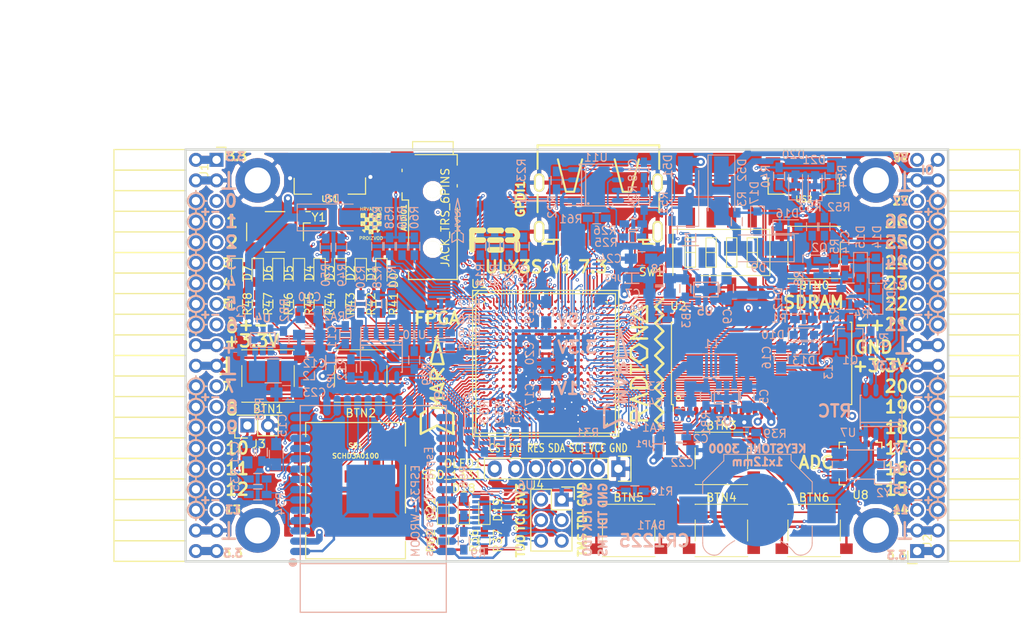
<source format=kicad_pcb>
(kicad_pcb (version 4) (host pcbnew 4.0.7+dfsg1-1)
  (layers (0 F.Cu signal) (1 In1.Cu signal) (2 In2.Cu signal) (31 B.Cu signal) (34 B.Paste user) (35 F.Paste user) (36 B.SilkS user) (37 F.SilkS user) (38 B.Mask user) (39 F.Mask user) (44 Edge.Cuts user))
  (net 0 "")
  (net 1 GND)
  (net 2 +5V)
  (net 3 /gpio/IN5V)
  (net 4 /gpio/OUT5V)
  (net 5 +3V3)
  (net 6 BTN_D)
  (net 7 BTN_F1)
  (net 8 BTN_F2)
  (net 9 BTN_L)
  (net 10 BTN_R)
  (net 11 BTN_U)
  (net 12 /power/FB1)
  (net 13 +2V5)
  (net 14 /power/PWREN)
  (net 15 /power/FB3)
  (net 16 /power/FB2)
  (net 17 "Net-(D9-Pad1)")
  (net 18 /power/VBAT)
  (net 19 JTAG_TDI)
  (net 20 JTAG_TCK)
  (net 21 JTAG_TMS)
  (net 22 JTAG_TDO)
  (net 23 /power/WAKEUPn)
  (net 24 /power/WKUP)
  (net 25 /power/SHUT)
  (net 26 /power/WAKE)
  (net 27 /power/HOLD)
  (net 28 /power/WKn)
  (net 29 /power/OSCI_32k)
  (net 30 /power/OSCO_32k)
  (net 31 "Net-(Q2-Pad3)")
  (net 32 SHUTDOWN)
  (net 33 /analog/AUDIO_L)
  (net 34 /analog/AUDIO_R)
  (net 35 GPDI_5V_SCL)
  (net 36 GPDI_5V_SDA)
  (net 37 GPDI_SDA)
  (net 38 GPDI_SCL)
  (net 39 /gpdi/VREF2)
  (net 40 SD_CMD)
  (net 41 SD_CLK)
  (net 42 SD_D0)
  (net 43 SD_D1)
  (net 44 USB5V)
  (net 45 GPDI_CEC)
  (net 46 nRESET)
  (net 47 FTDI_nDTR)
  (net 48 SDRAM_CKE)
  (net 49 SDRAM_A7)
  (net 50 SDRAM_D15)
  (net 51 SDRAM_BA1)
  (net 52 SDRAM_D7)
  (net 53 SDRAM_A6)
  (net 54 SDRAM_CLK)
  (net 55 SDRAM_D13)
  (net 56 SDRAM_BA0)
  (net 57 SDRAM_D6)
  (net 58 SDRAM_A5)
  (net 59 SDRAM_D14)
  (net 60 SDRAM_A11)
  (net 61 SDRAM_D12)
  (net 62 SDRAM_D5)
  (net 63 SDRAM_A4)
  (net 64 SDRAM_A10)
  (net 65 SDRAM_D11)
  (net 66 SDRAM_A3)
  (net 67 SDRAM_D4)
  (net 68 SDRAM_D10)
  (net 69 SDRAM_D9)
  (net 70 SDRAM_A9)
  (net 71 SDRAM_D3)
  (net 72 SDRAM_D8)
  (net 73 SDRAM_A8)
  (net 74 SDRAM_A2)
  (net 75 SDRAM_A1)
  (net 76 SDRAM_A0)
  (net 77 SDRAM_D2)
  (net 78 SDRAM_D1)
  (net 79 SDRAM_D0)
  (net 80 SDRAM_DQM0)
  (net 81 SDRAM_nCS)
  (net 82 SDRAM_nRAS)
  (net 83 SDRAM_DQM1)
  (net 84 SDRAM_nCAS)
  (net 85 SDRAM_nWE)
  (net 86 /flash/FLASH_nWP)
  (net 87 /flash/FLASH_nHOLD)
  (net 88 /flash/FLASH_MOSI)
  (net 89 /flash/FLASH_MISO)
  (net 90 /flash/FLASH_SCK)
  (net 91 /flash/FLASH_nCS)
  (net 92 /flash/FPGA_PROGRAMN)
  (net 93 /flash/FPGA_DONE)
  (net 94 /flash/FPGA_INITN)
  (net 95 OLED_RES)
  (net 96 OLED_DC)
  (net 97 OLED_CS)
  (net 98 WIFI_EN)
  (net 99 FTDI_nRTS)
  (net 100 FTDI_TXD)
  (net 101 FTDI_RXD)
  (net 102 WIFI_RXD)
  (net 103 WIFI_GPIO0)
  (net 104 WIFI_TXD)
  (net 105 GPDI_ETH-)
  (net 106 GPDI_ETH+)
  (net 107 GPDI_D2+)
  (net 108 GPDI_D2-)
  (net 109 GPDI_D1+)
  (net 110 GPDI_D1-)
  (net 111 GPDI_D0+)
  (net 112 GPDI_D0-)
  (net 113 GPDI_CLK+)
  (net 114 GPDI_CLK-)
  (net 115 USB_FTDI_D+)
  (net 116 USB_FTDI_D-)
  (net 117 J1_17-)
  (net 118 J1_17+)
  (net 119 J1_23-)
  (net 120 J1_23+)
  (net 121 J1_25-)
  (net 122 J1_25+)
  (net 123 J1_27-)
  (net 124 J1_27+)
  (net 125 J1_29-)
  (net 126 J1_29+)
  (net 127 J1_31-)
  (net 128 J1_31+)
  (net 129 J1_33-)
  (net 130 J1_33+)
  (net 131 J1_35-)
  (net 132 J1_35+)
  (net 133 J2_5-)
  (net 134 J2_5+)
  (net 135 J2_7-)
  (net 136 J2_7+)
  (net 137 J2_9-)
  (net 138 J2_9+)
  (net 139 J2_13-)
  (net 140 J2_13+)
  (net 141 J2_17-)
  (net 142 J2_17+)
  (net 143 J2_11-)
  (net 144 J2_11+)
  (net 145 J2_23-)
  (net 146 J2_23+)
  (net 147 J1_5-)
  (net 148 J1_5+)
  (net 149 J1_7-)
  (net 150 J1_7+)
  (net 151 J1_9-)
  (net 152 J1_9+)
  (net 153 J1_11-)
  (net 154 J1_11+)
  (net 155 J1_13-)
  (net 156 J1_13+)
  (net 157 J1_15-)
  (net 158 J1_15+)
  (net 159 J2_15-)
  (net 160 J2_15+)
  (net 161 J2_25-)
  (net 162 J2_25+)
  (net 163 J2_27-)
  (net 164 J2_27+)
  (net 165 J2_29-)
  (net 166 J2_29+)
  (net 167 J2_31-)
  (net 168 J2_31+)
  (net 169 J2_33-)
  (net 170 J2_33+)
  (net 171 J2_35-)
  (net 172 J2_35+)
  (net 173 SD_D3)
  (net 174 AUDIO_L3)
  (net 175 AUDIO_L2)
  (net 176 AUDIO_L1)
  (net 177 AUDIO_L0)
  (net 178 AUDIO_R3)
  (net 179 AUDIO_R2)
  (net 180 AUDIO_R1)
  (net 181 AUDIO_R0)
  (net 182 OLED_CLK)
  (net 183 OLED_MOSI)
  (net 184 LED0)
  (net 185 LED1)
  (net 186 LED2)
  (net 187 LED3)
  (net 188 LED4)
  (net 189 LED5)
  (net 190 LED6)
  (net 191 LED7)
  (net 192 BTN_PWRn)
  (net 193 FTDI_nTXLED)
  (net 194 FTDI_nSLEEP)
  (net 195 /blinkey/LED_PWREN)
  (net 196 /blinkey/LED_TXLED)
  (net 197 FT3V3)
  (net 198 /sdcard/SD3V3)
  (net 199 SD_D2)
  (net 200 CLK_25MHz)
  (net 201 /blinkey/BTNPUL)
  (net 202 /blinkey/BTNPUR)
  (net 203 USB_FPGA_D+)
  (net 204 /power/FTDI_nSUSPEND)
  (net 205 /blinkey/ALED0)
  (net 206 /blinkey/ALED1)
  (net 207 /blinkey/ALED2)
  (net 208 /blinkey/ALED3)
  (net 209 /blinkey/ALED4)
  (net 210 /blinkey/ALED5)
  (net 211 /blinkey/ALED6)
  (net 212 /blinkey/ALED7)
  (net 213 /usb/FTD-)
  (net 214 /usb/FTD+)
  (net 215 ADC_MISO)
  (net 216 ADC_MOSI)
  (net 217 ADC_CSn)
  (net 218 ADC_SCLK)
  (net 219 SW3)
  (net 220 SW2)
  (net 221 SW1)
  (net 222 USB_FPGA_D-)
  (net 223 /usb/FPD+)
  (net 224 /usb/FPD-)
  (net 225 WIFI_GPIO16)
  (net 226 WIFI_GPIO15)
  (net 227 /usb/ANT_433MHz)
  (net 228 /power/PWRBTn)
  (net 229 PROG_DONE)
  (net 230 /power/P3V3)
  (net 231 /power/P2V5)
  (net 232 /power/L1)
  (net 233 /power/L3)
  (net 234 /power/L2)
  (net 235 FTDI_TXDEN)
  (net 236 /wifi/WIFIOFF)
  (net 237 SDRAM_A12)
  (net 238 /analog/AUDIO_V)
  (net 239 AUDIO_V3)
  (net 240 AUDIO_V2)
  (net 241 AUDIO_V1)
  (net 242 AUDIO_V0)
  (net 243 /gpdi/FPGA_CEC)
  (net 244 /blinkey/LED_WIFI)
  (net 245 WIFI_GPIO2)
  (net 246 /power/P1V1)
  (net 247 +1V1)
  (net 248 SW4)
  (net 249 /blinkey/SWPU)
  (module Socket_Strips:Socket_Strip_Angled_2x20 (layer F.Cu) (at 97.91 62.69 270)
    (fp_text reference J1 (at 1.27 1.524 270) (layer F.SilkS))
    (fp_text value CONN_02X20 hide)
    (pad 1 thru_hole rect (at 0 0 270) (size 1.7272 1.7272) (drill 1.016) (layers *.Cu *.Mask) (net 5 +3V3))
    (pad 2 thru_hole oval (at 0 2.54 270) (size 1.7272 1.7272) (drill 1.016) (layers *.Cu *.Mask) (net 5 +3V3))
    (pad 3 thru_hole oval (at 2.54 0 270) (size 1.7272 1.7272) (drill 1.016) (layers *.Cu *.Mask) (net 1 GND))
    (pad 4 thru_hole oval (at 2.54 2.54 270) (size 1.7272 1.7272) (drill 1.016) (layers *.Cu *.Mask) (net 1 GND))
    (pad 5 thru_hole oval (at 5.08 0 270) (size 1.7272 1.7272) (drill 1.016) (layers *.Cu *.Mask) (net 147 J1_5-))
    (pad 6 thru_hole oval (at 5.08 2.54 270) (size 1.7272 1.7272) (drill 1.016) (layers *.Cu *.Mask) (net 148 J1_5+))
    (pad 7 thru_hole oval (at 7.62 0 270) (size 1.7272 1.7272) (drill 1.016) (layers *.Cu *.Mask) (net 149 J1_7-))
    (pad 8 thru_hole oval (at 7.62 2.54 270) (size 1.7272 1.7272) (drill 1.016) (layers *.Cu *.Mask) (net 150 J1_7+))
    (pad 9 thru_hole oval (at 10.16 0 270) (size 1.7272 1.7272) (drill 1.016) (layers *.Cu *.Mask) (net 151 J1_9-))
    (pad 10 thru_hole oval (at 10.16 2.54 270) (size 1.7272 1.7272) (drill 1.016) (layers *.Cu *.Mask) (net 152 J1_9+))
    (pad 11 thru_hole oval (at 12.7 0 270) (size 1.7272 1.7272) (drill 1.016) (layers *.Cu *.Mask) (net 153 J1_11-))
    (pad 12 thru_hole oval (at 12.7 2.54 270) (size 1.7272 1.7272) (drill 1.016) (layers *.Cu *.Mask) (net 154 J1_11+))
    (pad 13 thru_hole oval (at 15.24 0 270) (size 1.7272 1.7272) (drill 1.016) (layers *.Cu *.Mask) (net 155 J1_13-))
    (pad 14 thru_hole oval (at 15.24 2.54 270) (size 1.7272 1.7272) (drill 1.016) (layers *.Cu *.Mask) (net 156 J1_13+))
    (pad 15 thru_hole oval (at 17.78 0 270) (size 1.7272 1.7272) (drill 1.016) (layers *.Cu *.Mask) (net 157 J1_15-))
    (pad 16 thru_hole oval (at 17.78 2.54 270) (size 1.7272 1.7272) (drill 1.016) (layers *.Cu *.Mask) (net 158 J1_15+))
    (pad 17 thru_hole oval (at 20.32 0 270) (size 1.7272 1.7272) (drill 1.016) (layers *.Cu *.Mask) (net 117 J1_17-))
    (pad 18 thru_hole oval (at 20.32 2.54 270) (size 1.7272 1.7272) (drill 1.016) (layers *.Cu *.Mask) (net 118 J1_17+))
    (pad 19 thru_hole oval (at 22.86 0 270) (size 1.7272 1.7272) (drill 1.016) (layers *.Cu *.Mask) (net 5 +3V3))
    (pad 20 thru_hole oval (at 22.86 2.54 270) (size 1.7272 1.7272) (drill 1.016) (layers *.Cu *.Mask) (net 5 +3V3))
    (pad 21 thru_hole oval (at 25.4 0 270) (size 1.7272 1.7272) (drill 1.016) (layers *.Cu *.Mask) (net 1 GND))
    (pad 22 thru_hole oval (at 25.4 2.54 270) (size 1.7272 1.7272) (drill 1.016) (layers *.Cu *.Mask) (net 1 GND))
    (pad 23 thru_hole oval (at 27.94 0 270) (size 1.7272 1.7272) (drill 1.016) (layers *.Cu *.Mask) (net 119 J1_23-))
    (pad 24 thru_hole oval (at 27.94 2.54 270) (size 1.7272 1.7272) (drill 1.016) (layers *.Cu *.Mask) (net 120 J1_23+))
    (pad 25 thru_hole oval (at 30.48 0 270) (size 1.7272 1.7272) (drill 1.016) (layers *.Cu *.Mask) (net 121 J1_25-))
    (pad 26 thru_hole oval (at 30.48 2.54 270) (size 1.7272 1.7272) (drill 1.016) (layers *.Cu *.Mask) (net 122 J1_25+))
    (pad 27 thru_hole oval (at 33.02 0 270) (size 1.7272 1.7272) (drill 1.016) (layers *.Cu *.Mask) (net 123 J1_27-))
    (pad 28 thru_hole oval (at 33.02 2.54 270) (size 1.7272 1.7272) (drill 1.016) (layers *.Cu *.Mask) (net 124 J1_27+))
    (pad 29 thru_hole oval (at 35.56 0 270) (size 1.7272 1.7272) (drill 1.016) (layers *.Cu *.Mask) (net 125 J1_29-))
    (pad 30 thru_hole oval (at 35.56 2.54 270) (size 1.7272 1.7272) (drill 1.016) (layers *.Cu *.Mask) (net 126 J1_29+))
    (pad 31 thru_hole oval (at 38.1 0 270) (size 1.7272 1.7272) (drill 1.016) (layers *.Cu *.Mask) (net 127 J1_31-))
    (pad 32 thru_hole oval (at 38.1 2.54 270) (size 1.7272 1.7272) (drill 1.016) (layers *.Cu *.Mask) (net 128 J1_31+))
    (pad 33 thru_hole oval (at 40.64 0 270) (size 1.7272 1.7272) (drill 1.016) (layers *.Cu *.Mask) (net 129 J1_33-))
    (pad 34 thru_hole oval (at 40.64 2.54 270) (size 1.7272 1.7272) (drill 1.016) (layers *.Cu *.Mask) (net 130 J1_33+))
    (pad 35 thru_hole oval (at 43.18 0 270) (size 1.7272 1.7272) (drill 1.016) (layers *.Cu *.Mask) (net 131 J1_35-))
    (pad 36 thru_hole oval (at 43.18 2.54 270) (size 1.7272 1.7272) (drill 1.016) (layers *.Cu *.Mask) (net 132 J1_35+))
    (pad 37 thru_hole oval (at 45.72 0 270) (size 1.7272 1.7272) (drill 1.016) (layers *.Cu *.Mask) (net 1 GND))
    (pad 38 thru_hole oval (at 45.72 2.54 270) (size 1.7272 1.7272) (drill 1.016) (layers *.Cu *.Mask) (net 1 GND))
    (pad 39 thru_hole oval (at 48.26 0 270) (size 1.7272 1.7272) (drill 1.016) (layers *.Cu *.Mask) (net 5 +3V3))
    (pad 40 thru_hole oval (at 48.26 2.54 270) (size 1.7272 1.7272) (drill 1.016) (layers *.Cu *.Mask) (net 5 +3V3))
  )
  (module SMD_Packages:1Pin (layer F.Cu) (at 182.67515 111.637626)
    (fp_text reference AE1 hide)
    (fp_text value 433MHz hide)
    (pad 1 smd rect (at 0 0) (size 0.5 0.5) (layers B.Cu F.Paste F.Mask) (net 227 /usb/ANT_433MHz))
  )
  (module Resistors_SMD:R_0603_HandSoldering (layer B.Cu) (at 103.498 98.758 90)
    (fp_text reference R38 (at 5.334 -0.254 90) (layer B.SilkS) (effects (justify mirror)))
    (fp_text value 0.47)
    (pad 1 smd rect (at -1.1 0 90) (size 1.2 0.9) (layers B.Cu B.Paste B.Mask) (net 198 /sdcard/SD3V3))
    (pad 2 smd rect (at 1.1 0 90) (size 1.2 0.9) (layers B.Cu B.Paste B.Mask) (net 5 +3V3))
  )
  (module jumper:SOLDER-JUMPER_1-WAY (layer B.Cu) (at 152.393 97.742 270)
    (fp_text reference JP1 (at 0 1.778 360) (layer B.SilkS) (effects (font (size 0.762 0.762) (thickness 0.1524)) (justify mirror)))
    (fp_text value 1.2 hide)
    (pad 1 smd rect (at -0.6 0 270) (size 1 1) (layers B.Cu B.Paste B.Mask) (net 246 /power/P1V1))
    (pad 2 smd rect (at 0.6 0 270) (size 1 1) (layers B.Cu B.Paste B.Mask) (net 247 +1V1))
  )
  (module Diodes_SMD:D_SMA_Handsoldering (layer B.Cu) (at 155.695 66.5 90)
    (fp_text reference D51 (at 3.048 -2.159 90) (layer B.SilkS) (effects (justify mirror)))
    (fp_text value STPS2L30AF hide)
    (pad 1 smd rect (at -2.5 0 90) (size 3.5 1.8) (layers B.Cu B.Paste B.Mask) (net 2 +5V))
    (pad 2 smd rect (at 2.5 0 90) (size 3.5 1.8) (layers B.Cu B.Paste B.Mask) (net 3 /gpio/IN5V))
  )
  (module Resistors_SMD:R_0603_HandSoldering (layer B.Cu) (at 154.044 71.326 90)
    (fp_text reference R51 (at 3.302 -1.016 90) (layer B.SilkS) (effects (justify mirror)))
    (fp_text value 150)
    (pad 1 smd rect (at -1.1 0 90) (size 1.2 0.9) (layers B.Cu B.Paste B.Mask) (net 5 +3V3))
    (pad 2 smd rect (at 1.1 0 90) (size 1.2 0.9) (layers B.Cu B.Paste B.Mask) (net 249 /blinkey/SWPU))
  )
  (module Resistors_SMD:R_1210_HandSoldering (layer B.Cu) (at 158.87 88.09 180)
    (fp_text reference L1 (at 0 2.7 180) (layer B.SilkS) (effects (justify mirror)))
    (fp_text value 2.2uH)
    (pad 1 smd rect (at -2 0 180) (size 2 2.5) (layers B.Cu B.Paste B.Mask) (net 232 /power/L1))
    (pad 2 smd rect (at 2 0 180) (size 2 2.5) (layers B.Cu B.Paste B.Mask) (net 246 /power/P1V1))
  )
  (module TSOT-25:TSOT-25 (layer B.Cu) (at 160.775 91.9)
    (fp_text reference U3 (at -0.381 3.048) (layer B.SilkS) (effects (font (thickness 0.2)) (justify mirror)))
    (fp_text value DIO6015)
    (pad 1 smd rect (at -0.95 -1.3) (size 0.7 1.2) (layers B.Cu B.Paste B.Mask) (net 14 /power/PWREN))
    (pad 2 smd rect (at 0 -1.3) (size 0.7 1.2) (layers B.Cu B.Paste B.Mask) (net 1 GND))
    (pad 3 smd rect (at 0.95 -1.3) (size 0.7 1.2) (layers B.Cu B.Paste B.Mask) (net 232 /power/L1))
    (pad 4 smd rect (at 0.95 1.3) (size 0.7 1.2) (layers B.Cu B.Paste B.Mask) (net 2 +5V))
    (pad 5 smd rect (at -0.95 1.3) (size 0.7 1.2) (layers B.Cu B.Paste B.Mask) (net 12 /power/FB1))
  )
  (module Resistors_SMD:R_1210_HandSoldering (layer B.Cu) (at 104.895 88.725)
    (fp_text reference L2 (at 4.445 0.635) (layer B.SilkS) (effects (justify mirror)))
    (fp_text value 2.2uH)
    (pad 1 smd rect (at -2 0) (size 2 2.5) (layers B.Cu B.Paste B.Mask) (net 234 /power/L2))
    (pad 2 smd rect (at 2 0) (size 2 2.5) (layers B.Cu B.Paste B.Mask) (net 231 /power/P2V5))
  )
  (module TSOT-25:TSOT-25 (layer B.Cu) (at 103.625 84.915 180)
    (fp_text reference U4 (at 0 2.697 180) (layer B.SilkS) (effects (font (thickness 0.2)) (justify mirror)))
    (fp_text value LX7172)
    (pad 1 smd rect (at -0.95 -1.3 180) (size 0.7 1.2) (layers B.Cu B.Paste B.Mask) (net 14 /power/PWREN))
    (pad 2 smd rect (at 0 -1.3 180) (size 0.7 1.2) (layers B.Cu B.Paste B.Mask) (net 1 GND))
    (pad 3 smd rect (at 0.95 -1.3 180) (size 0.7 1.2) (layers B.Cu B.Paste B.Mask) (net 234 /power/L2))
    (pad 4 smd rect (at 0.95 1.3 180) (size 0.7 1.2) (layers B.Cu B.Paste B.Mask) (net 2 +5V))
    (pad 5 smd rect (at -0.95 1.3 180) (size 0.7 1.2) (layers B.Cu B.Paste B.Mask) (net 16 /power/FB2))
  )
  (module Resistors_SMD:R_1210_HandSoldering (layer B.Cu) (at 156.33 74.755 180)
    (fp_text reference L3 (at 0 2.413 180) (layer B.SilkS) (effects (justify mirror)))
    (fp_text value 2.2uH)
    (pad 1 smd rect (at -2 0 180) (size 2 2.5) (layers B.Cu B.Paste B.Mask) (net 233 /power/L3))
    (pad 2 smd rect (at 2 0 180) (size 2 2.5) (layers B.Cu B.Paste B.Mask) (net 230 /power/P3V3))
  )
  (module TSOT-25:TSOT-25 (layer B.Cu) (at 158.235 78.692)
    (fp_text reference U5 (at -0.127 2.667) (layer B.SilkS) (effects (font (thickness 0.2)) (justify mirror)))
    (fp_text value TLV62569DBV)
    (pad 1 smd rect (at -0.95 -1.3) (size 0.7 1.2) (layers B.Cu B.Paste B.Mask) (net 14 /power/PWREN))
    (pad 2 smd rect (at 0 -1.3) (size 0.7 1.2) (layers B.Cu B.Paste B.Mask) (net 1 GND))
    (pad 3 smd rect (at 0.95 -1.3) (size 0.7 1.2) (layers B.Cu B.Paste B.Mask) (net 233 /power/L3))
    (pad 4 smd rect (at 0.95 1.3) (size 0.7 1.2) (layers B.Cu B.Paste B.Mask) (net 2 +5V))
    (pad 5 smd rect (at -0.95 1.3) (size 0.7 1.2) (layers B.Cu B.Paste B.Mask) (net 15 /power/FB3))
  )
  (module Capacitors_SMD:C_0805_HandSoldering (layer B.Cu) (at 101.085 84.915 270)
    (fp_text reference C1 (at -3.429 0.127 270) (layer B.SilkS) (effects (justify mirror)))
    (fp_text value 22uF)
    (pad 1 smd rect (at -1.25 0 270) (size 1.5 1.25) (layers B.Cu B.Paste B.Mask) (net 2 +5V))
    (pad 2 smd rect (at 1.25 0 270) (size 1.5 1.25) (layers B.Cu B.Paste B.Mask) (net 1 GND))
  )
  (module Capacitors_SMD:C_0805_HandSoldering (layer B.Cu) (at 155.06 90.63)
    (fp_text reference C3 (at -3.048 0) (layer B.SilkS) (effects (justify mirror)))
    (fp_text value 22uF)
    (pad 1 smd rect (at -1.25 0) (size 1.5 1.25) (layers B.Cu B.Paste B.Mask) (net 246 /power/P1V1))
    (pad 2 smd rect (at 1.25 0) (size 1.5 1.25) (layers B.Cu B.Paste B.Mask) (net 1 GND))
  )
  (module Capacitors_SMD:C_0805_HandSoldering (layer B.Cu) (at 155.06 92.535)
    (fp_text reference C4 (at -3.048 0.127) (layer B.SilkS) (effects (justify mirror)))
    (fp_text value 22uF)
    (pad 1 smd rect (at -1.25 0) (size 1.5 1.25) (layers B.Cu B.Paste B.Mask) (net 246 /power/P1V1))
    (pad 2 smd rect (at 1.25 0) (size 1.5 1.25) (layers B.Cu B.Paste B.Mask) (net 1 GND))
  )
  (module Capacitors_SMD:C_0805_HandSoldering (layer B.Cu) (at 163.315 91.9 90)
    (fp_text reference C5 (at 0 2.1 90) (layer B.SilkS) (effects (justify mirror)))
    (fp_text value 22uF)
    (pad 1 smd rect (at -1.25 0 90) (size 1.5 1.25) (layers B.Cu B.Paste B.Mask) (net 2 +5V))
    (pad 2 smd rect (at 1.25 0 90) (size 1.5 1.25) (layers B.Cu B.Paste B.Mask) (net 1 GND))
  )
  (module Capacitors_SMD:C_0805_HandSoldering (layer B.Cu) (at 152.52 79.2)
    (fp_text reference C7 (at -3.302 0) (layer B.SilkS) (effects (justify mirror)))
    (fp_text value 22uF)
    (pad 1 smd rect (at -1.25 0) (size 1.5 1.25) (layers B.Cu B.Paste B.Mask) (net 230 /power/P3V3))
    (pad 2 smd rect (at 1.25 0) (size 1.5 1.25) (layers B.Cu B.Paste B.Mask) (net 1 GND))
  )
  (module Capacitors_SMD:C_0805_HandSoldering (layer B.Cu) (at 152.52 77.295)
    (fp_text reference C8 (at -0.127 -1.143) (layer B.SilkS) (effects (justify mirror)))
    (fp_text value 22uF)
    (pad 1 smd rect (at -1.25 0) (size 1.5 1.25) (layers B.Cu B.Paste B.Mask) (net 230 /power/P3V3))
    (pad 2 smd rect (at 1.25 0) (size 1.5 1.25) (layers B.Cu B.Paste B.Mask) (net 1 GND))
  )
  (module Capacitors_SMD:C_0805_HandSoldering (layer B.Cu) (at 160.775 78.565 90)
    (fp_text reference C9 (at -3.429 0.127 90) (layer B.SilkS) (effects (justify mirror)))
    (fp_text value 22uF)
    (pad 1 smd rect (at -1.25 0 90) (size 1.5 1.25) (layers B.Cu B.Paste B.Mask) (net 2 +5V))
    (pad 2 smd rect (at 1.25 0 90) (size 1.5 1.25) (layers B.Cu B.Paste B.Mask) (net 1 GND))
  )
  (module Capacitors_SMD:C_0805_HandSoldering (layer B.Cu) (at 109.34 84.28 180)
    (fp_text reference C11 (at -2.794 -0.254 270) (layer B.SilkS) (effects (justify mirror)))
    (fp_text value 22uF)
    (pad 1 smd rect (at -1.25 0 180) (size 1.5 1.25) (layers B.Cu B.Paste B.Mask) (net 231 /power/P2V5))
    (pad 2 smd rect (at 1.25 0 180) (size 1.5 1.25) (layers B.Cu B.Paste B.Mask) (net 1 GND))
  )
  (module Capacitors_SMD:C_0805_HandSoldering (layer B.Cu) (at 109.34 86.185 180)
    (fp_text reference C12 (at -0.635 -1.615 360) (layer B.SilkS) (effects (justify mirror)))
    (fp_text value 22uF)
    (pad 1 smd rect (at -1.25 0 180) (size 1.5 1.25) (layers B.Cu B.Paste B.Mask) (net 231 /power/P2V5))
    (pad 2 smd rect (at 1.25 0 180) (size 1.5 1.25) (layers B.Cu B.Paste B.Mask) (net 1 GND))
  )
  (module Capacitors_SMD:C_0805_HandSoldering (layer B.Cu) (at 173.221 84.788 90)
    (fp_text reference C13 (at -3.556 0.127 90) (layer B.SilkS) (effects (justify mirror)))
    (fp_text value 2.2uF)
    (pad 1 smd rect (at -1.25 0 90) (size 1.5 1.25) (layers B.Cu B.Paste B.Mask) (net 2 +5V))
    (pad 2 smd rect (at 1.25 0 90) (size 1.5 1.25) (layers B.Cu B.Paste B.Mask) (net 24 /power/WKUP))
  )
  (module TO_SOT_Packages_SMD:SOT-23_Handsoldering (layer B.Cu) (at 176.015 84.28 90)
    (fp_text reference Q1 (at -3.1115 0 180) (layer B.SilkS) (effects (justify mirror)))
    (fp_text value BC857)
    (pad 1 smd rect (at -1.5 0.95 90) (size 1.9 0.8) (layers B.Cu B.Paste B.Mask) (net 28 /power/WKn))
    (pad 2 smd rect (at -1.5 -0.95 90) (size 1.9 0.8) (layers B.Cu B.Paste B.Mask) (net 2 +5V))
    (pad 3 smd rect (at 1.5 0 90) (size 1.9 0.8) (layers B.Cu B.Paste B.Mask) (net 24 /power/WKUP))
  )
  (module TO_SOT_Packages_SMD:SOT-23_Handsoldering (layer B.Cu) (at 170.935 76.025 180)
    (fp_text reference Q2 (at -1.295 2.5 180) (layer B.SilkS) (effects (justify mirror)))
    (fp_text value 2N7002)
    (pad 1 smd rect (at -1.5 0.95 180) (size 1.9 0.8) (layers B.Cu B.Paste B.Mask) (net 25 /power/SHUT))
    (pad 2 smd rect (at -1.5 -0.95 180) (size 1.9 0.8) (layers B.Cu B.Paste B.Mask) (net 1 GND))
    (pad 3 smd rect (at 1.5 0 180) (size 1.9 0.8) (layers B.Cu B.Paste B.Mask) (net 31 "Net-(Q2-Pad3)"))
  )
  (module Capacitors_SMD:C_0603_HandSoldering (layer B.Cu) (at 154.86 96.91)
    (fp_text reference C2 (at 2.74 0.197) (layer B.SilkS) (effects (justify mirror)))
    (fp_text value 470pF)
    (pad 1 smd rect (at -0.95 0) (size 1.2 0.75) (layers B.Cu B.Paste B.Mask) (net 246 /power/P1V1))
    (pad 2 smd rect (at 0.95 0) (size 1.2 0.75) (layers B.Cu B.Paste B.Mask) (net 12 /power/FB1))
  )
  (module Capacitors_SMD:C_0603_HandSoldering (layer B.Cu) (at 152.52 82.375)
    (fp_text reference C6 (at -2.794 0.127) (layer B.SilkS) (effects (justify mirror)))
    (fp_text value 470pF)
    (pad 1 smd rect (at -0.95 0) (size 1.2 0.75) (layers B.Cu B.Paste B.Mask) (net 230 /power/P3V3))
    (pad 2 smd rect (at 0.95 0) (size 1.2 0.75) (layers B.Cu B.Paste B.Mask) (net 15 /power/FB3))
  )
  (module Capacitors_SMD:C_0603_HandSoldering (layer B.Cu) (at 109.34 81.105 180)
    (fp_text reference C10 (at -0.04 1.505 180) (layer B.SilkS) (effects (justify mirror)))
    (fp_text value 470pF)
    (pad 1 smd rect (at -0.95 0 180) (size 1.2 0.75) (layers B.Cu B.Paste B.Mask) (net 231 /power/P2V5))
    (pad 2 smd rect (at 0.95 0 180) (size 1.2 0.75) (layers B.Cu B.Paste B.Mask) (net 16 /power/FB2))
  )
  (module Capacitors_SMD:C_0603_HandSoldering (layer B.Cu) (at 175.38 76.025 270)
    (fp_text reference C14 (at -3.175 0 270) (layer B.SilkS) (effects (justify mirror)))
    (fp_text value 100nF)
    (pad 1 smd rect (at -0.95 0 270) (size 1.2 0.75) (layers B.Cu B.Paste B.Mask) (net 25 /power/SHUT))
    (pad 2 smd rect (at 0.95 0 270) (size 1.2 0.75) (layers B.Cu B.Paste B.Mask) (net 1 GND))
  )
  (module Resistors_SMD:R_0603_HandSoldering (layer B.Cu) (at 170.3 82.375)
    (fp_text reference R1 (at -3.048 -0.127) (layer B.SilkS) (effects (justify mirror)))
    (fp_text value 15k)
    (pad 1 smd rect (at -1.1 0) (size 1.2 0.9) (layers B.Cu B.Paste B.Mask) (net 26 /power/WAKE))
    (pad 2 smd rect (at 1.1 0) (size 1.2 0.9) (layers B.Cu B.Paste B.Mask) (net 14 /power/PWREN))
  )
  (module Resistors_SMD:R_0603_HandSoldering (layer B.Cu) (at 172.84 79.835 90)
    (fp_text reference R2 (at -1.905 1.27 90) (layer B.SilkS) (effects (justify mirror)))
    (fp_text value 47k)
    (pad 1 smd rect (at -1.1 0 90) (size 1.2 0.9) (layers B.Cu B.Paste B.Mask) (net 14 /power/PWREN))
    (pad 2 smd rect (at 1.1 0 90) (size 1.2 0.9) (layers B.Cu B.Paste B.Mask) (net 1 GND))
  )
  (module Resistors_SMD:R_0603_HandSoldering (layer B.Cu) (at 176.015 80.47 180)
    (fp_text reference R4 (at -1.397 -1.27 360) (layer B.SilkS) (effects (justify mirror)))
    (fp_text value 15k)
    (pad 1 smd rect (at -1.1 0 180) (size 1.2 0.9) (layers B.Cu B.Paste B.Mask) (net 27 /power/HOLD))
    (pad 2 smd rect (at 1.1 0 180) (size 1.2 0.9) (layers B.Cu B.Paste B.Mask) (net 14 /power/PWREN))
  )
  (module Resistors_SMD:R_0603_HandSoldering (layer B.Cu) (at 174.11 76.025 270)
    (fp_text reference R5 (at -2.667 0 270) (layer B.SilkS) (effects (justify mirror)))
    (fp_text value 4.7M)
    (pad 1 smd rect (at -1.1 0 270) (size 1.2 0.9) (layers B.Cu B.Paste B.Mask) (net 25 /power/SHUT))
    (pad 2 smd rect (at 1.1 0 270) (size 1.2 0.9) (layers B.Cu B.Paste B.Mask) (net 1 GND))
  )
  (module Resistors_SMD:R_0603_HandSoldering (layer B.Cu) (at 178.555 84.915 270)
    (fp_text reference R6 (at 0 -1.651 270) (layer B.SilkS) (effects (justify mirror)))
    (fp_text value 1k)
    (pad 1 smd rect (at -1.1 0 270) (size 1.2 0.9) (layers B.Cu B.Paste B.Mask) (net 28 /power/WKn))
    (pad 2 smd rect (at 1.1 0 270) (size 1.2 0.9) (layers B.Cu B.Paste B.Mask) (net 23 /power/WAKEUPn))
  )
  (module Resistors_SMD:R_0603_HandSoldering (layer B.Cu) (at 113.785 84.28 270)
    (fp_text reference R7 (at -2.794 -0.635 270) (layer B.SilkS) (effects (justify mirror)))
    (fp_text value 150)
    (pad 1 smd rect (at -1.1 0 270) (size 1.2 0.9) (layers B.Cu B.Paste B.Mask) (net 5 +3V3))
    (pad 2 smd rect (at 1.1 0 270) (size 1.2 0.9) (layers B.Cu B.Paste B.Mask) (net 201 /blinkey/BTNPUL))
  )
  (module Resistors_SMD:R_0603_HandSoldering (layer B.Cu) (at 170.935 79.835 90)
    (fp_text reference R8 (at 2.54 -1.27 90) (layer B.SilkS) (effects (justify mirror)))
    (fp_text value 1k)
    (pad 1 smd rect (at -1.1 0 90) (size 1.2 0.9) (layers B.Cu B.Paste B.Mask) (net 14 /power/PWREN))
    (pad 2 smd rect (at 1.1 0 90) (size 1.2 0.9) (layers B.Cu B.Paste B.Mask) (net 31 "Net-(Q2-Pad3)"))
  )
  (module Resistors_SMD:R_0603_HandSoldering (layer B.Cu) (at 128.39 109.68 270)
    (fp_text reference R9 (at 1.524 -1.778 360) (layer B.SilkS) (effects (justify mirror)))
    (fp_text value 15k)
    (pad 1 smd rect (at -1.1 0 270) (size 1.2 0.9) (layers B.Cu B.Paste B.Mask) (net 46 nRESET))
    (pad 2 smd rect (at 1.1 0 270) (size 1.2 0.9) (layers B.Cu B.Paste B.Mask) (net 197 FT3V3))
  )
  (module Resistors_SMD:R_0603_HandSoldering (layer B.Cu) (at 149.472 103.584 180)
    (fp_text reference R10 (at -3.302 0 180) (layer B.SilkS) (effects (justify mirror)))
    (fp_text value 150)
    (pad 1 smd rect (at -1.1 0 180) (size 1.2 0.9) (layers B.Cu B.Paste B.Mask) (net 204 /power/FTDI_nSUSPEND))
    (pad 2 smd rect (at 1.1 0 180) (size 1.2 0.9) (layers B.Cu B.Paste B.Mask) (net 194 FTDI_nSLEEP))
  )
  (module Resistors_SMD:R_0603_HandSoldering (layer B.Cu) (at 176.015 78.565 180)
    (fp_text reference R13 (at -5.461 0.381 180) (layer B.SilkS) (effects (justify mirror)))
    (fp_text value 15k)
    (pad 1 smd rect (at -1.1 0 180) (size 1.2 0.9) (layers B.Cu B.Paste B.Mask) (net 32 SHUTDOWN))
    (pad 2 smd rect (at 1.1 0 180) (size 1.2 0.9) (layers B.Cu B.Paste B.Mask) (net 1 GND))
  )
  (module Resistors_SMD:R_0603_HandSoldering (layer B.Cu) (at 154.86 95.64)
    (fp_text reference RA1 (at -3.102 0.07) (layer B.SilkS) (effects (justify mirror)))
    (fp_text value 15k)
    (pad 1 smd rect (at -1.1 0) (size 1.2 0.9) (layers B.Cu B.Paste B.Mask) (net 246 /power/P1V1))
    (pad 2 smd rect (at 1.1 0) (size 1.2 0.9) (layers B.Cu B.Paste B.Mask) (net 12 /power/FB1))
  )
  (module Resistors_SMD:R_0603_HandSoldering (layer B.Cu) (at 109.34 82.375 180)
    (fp_text reference RA2 (at -3.048 0.381 360) (layer B.SilkS) (effects (justify mirror)))
    (fp_text value 15k)
    (pad 1 smd rect (at -1.1 0 180) (size 1.2 0.9) (layers B.Cu B.Paste B.Mask) (net 231 /power/P2V5))
    (pad 2 smd rect (at 1.1 0 180) (size 1.2 0.9) (layers B.Cu B.Paste B.Mask) (net 16 /power/FB2))
  )
  (module Resistors_SMD:R_0603_HandSoldering (layer B.Cu) (at 152.52 81.105)
    (fp_text reference RA3 (at -3.302 -0.127) (layer B.SilkS) (effects (justify mirror)))
    (fp_text value 15k)
    (pad 1 smd rect (at -1.1 0) (size 1.2 0.9) (layers B.Cu B.Paste B.Mask) (net 230 /power/P3V3))
    (pad 2 smd rect (at 1.1 0) (size 1.2 0.9) (layers B.Cu B.Paste B.Mask) (net 15 /power/FB3))
  )
  (module Resistors_SMD:R_0603_HandSoldering (layer B.Cu) (at 158.235 91.9 270)
    (fp_text reference RB1 (at 3.302 0 270) (layer B.SilkS) (effects (justify mirror)))
    (fp_text value 18k)
    (pad 1 smd rect (at -1.1 0 270) (size 1.2 0.9) (layers B.Cu B.Paste B.Mask) (net 1 GND))
    (pad 2 smd rect (at 1.1 0 270) (size 1.2 0.9) (layers B.Cu B.Paste B.Mask) (net 12 /power/FB1))
  )
  (module Resistors_SMD:R_0603_HandSoldering (layer B.Cu) (at 106.165 84.915 90)
    (fp_text reference RB2 (at 3.683 0.127 90) (layer B.SilkS) (effects (justify mirror)))
    (fp_text value 4.7k)
    (pad 1 smd rect (at -1.1 0 90) (size 1.2 0.9) (layers B.Cu B.Paste B.Mask) (net 1 GND))
    (pad 2 smd rect (at 1.1 0 90) (size 1.2 0.9) (layers B.Cu B.Paste B.Mask) (net 16 /power/FB2))
  )
  (module Resistors_SMD:R_0603_HandSoldering (layer B.Cu) (at 155.695 78.565 270)
    (fp_text reference RB3 (at 3.429 -0.127 270) (layer B.SilkS) (effects (justify mirror)))
    (fp_text value 3.3k)
    (pad 1 smd rect (at -1.1 0 270) (size 1.2 0.9) (layers B.Cu B.Paste B.Mask) (net 1 GND))
    (pad 2 smd rect (at 1.1 0 270) (size 1.2 0.9) (layers B.Cu B.Paste B.Mask) (net 15 /power/FB3))
  )
  (module Resistors_SMD:R_0603_HandSoldering (layer B.Cu) (at 125.596 85.804 180)
    (fp_text reference R14 (at -3.47 0.127 180) (layer B.SilkS) (effects (justify mirror)))
    (fp_text value 1.2k)
    (pad 1 smd rect (at -1.1 0 180) (size 1.2 0.9) (layers B.Cu B.Paste B.Mask) (net 174 AUDIO_L3))
    (pad 2 smd rect (at 1.1 0 180) (size 1.2 0.9) (layers B.Cu B.Paste B.Mask) (net 33 /analog/AUDIO_L))
  )
  (module Resistors_SMD:R_0603_HandSoldering (layer B.Cu) (at 125.596 84.026 180)
    (fp_text reference R15 (at -3.47 -0.001 180) (layer B.SilkS) (effects (justify mirror)))
    (fp_text value 680)
    (pad 1 smd rect (at -1.1 0 180) (size 1.2 0.9) (layers B.Cu B.Paste B.Mask) (net 175 AUDIO_L2))
    (pad 2 smd rect (at 1.1 0 180) (size 1.2 0.9) (layers B.Cu B.Paste B.Mask) (net 33 /analog/AUDIO_L))
  )
  (module Resistors_SMD:R_0603_HandSoldering (layer B.Cu) (at 125.596 82.248 180)
    (fp_text reference R16 (at -3.47 -0.127 180) (layer B.SilkS) (effects (justify mirror)))
    (fp_text value 330)
    (pad 1 smd rect (at -1.1 0 180) (size 1.2 0.9) (layers B.Cu B.Paste B.Mask) (net 176 AUDIO_L1))
    (pad 2 smd rect (at 1.1 0 180) (size 1.2 0.9) (layers B.Cu B.Paste B.Mask) (net 33 /analog/AUDIO_L))
  )
  (module Resistors_SMD:R_0603_HandSoldering (layer B.Cu) (at 125.596 80.47 180)
    (fp_text reference R17 (at -3.47 0 180) (layer B.SilkS) (effects (justify mirror)))
    (fp_text value 150)
    (pad 1 smd rect (at -1.1 0 180) (size 1.2 0.9) (layers B.Cu B.Paste B.Mask) (net 177 AUDIO_L0))
    (pad 2 smd rect (at 1.1 0 180) (size 1.2 0.9) (layers B.Cu B.Paste B.Mask) (net 33 /analog/AUDIO_L))
  )
  (module Resistors_SMD:R_0603_HandSoldering (layer B.Cu) (at 130.422 73.358 90)
    (fp_text reference R18 (at -3.556 0 90) (layer B.SilkS) (effects (justify mirror)))
    (fp_text value 1.2k)
    (pad 1 smd rect (at -1.1 0 90) (size 1.2 0.9) (layers B.Cu B.Paste B.Mask) (net 178 AUDIO_R3))
    (pad 2 smd rect (at 1.1 0 90) (size 1.2 0.9) (layers B.Cu B.Paste B.Mask) (net 34 /analog/AUDIO_R))
  )
  (module Resistors_SMD:R_0603_HandSoldering (layer B.Cu) (at 132.2 73.358 90)
    (fp_text reference R19 (at -3.556 0 90) (layer B.SilkS) (effects (justify mirror)))
    (fp_text value 680)
    (pad 1 smd rect (at -1.1 0 90) (size 1.2 0.9) (layers B.Cu B.Paste B.Mask) (net 179 AUDIO_R2))
    (pad 2 smd rect (at 1.1 0 90) (size 1.2 0.9) (layers B.Cu B.Paste B.Mask) (net 34 /analog/AUDIO_R))
  )
  (module Resistors_SMD:R_0603_HandSoldering (layer B.Cu) (at 133.978 73.358 90)
    (fp_text reference R20 (at -3.556 0 90) (layer B.SilkS) (effects (justify mirror)))
    (fp_text value 330)
    (pad 1 smd rect (at -1.1 0 90) (size 1.2 0.9) (layers B.Cu B.Paste B.Mask) (net 180 AUDIO_R1))
    (pad 2 smd rect (at 1.1 0 90) (size 1.2 0.9) (layers B.Cu B.Paste B.Mask) (net 34 /analog/AUDIO_R))
  )
  (module Resistors_SMD:R_0603_HandSoldering (layer B.Cu) (at 135.756 73.358 90)
    (fp_text reference R21 (at -3.556 0 90) (layer B.SilkS) (effects (justify mirror)))
    (fp_text value 150)
    (pad 1 smd rect (at -1.1 0 90) (size 1.2 0.9) (layers B.Cu B.Paste B.Mask) (net 181 AUDIO_R0))
    (pad 2 smd rect (at 1.1 0 90) (size 1.2 0.9) (layers B.Cu B.Paste B.Mask) (net 34 /analog/AUDIO_R))
  )
  (module Capacitors_SMD:C_0603_HandSoldering (layer B.Cu) (at 150.5896 63.96 90)
    (fp_text reference C18 (at 0 -1.3716 90) (layer B.SilkS) (effects (justify mirror)))
    (fp_text value 470pF)
    (pad 1 smd rect (at -0.95 0 90) (size 1.2 0.75) (layers B.Cu B.Paste B.Mask) (net 39 /gpdi/VREF2))
    (pad 2 smd rect (at 0.95 0 90) (size 1.2 0.75) (layers B.Cu B.Paste B.Mask) (net 1 GND))
  )
  (module Socket_Strips:Socket_Strip_Angled_2x20 (layer F.Cu) (at 184.27 110.95 90)
    (fp_text reference J2 (at 1.27 1.27 90) (layer F.SilkS))
    (fp_text value CONN_02X20 hide)
    (pad 1 thru_hole rect (at 0 0 90) (size 1.7272 1.7272) (drill 1.016) (layers *.Cu *.Mask) (net 5 +3V3))
    (pad 2 thru_hole oval (at 0 2.54 90) (size 1.7272 1.7272) (drill 1.016) (layers *.Cu *.Mask) (net 5 +3V3))
    (pad 3 thru_hole oval (at 2.54 0 90) (size 1.7272 1.7272) (drill 1.016) (layers *.Cu *.Mask) (net 1 GND))
    (pad 4 thru_hole oval (at 2.54 2.54 90) (size 1.7272 1.7272) (drill 1.016) (layers *.Cu *.Mask) (net 1 GND))
    (pad 5 thru_hole oval (at 5.08 0 90) (size 1.7272 1.7272) (drill 1.016) (layers *.Cu *.Mask) (net 133 J2_5-))
    (pad 6 thru_hole oval (at 5.08 2.54 90) (size 1.7272 1.7272) (drill 1.016) (layers *.Cu *.Mask) (net 134 J2_5+))
    (pad 7 thru_hole oval (at 7.62 0 90) (size 1.7272 1.7272) (drill 1.016) (layers *.Cu *.Mask) (net 135 J2_7-))
    (pad 8 thru_hole oval (at 7.62 2.54 90) (size 1.7272 1.7272) (drill 1.016) (layers *.Cu *.Mask) (net 136 J2_7+))
    (pad 9 thru_hole oval (at 10.16 0 90) (size 1.7272 1.7272) (drill 1.016) (layers *.Cu *.Mask) (net 137 J2_9-))
    (pad 10 thru_hole oval (at 10.16 2.54 90) (size 1.7272 1.7272) (drill 1.016) (layers *.Cu *.Mask) (net 138 J2_9+))
    (pad 11 thru_hole oval (at 12.7 0 90) (size 1.7272 1.7272) (drill 1.016) (layers *.Cu *.Mask) (net 143 J2_11-))
    (pad 12 thru_hole oval (at 12.7 2.54 90) (size 1.7272 1.7272) (drill 1.016) (layers *.Cu *.Mask) (net 144 J2_11+))
    (pad 13 thru_hole oval (at 15.24 0 90) (size 1.7272 1.7272) (drill 1.016) (layers *.Cu *.Mask) (net 139 J2_13-))
    (pad 14 thru_hole oval (at 15.24 2.54 90) (size 1.7272 1.7272) (drill 1.016) (layers *.Cu *.Mask) (net 140 J2_13+))
    (pad 15 thru_hole oval (at 17.78 0 90) (size 1.7272 1.7272) (drill 1.016) (layers *.Cu *.Mask) (net 159 J2_15-))
    (pad 16 thru_hole oval (at 17.78 2.54 90) (size 1.7272 1.7272) (drill 1.016) (layers *.Cu *.Mask) (net 160 J2_15+))
    (pad 17 thru_hole oval (at 20.32 0 90) (size 1.7272 1.7272) (drill 1.016) (layers *.Cu *.Mask) (net 141 J2_17-))
    (pad 18 thru_hole oval (at 20.32 2.54 90) (size 1.7272 1.7272) (drill 1.016) (layers *.Cu *.Mask) (net 142 J2_17+))
    (pad 19 thru_hole oval (at 22.86 0 90) (size 1.7272 1.7272) (drill 1.016) (layers *.Cu *.Mask) (net 5 +3V3))
    (pad 20 thru_hole oval (at 22.86 2.54 90) (size 1.7272 1.7272) (drill 1.016) (layers *.Cu *.Mask) (net 5 +3V3))
    (pad 21 thru_hole oval (at 25.4 0 90) (size 1.7272 1.7272) (drill 1.016) (layers *.Cu *.Mask) (net 1 GND))
    (pad 22 thru_hole oval (at 25.4 2.54 90) (size 1.7272 1.7272) (drill 1.016) (layers *.Cu *.Mask) (net 1 GND))
    (pad 23 thru_hole oval (at 27.94 0 90) (size 1.7272 1.7272) (drill 1.016) (layers *.Cu *.Mask) (net 145 J2_23-))
    (pad 24 thru_hole oval (at 27.94 2.54 90) (size 1.7272 1.7272) (drill 1.016) (layers *.Cu *.Mask) (net 146 J2_23+))
    (pad 25 thru_hole oval (at 30.48 0 90) (size 1.7272 1.7272) (drill 1.016) (layers *.Cu *.Mask) (net 161 J2_25-))
    (pad 26 thru_hole oval (at 30.48 2.54 90) (size 1.7272 1.7272) (drill 1.016) (layers *.Cu *.Mask) (net 162 J2_25+))
    (pad 27 thru_hole oval (at 33.02 0 90) (size 1.7272 1.7272) (drill 1.016) (layers *.Cu *.Mask) (net 163 J2_27-))
    (pad 28 thru_hole oval (at 33.02 2.54 90) (size 1.7272 1.7272) (drill 1.016) (layers *.Cu *.Mask) (net 164 J2_27+))
    (pad 29 thru_hole oval (at 35.56 0 90) (size 1.7272 1.7272) (drill 1.016) (layers *.Cu *.Mask) (net 165 J2_29-))
    (pad 30 thru_hole oval (at 35.56 2.54 90) (size 1.7272 1.7272) (drill 1.016) (layers *.Cu *.Mask) (net 166 J2_29+))
    (pad 31 thru_hole oval (at 38.1 0 90) (size 1.7272 1.7272) (drill 1.016) (layers *.Cu *.Mask) (net 167 J2_31-))
    (pad 32 thru_hole oval (at 38.1 2.54 90) (size 1.7272 1.7272) (drill 1.016) (layers *.Cu *.Mask) (net 168 J2_31+))
    (pad 33 thru_hole oval (at 40.64 0 90) (size 1.7272 1.7272) (drill 1.016) (layers *.Cu *.Mask) (net 169 J2_33-))
    (pad 34 thru_hole oval (at 40.64 2.54 90) (size 1.7272 1.7272) (drill 1.016) (layers *.Cu *.Mask) (net 170 J2_33+))
    (pad 35 thru_hole oval (at 43.18 0 90) (size 1.7272 1.7272) (drill 1.016) (layers *.Cu *.Mask) (net 171 J2_35-))
    (pad 36 thru_hole oval (at 43.18 2.54 90) (size 1.7272 1.7272) (drill 1.016) (layers *.Cu *.Mask) (net 172 J2_35+))
    (pad 37 thru_hole oval (at 45.72 0 90) (size 1.7272 1.7272) (drill 1.016) (layers *.Cu *.Mask) (net 1 GND))
    (pad 38 thru_hole oval (at 45.72 2.54 90) (size 1.7272 1.7272) (drill 1.016) (layers *.Cu *.Mask) (net 1 GND))
    (pad 39 thru_hole oval (at 48.26 0 90) (size 1.7272 1.7272) (drill 1.016) (layers *.Cu *.Mask) (net 3 /gpio/IN5V))
    (pad 40 thru_hole oval (at 48.26 2.54 90) (size 1.7272 1.7272) (drill 1.016) (layers *.Cu *.Mask) (net 4 /gpio/OUT5V))
  )
  (module Mounting_Holes:MountingHole_3.2mm_M3_ISO14580_Pad (layer F.Cu) (at 102.99 108.41)
    (fp_text reference H1 hide)
    (fp_text value HOLE hide)
    (pad 1 thru_hole circle (at 0 0) (size 5.5 5.5) (drill 3.2) (layers *.Cu *.Mask) (net 1 GND))
  )
  (module Mounting_Holes:MountingHole_3.2mm_M3_ISO14580_Pad (layer F.Cu) (at 179.19 108.41)
    (fp_text reference H2 hide)
    (fp_text value HOLE hide)
    (pad 1 thru_hole circle (at 0 0) (size 5.5 5.5) (drill 3.2) (layers *.Cu *.Mask) (net 1 GND))
  )
  (module Mounting_Holes:MountingHole_3.2mm_M3_ISO14580_Pad (layer F.Cu) (at 179.19 65.23)
    (fp_text reference H3 hide)
    (fp_text value HOLE hide)
    (pad 1 thru_hole circle (at 0 0) (size 5.5 5.5) (drill 3.2) (layers *.Cu *.Mask) (net 1 GND))
  )
  (module Mounting_Holes:MountingHole_3.2mm_M3_ISO14580_Pad (layer F.Cu) (at 102.99 65.23)
    (fp_text reference H4 hide)
    (fp_text value HOLE hide)
    (pad 1 thru_hole circle (at 0 0) (size 5.5 5.5) (drill 3.2) (layers *.Cu *.Mask) (net 1 GND))
  )
  (module Resistors_SMD:R_0603_HandSoldering (layer B.Cu) (at 162.045 70.31 90)
    (fp_text reference R3 (at 2.794 0.635 90) (layer B.SilkS) (effects (justify mirror)))
    (fp_text value 4.7k)
    (pad 1 smd rect (at -1.1 0 90) (size 1.2 0.9) (layers B.Cu B.Paste B.Mask) (net 2 +5V))
    (pad 2 smd rect (at 1.1 0 90) (size 1.2 0.9) (layers B.Cu B.Paste B.Mask) (net 228 /power/PWRBTn))
  )
  (module Resistors_SMD:R_0603_HandSoldering (layer B.Cu) (at 139.82 65.23 90)
    (fp_text reference R22 (at -3.27 -0.54 90) (layer B.SilkS) (effects (justify mirror)))
    (fp_text value 2.2k)
    (pad 1 smd rect (at -1.1 0 90) (size 1.2 0.9) (layers B.Cu B.Paste B.Mask) (net 5 +3V3))
    (pad 2 smd rect (at 1.1 0 90) (size 1.2 0.9) (layers B.Cu B.Paste B.Mask) (net 37 GPDI_SDA))
  )
  (module Resistors_SMD:R_0603_HandSoldering (layer B.Cu) (at 135.375 67.432 90)
    (fp_text reference R23 (at 3.472 0.127 90) (layer B.SilkS) (effects (justify mirror)))
    (fp_text value 2.2k)
    (pad 1 smd rect (at -1.1 0 90) (size 1.2 0.9) (layers B.Cu B.Paste B.Mask) (net 5 +3V3))
    (pad 2 smd rect (at 1.1 0 90) (size 1.2 0.9) (layers B.Cu B.Paste B.Mask) (net 38 GPDI_SCL))
  )
  (module Resistors_SMD:R_0603_HandSoldering (layer B.Cu) (at 150.615 67.77 90)
    (fp_text reference R24 (at 0.508 -1.397 90) (layer B.SilkS) (effects (justify mirror)))
    (fp_text value 100k)
    (pad 1 smd rect (at -1.1 0 90) (size 1.2 0.9) (layers B.Cu B.Paste B.Mask) (net 2 +5V))
    (pad 2 smd rect (at 1.1 0 90) (size 1.2 0.9) (layers B.Cu B.Paste B.Mask) (net 39 /gpdi/VREF2))
  )
  (module Resistors_SMD:R_0603_HandSoldering (layer B.Cu) (at 149.175 72.215 180)
    (fp_text reference R25 (at 3.259 -0.685 180) (layer B.SilkS) (effects (justify mirror)))
    (fp_text value 470)
    (pad 1 smd rect (at -1.1 0 180) (size 1.2 0.9) (layers B.Cu B.Paste B.Mask) (net 2 +5V))
    (pad 2 smd rect (at 1.1 0 180) (size 1.2 0.9) (layers B.Cu B.Paste B.Mask) (net 35 GPDI_5V_SCL))
  )
  (module Resistors_SMD:R_0603_HandSoldering (layer B.Cu) (at 149.28 70.6 180)
    (fp_text reference R26 (at 3.5 -0.8 180) (layer B.SilkS) (effects (justify mirror)))
    (fp_text value 470)
    (pad 1 smd rect (at -1.1 0 180) (size 1.2 0.9) (layers B.Cu B.Paste B.Mask) (net 2 +5V))
    (pad 2 smd rect (at 1.1 0 180) (size 1.2 0.9) (layers B.Cu B.Paste B.Mask) (net 36 GPDI_5V_SDA))
  )
  (module Housings_SSOP:SSOP-20_4.4x6.5mm_Pitch0.65mm (layer B.Cu) (at 132.835 107.14 180)
    (fp_text reference U6 (at -3.175 4.318 180) (layer B.SilkS) (effects (justify mirror)))
    (fp_text value FT231XS)
    (pad 1 smd rect (at -2.9 2.925 180) (size 1 0.4) (layers B.Cu B.Paste B.Mask) (net 47 FTDI_nDTR))
    (pad 2 smd rect (at -2.9 2.275 180) (size 1 0.4) (layers B.Cu B.Paste B.Mask) (net 99 FTDI_nRTS))
    (pad 3 smd rect (at -2.9 1.625 180) (size 1 0.4) (layers B.Cu B.Paste B.Mask) (net 197 FT3V3))
    (pad 4 smd rect (at -2.9 0.975 180) (size 1 0.4) (layers B.Cu B.Paste B.Mask) (net 101 FTDI_RXD))
    (pad 5 smd rect (at -2.9 0.325 180) (size 1 0.4) (layers B.Cu B.Paste B.Mask) (net 19 JTAG_TDI))
    (pad 6 smd rect (at -2.9 -0.325 180) (size 1 0.4) (layers B.Cu B.Paste B.Mask) (net 1 GND))
    (pad 7 smd rect (at -2.9 -0.975 180) (size 1 0.4) (layers B.Cu B.Paste B.Mask) (net 20 JTAG_TCK))
    (pad 8 smd rect (at -2.9 -1.625 180) (size 1 0.4) (layers B.Cu B.Paste B.Mask) (net 21 JTAG_TMS))
    (pad 9 smd rect (at -2.9 -2.275 180) (size 1 0.4) (layers B.Cu B.Paste B.Mask) (net 22 JTAG_TDO))
    (pad 10 smd rect (at -2.9 -2.925 180) (size 1 0.4) (layers B.Cu B.Paste B.Mask) (net 193 FTDI_nTXLED))
    (pad 11 smd rect (at 2.9 -2.925 180) (size 1 0.4) (layers B.Cu B.Paste B.Mask) (net 115 USB_FTDI_D+))
    (pad 12 smd rect (at 2.9 -2.275 180) (size 1 0.4) (layers B.Cu B.Paste B.Mask) (net 116 USB_FTDI_D-))
    (pad 13 smd rect (at 2.9 -1.625 180) (size 1 0.4) (layers B.Cu B.Paste B.Mask) (net 197 FT3V3))
    (pad 14 smd rect (at 2.9 -0.975 180) (size 1 0.4) (layers B.Cu B.Paste B.Mask) (net 46 nRESET))
    (pad 15 smd rect (at 2.9 -0.325 180) (size 1 0.4) (layers B.Cu B.Paste B.Mask) (net 2 +5V))
    (pad 16 smd rect (at 2.9 0.325 180) (size 1 0.4) (layers B.Cu B.Paste B.Mask) (net 1 GND))
    (pad 17 smd rect (at 2.9 0.975 180) (size 1 0.4) (layers B.Cu B.Paste B.Mask))
    (pad 18 smd rect (at 2.9 1.625 180) (size 1 0.4) (layers B.Cu B.Paste B.Mask) (net 235 FTDI_TXDEN))
    (pad 19 smd rect (at 2.9 2.275 180) (size 1 0.4) (layers B.Cu B.Paste B.Mask) (net 194 FTDI_nSLEEP))
    (pad 20 smd rect (at 2.9 2.925 180) (size 1 0.4) (layers B.Cu B.Paste B.Mask) (net 100 FTDI_TXD))
  )
  (module Resistors_SMD:R_0603_HandSoldering (layer B.Cu) (at 119.5 80.47 270)
    (fp_text reference R11 (at -3.302 0 270) (layer B.SilkS) (effects (justify mirror)))
    (fp_text value 10k)
    (pad 1 smd rect (at -1.1 0 270) (size 1.2 0.9) (layers B.Cu B.Paste B.Mask) (net 5 +3V3))
    (pad 2 smd rect (at 1.1 0 270) (size 1.2 0.9) (layers B.Cu B.Paste B.Mask) (net 86 /flash/FLASH_nWP))
  )
  (module Resistors_SMD:R_0603_HandSoldering (layer B.Cu) (at 114.48 88.4 90)
    (fp_text reference R12 (at -0.071 -1.076 270) (layer B.SilkS) (effects (justify mirror)))
    (fp_text value 10k)
    (pad 1 smd rect (at -1.1 0 90) (size 1.2 0.9) (layers B.Cu B.Paste B.Mask) (net 5 +3V3))
    (pad 2 smd rect (at 1.1 0 90) (size 1.2 0.9) (layers B.Cu B.Paste B.Mask) (net 87 /flash/FLASH_nHOLD))
  )
  (module Resistors_SMD:R_0603_HandSoldering (layer B.Cu) (at 129.025 96.175 90)
    (fp_text reference R27 (at 3.429 0 90) (layer B.SilkS) (effects (justify mirror)))
    (fp_text value 10k)
    (pad 1 smd rect (at -1.1 0 90) (size 1.2 0.9) (layers B.Cu B.Paste B.Mask) (net 5 +3V3))
    (pad 2 smd rect (at 1.1 0 90) (size 1.2 0.9) (layers B.Cu B.Paste B.Mask) (net 88 /flash/FLASH_MOSI))
  )
  (module Resistors_SMD:R_0603_HandSoldering (layer B.Cu) (at 117.595 80.47 270)
    (fp_text reference R28 (at -3.302 -0.127 270) (layer B.SilkS) (effects (justify mirror)))
    (fp_text value 10k)
    (pad 1 smd rect (at -1.1 0 270) (size 1.2 0.9) (layers B.Cu B.Paste B.Mask) (net 5 +3V3))
    (pad 2 smd rect (at 1.1 0 270) (size 1.2 0.9) (layers B.Cu B.Paste B.Mask) (net 89 /flash/FLASH_MISO))
  )
  (module Resistors_SMD:R_0603_HandSoldering (layer B.Cu) (at 122.28 87.4 270)
    (fp_text reference R29 (at 1.706 -1.538 450) (layer B.SilkS) (effects (justify mirror)))
    (fp_text value 1k)
    (pad 1 smd rect (at -1.1 0 270) (size 1.2 0.9) (layers B.Cu B.Paste B.Mask) (net 5 +3V3))
    (pad 2 smd rect (at 1.1 0 270) (size 1.2 0.9) (layers B.Cu B.Paste B.Mask) (net 90 /flash/FLASH_SCK))
  )
  (module Resistors_SMD:R_0603_HandSoldering (layer B.Cu) (at 115.69 80.47 270)
    (fp_text reference R30 (at -3.302 0 270) (layer B.SilkS) (effects (justify mirror)))
    (fp_text value 4.7k)
    (pad 1 smd rect (at -1.1 0 270) (size 1.2 0.9) (layers B.Cu B.Paste B.Mask) (net 5 +3V3))
    (pad 2 smd rect (at 1.1 0 270) (size 1.2 0.9) (layers B.Cu B.Paste B.Mask) (net 91 /flash/FLASH_nCS))
  )
  (module Resistors_SMD:R_0603_HandSoldering (layer B.Cu) (at 143.63 98.25 180)
    (fp_text reference R31 (at 0 1.9 180) (layer B.SilkS) (effects (justify mirror)))
    (fp_text value 10k)
    (pad 1 smd rect (at -1.1 0 180) (size 1.2 0.9) (layers B.Cu B.Paste B.Mask) (net 5 +3V3))
    (pad 2 smd rect (at 1.1 0 180) (size 1.2 0.9) (layers B.Cu B.Paste B.Mask) (net 92 /flash/FPGA_PROGRAMN))
  )
  (module Resistors_SMD:R_0603_HandSoldering (layer B.Cu) (at 132.835 97.615 90)
    (fp_text reference R32 (at 3.81 0 90) (layer B.SilkS) (effects (justify mirror)))
    (fp_text value 10k)
    (pad 1 smd rect (at -1.1 0 90) (size 1.2 0.9) (layers B.Cu B.Paste B.Mask) (net 5 +3V3))
    (pad 2 smd rect (at 1.1 0 90) (size 1.2 0.9) (layers B.Cu B.Paste B.Mask) (net 93 /flash/FPGA_DONE))
  )
  (module Resistors_SMD:R_0603_HandSoldering (layer B.Cu) (at 130.93 97.615 90)
    (fp_text reference R33 (at 3.81 0 90) (layer B.SilkS) (effects (justify mirror)))
    (fp_text value 10k)
    (pad 1 smd rect (at -1.1 0 90) (size 1.2 0.9) (layers B.Cu B.Paste B.Mask) (net 5 +3V3))
    (pad 2 smd rect (at 1.1 0 90) (size 1.2 0.9) (layers B.Cu B.Paste B.Mask) (net 94 /flash/FPGA_INITN))
  )
  (module Resistors_SMD:R_0603_HandSoldering (layer B.Cu) (at 102.99 103.965)
    (fp_text reference R34 (at 2.794 1.143 90) (layer B.SilkS) (effects (justify mirror)))
    (fp_text value 15k)
    (pad 1 smd rect (at -1.1 0) (size 1.2 0.9) (layers B.Cu B.Paste B.Mask) (net 5 +3V3))
    (pad 2 smd rect (at 1.1 0) (size 1.2 0.9) (layers B.Cu B.Paste B.Mask) (net 98 WIFI_EN))
  )
  (module Socket_Strips:Socket_Strip_Straight_2x01 (layer F.Cu) (at 101.72 95.456 90)
    (fp_text reference J3 (at -2.286 1.397 180) (layer F.SilkS))
    (fp_text value WIFI_OFF)
    (pad 1 thru_hole rect (at 0 0 90) (size 1.7272 1.7272) (drill 1.016) (layers *.Cu *.Mask) (net 236 /wifi/WIFIOFF))
    (pad 2 thru_hole oval (at 0 2.54 90) (size 1.7272 1.7272) (drill 1.016) (layers *.Cu *.Mask) (net 1 GND))
  )
  (module Resistors_SMD:R_0603_HandSoldering (layer B.Cu) (at 102.99 102.06 180)
    (fp_text reference R35 (at 2.794 -0.127 270) (layer B.SilkS) (effects (justify mirror)))
    (fp_text value 470)
    (pad 1 smd rect (at -1.1 0 180) (size 1.2 0.9) (layers B.Cu B.Paste B.Mask) (net 98 WIFI_EN))
    (pad 2 smd rect (at 1.1 0 180) (size 1.2 0.9) (layers B.Cu B.Paste B.Mask) (net 236 /wifi/WIFIOFF))
  )
  (module Resistors_SMD:R_0603_HandSoldering (layer F.Cu) (at 128.39 109.68 270)
    (fp_text reference R36 (at 0 -1.27 270) (layer F.SilkS))
    (fp_text value 330)
    (pad 1 smd rect (at -1.1 0 270) (size 1.2 0.9) (layers F.Cu F.Paste F.Mask) (net 195 /blinkey/LED_PWREN))
    (pad 2 smd rect (at 1.1 0 270) (size 1.2 0.9) (layers F.Cu F.Paste F.Mask) (net 1 GND))
  )
  (module Resistors_SMD:R_0603_HandSoldering (layer F.Cu) (at 130.93 109.68 90)
    (fp_text reference R37 (at 0 1.651 90) (layer F.SilkS))
    (fp_text value 330)
    (pad 1 smd rect (at -1.1 0 90) (size 1.2 0.9) (layers F.Cu F.Paste F.Mask) (net 193 FTDI_nTXLED))
    (pad 2 smd rect (at 1.1 0 90) (size 1.2 0.9) (layers F.Cu F.Paste F.Mask) (net 196 /blinkey/LED_TXLED))
  )
  (module usb_otg:USB-MICRO-B-FCI-10118192-0001LF (layer F.Cu) (at 111.88 63.325 180)
    (fp_text reference US1 (at 0 -4.2 180) (layer F.SilkS) (effects (font (size 0.7 0.7))))
    (fp_text value USB_FTDI hide)
    (pad 6 smd rect (at -3.1 -2.55 180) (size 2.1 1.6) (layers F.Cu F.Paste F.Mask) (net 1 GND))
    (pad 6 smd rect (at 3.1 -2.55 180) (size 2.1 1.6) (layers F.Cu F.Paste F.Mask) (net 1 GND))
    (pad 6 smd rect (at -1.2 0 180) (size 1.9 1.9) (layers F.Cu F.Paste F.Mask) (net 1 GND))
    (pad 6 smd rect (at 1.2 0 180) (size 1.9 1.9) (layers F.Cu F.Paste F.Mask) (net 1 GND))
    (pad 1 smd rect (at -1.3 -2.675 180) (size 0.4 1.35) (layers F.Cu F.Paste F.Mask) (net 44 USB5V))
    (pad 2 smd rect (at -0.65 -2.675 180) (size 0.4 1.35) (layers F.Cu F.Paste F.Mask) (net 213 /usb/FTD-))
    (pad 3 smd rect (at 0 -2.675 180) (size 0.4 1.35) (layers F.Cu F.Paste F.Mask) (net 214 /usb/FTD+))
    (pad 4 smd rect (at 0.65 -2.675 180) (size 0.4 1.35) (layers F.Cu F.Paste F.Mask))
    (pad 5 smd rect (at 1.3 -2.675 180) (size 0.4 1.35) (layers F.Cu F.Paste F.Mask) (net 1 GND))
    (pad 6 smd rect (at -3.8 0 180) (size 1.8 1.9) (layers F.Cu F.Paste F.Mask) (net 1 GND))
    (pad 6 smd rect (at 3.8 0 180) (size 1.8 1.9) (layers F.Cu F.Paste F.Mask) (net 1 GND))
  )
  (module usb_otg:USB-MICRO-B-FCI-10118192-0001LF (layer F.Cu) (at 170.3 63.325 180)
    (fp_text reference US2 (at 0 -4.2 180) (layer F.SilkS) (effects (font (size 0.7 0.7))))
    (fp_text value USB_FPGA hide)
    (pad 6 smd rect (at -3.1 -2.55 180) (size 2.1 1.6) (layers F.Cu F.Paste F.Mask) (net 1 GND))
    (pad 6 smd rect (at 3.1 -2.55 180) (size 2.1 1.6) (layers F.Cu F.Paste F.Mask) (net 1 GND))
    (pad 6 smd rect (at -1.2 0 180) (size 1.9 1.9) (layers F.Cu F.Paste F.Mask) (net 1 GND))
    (pad 6 smd rect (at 1.2 0 180) (size 1.9 1.9) (layers F.Cu F.Paste F.Mask) (net 1 GND))
    (pad 1 smd rect (at -1.3 -2.675 180) (size 0.4 1.35) (layers F.Cu F.Paste F.Mask) (net 17 "Net-(D9-Pad1)"))
    (pad 2 smd rect (at -0.65 -2.675 180) (size 0.4 1.35) (layers F.Cu F.Paste F.Mask) (net 224 /usb/FPD-))
    (pad 3 smd rect (at 0 -2.675 180) (size 0.4 1.35) (layers F.Cu F.Paste F.Mask) (net 223 /usb/FPD+))
    (pad 4 smd rect (at 0.65 -2.675 180) (size 0.4 1.35) (layers F.Cu F.Paste F.Mask))
    (pad 5 smd rect (at 1.3 -2.675 180) (size 0.4 1.35) (layers F.Cu F.Paste F.Mask) (net 1 GND))
    (pad 6 smd rect (at -3.8 0 180) (size 1.8 1.9) (layers F.Cu F.Paste F.Mask) (net 1 GND))
    (pad 6 smd rect (at 3.8 0 180) (size 1.8 1.9) (layers F.Cu F.Paste F.Mask) (net 1 GND))
  )
  (module Capacitors_SMD:C_0805_HandSoldering (layer B.Cu) (at 167.506 87.074 90)
    (fp_text reference C16 (at 0 -1.778 90) (layer B.SilkS) (effects (justify mirror)))
    (fp_text value 2.2uF)
    (pad 1 smd rect (at -1.25 0 90) (size 1.5 1.25) (layers B.Cu B.Paste B.Mask) (net 5 +3V3))
    (pad 2 smd rect (at 1.25 0 90) (size 1.5 1.25) (layers B.Cu B.Paste B.Mask) (net 1 GND))
  )
  (module Resistors_SMD:R_0603_HandSoldering (layer B.Cu) (at 163.315 96.345 180)
    (fp_text reference R39 (at -3.429 -0.127 180) (layer B.SilkS) (effects (justify mirror)))
    (fp_text value 150)
    (pad 1 smd rect (at -1.1 0 180) (size 1.2 0.9) (layers B.Cu B.Paste B.Mask) (net 5 +3V3))
    (pad 2 smd rect (at 1.1 0 180) (size 1.2 0.9) (layers B.Cu B.Paste B.Mask) (net 202 /blinkey/BTNPUR))
  )
  (module Resistors_SMD:R_0603_HandSoldering (layer B.Cu) (at 167.252 64.722 90)
    (fp_text reference R40 (at 0 -1.651 90) (layer B.SilkS) (effects (justify mirror)))
    (fp_text value 1.5k)
    (pad 1 smd rect (at -1.1 0 90) (size 1.2 0.9) (layers B.Cu B.Paste B.Mask) (net 223 /usb/FPD+))
    (pad 2 smd rect (at 1.1 0 90) (size 1.2 0.9) (layers B.Cu B.Paste B.Mask) (net 5 +3V3))
  )
  (module Socket_Strips:Socket_Strip_Straight_2x03 (layer F.Cu) (at 140.455 104.6 270)
    (fp_text reference J4 (at -1.778 3.048 360) (layer F.SilkS))
    (fp_text value CONN_02X03 hide)
    (pad 1 thru_hole rect (at 0 0 270) (size 1.7272 1.7272) (drill 1.016) (layers *.Cu *.Mask) (net 1 GND))
    (pad 2 thru_hole oval (at 0 2.54 270) (size 1.7272 1.7272) (drill 1.016) (layers *.Cu *.Mask) (net 5 +3V3))
    (pad 3 thru_hole oval (at 2.54 0 270) (size 1.7272 1.7272) (drill 1.016) (layers *.Cu *.Mask) (net 19 JTAG_TDI))
    (pad 4 thru_hole oval (at 2.54 2.54 270) (size 1.7272 1.7272) (drill 1.016) (layers *.Cu *.Mask) (net 20 JTAG_TCK))
    (pad 5 thru_hole oval (at 5.08 0 270) (size 1.7272 1.7272) (drill 1.016) (layers *.Cu *.Mask) (net 21 JTAG_TMS))
    (pad 6 thru_hole oval (at 5.08 2.54 270) (size 1.7272 1.7272) (drill 1.016) (layers *.Cu *.Mask) (net 22 JTAG_TDO))
  )
  (module Resistors_SMD:R_0603_HandSoldering (layer F.Cu) (at 118.23 80.47 90)
    (fp_text reference R41 (at 0 1.524 90) (layer F.SilkS))
    (fp_text value 330)
    (pad 1 smd rect (at -1.1 0 90) (size 1.2 0.9) (layers F.Cu F.Paste F.Mask) (net 184 LED0))
    (pad 2 smd rect (at 1.1 0 90) (size 1.2 0.9) (layers F.Cu F.Paste F.Mask) (net 205 /blinkey/ALED0))
  )
  (module Resistors_SMD:R_0603_HandSoldering (layer F.Cu) (at 115.69 80.47 90)
    (fp_text reference R42 (at 0 1.27 90) (layer F.SilkS))
    (fp_text value 330)
    (pad 1 smd rect (at -1.1 0 90) (size 1.2 0.9) (layers F.Cu F.Paste F.Mask) (net 185 LED1))
    (pad 2 smd rect (at 1.1 0 90) (size 1.2 0.9) (layers F.Cu F.Paste F.Mask) (net 206 /blinkey/ALED1))
  )
  (module Resistors_SMD:R_0603_HandSoldering (layer F.Cu) (at 113.15 80.47 90)
    (fp_text reference R43 (at 0 1.27 90) (layer F.SilkS))
    (fp_text value 330)
    (pad 1 smd rect (at -1.1 0 90) (size 1.2 0.9) (layers F.Cu F.Paste F.Mask) (net 186 LED2))
    (pad 2 smd rect (at 1.1 0 90) (size 1.2 0.9) (layers F.Cu F.Paste F.Mask) (net 207 /blinkey/ALED2))
  )
  (module Resistors_SMD:R_0603_HandSoldering (layer F.Cu) (at 110.61 80.47 90)
    (fp_text reference R44 (at 0 1.27 90) (layer F.SilkS))
    (fp_text value 330)
    (pad 1 smd rect (at -1.1 0 90) (size 1.2 0.9) (layers F.Cu F.Paste F.Mask) (net 187 LED3))
    (pad 2 smd rect (at 1.1 0 90) (size 1.2 0.9) (layers F.Cu F.Paste F.Mask) (net 208 /blinkey/ALED3))
  )
  (module Resistors_SMD:R_0603_HandSoldering (layer F.Cu) (at 108.07 80.47 90)
    (fp_text reference R45 (at 0 1.27 90) (layer F.SilkS))
    (fp_text value 330)
    (pad 1 smd rect (at -1.1 0 90) (size 1.2 0.9) (layers F.Cu F.Paste F.Mask) (net 188 LED4))
    (pad 2 smd rect (at 1.1 0 90) (size 1.2 0.9) (layers F.Cu F.Paste F.Mask) (net 209 /blinkey/ALED4))
  )
  (module Resistors_SMD:R_0603_HandSoldering (layer F.Cu) (at 105.53 80.47 90)
    (fp_text reference R46 (at 0 1.27 90) (layer F.SilkS))
    (fp_text value 330)
    (pad 1 smd rect (at -1.1 0 90) (size 1.2 0.9) (layers F.Cu F.Paste F.Mask) (net 189 LED5))
    (pad 2 smd rect (at 1.1 0 90) (size 1.2 0.9) (layers F.Cu F.Paste F.Mask) (net 210 /blinkey/ALED5))
  )
  (module Resistors_SMD:R_0603_HandSoldering (layer F.Cu) (at 102.99 80.47 90)
    (fp_text reference R47 (at 0 1.27 90) (layer F.SilkS))
    (fp_text value 330)
    (pad 1 smd rect (at -1.1 0 90) (size 1.2 0.9) (layers F.Cu F.Paste F.Mask) (net 190 LED6))
    (pad 2 smd rect (at 1.1 0 90) (size 1.2 0.9) (layers F.Cu F.Paste F.Mask) (net 211 /blinkey/ALED6))
  )
  (module Resistors_SMD:R_0603_HandSoldering (layer F.Cu) (at 100.45 80.47 90)
    (fp_text reference R48 (at 0 1.27 90) (layer F.SilkS))
    (fp_text value 330)
    (pad 1 smd rect (at -1.1 0 90) (size 1.2 0.9) (layers F.Cu F.Paste F.Mask) (net 191 LED7))
    (pad 2 smd rect (at 1.1 0 90) (size 1.2 0.9) (layers F.Cu F.Paste F.Mask) (net 212 /blinkey/ALED7))
  )
  (module Capacitors_SMD:C_0805_HandSoldering (layer B.Cu) (at 138.55 91.646 270)
    (fp_text reference C17 (at 0 2.032 270) (layer B.SilkS) (effects (justify mirror)))
    (fp_text value 2.2uF)
    (pad 1 smd rect (at -1.25 0 270) (size 1.5 1.25) (layers B.Cu B.Paste B.Mask) (net 247 +1V1))
    (pad 2 smd rect (at 1.25 0 270) (size 1.5 1.25) (layers B.Cu B.Paste B.Mask) (net 1 GND))
  )
  (module Capacitors_SMD:C_0805_HandSoldering (layer B.Cu) (at 138.55 81.486 90)
    (fp_text reference C19 (at 0 -2.032 90) (layer B.SilkS) (effects (justify mirror)))
    (fp_text value 2.2uF)
    (pad 1 smd rect (at -1.25 0 90) (size 1.5 1.25) (layers B.Cu B.Paste B.Mask) (net 13 +2V5))
    (pad 2 smd rect (at 1.25 0 90) (size 1.5 1.25) (layers B.Cu B.Paste B.Mask) (net 1 GND))
  )
  (module Capacitors_SMD:C_0805_HandSoldering (layer B.Cu) (at 138.55 86.566 270)
    (fp_text reference C20 (at 0.02 2.032 270) (layer B.SilkS) (effects (justify mirror)))
    (fp_text value 2.2uF)
    (pad 1 smd rect (at -1.25 0 270) (size 1.5 1.25) (layers B.Cu B.Paste B.Mask) (net 5 +3V3))
    (pad 2 smd rect (at 1.25 0 270) (size 1.5 1.25) (layers B.Cu B.Paste B.Mask) (net 1 GND))
  )
  (module Capacitors_SMD:C_0805_HandSoldering (layer B.Cu) (at 101.72 98.758 270)
    (fp_text reference C21 (at 0.0635 1.5875 270) (layer B.SilkS) (effects (justify mirror)))
    (fp_text value 22uF)
    (pad 1 smd rect (at -1.25 0 270) (size 1.5 1.25) (layers B.Cu B.Paste B.Mask) (net 5 +3V3))
    (pad 2 smd rect (at 1.25 0 270) (size 1.5 1.25) (layers B.Cu B.Paste B.Mask) (net 1 GND))
  )
  (module Resistors_SMD:R_0603_HandSoldering (layer B.Cu) (at 113.277 73.485 90)
    (fp_text reference R49 (at -3.429 0.127 90) (layer B.SilkS) (effects (justify mirror)))
    (fp_text value 27)
    (pad 1 smd rect (at -1.1 0 90) (size 1.2 0.9) (layers B.Cu B.Paste B.Mask) (net 116 USB_FTDI_D-))
    (pad 2 smd rect (at 1.1 0 90) (size 1.2 0.9) (layers B.Cu B.Paste B.Mask) (net 213 /usb/FTD-))
  )
  (module Resistors_SMD:R_0603_HandSoldering (layer B.Cu) (at 111.372 73.485 90)
    (fp_text reference R50 (at -3.429 0 90) (layer B.SilkS) (effects (justify mirror)))
    (fp_text value 27)
    (pad 1 smd rect (at -1.1 0 90) (size 1.2 0.9) (layers B.Cu B.Paste B.Mask) (net 115 USB_FTDI_D+))
    (pad 2 smd rect (at 1.1 0 90) (size 1.2 0.9) (layers B.Cu B.Paste B.Mask) (net 214 /usb/FTD+))
  )
  (module Housings_DFN_QFN:QFN-28-1EP_5x5mm_Pitch0.5mm (layer F.Cu) (at 177.285 100.155 180)
    (fp_text reference U8 (at 0 -3.875 180) (layer F.SilkS))
    (fp_text value MAX11123)
    (pad 1 smd oval (at -2.45 -1.5 180) (size 0.85 0.3) (layers F.Cu F.Paste F.Mask) (net 136 J2_7+))
    (pad 2 smd oval (at -2.45 -1 180) (size 0.85 0.3) (layers F.Cu F.Paste F.Mask) (net 137 J2_9-))
    (pad 3 smd oval (at -2.45 -0.5 180) (size 0.85 0.3) (layers F.Cu F.Paste F.Mask) (net 138 J2_9+))
    (pad 4 smd oval (at -2.45 0 180) (size 0.85 0.3) (layers F.Cu F.Paste F.Mask) (net 143 J2_11-))
    (pad 5 smd oval (at -2.45 0.5 180) (size 0.85 0.3) (layers F.Cu F.Paste F.Mask) (net 144 J2_11+))
    (pad 6 smd oval (at -2.45 1 180) (size 0.85 0.3) (layers F.Cu F.Paste F.Mask) (net 1 GND))
    (pad 7 smd oval (at -2.45 1.5 180) (size 0.85 0.3) (layers F.Cu F.Paste F.Mask) (net 1 GND))
    (pad 8 smd oval (at -1.5 2.45 270) (size 0.85 0.3) (layers F.Cu F.Paste F.Mask) (net 1 GND))
    (pad 9 smd oval (at -1 2.45 270) (size 0.85 0.3) (layers F.Cu F.Paste F.Mask) (net 1 GND))
    (pad 10 smd oval (at -0.5 2.45 270) (size 0.85 0.3) (layers F.Cu F.Paste F.Mask) (net 1 GND))
    (pad 11 smd oval (at 0 2.45 270) (size 0.85 0.3) (layers F.Cu F.Paste F.Mask) (net 1 GND))
    (pad 12 smd oval (at 0.5 2.45 270) (size 0.85 0.3) (layers F.Cu F.Paste F.Mask))
    (pad 13 smd oval (at 1 2.45 270) (size 0.85 0.3) (layers F.Cu F.Paste F.Mask) (net 1 GND))
    (pad 14 smd oval (at 1.5 2.45 270) (size 0.85 0.3) (layers F.Cu F.Paste F.Mask) (net 1 GND))
    (pad 15 smd oval (at 2.45 1.5 180) (size 0.85 0.3) (layers F.Cu F.Paste F.Mask) (net 5 +3V3))
    (pad 16 smd oval (at 2.45 1 180) (size 0.85 0.3) (layers F.Cu F.Paste F.Mask) (net 1 GND))
    (pad 17 smd oval (at 2.45 0.5 180) (size 0.85 0.3) (layers F.Cu F.Paste F.Mask) (net 5 +3V3))
    (pad 18 smd oval (at 2.45 0 180) (size 0.85 0.3) (layers F.Cu F.Paste F.Mask) (net 5 +3V3))
    (pad 19 smd oval (at 2.45 -0.5 180) (size 0.85 0.3) (layers F.Cu F.Paste F.Mask) (net 218 ADC_SCLK))
    (pad 20 smd oval (at 2.45 -1 180) (size 0.85 0.3) (layers F.Cu F.Paste F.Mask) (net 217 ADC_CSn))
    (pad 21 smd oval (at 2.45 -1.5 180) (size 0.85 0.3) (layers F.Cu F.Paste F.Mask) (net 216 ADC_MOSI))
    (pad 22 smd oval (at 1.5 -2.45 270) (size 0.85 0.3) (layers F.Cu F.Paste F.Mask) (net 1 GND))
    (pad 23 smd oval (at 1 -2.45 270) (size 0.85 0.3) (layers F.Cu F.Paste F.Mask) (net 5 +3V3))
    (pad 24 smd oval (at 0.5 -2.45 270) (size 0.85 0.3) (layers F.Cu F.Paste F.Mask) (net 215 ADC_MISO))
    (pad 25 smd oval (at 0 -2.45 270) (size 0.85 0.3) (layers F.Cu F.Paste F.Mask))
    (pad 26 smd oval (at -0.5 -2.45 270) (size 0.85 0.3) (layers F.Cu F.Paste F.Mask) (net 133 J2_5-))
    (pad 27 smd oval (at -1 -2.45 270) (size 0.85 0.3) (layers F.Cu F.Paste F.Mask) (net 134 J2_5+))
    (pad 28 smd oval (at -1.5 -2.45 270) (size 0.85 0.3) (layers F.Cu F.Paste F.Mask) (net 135 J2_7-))
    (pad 29 smd rect (at 0.8375 0.8375 180) (size 1.675 1.675) (layers F.Cu F.Paste F.Mask) (net 1 GND))
    (pad 29 smd rect (at 0.8375 -0.8375 180) (size 1.675 1.675) (layers F.Cu F.Paste F.Mask) (net 1 GND))
    (pad 29 smd rect (at -0.8375 0.8375 180) (size 1.675 1.675) (layers F.Cu F.Paste F.Mask) (net 1 GND))
    (pad 29 smd rect (at -0.8375 -0.8375 180) (size 1.675 1.675) (layers F.Cu F.Paste F.Mask) (net 1 GND))
  )
  (module Resistors_SMD:R_0603_HandSoldering (layer B.Cu) (at 172.84 70.945 90)
    (fp_text reference R52 (at 2.413 1.778 180) (layer B.SilkS) (effects (justify mirror)))
    (fp_text value 27)
    (pad 1 smd rect (at -1.1 0 90) (size 1.2 0.9) (layers B.Cu B.Paste B.Mask) (net 222 USB_FPGA_D-))
    (pad 2 smd rect (at 1.1 0 90) (size 1.2 0.9) (layers B.Cu B.Paste B.Mask) (net 224 /usb/FPD-))
  )
  (module Resistors_SMD:R_0603_HandSoldering (layer B.Cu) (at 171.316 70.945 90)
    (fp_text reference R53 (at 2.413 -0.254 180) (layer B.SilkS) (effects (justify mirror)))
    (fp_text value 27)
    (pad 1 smd rect (at -1.1 0 90) (size 1.2 0.9) (layers B.Cu B.Paste B.Mask) (net 203 USB_FPGA_D+))
    (pad 2 smd rect (at 1.1 0 90) (size 1.2 0.9) (layers B.Cu B.Paste B.Mask) (net 223 /usb/FPD+))
  )
  (module oled:oled_13xx (layer F.Cu) (at 139.82 100.79 180)
    (fp_text reference OLED1 (at 11.557 0.635 180) (layer F.SilkS))
    (fp_text value SSD_1331 (at 12.954 -0.762 180) (layer F.SilkS))
    (fp_text user CS (at 7.62 2.54 180) (layer F.SilkS) (effects (font (size 1 0.75))))
    (fp_text user DC (at 5.08 2.54 180) (layer F.SilkS) (effects (font (size 1 0.75))))
    (fp_text user RES (at 2.54 2.54 180) (layer F.SilkS) (effects (font (size 1 0.75))))
    (fp_text user SDA (at 0 2.54 180) (layer F.SilkS) (effects (font (size 1 0.75))))
    (fp_text user SCL (at -2.54 2.54 180) (layer F.SilkS) (effects (font (size 1 0.75))))
    (fp_text user VCC (at -5.08 2.54 180) (layer F.SilkS) (effects (font (size 1 0.75))))
    (fp_text user GND (at -7.62 2.54 180) (layer F.SilkS) (effects (font (size 1 0.75))))
    (pad 1 thru_hole rect (at -7.62 0 180) (size 1.7272 2.032) (drill 1.016) (layers *.Cu *.Mask) (net 1 GND))
    (pad 2 thru_hole oval (at -5.08 0 180) (size 1.7272 2.032) (drill 1.016) (layers *.Cu *.Mask) (net 5 +3V3))
    (pad 3 thru_hole oval (at -2.54 0 180) (size 1.7272 2.032) (drill 1.016) (layers *.Cu *.Mask) (net 182 OLED_CLK))
    (pad 4 thru_hole oval (at 0 0 180) (size 1.7272 2.032) (drill 1.016) (layers *.Cu *.Mask) (net 183 OLED_MOSI))
    (pad 5 thru_hole oval (at 2.54 0 180) (size 1.7272 2.032) (drill 1.016) (layers *.Cu *.Mask) (net 95 OLED_RES))
    (pad 6 thru_hole oval (at 5.08 0 180) (size 1.7272 2.032) (drill 1.016) (layers *.Cu *.Mask) (net 96 OLED_DC))
    (pad 7 thru_hole oval (at 7.62 0 180) (size 1.7272 2.032) (drill 1.016) (layers *.Cu *.Mask) (net 97 OLED_CS))
  )
  (module Buttons_Switches_SMD:SW_SPST_PTS645 (layer F.Cu) (at 171.57 74.12 180)
    (fp_text reference BTN0 (at 0 -4.05 180) (layer F.SilkS))
    (fp_text value POWER)
    (pad 2 smd rect (at -3.98 2.25 180) (size 1.55 1.3) (layers F.Cu F.Paste F.Mask) (net 1 GND))
    (pad 1 smd rect (at -3.98 -2.25 180) (size 1.55 1.3) (layers F.Cu F.Paste F.Mask) (net 228 /power/PWRBTn))
    (pad 1 smd rect (at 3.98 -2.25 180) (size 1.55 1.3) (layers F.Cu F.Paste F.Mask) (net 228 /power/PWRBTn))
    (pad 2 smd rect (at 3.98 2.25 180) (size 1.55 1.3) (layers F.Cu F.Paste F.Mask) (net 1 GND))
  )
  (module Buttons_Switches_SMD:SW_SPST_PTS645 (layer F.Cu) (at 104.26 89.36)
    (fp_text reference BTN1 (at 0 4.064) (layer F.SilkS))
    (fp_text value FIRE1)
    (pad 2 smd rect (at -3.98 2.25) (size 1.55 1.3) (layers F.Cu F.Paste F.Mask) (net 7 BTN_F1))
    (pad 1 smd rect (at -3.98 -2.25) (size 1.55 1.3) (layers F.Cu F.Paste F.Mask) (net 201 /blinkey/BTNPUL))
    (pad 1 smd rect (at 3.98 -2.25) (size 1.55 1.3) (layers F.Cu F.Paste F.Mask) (net 201 /blinkey/BTNPUL))
    (pad 2 smd rect (at 3.98 2.25) (size 1.55 1.3) (layers F.Cu F.Paste F.Mask) (net 7 BTN_F1))
  )
  (module Buttons_Switches_SMD:SW_SPST_PTS645 (layer F.Cu) (at 115.69 89.36)
    (fp_text reference BTN2 (at 0 4.572) (layer F.SilkS))
    (fp_text value FIRE2)
    (pad 2 smd rect (at -3.98 2.25) (size 1.55 1.3) (layers F.Cu F.Paste F.Mask) (net 8 BTN_F2))
    (pad 1 smd rect (at -3.98 -2.25) (size 1.55 1.3) (layers F.Cu F.Paste F.Mask) (net 201 /blinkey/BTNPUL))
    (pad 1 smd rect (at 3.98 -2.25) (size 1.55 1.3) (layers F.Cu F.Paste F.Mask) (net 201 /blinkey/BTNPUL))
    (pad 2 smd rect (at 3.98 2.25) (size 1.55 1.3) (layers F.Cu F.Paste F.Mask) (net 8 BTN_F2))
  )
  (module Buttons_Switches_SMD:SW_SPST_PTS645 (layer F.Cu) (at 160.14 99.52)
    (fp_text reference BTN3 (at 0 -4.05) (layer F.SilkS))
    (fp_text value UP)
    (pad 2 smd rect (at -3.98 2.25) (size 1.55 1.3) (layers F.Cu F.Paste F.Mask) (net 11 BTN_U))
    (pad 1 smd rect (at -3.98 -2.25) (size 1.55 1.3) (layers F.Cu F.Paste F.Mask) (net 202 /blinkey/BTNPUR))
    (pad 1 smd rect (at 3.98 -2.25) (size 1.55 1.3) (layers F.Cu F.Paste F.Mask) (net 202 /blinkey/BTNPUR))
    (pad 2 smd rect (at 3.98 2.25) (size 1.55 1.3) (layers F.Cu F.Paste F.Mask) (net 11 BTN_U))
  )
  (module Buttons_Switches_SMD:SW_SPST_PTS645 (layer F.Cu) (at 160.14 108.41 180)
    (fp_text reference BTN4 (at 0 4.064 180) (layer F.SilkS))
    (fp_text value DOWN)
    (pad 2 smd rect (at -3.98 2.25 180) (size 1.55 1.3) (layers F.Cu F.Paste F.Mask) (net 6 BTN_D))
    (pad 1 smd rect (at -3.98 -2.25 180) (size 1.55 1.3) (layers F.Cu F.Paste F.Mask) (net 202 /blinkey/BTNPUR))
    (pad 1 smd rect (at 3.98 -2.25 180) (size 1.55 1.3) (layers F.Cu F.Paste F.Mask) (net 202 /blinkey/BTNPUR))
    (pad 2 smd rect (at 3.98 2.25 180) (size 1.55 1.3) (layers F.Cu F.Paste F.Mask) (net 6 BTN_D))
  )
  (module Buttons_Switches_SMD:SW_SPST_PTS645 (layer F.Cu) (at 148.71 108.41 180)
    (fp_text reference BTN5 (at 0 4.064 180) (layer F.SilkS))
    (fp_text value LEFT)
    (pad 2 smd rect (at -3.98 2.25 180) (size 1.55 1.3) (layers F.Cu F.Paste F.Mask) (net 9 BTN_L))
    (pad 1 smd rect (at -3.98 -2.25 180) (size 1.55 1.3) (layers F.Cu F.Paste F.Mask) (net 202 /blinkey/BTNPUR))
    (pad 1 smd rect (at 3.98 -2.25 180) (size 1.55 1.3) (layers F.Cu F.Paste F.Mask) (net 202 /blinkey/BTNPUR))
    (pad 2 smd rect (at 3.98 2.25 180) (size 1.55 1.3) (layers F.Cu F.Paste F.Mask) (net 9 BTN_L))
  )
  (module Buttons_Switches_SMD:SW_SPST_PTS645 (layer F.Cu) (at 171.57 108.41 180)
    (fp_text reference BTN6 (at 0 4.064 180) (layer F.SilkS))
    (fp_text value RIGHT)
    (pad 2 smd rect (at -3.98 2.25 180) (size 1.55 1.3) (layers F.Cu F.Paste F.Mask) (net 10 BTN_R))
    (pad 1 smd rect (at -3.98 -2.25 180) (size 1.55 1.3) (layers F.Cu F.Paste F.Mask) (net 202 /blinkey/BTNPUR))
    (pad 1 smd rect (at 3.98 -2.25 180) (size 1.55 1.3) (layers F.Cu F.Paste F.Mask) (net 202 /blinkey/BTNPUR))
    (pad 2 smd rect (at 3.98 2.25 180) (size 1.55 1.3) (layers F.Cu F.Paste F.Mask) (net 10 BTN_R))
  )
  (module Buttons_Switches_SMD:SW_DIP_x4_W8.61mm_Slide_LowProfile (layer F.Cu) (at 160.14 74.12 90)
    (fp_text reference SW1 (at -2.413 -8.636 180) (layer F.SilkS))
    (fp_text value DIPSW)
    (pad 1 smd rect (at -4.305 -3.81 90) (size 2.44 1.12) (layers F.Cu F.Mask) (net 249 /blinkey/SWPU))
    (pad 5 smd rect (at 4.305 3.81 90) (size 2.44 1.12) (layers F.Cu F.Mask) (net 248 SW4))
    (pad 2 smd rect (at -4.305 -1.27 90) (size 2.44 1.12) (layers F.Cu F.Mask) (net 249 /blinkey/SWPU))
    (pad 6 smd rect (at 4.305 1.27 90) (size 2.44 1.12) (layers F.Cu F.Mask) (net 219 SW3))
    (pad 3 smd rect (at -4.305 1.27 90) (size 2.44 1.12) (layers F.Cu F.Mask) (net 249 /blinkey/SWPU))
    (pad 7 smd rect (at 4.305 -1.27 90) (size 2.44 1.12) (layers F.Cu F.Mask) (net 220 SW2))
    (pad 4 smd rect (at -4.305 3.81 90) (size 2.44 1.12) (layers F.Cu F.Mask) (net 249 /blinkey/SWPU))
    (pad 8 smd rect (at 4.305 -3.81 90) (size 2.44 1.12) (layers F.Cu F.Mask) (net 221 SW1))
  )
  (module Capacitors_SMD:C_0805_HandSoldering (layer B.Cu) (at 105.276 99.012 90)
    (fp_text reference C15 (at 3.556 0.762 90) (layer B.SilkS) (effects (justify mirror)))
    (fp_text value 22uF)
    (pad 1 smd rect (at -1.25 0 90) (size 1.5 1.25) (layers B.Cu B.Paste B.Mask) (net 198 /sdcard/SD3V3))
    (pad 2 smd rect (at 1.25 0 90) (size 1.5 1.25) (layers B.Cu B.Paste B.Mask) (net 1 GND))
  )
  (module Diodes_SMD:D_SMA_Handsoldering (layer B.Cu) (at 112.261 69.802)
    (fp_text reference D8 (at -0.127 -2.286) (layer B.SilkS) (effects (justify mirror)))
    (fp_text value STPS2L30AF)
    (pad 1 smd rect (at -2.5 0) (size 3.5 1.8) (layers B.Cu B.Paste B.Mask) (net 2 +5V))
    (pad 2 smd rect (at 2.5 0) (size 3.5 1.8) (layers B.Cu B.Paste B.Mask) (net 44 USB5V))
  )
  (module Diodes_SMD:D_SMA_Handsoldering (layer B.Cu) (at 164.712 73.612 180)
    (fp_text reference D9 (at 0 -2.413 180) (layer B.SilkS) (effects (justify mirror)))
    (fp_text value STPS2L30AF hide)
    (pad 1 smd rect (at -2.5 0 180) (size 3.5 1.8) (layers B.Cu B.Paste B.Mask) (net 17 "Net-(D9-Pad1)"))
    (pad 2 smd rect (at 2.5 0 180) (size 3.5 1.8) (layers B.Cu B.Paste B.Mask) (net 2 +5V))
  )
  (module Diodes_SMD:D_SMA_Handsoldering (layer B.Cu) (at 160.14 66.5 270)
    (fp_text reference D52 (at -2.54 -2.54 270) (layer B.SilkS) (effects (justify mirror)))
    (fp_text value STPS2L30AF hide)
    (pad 1 smd rect (at -2.5 0 270) (size 3.5 1.8) (layers B.Cu B.Paste B.Mask) (net 4 /gpio/OUT5V))
    (pad 2 smd rect (at 2.5 0 270) (size 3.5 1.8) (layers B.Cu B.Paste B.Mask) (net 2 +5V))
  )
  (module lfe5bg381:BGA-381_pitch0.8mm_dia0.4mm (layer F.Cu) (at 138.48 87.8)
    (fp_text reference U1 (at -8.2 -9.8) (layer F.SilkS))
    (fp_text value LFE5U-45F-6BG381C)
    (pad A2 smd circle (at -6.8 -7.6) (size 0.35 0.35) (layers F.Cu F.Paste F.Mask) (net 124 J1_27+))
    (pad A3 smd circle (at -6 -7.6) (size 0.35 0.35) (layers F.Cu F.Paste F.Mask) (net 178 AUDIO_R3))
    (pad A4 smd circle (at -5.2 -7.6) (size 0.35 0.35) (layers F.Cu F.Paste F.Mask) (net 122 J1_25+))
    (pad A5 smd circle (at -4.4 -7.6) (size 0.35 0.35) (layers F.Cu F.Paste F.Mask) (net 121 J1_25-))
    (pad A6 smd circle (at -3.6 -7.6) (size 0.35 0.35) (layers F.Cu F.Paste F.Mask) (net 120 J1_23+))
    (pad A7 smd circle (at -2.8 -7.6) (size 0.35 0.35) (layers F.Cu F.Paste F.Mask) (net 156 J1_13+))
    (pad A8 smd circle (at -2 -7.6) (size 0.35 0.35) (layers F.Cu F.Paste F.Mask) (net 155 J1_13-))
    (pad A9 smd circle (at -1.2 -7.6) (size 0.35 0.35) (layers F.Cu F.Paste F.Mask) (net 152 J1_9+))
    (pad A10 smd circle (at -0.4 -7.6) (size 0.35 0.35) (layers F.Cu F.Paste F.Mask) (net 150 J1_7+))
    (pad A11 smd circle (at 0.4 -7.6) (size 0.35 0.35) (layers F.Cu F.Paste F.Mask) (net 149 J1_7-))
    (pad A12 smd circle (at 1.2 -7.6) (size 0.35 0.35) (layers F.Cu F.Paste F.Mask) (net 107 GPDI_D2+))
    (pad A13 smd circle (at 2 -7.6) (size 0.35 0.35) (layers F.Cu F.Paste F.Mask) (net 108 GPDI_D2-))
    (pad A14 smd circle (at 2.8 -7.6) (size 0.35 0.35) (layers F.Cu F.Paste F.Mask) (net 109 GPDI_D1+))
    (pad A15 smd circle (at 3.6 -7.6) (size 0.35 0.35) (layers F.Cu F.Paste F.Mask))
    (pad A16 smd circle (at 4.4 -7.6) (size 0.35 0.35) (layers F.Cu F.Paste F.Mask) (net 111 GPDI_D0+))
    (pad A17 smd circle (at 5.2 -7.6) (size 0.35 0.35) (layers F.Cu F.Paste F.Mask) (net 113 GPDI_CLK+))
    (pad A18 smd circle (at 6 -7.6) (size 0.35 0.35) (layers F.Cu F.Paste F.Mask) (net 243 /gpdi/FPGA_CEC))
    (pad A19 smd circle (at 6.8 -7.6) (size 0.35 0.35) (layers F.Cu F.Paste F.Mask) (net 106 GPDI_ETH+))
    (pad B1 smd circle (at -7.6 -6.8) (size 0.35 0.35) (layers F.Cu F.Paste F.Mask) (net 123 J1_27-))
    (pad B2 smd circle (at -6.8 -6.8) (size 0.35 0.35) (layers F.Cu F.Paste F.Mask) (net 184 LED0))
    (pad B3 smd circle (at -6 -6.8) (size 0.35 0.35) (layers F.Cu F.Paste F.Mask) (net 177 AUDIO_L0))
    (pad B4 smd circle (at -5.2 -6.8) (size 0.35 0.35) (layers F.Cu F.Paste F.Mask) (net 125 J1_29-))
    (pad B5 smd circle (at -4.4 -6.8) (size 0.35 0.35) (layers F.Cu F.Paste F.Mask) (net 179 AUDIO_R2))
    (pad B6 smd circle (at -3.6 -6.8) (size 0.35 0.35) (layers F.Cu F.Paste F.Mask) (net 119 J1_23-))
    (pad B7 smd circle (at -2.8 -6.8) (size 0.35 0.35) (layers F.Cu F.Paste F.Mask) (net 1 GND))
    (pad B8 smd circle (at -2 -6.8) (size 0.35 0.35) (layers F.Cu F.Paste F.Mask) (net 157 J1_15-))
    (pad B9 smd circle (at -1.2 -6.8) (size 0.35 0.35) (layers F.Cu F.Paste F.Mask) (net 154 J1_11+))
    (pad B10 smd circle (at -0.4 -6.8) (size 0.35 0.35) (layers F.Cu F.Paste F.Mask) (net 151 J1_9-))
    (pad B11 smd circle (at 0.4 -6.8) (size 0.35 0.35) (layers F.Cu F.Paste F.Mask) (net 148 J1_5+))
    (pad B12 smd circle (at 1.2 -6.8) (size 0.35 0.35) (layers F.Cu F.Paste F.Mask))
    (pad B13 smd circle (at 2 -6.8) (size 0.35 0.35) (layers F.Cu F.Paste F.Mask) (net 170 J2_33+))
    (pad B14 smd circle (at 2.8 -6.8) (size 0.35 0.35) (layers F.Cu F.Paste F.Mask) (net 1 GND))
    (pad B15 smd circle (at 3.6 -6.8) (size 0.35 0.35) (layers F.Cu F.Paste F.Mask) (net 168 J2_31+))
    (pad B16 smd circle (at 4.4 -6.8) (size 0.35 0.35) (layers F.Cu F.Paste F.Mask) (net 112 GPDI_D0-))
    (pad B17 smd circle (at 5.2 -6.8) (size 0.35 0.35) (layers F.Cu F.Paste F.Mask) (net 164 J2_27+))
    (pad B18 smd circle (at 6 -6.8) (size 0.35 0.35) (layers F.Cu F.Paste F.Mask) (net 114 GPDI_CLK-))
    (pad B19 smd circle (at 6.8 -6.8) (size 0.35 0.35) (layers F.Cu F.Paste F.Mask) (net 37 GPDI_SDA))
    (pad B20 smd circle (at 7.6 -6.8) (size 0.35 0.35) (layers F.Cu F.Paste F.Mask) (net 105 GPDI_ETH-))
    (pad C1 smd circle (at -7.6 -6) (size 0.35 0.35) (layers F.Cu F.Paste F.Mask) (net 186 LED2))
    (pad C2 smd circle (at -6.8 -6) (size 0.35 0.35) (layers F.Cu F.Paste F.Mask) (net 185 LED1))
    (pad C3 smd circle (at -6 -6) (size 0.35 0.35) (layers F.Cu F.Paste F.Mask) (net 176 AUDIO_L1))
    (pad C4 smd circle (at -5.2 -6) (size 0.35 0.35) (layers F.Cu F.Paste F.Mask) (net 126 J1_29+))
    (pad C5 smd circle (at -4.4 -6) (size 0.35 0.35) (layers F.Cu F.Paste F.Mask) (net 181 AUDIO_R0))
    (pad C6 smd circle (at -3.6 -6) (size 0.35 0.35) (layers F.Cu F.Paste F.Mask) (net 118 J1_17+))
    (pad C7 smd circle (at -2.8 -6) (size 0.35 0.35) (layers F.Cu F.Paste F.Mask) (net 117 J1_17-))
    (pad C8 smd circle (at -2 -6) (size 0.35 0.35) (layers F.Cu F.Paste F.Mask) (net 158 J1_15+))
    (pad C9 smd circle (at -1.2 -6) (size 0.35 0.35) (layers F.Cu F.Paste F.Mask))
    (pad C10 smd circle (at -0.4 -6) (size 0.35 0.35) (layers F.Cu F.Paste F.Mask) (net 153 J1_11-))
    (pad C11 smd circle (at 0.4 -6) (size 0.35 0.35) (layers F.Cu F.Paste F.Mask) (net 147 J1_5-))
    (pad C12 smd circle (at 1.2 -6) (size 0.35 0.35) (layers F.Cu F.Paste F.Mask) (net 38 GPDI_SCL))
    (pad C13 smd circle (at 2 -6) (size 0.35 0.35) (layers F.Cu F.Paste F.Mask) (net 169 J2_33-))
    (pad C14 smd circle (at 2.8 -6) (size 0.35 0.35) (layers F.Cu F.Paste F.Mask) (net 110 GPDI_D1-))
    (pad C15 smd circle (at 3.6 -6) (size 0.35 0.35) (layers F.Cu F.Paste F.Mask) (net 167 J2_31-))
    (pad C16 smd circle (at 4.4 -6) (size 0.35 0.35) (layers F.Cu F.Paste F.Mask) (net 166 J2_29+))
    (pad C17 smd circle (at 5.2 -6) (size 0.35 0.35) (layers F.Cu F.Paste F.Mask) (net 163 J2_27-))
    (pad C18 smd circle (at 6 -6) (size 0.35 0.35) (layers F.Cu F.Paste F.Mask) (net 146 J2_23+))
    (pad C19 smd circle (at 6.8 -6) (size 0.35 0.35) (layers F.Cu F.Paste F.Mask) (net 1 GND))
    (pad C20 smd circle (at 7.6 -6) (size 0.35 0.35) (layers F.Cu F.Paste F.Mask) (net 65 SDRAM_D11))
    (pad D1 smd circle (at -7.6 -5.2) (size 0.35 0.35) (layers F.Cu F.Paste F.Mask) (net 188 LED4))
    (pad D2 smd circle (at -6.8 -5.2) (size 0.35 0.35) (layers F.Cu F.Paste F.Mask) (net 187 LED3))
    (pad D3 smd circle (at -6 -5.2) (size 0.35 0.35) (layers F.Cu F.Paste F.Mask) (net 175 AUDIO_L2))
    (pad D4 smd circle (at -5.2 -5.2) (size 0.35 0.35) (layers F.Cu F.Paste F.Mask) (net 1 GND))
    (pad D5 smd circle (at -4.4 -5.2) (size 0.35 0.35) (layers F.Cu F.Paste F.Mask) (net 180 AUDIO_R1))
    (pad D6 smd circle (at -3.6 -5.2) (size 0.35 0.35) (layers F.Cu F.Paste F.Mask) (net 192 BTN_PWRn))
    (pad D7 smd circle (at -2.8 -5.2) (size 0.35 0.35) (layers F.Cu F.Paste F.Mask) (net 219 SW3))
    (pad D8 smd circle (at -2 -5.2) (size 0.35 0.35) (layers F.Cu F.Paste F.Mask) (net 220 SW2))
    (pad D9 smd circle (at -1.2 -5.2) (size 0.35 0.35) (layers F.Cu F.Paste F.Mask))
    (pad D10 smd circle (at -0.4 -5.2) (size 0.35 0.35) (layers F.Cu F.Paste F.Mask))
    (pad D11 smd circle (at 0.4 -5.2) (size 0.35 0.35) (layers F.Cu F.Paste F.Mask))
    (pad D12 smd circle (at 1.2 -5.2) (size 0.35 0.35) (layers F.Cu F.Paste F.Mask))
    (pad D13 smd circle (at 2 -5.2) (size 0.35 0.35) (layers F.Cu F.Paste F.Mask) (net 172 J2_35+))
    (pad D14 smd circle (at 2.8 -5.2) (size 0.35 0.35) (layers F.Cu F.Paste F.Mask))
    (pad D15 smd circle (at 3.6 -5.2) (size 0.35 0.35) (layers F.Cu F.Paste F.Mask) (net 162 J2_25+))
    (pad D16 smd circle (at 4.4 -5.2) (size 0.35 0.35) (layers F.Cu F.Paste F.Mask) (net 165 J2_29-))
    (pad D17 smd circle (at 5.2 -5.2) (size 0.35 0.35) (layers F.Cu F.Paste F.Mask) (net 145 J2_23-))
    (pad D18 smd circle (at 6 -5.2) (size 0.35 0.35) (layers F.Cu F.Paste F.Mask) (net 142 J2_17+))
    (pad D19 smd circle (at 6.8 -5.2) (size 0.35 0.35) (layers F.Cu F.Paste F.Mask) (net 68 SDRAM_D10))
    (pad D20 smd circle (at 7.6 -5.2) (size 0.35 0.35) (layers F.Cu F.Paste F.Mask) (net 69 SDRAM_D9))
    (pad E1 smd circle (at -7.6 -4.4) (size 0.35 0.35) (layers F.Cu F.Paste F.Mask) (net 190 LED6))
    (pad E2 smd circle (at -6.8 -4.4) (size 0.35 0.35) (layers F.Cu F.Paste F.Mask) (net 189 LED5))
    (pad E3 smd circle (at -6 -4.4) (size 0.35 0.35) (layers F.Cu F.Paste F.Mask) (net 127 J1_31-))
    (pad E4 smd circle (at -5.2 -4.4) (size 0.35 0.35) (layers F.Cu F.Paste F.Mask) (net 174 AUDIO_L3))
    (pad E5 smd circle (at -4.4 -4.4) (size 0.35 0.35) (layers F.Cu F.Paste F.Mask) (net 242 AUDIO_V0))
    (pad E6 smd circle (at -3.6 -4.4) (size 0.35 0.35) (layers F.Cu F.Paste F.Mask))
    (pad E7 smd circle (at -2.8 -4.4) (size 0.35 0.35) (layers F.Cu F.Paste F.Mask) (net 248 SW4))
    (pad E8 smd circle (at -2 -4.4) (size 0.35 0.35) (layers F.Cu F.Paste F.Mask) (net 221 SW1))
    (pad E9 smd circle (at -1.2 -4.4) (size 0.35 0.35) (layers F.Cu F.Paste F.Mask))
    (pad E10 smd circle (at -0.4 -4.4) (size 0.35 0.35) (layers F.Cu F.Paste F.Mask))
    (pad E11 smd circle (at 0.4 -4.4) (size 0.35 0.35) (layers F.Cu F.Paste F.Mask))
    (pad E12 smd circle (at 1.2 -4.4) (size 0.35 0.35) (layers F.Cu F.Paste F.Mask))
    (pad E13 smd circle (at 2 -4.4) (size 0.35 0.35) (layers F.Cu F.Paste F.Mask) (net 171 J2_35-))
    (pad E14 smd circle (at 2.8 -4.4) (size 0.35 0.35) (layers F.Cu F.Paste F.Mask))
    (pad E15 smd circle (at 3.6 -4.4) (size 0.35 0.35) (layers F.Cu F.Paste F.Mask) (net 161 J2_25-))
    (pad E16 smd circle (at 4.4 -4.4) (size 0.35 0.35) (layers F.Cu F.Paste F.Mask) (net 203 USB_FPGA_D+))
    (pad E17 smd circle (at 5.2 -4.4) (size 0.35 0.35) (layers F.Cu F.Paste F.Mask) (net 141 J2_17-))
    (pad E18 smd circle (at 6 -4.4) (size 0.35 0.35) (layers F.Cu F.Paste F.Mask) (net 61 SDRAM_D12))
    (pad E19 smd circle (at 6.8 -4.4) (size 0.35 0.35) (layers F.Cu F.Paste F.Mask) (net 72 SDRAM_D8))
    (pad E20 smd circle (at 7.6 -4.4) (size 0.35 0.35) (layers F.Cu F.Paste F.Mask) (net 83 SDRAM_DQM1))
    (pad F1 smd circle (at -7.6 -3.6) (size 0.35 0.35) (layers F.Cu F.Paste F.Mask) (net 98 WIFI_EN))
    (pad F2 smd circle (at -6.8 -3.6) (size 0.35 0.35) (layers F.Cu F.Paste F.Mask) (net 240 AUDIO_V2))
    (pad F3 smd circle (at -6 -3.6) (size 0.35 0.35) (layers F.Cu F.Paste F.Mask) (net 129 J1_33-))
    (pad F4 smd circle (at -5.2 -3.6) (size 0.35 0.35) (layers F.Cu F.Paste F.Mask) (net 128 J1_31+))
    (pad F5 smd circle (at -4.4 -3.6) (size 0.35 0.35) (layers F.Cu F.Paste F.Mask) (net 241 AUDIO_V1))
    (pad F6 smd circle (at -3.6 -3.6) (size 0.35 0.35) (layers F.Cu F.Paste F.Mask) (net 13 +2V5))
    (pad F7 smd circle (at -2.8 -3.6) (size 0.35 0.35) (layers F.Cu F.Paste F.Mask) (net 1 GND))
    (pad F8 smd circle (at -2 -3.6) (size 0.35 0.35) (layers F.Cu F.Paste F.Mask) (net 1 GND))
    (pad F9 smd circle (at -1.2 -3.6) (size 0.35 0.35) (layers F.Cu F.Paste F.Mask) (net 5 +3V3))
    (pad F10 smd circle (at -0.4 -3.6) (size 0.35 0.35) (layers F.Cu F.Paste F.Mask) (net 5 +3V3))
    (pad F11 smd circle (at 0.4 -3.6) (size 0.35 0.35) (layers F.Cu F.Paste F.Mask) (net 5 +3V3))
    (pad F12 smd circle (at 1.2 -3.6) (size 0.35 0.35) (layers F.Cu F.Paste F.Mask) (net 5 +3V3))
    (pad F13 smd circle (at 2 -3.6) (size 0.35 0.35) (layers F.Cu F.Paste F.Mask) (net 1 GND))
    (pad F14 smd circle (at 2.8 -3.6) (size 0.35 0.35) (layers F.Cu F.Paste F.Mask) (net 1 GND))
    (pad F15 smd circle (at 3.6 -3.6) (size 0.35 0.35) (layers F.Cu F.Paste F.Mask) (net 13 +2V5))
    (pad F16 smd circle (at 4.4 -3.6) (size 0.35 0.35) (layers F.Cu F.Paste F.Mask) (net 222 USB_FPGA_D-))
    (pad F17 smd circle (at 5.2 -3.6) (size 0.35 0.35) (layers F.Cu F.Paste F.Mask) (net 160 J2_15+))
    (pad F18 smd circle (at 6 -3.6) (size 0.35 0.35) (layers F.Cu F.Paste F.Mask) (net 55 SDRAM_D13))
    (pad F19 smd circle (at 6.8 -3.6) (size 0.35 0.35) (layers F.Cu F.Paste F.Mask) (net 54 SDRAM_CLK))
    (pad F20 smd circle (at 7.6 -3.6) (size 0.35 0.35) (layers F.Cu F.Paste F.Mask) (net 48 SDRAM_CKE))
    (pad G1 smd circle (at -7.6 -2.8) (size 0.35 0.35) (layers F.Cu F.Paste F.Mask) (net 227 /usb/ANT_433MHz))
    (pad G2 smd circle (at -6.8 -2.8) (size 0.35 0.35) (layers F.Cu F.Paste F.Mask) (net 200 CLK_25MHz))
    (pad G3 smd circle (at -6 -2.8) (size 0.35 0.35) (layers F.Cu F.Paste F.Mask) (net 130 J1_33+))
    (pad G4 smd circle (at -5.2 -2.8) (size 0.35 0.35) (layers F.Cu F.Paste F.Mask) (net 1 GND))
    (pad G5 smd circle (at -4.4 -2.8) (size 0.35 0.35) (layers F.Cu F.Paste F.Mask) (net 131 J1_35-))
    (pad G6 smd circle (at -3.6 -2.8) (size 0.35 0.35) (layers F.Cu F.Paste F.Mask) (net 1 GND))
    (pad G7 smd circle (at -2.8 -2.8) (size 0.35 0.35) (layers F.Cu F.Paste F.Mask) (net 1 GND))
    (pad G8 smd circle (at -2 -2.8) (size 0.35 0.35) (layers F.Cu F.Paste F.Mask) (net 1 GND))
    (pad G9 smd circle (at -1.2 -2.8) (size 0.35 0.35) (layers F.Cu F.Paste F.Mask) (net 1 GND))
    (pad G10 smd circle (at -0.4 -2.8) (size 0.35 0.35) (layers F.Cu F.Paste F.Mask) (net 1 GND))
    (pad G11 smd circle (at 0.4 -2.8) (size 0.35 0.35) (layers F.Cu F.Paste F.Mask) (net 1 GND))
    (pad G12 smd circle (at 1.2 -2.8) (size 0.35 0.35) (layers F.Cu F.Paste F.Mask) (net 1 GND))
    (pad G13 smd circle (at 2 -2.8) (size 0.35 0.35) (layers F.Cu F.Paste F.Mask) (net 1 GND))
    (pad G14 smd circle (at 2.8 -2.8) (size 0.35 0.35) (layers F.Cu F.Paste F.Mask) (net 1 GND))
    (pad G15 smd circle (at 3.6 -2.8) (size 0.35 0.35) (layers F.Cu F.Paste F.Mask) (net 1 GND))
    (pad G16 smd circle (at 4.4 -2.8) (size 0.35 0.35) (layers F.Cu F.Paste F.Mask))
    (pad G17 smd circle (at 5.2 -2.8) (size 0.35 0.35) (layers F.Cu F.Paste F.Mask) (net 1 GND))
    (pad G18 smd circle (at 6 -2.8) (size 0.35 0.35) (layers F.Cu F.Paste F.Mask) (net 159 J2_15-))
    (pad G19 smd circle (at 6.8 -2.8) (size 0.35 0.35) (layers F.Cu F.Paste F.Mask) (net 237 SDRAM_A12))
    (pad G20 smd circle (at 7.6 -2.8) (size 0.35 0.35) (layers F.Cu F.Paste F.Mask) (net 60 SDRAM_A11))
    (pad H1 smd circle (at -7.6 -2) (size 0.35 0.35) (layers F.Cu F.Paste F.Mask) (net 173 SD_D3))
    (pad H2 smd circle (at -6.8 -2) (size 0.35 0.35) (layers F.Cu F.Paste F.Mask) (net 199 SD_D2))
    (pad H3 smd circle (at -6 -2) (size 0.35 0.35) (layers F.Cu F.Paste F.Mask) (net 191 LED7))
    (pad H4 smd circle (at -5.2 -2) (size 0.35 0.35) (layers F.Cu F.Paste F.Mask) (net 132 J1_35+))
    (pad H5 smd circle (at -4.4 -2) (size 0.35 0.35) (layers F.Cu F.Paste F.Mask) (net 239 AUDIO_V3))
    (pad H6 smd circle (at -3.6 -2) (size 0.35 0.35) (layers F.Cu F.Paste F.Mask) (net 5 +3V3))
    (pad H7 smd circle (at -2.8 -2) (size 0.35 0.35) (layers F.Cu F.Paste F.Mask) (net 5 +3V3))
    (pad H8 smd circle (at -2 -2) (size 0.35 0.35) (layers F.Cu F.Paste F.Mask) (net 247 +1V1))
    (pad H9 smd circle (at -1.2 -2) (size 0.35 0.35) (layers F.Cu F.Paste F.Mask) (net 247 +1V1))
    (pad H10 smd circle (at -0.4 -2) (size 0.35 0.35) (layers F.Cu F.Paste F.Mask) (net 247 +1V1))
    (pad H11 smd circle (at 0.4 -2) (size 0.35 0.35) (layers F.Cu F.Paste F.Mask) (net 247 +1V1))
    (pad H12 smd circle (at 1.2 -2) (size 0.35 0.35) (layers F.Cu F.Paste F.Mask) (net 247 +1V1))
    (pad H13 smd circle (at 2 -2) (size 0.35 0.35) (layers F.Cu F.Paste F.Mask) (net 247 +1V1))
    (pad H14 smd circle (at 2.8 -2) (size 0.35 0.35) (layers F.Cu F.Paste F.Mask) (net 5 +3V3))
    (pad H15 smd circle (at 3.6 -2) (size 0.35 0.35) (layers F.Cu F.Paste F.Mask) (net 5 +3V3))
    (pad H16 smd circle (at 4.4 -2) (size 0.35 0.35) (layers F.Cu F.Paste F.Mask))
    (pad H17 smd circle (at 5.2 -2) (size 0.35 0.35) (layers F.Cu F.Paste F.Mask) (net 139 J2_13-))
    (pad H18 smd circle (at 6 -2) (size 0.35 0.35) (layers F.Cu F.Paste F.Mask) (net 140 J2_13+))
    (pad H19 smd circle (at 6.8 -2) (size 0.35 0.35) (layers F.Cu F.Paste F.Mask) (net 1 GND))
    (pad H20 smd circle (at 7.6 -2) (size 0.35 0.35) (layers F.Cu F.Paste F.Mask) (net 70 SDRAM_A9))
    (pad J1 smd circle (at -7.6 -1.2) (size 0.35 0.35) (layers F.Cu F.Paste F.Mask) (net 41 SD_CLK))
    (pad J2 smd circle (at -6.8 -1.2) (size 0.35 0.35) (layers F.Cu F.Paste F.Mask) (net 1 GND))
    (pad J3 smd circle (at -6 -1.2) (size 0.35 0.35) (layers F.Cu F.Paste F.Mask) (net 40 SD_CMD))
    (pad J4 smd circle (at -5.2 -1.2) (size 0.35 0.35) (layers F.Cu F.Paste F.Mask))
    (pad J5 smd circle (at -4.4 -1.2) (size 0.35 0.35) (layers F.Cu F.Paste F.Mask))
    (pad J6 smd circle (at -3.6 -1.2) (size 0.35 0.35) (layers F.Cu F.Paste F.Mask) (net 5 +3V3))
    (pad J7 smd circle (at -2.8 -1.2) (size 0.35 0.35) (layers F.Cu F.Paste F.Mask) (net 1 GND))
    (pad J8 smd circle (at -2 -1.2) (size 0.35 0.35) (layers F.Cu F.Paste F.Mask) (net 247 +1V1))
    (pad J9 smd circle (at -1.2 -1.2) (size 0.35 0.35) (layers F.Cu F.Paste F.Mask) (net 1 GND))
    (pad J10 smd circle (at -0.4 -1.2) (size 0.35 0.35) (layers F.Cu F.Paste F.Mask) (net 1 GND))
    (pad J11 smd circle (at 0.4 -1.2) (size 0.35 0.35) (layers F.Cu F.Paste F.Mask) (net 1 GND))
    (pad J12 smd circle (at 1.2 -1.2) (size 0.35 0.35) (layers F.Cu F.Paste F.Mask) (net 1 GND))
    (pad J13 smd circle (at 2 -1.2) (size 0.35 0.35) (layers F.Cu F.Paste F.Mask) (net 247 +1V1))
    (pad J14 smd circle (at 2.8 -1.2) (size 0.35 0.35) (layers F.Cu F.Paste F.Mask) (net 1 GND))
    (pad J15 smd circle (at 3.6 -1.2) (size 0.35 0.35) (layers F.Cu F.Paste F.Mask) (net 5 +3V3))
    (pad J16 smd circle (at 4.4 -1.2) (size 0.35 0.35) (layers F.Cu F.Paste F.Mask) (net 79 SDRAM_D0))
    (pad J17 smd circle (at 5.2 -1.2) (size 0.35 0.35) (layers F.Cu F.Paste F.Mask) (net 50 SDRAM_D15))
    (pad J18 smd circle (at 6 -1.2) (size 0.35 0.35) (layers F.Cu F.Paste F.Mask) (net 59 SDRAM_D14))
    (pad J19 smd circle (at 6.8 -1.2) (size 0.35 0.35) (layers F.Cu F.Paste F.Mask) (net 73 SDRAM_A8))
    (pad J20 smd circle (at 7.6 -1.2) (size 0.35 0.35) (layers F.Cu F.Paste F.Mask) (net 49 SDRAM_A7))
    (pad K1 smd circle (at -7.6 -0.4) (size 0.35 0.35) (layers F.Cu F.Paste F.Mask) (net 43 SD_D1))
    (pad K2 smd circle (at -6.8 -0.4) (size 0.35 0.35) (layers F.Cu F.Paste F.Mask) (net 42 SD_D0))
    (pad K3 smd circle (at -6 -0.4) (size 0.35 0.35) (layers F.Cu F.Paste F.Mask) (net 102 WIFI_RXD))
    (pad K4 smd circle (at -5.2 -0.4) (size 0.35 0.35) (layers F.Cu F.Paste F.Mask) (net 104 WIFI_TXD))
    (pad K5 smd circle (at -4.4 -0.4) (size 0.35 0.35) (layers F.Cu F.Paste F.Mask))
    (pad K6 smd circle (at -3.6 -0.4) (size 0.35 0.35) (layers F.Cu F.Paste F.Mask) (net 1 GND))
    (pad K7 smd circle (at -2.8 -0.4) (size 0.35 0.35) (layers F.Cu F.Paste F.Mask) (net 1 GND))
    (pad K8 smd circle (at -2 -0.4) (size 0.35 0.35) (layers F.Cu F.Paste F.Mask) (net 247 +1V1))
    (pad K9 smd circle (at -1.2 -0.4) (size 0.35 0.35) (layers F.Cu F.Paste F.Mask) (net 1 GND))
    (pad K10 smd circle (at -0.4 -0.4) (size 0.35 0.35) (layers F.Cu F.Paste F.Mask) (net 1 GND))
    (pad K11 smd circle (at 0.4 -0.4) (size 0.35 0.35) (layers F.Cu F.Paste F.Mask) (net 1 GND))
    (pad K12 smd circle (at 1.2 -0.4) (size 0.35 0.35) (layers F.Cu F.Paste F.Mask) (net 1 GND))
    (pad K13 smd circle (at 2 -0.4) (size 0.35 0.35) (layers F.Cu F.Paste F.Mask) (net 247 +1V1))
    (pad K14 smd circle (at 2.8 -0.4) (size 0.35 0.35) (layers F.Cu F.Paste F.Mask) (net 1 GND))
    (pad K15 smd circle (at 3.6 -0.4) (size 0.35 0.35) (layers F.Cu F.Paste F.Mask) (net 1 GND))
    (pad K16 smd circle (at 4.4 -0.4) (size 0.35 0.35) (layers F.Cu F.Paste F.Mask))
    (pad K17 smd circle (at 5.2 -0.4) (size 0.35 0.35) (layers F.Cu F.Paste F.Mask))
    (pad K18 smd circle (at 6 -0.4) (size 0.35 0.35) (layers F.Cu F.Paste F.Mask) (net 53 SDRAM_A6))
    (pad K19 smd circle (at 6.8 -0.4) (size 0.35 0.35) (layers F.Cu F.Paste F.Mask) (net 58 SDRAM_A5))
    (pad K20 smd circle (at 7.6 -0.4) (size 0.35 0.35) (layers F.Cu F.Paste F.Mask) (net 63 SDRAM_A4))
    (pad L1 smd circle (at -7.6 0.4) (size 0.35 0.35) (layers F.Cu F.Paste F.Mask) (net 225 WIFI_GPIO16))
    (pad L2 smd circle (at -6.8 0.4) (size 0.35 0.35) (layers F.Cu F.Paste F.Mask) (net 103 WIFI_GPIO0))
    (pad L3 smd circle (at -6 0.4) (size 0.35 0.35) (layers F.Cu F.Paste F.Mask) (net 235 FTDI_TXDEN))
    (pad L4 smd circle (at -5.2 0.4) (size 0.35 0.35) (layers F.Cu F.Paste F.Mask) (net 101 FTDI_RXD))
    (pad L5 smd circle (at -4.4 0.4) (size 0.35 0.35) (layers F.Cu F.Paste F.Mask))
    (pad L6 smd circle (at -3.6 0.4) (size 0.35 0.35) (layers F.Cu F.Paste F.Mask) (net 5 +3V3))
    (pad L7 smd circle (at -2.8 0.4) (size 0.35 0.35) (layers F.Cu F.Paste F.Mask) (net 5 +3V3))
    (pad L8 smd circle (at -2 0.4) (size 0.35 0.35) (layers F.Cu F.Paste F.Mask) (net 247 +1V1))
    (pad L9 smd circle (at -1.2 0.4) (size 0.35 0.35) (layers F.Cu F.Paste F.Mask) (net 1 GND))
    (pad L10 smd circle (at -0.4 0.4) (size 0.35 0.35) (layers F.Cu F.Paste F.Mask) (net 1 GND))
    (pad L11 smd circle (at 0.4 0.4) (size 0.35 0.35) (layers F.Cu F.Paste F.Mask) (net 1 GND))
    (pad L12 smd circle (at 1.2 0.4) (size 0.35 0.35) (layers F.Cu F.Paste F.Mask) (net 1 GND))
    (pad L13 smd circle (at 2 0.4) (size 0.35 0.35) (layers F.Cu F.Paste F.Mask) (net 247 +1V1))
    (pad L14 smd circle (at 2.8 0.4) (size 0.35 0.35) (layers F.Cu F.Paste F.Mask) (net 5 +3V3))
    (pad L15 smd circle (at 3.6 0.4) (size 0.35 0.35) (layers F.Cu F.Paste F.Mask) (net 5 +3V3))
    (pad L16 smd circle (at 4.4 0.4) (size 0.35 0.35) (layers F.Cu F.Paste F.Mask) (net 144 J2_11+))
    (pad L17 smd circle (at 5.2 0.4) (size 0.35 0.35) (layers F.Cu F.Paste F.Mask) (net 143 J2_11-))
    (pad L18 smd circle (at 6 0.4) (size 0.35 0.35) (layers F.Cu F.Paste F.Mask) (net 78 SDRAM_D1))
    (pad L19 smd circle (at 6.8 0.4) (size 0.35 0.35) (layers F.Cu F.Paste F.Mask) (net 66 SDRAM_A3))
    (pad L20 smd circle (at 7.6 0.4) (size 0.35 0.35) (layers F.Cu F.Paste F.Mask) (net 74 SDRAM_A2))
    (pad M1 smd circle (at -7.6 1.2) (size 0.35 0.35) (layers F.Cu F.Paste F.Mask) (net 100 FTDI_TXD))
    (pad M2 smd circle (at -6.8 1.2) (size 0.35 0.35) (layers F.Cu F.Paste F.Mask) (net 1 GND))
    (pad M3 smd circle (at -6 1.2) (size 0.35 0.35) (layers F.Cu F.Paste F.Mask) (net 99 FTDI_nRTS))
    (pad M4 smd circle (at -5.2 1.2) (size 0.35 0.35) (layers F.Cu F.Paste F.Mask))
    (pad M5 smd circle (at -4.4 1.2) (size 0.35 0.35) (layers F.Cu F.Paste F.Mask))
    (pad M6 smd circle (at -3.6 1.2) (size 0.35 0.35) (layers F.Cu F.Paste F.Mask) (net 5 +3V3))
    (pad M7 smd circle (at -2.8 1.2) (size 0.35 0.35) (layers F.Cu F.Paste F.Mask) (net 1 GND))
    (pad M8 smd circle (at -2 1.2) (size 0.35 0.35) (layers F.Cu F.Paste F.Mask) (net 247 +1V1))
    (pad M9 smd circle (at -1.2 1.2) (size 0.35 0.35) (layers F.Cu F.Paste F.Mask) (net 1 GND))
    (pad M10 smd circle (at -0.4 1.2) (size 0.35 0.35) (layers F.Cu F.Paste F.Mask) (net 1 GND))
    (pad M11 smd circle (at 0.4 1.2) (size 0.35 0.35) (layers F.Cu F.Paste F.Mask) (net 1 GND))
    (pad M12 smd circle (at 1.2 1.2) (size 0.35 0.35) (layers F.Cu F.Paste F.Mask) (net 1 GND))
    (pad M13 smd circle (at 2 1.2) (size 0.35 0.35) (layers F.Cu F.Paste F.Mask) (net 247 +1V1))
    (pad M14 smd circle (at 2.8 1.2) (size 0.35 0.35) (layers F.Cu F.Paste F.Mask) (net 1 GND))
    (pad M15 smd circle (at 3.6 1.2) (size 0.35 0.35) (layers F.Cu F.Paste F.Mask) (net 5 +3V3))
    (pad M16 smd circle (at 4.4 1.2) (size 0.35 0.35) (layers F.Cu F.Paste F.Mask) (net 1 GND))
    (pad M17 smd circle (at 5.2 1.2) (size 0.35 0.35) (layers F.Cu F.Paste F.Mask) (net 137 J2_9-))
    (pad M18 smd circle (at 6 1.2) (size 0.35 0.35) (layers F.Cu F.Paste F.Mask) (net 77 SDRAM_D2))
    (pad M19 smd circle (at 6.8 1.2) (size 0.35 0.35) (layers F.Cu F.Paste F.Mask) (net 75 SDRAM_A1))
    (pad M20 smd circle (at 7.6 1.2) (size 0.35 0.35) (layers F.Cu F.Paste F.Mask) (net 76 SDRAM_A0))
    (pad N1 smd circle (at -7.6 2) (size 0.35 0.35) (layers F.Cu F.Paste F.Mask) (net 47 FTDI_nDTR))
    (pad N2 smd circle (at -6.8 2) (size 0.35 0.35) (layers F.Cu F.Paste F.Mask) (net 97 OLED_CS))
    (pad N3 smd circle (at -6 2) (size 0.35 0.35) (layers F.Cu F.Paste F.Mask) (net 226 WIFI_GPIO15))
    (pad N4 smd circle (at -5.2 2) (size 0.35 0.35) (layers F.Cu F.Paste F.Mask))
    (pad N5 smd circle (at -4.4 2) (size 0.35 0.35) (layers F.Cu F.Paste F.Mask))
    (pad N6 smd circle (at -3.6 2) (size 0.35 0.35) (layers F.Cu F.Paste F.Mask) (net 1 GND))
    (pad N7 smd circle (at -2.8 2) (size 0.35 0.35) (layers F.Cu F.Paste F.Mask) (net 1 GND))
    (pad N8 smd circle (at -2 2) (size 0.35 0.35) (layers F.Cu F.Paste F.Mask) (net 247 +1V1))
    (pad N9 smd circle (at -1.2 2) (size 0.35 0.35) (layers F.Cu F.Paste F.Mask) (net 247 +1V1))
    (pad N10 smd circle (at -0.4 2) (size 0.35 0.35) (layers F.Cu F.Paste F.Mask) (net 247 +1V1))
    (pad N11 smd circle (at 0.4 2) (size 0.35 0.35) (layers F.Cu F.Paste F.Mask) (net 247 +1V1))
    (pad N12 smd circle (at 1.2 2) (size 0.35 0.35) (layers F.Cu F.Paste F.Mask) (net 247 +1V1))
    (pad N13 smd circle (at 2 2) (size 0.35 0.35) (layers F.Cu F.Paste F.Mask) (net 247 +1V1))
    (pad N14 smd circle (at 2.8 2) (size 0.35 0.35) (layers F.Cu F.Paste F.Mask) (net 1 GND))
    (pad N15 smd circle (at 3.6 2) (size 0.35 0.35) (layers F.Cu F.Paste F.Mask) (net 1 GND))
    (pad N16 smd circle (at 4.4 2) (size 0.35 0.35) (layers F.Cu F.Paste F.Mask) (net 138 J2_9+))
    (pad N17 smd circle (at 5.2 2) (size 0.35 0.35) (layers F.Cu F.Paste F.Mask) (net 136 J2_7+))
    (pad N18 smd circle (at 6 2) (size 0.35 0.35) (layers F.Cu F.Paste F.Mask) (net 71 SDRAM_D3))
    (pad N19 smd circle (at 6.8 2) (size 0.35 0.35) (layers F.Cu F.Paste F.Mask) (net 64 SDRAM_A10))
    (pad N20 smd circle (at 7.6 2) (size 0.35 0.35) (layers F.Cu F.Paste F.Mask) (net 51 SDRAM_BA1))
    (pad P1 smd circle (at -7.6 2.8) (size 0.35 0.35) (layers F.Cu F.Paste F.Mask) (net 96 OLED_DC))
    (pad P2 smd circle (at -6.8 2.8) (size 0.35 0.35) (layers F.Cu F.Paste F.Mask) (net 95 OLED_RES))
    (pad P3 smd circle (at -6 2.8) (size 0.35 0.35) (layers F.Cu F.Paste F.Mask) (net 183 OLED_MOSI))
    (pad P4 smd circle (at -5.2 2.8) (size 0.35 0.35) (layers F.Cu F.Paste F.Mask) (net 182 OLED_CLK))
    (pad P5 smd circle (at -4.4 2.8) (size 0.35 0.35) (layers F.Cu F.Paste F.Mask))
    (pad P6 smd circle (at -3.6 2.8) (size 0.35 0.35) (layers F.Cu F.Paste F.Mask) (net 13 +2V5))
    (pad P7 smd circle (at -2.8 2.8) (size 0.35 0.35) (layers F.Cu F.Paste F.Mask) (net 1 GND))
    (pad P8 smd circle (at -2 2.8) (size 0.35 0.35) (layers F.Cu F.Paste F.Mask) (net 1 GND))
    (pad P9 smd circle (at -1.2 2.8) (size 0.35 0.35) (layers F.Cu F.Paste F.Mask) (net 5 +3V3))
    (pad P10 smd circle (at -0.4 2.8) (size 0.35 0.35) (layers F.Cu F.Paste F.Mask) (net 5 +3V3))
    (pad P11 smd circle (at 0.4 2.8) (size 0.35 0.35) (layers F.Cu F.Paste F.Mask) (net 1 GND))
    (pad P12 smd circle (at 1.2 2.8) (size 0.35 0.35) (layers F.Cu F.Paste F.Mask) (net 1 GND))
    (pad P13 smd circle (at 2 2.8) (size 0.35 0.35) (layers F.Cu F.Paste F.Mask) (net 1 GND))
    (pad P14 smd circle (at 2.8 2.8) (size 0.35 0.35) (layers F.Cu F.Paste F.Mask) (net 1 GND))
    (pad P15 smd circle (at 3.6 2.8) (size 0.35 0.35) (layers F.Cu F.Paste F.Mask) (net 13 +2V5))
    (pad P16 smd circle (at 4.4 2.8) (size 0.35 0.35) (layers F.Cu F.Paste F.Mask) (net 135 J2_7-))
    (pad P17 smd circle (at 5.2 2.8) (size 0.35 0.35) (layers F.Cu F.Paste F.Mask) (net 218 ADC_SCLK))
    (pad P18 smd circle (at 6 2.8) (size 0.35 0.35) (layers F.Cu F.Paste F.Mask) (net 67 SDRAM_D4))
    (pad P19 smd circle (at 6.8 2.8) (size 0.35 0.35) (layers F.Cu F.Paste F.Mask) (net 56 SDRAM_BA0))
    (pad P20 smd circle (at 7.6 2.8) (size 0.35 0.35) (layers F.Cu F.Paste F.Mask) (net 81 SDRAM_nCS))
    (pad R1 smd circle (at -7.6 3.6) (size 0.35 0.35) (layers F.Cu F.Paste F.Mask) (net 7 BTN_F1))
    (pad R2 smd circle (at -6.8 3.6) (size 0.35 0.35) (layers F.Cu F.Paste F.Mask) (net 91 /flash/FLASH_nCS))
    (pad R3 smd circle (at -6 3.6) (size 0.35 0.35) (layers F.Cu F.Paste F.Mask))
    (pad R4 smd circle (at -5.2 3.6) (size 0.35 0.35) (layers F.Cu F.Paste F.Mask) (net 1 GND))
    (pad R5 smd circle (at -4.4 3.6) (size 0.35 0.35) (layers F.Cu F.Paste F.Mask) (net 19 JTAG_TDI))
    (pad R16 smd circle (at 4.4 3.6) (size 0.35 0.35) (layers F.Cu F.Paste F.Mask) (net 216 ADC_MOSI))
    (pad R17 smd circle (at 5.2 3.6) (size 0.35 0.35) (layers F.Cu F.Paste F.Mask) (net 217 ADC_CSn))
    (pad R18 smd circle (at 6 3.6) (size 0.35 0.35) (layers F.Cu F.Paste F.Mask))
    (pad R19 smd circle (at 6.8 3.6) (size 0.35 0.35) (layers F.Cu F.Paste F.Mask) (net 1 GND))
    (pad R20 smd circle (at 7.6 3.6) (size 0.35 0.35) (layers F.Cu F.Paste F.Mask) (net 82 SDRAM_nRAS))
    (pad T1 smd circle (at -7.6 4.4) (size 0.35 0.35) (layers F.Cu F.Paste F.Mask) (net 8 BTN_F2))
    (pad T2 smd circle (at -6.8 4.4) (size 0.35 0.35) (layers F.Cu F.Paste F.Mask) (net 5 +3V3))
    (pad T3 smd circle (at -6 4.4) (size 0.35 0.35) (layers F.Cu F.Paste F.Mask) (net 5 +3V3))
    (pad T4 smd circle (at -5.2 4.4) (size 0.35 0.35) (layers F.Cu F.Paste F.Mask) (net 5 +3V3))
    (pad T5 smd circle (at -4.4 4.4) (size 0.35 0.35) (layers F.Cu F.Paste F.Mask) (net 20 JTAG_TCK))
    (pad T6 smd circle (at -3.6 4.4) (size 0.35 0.35) (layers F.Cu F.Paste F.Mask) (net 1 GND))
    (pad T7 smd circle (at -2.8 4.4) (size 0.35 0.35) (layers F.Cu F.Paste F.Mask) (net 1 GND))
    (pad T8 smd circle (at -2 4.4) (size 0.35 0.35) (layers F.Cu F.Paste F.Mask) (net 1 GND))
    (pad T9 smd circle (at -1.2 4.4) (size 0.35 0.35) (layers F.Cu F.Paste F.Mask) (net 1 GND))
    (pad T10 smd circle (at -0.4 4.4) (size 0.35 0.35) (layers F.Cu F.Paste F.Mask) (net 1 GND))
    (pad T11 smd circle (at 0.4 4.4) (size 0.35 0.35) (layers F.Cu F.Paste F.Mask) (net 1 GND))
    (pad T12 smd circle (at 1.2 4.4) (size 0.35 0.35) (layers F.Cu F.Paste F.Mask) (net 1 GND))
    (pad T13 smd circle (at 2 4.4) (size 0.35 0.35) (layers F.Cu F.Paste F.Mask) (net 1 GND))
    (pad T14 smd circle (at 2.8 4.4) (size 0.35 0.35) (layers F.Cu F.Paste F.Mask) (net 1 GND))
    (pad T15 smd circle (at 3.6 4.4) (size 0.35 0.35) (layers F.Cu F.Paste F.Mask) (net 1 GND))
    (pad T16 smd circle (at 4.4 4.4) (size 0.35 0.35) (layers F.Cu F.Paste F.Mask))
    (pad T17 smd circle (at 5.2 4.4) (size 0.35 0.35) (layers F.Cu F.Paste F.Mask) (net 57 SDRAM_D6))
    (pad T18 smd circle (at 6 4.4) (size 0.35 0.35) (layers F.Cu F.Paste F.Mask) (net 62 SDRAM_D5))
    (pad T19 smd circle (at 6.8 4.4) (size 0.35 0.35) (layers F.Cu F.Paste F.Mask) (net 84 SDRAM_nCAS))
    (pad T20 smd circle (at 7.6 4.4) (size 0.35 0.35) (layers F.Cu F.Paste F.Mask) (net 85 SDRAM_nWE))
    (pad U1 smd circle (at -7.6 5.2) (size 0.35 0.35) (layers F.Cu F.Paste F.Mask) (net 9 BTN_L))
    (pad U2 smd circle (at -6.8 5.2) (size 0.35 0.35) (layers F.Cu F.Paste F.Mask) (net 5 +3V3))
    (pad U3 smd circle (at -6 5.2) (size 0.35 0.35) (layers F.Cu F.Paste F.Mask) (net 90 /flash/FLASH_SCK))
    (pad U4 smd circle (at -5.2 5.2) (size 0.35 0.35) (layers F.Cu F.Paste F.Mask) (net 1 GND))
    (pad U5 smd circle (at -4.4 5.2) (size 0.35 0.35) (layers F.Cu F.Paste F.Mask) (net 21 JTAG_TMS))
    (pad U6 smd circle (at -3.6 5.2) (size 0.35 0.35) (layers F.Cu F.Paste F.Mask) (net 1 GND))
    (pad U7 smd circle (at -2.8 5.2) (size 0.35 0.35) (layers F.Cu F.Paste F.Mask) (net 1 GND))
    (pad U8 smd circle (at -2 5.2) (size 0.35 0.35) (layers F.Cu F.Paste F.Mask) (net 1 GND))
    (pad U9 smd circle (at -1.2 5.2) (size 0.35 0.35) (layers F.Cu F.Paste F.Mask) (net 1 GND))
    (pad U10 smd circle (at -0.4 5.2) (size 0.35 0.35) (layers F.Cu F.Paste F.Mask) (net 1 GND))
    (pad U11 smd circle (at 0.4 5.2) (size 0.35 0.35) (layers F.Cu F.Paste F.Mask) (net 1 GND))
    (pad U12 smd circle (at 1.2 5.2) (size 0.35 0.35) (layers F.Cu F.Paste F.Mask) (net 1 GND))
    (pad U13 smd circle (at 2 5.2) (size 0.35 0.35) (layers F.Cu F.Paste F.Mask) (net 1 GND))
    (pad U14 smd circle (at 2.8 5.2) (size 0.35 0.35) (layers F.Cu F.Paste F.Mask) (net 1 GND))
    (pad U15 smd circle (at 3.6 5.2) (size 0.35 0.35) (layers F.Cu F.Paste F.Mask) (net 1 GND))
    (pad U16 smd circle (at 4.4 5.2) (size 0.35 0.35) (layers F.Cu F.Paste F.Mask) (net 215 ADC_MISO))
    (pad U17 smd circle (at 5.2 5.2) (size 0.35 0.35) (layers F.Cu F.Paste F.Mask) (net 133 J2_5-))
    (pad U18 smd circle (at 6 5.2) (size 0.35 0.35) (layers F.Cu F.Paste F.Mask) (net 134 J2_5+))
    (pad U19 smd circle (at 6.8 5.2) (size 0.35 0.35) (layers F.Cu F.Paste F.Mask) (net 80 SDRAM_DQM0))
    (pad U20 smd circle (at 7.6 5.2) (size 0.35 0.35) (layers F.Cu F.Paste F.Mask) (net 52 SDRAM_D7))
    (pad V1 smd circle (at -7.6 6) (size 0.35 0.35) (layers F.Cu F.Paste F.Mask) (net 6 BTN_D))
    (pad V2 smd circle (at -6.8 6) (size 0.35 0.35) (layers F.Cu F.Paste F.Mask) (net 89 /flash/FLASH_MISO))
    (pad V3 smd circle (at -6 6) (size 0.35 0.35) (layers F.Cu F.Paste F.Mask) (net 94 /flash/FPGA_INITN))
    (pad V4 smd circle (at -5.2 6) (size 0.35 0.35) (layers F.Cu F.Paste F.Mask) (net 22 JTAG_TDO))
    (pad V5 smd circle (at -4.4 6) (size 0.35 0.35) (layers F.Cu F.Paste F.Mask) (net 1 GND))
    (pad V6 smd circle (at -3.6 6) (size 0.35 0.35) (layers F.Cu F.Paste F.Mask) (net 1 GND))
    (pad V7 smd circle (at -2.8 6) (size 0.35 0.35) (layers F.Cu F.Paste F.Mask) (net 1 GND))
    (pad V8 smd circle (at -2 6) (size 0.35 0.35) (layers F.Cu F.Paste F.Mask) (net 1 GND))
    (pad V9 smd circle (at -1.2 6) (size 0.35 0.35) (layers F.Cu F.Paste F.Mask) (net 1 GND))
    (pad V10 smd circle (at -0.4 6) (size 0.35 0.35) (layers F.Cu F.Paste F.Mask) (net 1 GND))
    (pad V11 smd circle (at 0.4 6) (size 0.35 0.35) (layers F.Cu F.Paste F.Mask) (net 1 GND))
    (pad V12 smd circle (at 1.2 6) (size 0.35 0.35) (layers F.Cu F.Paste F.Mask) (net 1 GND))
    (pad V13 smd circle (at 2 6) (size 0.35 0.35) (layers F.Cu F.Paste F.Mask) (net 1 GND))
    (pad V14 smd circle (at 2.8 6) (size 0.35 0.35) (layers F.Cu F.Paste F.Mask) (net 1 GND))
    (pad V15 smd circle (at 3.6 6) (size 0.35 0.35) (layers F.Cu F.Paste F.Mask) (net 1 GND))
    (pad V16 smd circle (at 4.4 6) (size 0.35 0.35) (layers F.Cu F.Paste F.Mask) (net 1 GND))
    (pad V17 smd circle (at 5.2 6) (size 0.35 0.35) (layers F.Cu F.Paste F.Mask) (net 1 GND))
    (pad V18 smd circle (at 6 6) (size 0.35 0.35) (layers F.Cu F.Paste F.Mask) (net 1 GND))
    (pad V19 smd circle (at 6.8 6) (size 0.35 0.35) (layers F.Cu F.Paste F.Mask) (net 1 GND))
    (pad V20 smd circle (at 7.6 6) (size 0.35 0.35) (layers F.Cu F.Paste F.Mask) (net 1 GND))
    (pad W1 smd circle (at -7.6 6.8) (size 0.35 0.35) (layers F.Cu F.Paste F.Mask) (net 11 BTN_U))
    (pad W2 smd circle (at -6.8 6.8) (size 0.35 0.35) (layers F.Cu F.Paste F.Mask) (net 88 /flash/FLASH_MOSI))
    (pad W3 smd circle (at -6 6.8) (size 0.35 0.35) (layers F.Cu F.Paste F.Mask) (net 92 /flash/FPGA_PROGRAMN))
    (pad W4 smd circle (at -5.2 6.8) (size 0.35 0.35) (layers F.Cu F.Paste F.Mask))
    (pad W5 smd circle (at -4.4 6.8) (size 0.35 0.35) (layers F.Cu F.Paste F.Mask))
    (pad W6 smd circle (at -3.6 6.8) (size 0.35 0.35) (layers F.Cu F.Paste F.Mask) (net 1 GND))
    (pad W7 smd circle (at -2.8 6.8) (size 0.35 0.35) (layers F.Cu F.Paste F.Mask) (net 1 GND))
    (pad W8 smd circle (at -2 6.8) (size 0.35 0.35) (layers F.Cu F.Paste F.Mask))
    (pad W9 smd circle (at -1.2 6.8) (size 0.35 0.35) (layers F.Cu F.Paste F.Mask))
    (pad W10 smd circle (at -0.4 6.8) (size 0.35 0.35) (layers F.Cu F.Paste F.Mask))
    (pad W11 smd circle (at 0.4 6.8) (size 0.35 0.35) (layers F.Cu F.Paste F.Mask))
    (pad W12 smd circle (at 1.2 6.8) (size 0.35 0.35) (layers F.Cu F.Paste F.Mask) (net 1 GND))
    (pad W13 smd circle (at 2 6.8) (size 0.35 0.35) (layers F.Cu F.Paste F.Mask))
    (pad W14 smd circle (at 2.8 6.8) (size 0.35 0.35) (layers F.Cu F.Paste F.Mask))
    (pad W15 smd circle (at 3.6 6.8) (size 0.35 0.35) (layers F.Cu F.Paste F.Mask) (net 1 GND))
    (pad W16 smd circle (at 4.4 6.8) (size 0.35 0.35) (layers F.Cu F.Paste F.Mask) (net 1 GND))
    (pad W17 smd circle (at 5.2 6.8) (size 0.35 0.35) (layers F.Cu F.Paste F.Mask))
    (pad W18 smd circle (at 6 6.8) (size 0.35 0.35) (layers F.Cu F.Paste F.Mask))
    (pad W19 smd circle (at 6.8 6.8) (size 0.35 0.35) (layers F.Cu F.Paste F.Mask) (net 1 GND))
    (pad W20 smd circle (at 7.6 6.8) (size 0.35 0.35) (layers F.Cu F.Paste F.Mask) (net 1 GND))
    (pad Y2 smd circle (at -6.8 7.6) (size 0.35 0.35) (layers F.Cu F.Paste F.Mask) (net 10 BTN_R))
    (pad Y3 smd circle (at -6 7.6) (size 0.35 0.35) (layers F.Cu F.Paste F.Mask) (net 93 /flash/FPGA_DONE))
    (pad Y5 smd circle (at -4.4 7.6) (size 0.35 0.35) (layers F.Cu F.Paste F.Mask) (net 1 GND))
    (pad Y6 smd circle (at -3.6 7.6) (size 0.35 0.35) (layers F.Cu F.Paste F.Mask) (net 1 GND))
    (pad Y7 smd circle (at -2.8 7.6) (size 0.35 0.35) (layers F.Cu F.Paste F.Mask) (net 1 GND))
    (pad Y8 smd circle (at -2 7.6) (size 0.35 0.35) (layers F.Cu F.Paste F.Mask) (net 1 GND))
    (pad Y11 smd circle (at 0.4 7.6) (size 0.35 0.35) (layers F.Cu F.Paste F.Mask) (net 1 GND))
    (pad Y12 smd circle (at 1.2 7.6) (size 0.35 0.35) (layers F.Cu F.Paste F.Mask) (net 1 GND))
    (pad Y14 smd circle (at 2.8 7.6) (size 0.35 0.35) (layers F.Cu F.Paste F.Mask) (net 1 GND))
    (pad Y15 smd circle (at 3.6 7.6) (size 0.35 0.35) (layers F.Cu F.Paste F.Mask) (net 1 GND))
    (pad Y16 smd circle (at 4.4 7.6) (size 0.35 0.35) (layers F.Cu F.Paste F.Mask) (net 1 GND))
    (pad Y17 smd circle (at 5.2 7.6) (size 0.35 0.35) (layers F.Cu F.Paste F.Mask) (net 1 GND))
    (pad Y19 smd circle (at 6.8 7.6) (size 0.35 0.35) (layers F.Cu F.Paste F.Mask) (net 1 GND))
  )
  (module Capacitors_SMD:C_0805_HandSoldering (layer B.Cu) (at 155.314 98.504)
    (fp_text reference C22 (at 0 1.524) (layer B.SilkS) (effects (justify mirror)))
    (fp_text value 2.2uF)
    (pad 1 smd rect (at -1.25 0) (size 1.5 1.25) (layers B.Cu B.Paste B.Mask) (net 246 /power/P1V1))
    (pad 2 smd rect (at 1.25 0) (size 1.5 1.25) (layers B.Cu B.Paste B.Mask) (net 1 GND))
  )
  (module Capacitors_SMD:C_0805_HandSoldering (layer B.Cu) (at 106.546 91.392 180)
    (fp_text reference C23 (at -3.429 0 180) (layer B.SilkS) (effects (justify mirror)))
    (fp_text value 2.2uF)
    (pad 1 smd rect (at -1.25 0 180) (size 1.5 1.25) (layers B.Cu B.Paste B.Mask) (net 231 /power/P2V5))
    (pad 2 smd rect (at 1.25 0 180) (size 1.5 1.25) (layers B.Cu B.Paste B.Mask) (net 1 GND))
  )
  (module Capacitors_SMD:C_0805_HandSoldering (layer B.Cu) (at 150.234 74.882 180)
    (fp_text reference C24 (at 3.81 0 180) (layer B.SilkS) (effects (justify mirror)))
    (fp_text value 2.2uF)
    (pad 1 smd rect (at -1.25 0 180) (size 1.5 1.25) (layers B.Cu B.Paste B.Mask) (net 230 /power/P3V3))
    (pad 2 smd rect (at 1.25 0 180) (size 1.5 1.25) (layers B.Cu B.Paste B.Mask) (net 1 GND))
  )
  (module Resistors_SMD:R_0603_HandSoldering (layer B.Cu) (at 173.602 64.722 90)
    (fp_text reference R54 (at 0 1.45 90) (layer B.SilkS) (effects (justify mirror)))
    (fp_text value 1.5k)
    (pad 1 smd rect (at -1.1 0 90) (size 1.2 0.9) (layers B.Cu B.Paste B.Mask) (net 224 /usb/FPD-))
    (pad 2 smd rect (at 1.1 0 90) (size 1.2 0.9) (layers B.Cu B.Paste B.Mask) (net 5 +3V3))
  )
  (module Resistors_SMD:R_0603_HandSoldering (layer B.Cu) (at 134.74 97.615 270)
    (fp_text reference R55 (at -3.81 0 270) (layer B.SilkS) (effects (justify mirror)))
    (fp_text value 15k)
    (pad 1 smd rect (at -1.1 0 270) (size 1.2 0.9) (layers B.Cu B.Paste B.Mask) (net 93 /flash/FPGA_DONE))
    (pad 2 smd rect (at 1.1 0 270) (size 1.2 0.9) (layers B.Cu B.Paste B.Mask) (net 229 PROG_DONE))
  )
  (module emard:emard (layer B.Cu) (at 127.628 72.469 90)
    (fp_text reference emard hide)
    (fp_text value emard hide)
  )
  (module radiona:radiona (layer F.Cu) (at 149.98 87.836 90)
    (fp_text reference radiona hide)
    (fp_text value radiona hide)
  )
  (module emard:emard12mm (layer F.Cu) (at 125.088 90.884 90)
    (fp_text reference REF** hide)
    (fp_text value emard12mm)
  )
  (module fer:fer (layer F.Cu) (at 132.2 72.596)
    (fp_text reference fer hide)
    (fp_text value fer hide)
  )
  (module Keystone_3000_1x12mm-CoinCell:Keystone_3000_1x12mm-CoinCell (layer B.Cu) (at 164.585 105.87 180)
    (fp_text reference BAT1 (at 13.081 -1.905 180) (layer B.SilkS) (effects (justify mirror)))
    (fp_text value CR1225)
    (pad 1 smd rect (at -7.9 0 180) (size 3.5 3.3) (layers B.Cu B.Paste B.Mask) (net 18 /power/VBAT))
    (pad 1 smd rect (at 7.9 0 180) (size 3.5 3.3) (layers B.Cu B.Paste B.Mask) (net 18 /power/VBAT))
    (pad 2 smd circle (at 0 0 180) (size 9 9) (layers B.Cu B.Mask) (net 1 GND))
  )
  (module Diodes_SMD:D_SOD-323_HandSoldering (layer B.Cu) (at 169.284 65.738 90)
    (fp_text reference D20 (at 3.683 -0.254 180) (layer B.SilkS) (effects (justify mirror)))
    (fp_text value 3.6V)
    (pad 1 smd rect (at -1.25 0 90) (size 1 1) (layers B.Cu B.Paste B.Mask) (net 223 /usb/FPD+))
    (pad 2 smd rect (at 1.25 0 90) (size 1 1) (layers B.Cu B.Paste B.Mask) (net 1 GND))
  )
  (module Diodes_SMD:D_SOD-323_HandSoldering (layer B.Cu) (at 171.697 65.831 90)
    (fp_text reference D21 (at 3.141 -0.127 180) (layer B.SilkS) (effects (justify mirror)))
    (fp_text value 3.6V)
    (pad 1 smd rect (at -1.25 0 90) (size 1 1) (layers B.Cu B.Paste B.Mask) (net 224 /usb/FPD-))
    (pad 2 smd rect (at 1.25 0 90) (size 1 1) (layers B.Cu B.Paste B.Mask) (net 1 GND))
  )
  (module Diodes_SMD:D_SOD-323_HandSoldering (layer B.Cu) (at 170.3 84.28)
    (fp_text reference D10 (at -3.81 0) (layer B.SilkS) (effects (justify mirror)))
    (fp_text value 1N4148)
    (pad 1 smd rect (at -1.25 0) (size 1 1) (layers B.Cu B.Paste B.Mask) (net 26 /power/WAKE))
    (pad 2 smd rect (at 1.25 0) (size 1 1) (layers B.Cu B.Paste B.Mask) (net 24 /power/WKUP))
  )
  (module Diodes_SMD:D_SOD-323_HandSoldering (layer B.Cu) (at 179.19 79.835 90)
    (fp_text reference D11 (at -0.381 1.905 90) (layer B.SilkS) (effects (justify mirror)))
    (fp_text value 1N4148)
    (pad 1 smd rect (at -1.25 0 90) (size 1 1) (layers B.Cu B.Paste B.Mask) (net 27 /power/HOLD))
    (pad 2 smd rect (at 1.25 0 90) (size 1 1) (layers B.Cu B.Paste B.Mask) (net 5 +3V3))
  )
  (module Diodes_SMD:D_SOD-323_HandSoldering (layer B.Cu) (at 169.03 79.835 90)
    (fp_text reference D12 (at 0 -1.905 90) (layer B.SilkS) (effects (justify mirror)))
    (fp_text value 1N4148)
    (pad 1 smd rect (at -1.25 0 90) (size 1 1) (layers B.Cu B.Paste B.Mask) (net 14 /power/PWREN))
    (pad 2 smd rect (at 1.25 0 90) (size 1 1) (layers B.Cu B.Paste B.Mask) (net 204 /power/FTDI_nSUSPEND))
  )
  (module Diodes_SMD:D_SOD-323_HandSoldering (layer B.Cu) (at 170.3 85.804 180)
    (fp_text reference D13 (at 0 -1.651 180) (layer B.SilkS) (effects (justify mirror)))
    (fp_text value 1N4148)
    (pad 1 smd rect (at -1.25 0 180) (size 1 1) (layers B.Cu B.Paste B.Mask) (net 24 /power/WKUP))
    (pad 2 smd rect (at 1.25 0 180) (size 1 1) (layers B.Cu B.Paste B.Mask) (net 1 GND))
  )
  (module Diodes_SMD:D_SOD-323_HandSoldering (layer B.Cu) (at 179.19 76.025 90)
    (fp_text reference D14 (at 3.81 0.127 90) (layer B.SilkS) (effects (justify mirror)))
    (fp_text value 1N4148)
    (pad 1 smd rect (at -1.25 0 90) (size 1 1) (layers B.Cu B.Paste B.Mask) (net 5 +3V3))
    (pad 2 smd rect (at 1.25 0 90) (size 1 1) (layers B.Cu B.Paste B.Mask) (net 25 /power/SHUT))
  )
  (module Diodes_SMD:D_SOD-323_HandSoldering (layer B.Cu) (at 177.285 76.025 270)
    (fp_text reference D15 (at -3.81 0 270) (layer B.SilkS) (effects (justify mirror)))
    (fp_text value BAT54W)
    (pad 1 smd rect (at -1.25 0 270) (size 1 1) (layers B.Cu B.Paste B.Mask) (net 25 /power/SHUT))
    (pad 2 smd rect (at 1.25 0 270) (size 1 1) (layers B.Cu B.Paste B.Mask) (net 32 SHUTDOWN))
  )
  (module Diodes_SMD:D_SOD-323_HandSoldering (layer B.Cu) (at 168.395 70.945)
    (fp_text reference D16 (at -0.127 -1.651) (layer B.SilkS) (effects (justify mirror)))
    (fp_text value 1N4148)
    (pad 1 smd rect (at -1.25 0) (size 1 1) (layers B.Cu B.Paste B.Mask) (net 228 /power/PWRBTn))
    (pad 2 smd rect (at 1.25 0) (size 1 1) (layers B.Cu B.Paste B.Mask) (net 23 /power/WAKEUPn))
  )
  (module Diodes_SMD:D_SOD-323_HandSoldering (layer B.Cu) (at 164.585 70.31 270)
    (fp_text reference D17 (at -3.556 0.381 270) (layer B.SilkS) (effects (justify mirror)))
    (fp_text value 1N4148)
    (pad 1 smd rect (at -1.25 0 270) (size 1 1) (layers B.Cu B.Paste B.Mask) (net 228 /power/PWRBTn))
    (pad 2 smd rect (at 1.25 0 270) (size 1 1) (layers B.Cu B.Paste B.Mask) (net 192 BTN_PWRn))
  )
  (module jumper:SOLDER-JUMPER_1-WAY (layer B.Cu) (at 112.007 87.709 270)
    (fp_text reference JP2 (at 2.159 0 270) (layer B.SilkS) (effects (font (size 0.762 0.762) (thickness 0.1524)) (justify mirror)))
    (fp_text value 2.5 hide)
    (pad 1 smd rect (at -0.6 0 270) (size 1 1) (layers B.Cu B.Paste B.Mask) (net 231 /power/P2V5))
    (pad 2 smd rect (at 0.6 0 270) (size 1 1) (layers B.Cu B.Paste B.Mask) (net 13 +2V5))
  )
  (module jumper:SOLDER-JUMPER_1-WAY (layer B.Cu) (at 149.091 77.295 180)
    (fp_text reference JP3 (at 2.286 0 180) (layer B.SilkS) (effects (font (size 0.762 0.762) (thickness 0.1524)) (justify mirror)))
    (fp_text value 3.3 hide)
    (pad 1 smd rect (at -0.6 0 180) (size 1 1) (layers B.Cu B.Paste B.Mask) (net 230 /power/P3V3))
    (pad 2 smd rect (at 0.6 0 180) (size 1 1) (layers B.Cu B.Paste B.Mask) (net 5 +3V3))
  )
  (module Resistors_SMD:R_0603_HandSoldering (layer B.Cu) (at 128.39 105.446 90)
    (fp_text reference R56 (at 3.64 0 90) (layer B.SilkS) (effects (justify mirror)))
    (fp_text value 0)
    (pad 1 smd rect (at -1.1 0 90) (size 1.2 0.9) (layers B.Cu B.Paste B.Mask) (net 1 GND))
    (pad 2 smd rect (at 1.1 0 90) (size 1.2 0.9) (layers B.Cu B.Paste B.Mask) (net 235 FTDI_TXDEN))
  )
  (module hrvatski_proizvod:hrvatski (layer F.Cu) (at 116.96 70.564)
    (fp_text reference HR hide)
    (fp_text value HR hide)
    (fp_text user PROIZVOD (at 0 1.8) (layer F.SilkS) (effects (font (size 0.4 0.4) (thickness 0.075))))
    (fp_text user HRVATSKI (at 0 -1.8) (layer F.SilkS) (effects (font (size 0.4 0.4) (thickness 0.075))))
  )
  (module Resistors_SMD:R_0603_HandSoldering (layer B.Cu) (at 117.722 73.358 90)
    (fp_text reference R57 (at 3.556 0 90) (layer B.SilkS) (effects (justify mirror)))
    (fp_text value 1.2k)
    (pad 1 smd rect (at -1.1 0 90) (size 1.2 0.9) (layers B.Cu B.Paste B.Mask) (net 239 AUDIO_V3))
    (pad 2 smd rect (at 1.1 0 90) (size 1.2 0.9) (layers B.Cu B.Paste B.Mask) (net 238 /analog/AUDIO_V))
  )
  (module Resistors_SMD:R_0603_HandSoldering (layer B.Cu) (at 119.246 73.358 90)
    (fp_text reference R58 (at 3.556 0 90) (layer B.SilkS) (effects (justify mirror)))
    (fp_text value 680)
    (pad 1 smd rect (at -1.1 0 90) (size 1.2 0.9) (layers B.Cu B.Paste B.Mask) (net 240 AUDIO_V2))
    (pad 2 smd rect (at 1.1 0 90) (size 1.2 0.9) (layers B.Cu B.Paste B.Mask) (net 238 /analog/AUDIO_V))
  )
  (module Resistors_SMD:R_0603_HandSoldering (layer B.Cu) (at 120.77 73.358 90)
    (fp_text reference R59 (at 3.556 0 90) (layer B.SilkS) (effects (justify mirror)))
    (fp_text value 330)
    (pad 1 smd rect (at -1.1 0 90) (size 1.2 0.9) (layers B.Cu B.Paste B.Mask) (net 241 AUDIO_V1))
    (pad 2 smd rect (at 1.1 0 90) (size 1.2 0.9) (layers B.Cu B.Paste B.Mask) (net 238 /analog/AUDIO_V))
  )
  (module Resistors_SMD:R_0603_HandSoldering (layer B.Cu) (at 122.294 73.358 90)
    (fp_text reference R60 (at 3.556 0 90) (layer B.SilkS) (effects (justify mirror)))
    (fp_text value 150)
    (pad 1 smd rect (at -1.1 0 90) (size 1.2 0.9) (layers B.Cu B.Paste B.Mask) (net 242 AUDIO_V0))
    (pad 2 smd rect (at 1.1 0 90) (size 1.2 0.9) (layers B.Cu B.Paste B.Mask) (net 238 /analog/AUDIO_V))
  )
  (module Resistors_SMD:R_0603_HandSoldering (layer B.Cu) (at 144.78 69.9 180)
    (fp_text reference R61 (at 3.2 -0.1 180) (layer B.SilkS) (effects (justify mirror)))
    (fp_text value 470)
    (pad 1 smd rect (at -1.1 0 180) (size 1.2 0.9) (layers B.Cu B.Paste B.Mask) (net 45 GPDI_CEC))
    (pad 2 smd rect (at 1.1 0 180) (size 1.2 0.9) (layers B.Cu B.Paste B.Mask) (net 243 /gpdi/FPGA_CEC))
  )
  (module LEDs:LED_0805 (layer F.Cu) (at 125.85 105.87 90)
    (fp_text reference D22 (at 0.127 -1.524 90) (layer F.SilkS))
    (fp_text value BLUE)
    (pad 2 smd rect (at 1.1 0 270) (size 1.2 1.2) (layers F.Cu F.Paste F.Mask) (net 245 WIFI_GPIO2))
    (pad 1 smd rect (at -1.1 0 270) (size 1.2 1.2) (layers F.Cu F.Paste F.Mask) (net 244 /blinkey/LED_WIFI))
  )
  (module Resistors_SMD:R_0603_HandSoldering (layer F.Cu) (at 125.85 109.68 270)
    (fp_text reference R62 (at 0 1.524 270) (layer F.SilkS))
    (fp_text value 330)
    (pad 1 smd rect (at -1.1 0 270) (size 1.2 0.9) (layers F.Cu F.Paste F.Mask) (net 244 /blinkey/LED_WIFI))
    (pad 2 smd rect (at 1.1 0 270) (size 1.2 0.9) (layers F.Cu F.Paste F.Mask) (net 1 GND))
  )
  (module LEDs:LED_0805 (layer F.Cu) (at 128.39 105.87 90)
    (fp_text reference D18 (at 2.667 0 180) (layer F.SilkS))
    (fp_text value GREEN)
    (pad 2 smd rect (at 1.1 0 270) (size 1.2 1.2) (layers F.Cu F.Paste F.Mask) (net 194 FTDI_nSLEEP))
    (pad 1 smd rect (at -1.1 0 270) (size 1.2 1.2) (layers F.Cu F.Paste F.Mask) (net 195 /blinkey/LED_PWREN))
  )
  (module LEDs:LED_0805 (layer F.Cu) (at 118.23 76.66 270)
    (fp_text reference D0 (at 0.889 -1.524 270) (layer F.SilkS))
    (fp_text value RED)
    (pad 2 smd rect (at 1.1 0 90) (size 1.2 1.2) (layers F.Cu F.Paste F.Mask) (net 205 /blinkey/ALED0))
    (pad 1 smd rect (at -1.1 0 90) (size 1.2 1.2) (layers F.Cu F.Paste F.Mask) (net 1 GND))
  )
  (module LEDs:LED_0805 (layer F.Cu) (at 115.69 76.66 270)
    (fp_text reference D1 (at 0 -1.27 270) (layer F.SilkS))
    (fp_text value RED)
    (pad 2 smd rect (at 1.1 0 90) (size 1.2 1.2) (layers F.Cu F.Paste F.Mask) (net 206 /blinkey/ALED1))
    (pad 1 smd rect (at -1.1 0 90) (size 1.2 1.2) (layers F.Cu F.Paste F.Mask) (net 1 GND))
  )
  (module LEDs:LED_0805 (layer F.Cu) (at 113.15 76.66 270)
    (fp_text reference D2 (at 0 -1.27 270) (layer F.SilkS))
    (fp_text value RED)
    (pad 2 smd rect (at 1.1 0 90) (size 1.2 1.2) (layers F.Cu F.Paste F.Mask) (net 207 /blinkey/ALED2))
    (pad 1 smd rect (at -1.1 0 90) (size 1.2 1.2) (layers F.Cu F.Paste F.Mask) (net 1 GND))
  )
  (module LEDs:LED_0805 (layer F.Cu) (at 110.61 76.66 270)
    (fp_text reference D3 (at 0 -1.27 270) (layer F.SilkS))
    (fp_text value RED)
    (pad 2 smd rect (at 1.1 0 90) (size 1.2 1.2) (layers F.Cu F.Paste F.Mask) (net 208 /blinkey/ALED3))
    (pad 1 smd rect (at -1.1 0 90) (size 1.2 1.2) (layers F.Cu F.Paste F.Mask) (net 1 GND))
  )
  (module LEDs:LED_0805 (layer F.Cu) (at 108.07 76.66 270)
    (fp_text reference D4 (at 0 -1.27 270) (layer F.SilkS))
    (fp_text value RED)
    (pad 2 smd rect (at 1.1 0 90) (size 1.2 1.2) (layers F.Cu F.Paste F.Mask) (net 209 /blinkey/ALED4))
    (pad 1 smd rect (at -1.1 0 90) (size 1.2 1.2) (layers F.Cu F.Paste F.Mask) (net 1 GND))
  )
  (module LEDs:LED_0805 (layer F.Cu) (at 105.53 76.66 270)
    (fp_text reference D5 (at 0 -1.27 270) (layer F.SilkS))
    (fp_text value RED)
    (pad 2 smd rect (at 1.1 0 90) (size 1.2 1.2) (layers F.Cu F.Paste F.Mask) (net 210 /blinkey/ALED5))
    (pad 1 smd rect (at -1.1 0 90) (size 1.2 1.2) (layers F.Cu F.Paste F.Mask) (net 1 GND))
  )
  (module LEDs:LED_0805 (layer F.Cu) (at 102.99 76.66 270)
    (fp_text reference D6 (at 0 -1.27 270) (layer F.SilkS))
    (fp_text value RED)
    (pad 2 smd rect (at 1.1 0 90) (size 1.2 1.2) (layers F.Cu F.Paste F.Mask) (net 211 /blinkey/ALED6))
    (pad 1 smd rect (at -1.1 0 90) (size 1.2 1.2) (layers F.Cu F.Paste F.Mask) (net 1 GND))
  )
  (module LEDs:LED_0805 (layer F.Cu) (at 100.45 76.66 270)
    (fp_text reference D7 (at 0 -1.27 270) (layer F.SilkS))
    (fp_text value RED)
    (pad 2 smd rect (at 1.1 0 90) (size 1.2 1.2) (layers F.Cu F.Paste F.Mask) (net 212 /blinkey/ALED7))
    (pad 1 smd rect (at -1.1 0 90) (size 1.2 1.2) (layers F.Cu F.Paste F.Mask) (net 1 GND))
  )
  (module LEDs:LED_0805 (layer F.Cu) (at 130.93 105.87 90)
    (fp_text reference D19 (at 0 1.651 90) (layer F.SilkS))
    (fp_text value RED)
    (pad 2 smd rect (at 1.1 0 270) (size 1.2 1.2) (layers F.Cu F.Paste F.Mask) (net 197 FT3V3))
    (pad 1 smd rect (at -1.1 0 270) (size 1.2 1.2) (layers F.Cu F.Paste F.Mask) (net 196 /blinkey/LED_TXLED))
  )
  (module audio-jack:CUI_SJ-43516-SMT (layer F.Cu) (at 124.58 69.548)
    (fp_text reference AUDIO1 (at -3.560502 0.28335 270) (layer F.SilkS) (effects (font (size 0.6096 0.6096) (thickness 0.1524))))
    (fp_text value JACK_TRS_6PINS (at 1.519498 0.28335 270) (layer F.SilkS))
    (pad 1 smd rect (at -3.8 -6.9 270) (size 2 2.8) (layers F.Cu F.Paste F.Mask) (net 1 GND))
    (pad 4 smd rect (at -3.8 -4.1 270) (size 2.2 2.8) (layers F.Cu F.Paste F.Mask) (net 238 /analog/AUDIO_V))
    (pad 2 smd rect (at -3.8 5.3 270) (size 2.8 2.8) (layers F.Cu F.Paste F.Mask) (net 33 /analog/AUDIO_L))
    (pad 5 smd rect (at 0.75 9.4 270) (size 2.8 2.8) (layers F.Cu F.Paste F.Mask))
    (pad 3 smd rect (at 3.8 -2.2 270) (size 2.2 2.8) (layers F.Cu F.Paste F.Mask) (net 34 /analog/AUDIO_R))
    (pad 6 smd rect (at 3.8 -5 270) (size 2 2.8) (layers F.Cu F.Paste F.Mask))
    (pad "" np_thru_hole circle (at 0 -3 270) (size 1.7 1.7) (drill 1.7) (layers *.Cu *.Mask F.SilkS) (clearance 0.4))
    (pad "" np_thru_hole circle (at 0 4 270) (size 1.7 1.7) (drill 1.7) (layers *.Cu *.Mask F.SilkS) (clearance 0.4))
  )
  (module hdmi-swm-19:hdmi-swm-19 (layer F.Cu) (at 144.98 66.95 90)
    (fp_text reference GPDI1 (at -0.566 -9.605 90) (layer F.SilkS) (effects (font (size 1.016 1.016) (thickness 0.254))))
    (fp_text value GPDI-D)
    (pad 0 thru_hole oval (at -4.6 7.3) (size 1.3 2.7) (drill oval 0.8 2.2) (layers *.Cu *.Mask F.SilkS) (net 1 GND))
    (pad 0 thru_hole oval (at -4.6 -7.3) (size 1.3 2.7) (drill oval 0.8 2.2) (layers *.Cu *.Mask F.SilkS) (net 1 GND))
    (pad 0 thru_hole oval (at 1.45 -7.3) (size 1.3 2.3) (drill oval 0.8 1.8) (layers *.Cu *.Mask F.SilkS) (net 1 GND))
    (pad 1 smd rect (at -5.55 -4.5 90) (size 1.6 0.25) (layers F.Cu F.Paste F.Mask) (net 107 GPDI_D2+))
    (pad 2 smd rect (at -5.55 -4 90) (size 1.6 0.25) (layers F.Cu F.Paste F.Mask) (net 1 GND))
    (pad 3 smd rect (at -5.55 -3.5 90) (size 1.6 0.25) (layers F.Cu F.Paste F.Mask) (net 108 GPDI_D2-))
    (pad 4 smd rect (at -5.55 -3 90) (size 1.6 0.25) (layers F.Cu F.Paste F.Mask) (net 109 GPDI_D1+))
    (pad 5 smd rect (at -5.55 -2.5 90) (size 1.6 0.25) (layers F.Cu F.Paste F.Mask) (net 1 GND))
    (pad 6 smd rect (at -5.55 -2 90) (size 1.6 0.25) (layers F.Cu F.Paste F.Mask) (net 110 GPDI_D1-))
    (pad 7 smd rect (at -5.55 -1.5 90) (size 1.6 0.25) (layers F.Cu F.Paste F.Mask) (net 111 GPDI_D0+))
    (pad 8 smd rect (at -5.55 -1 90) (size 1.6 0.25) (layers F.Cu F.Paste F.Mask) (net 1 GND))
    (pad 9 smd rect (at -5.55 -0.5 90) (size 1.6 0.25) (layers F.Cu F.Paste F.Mask) (net 112 GPDI_D0-))
    (pad 10 smd rect (at -5.55 0 90) (size 1.6 0.25) (layers F.Cu F.Paste F.Mask) (net 113 GPDI_CLK+))
    (pad 11 smd rect (at -5.55 0.5 90) (size 1.6 0.25) (layers F.Cu F.Paste F.Mask) (net 1 GND))
    (pad 12 smd rect (at -5.55 1 90) (size 1.6 0.25) (layers F.Cu F.Paste F.Mask) (net 114 GPDI_CLK-))
    (pad 13 smd rect (at -5.55 1.5 90) (size 1.6 0.25) (layers F.Cu F.Paste F.Mask) (net 45 GPDI_CEC))
    (pad 14 smd rect (at -5.55 2 90) (size 1.6 0.25) (layers F.Cu F.Paste F.Mask) (net 106 GPDI_ETH+))
    (pad 15 smd rect (at -5.55 2.5 90) (size 1.6 0.25) (layers F.Cu F.Paste F.Mask) (net 35 GPDI_5V_SCL))
    (pad 16 smd rect (at -5.55 3 90) (size 1.6 0.25) (layers F.Cu F.Paste F.Mask) (net 36 GPDI_5V_SDA))
    (pad 17 smd rect (at -5.55 3.5 90) (size 1.6 0.25) (layers F.Cu F.Paste F.Mask) (net 1 GND))
    (pad 18 smd rect (at -5.55 4 90) (size 1.6 0.25) (layers F.Cu F.Paste F.Mask) (net 2 +5V))
    (pad 19 smd rect (at -5.55 4.5 90) (size 1.6 0.25) (layers F.Cu F.Paste F.Mask) (net 105 GPDI_ETH-))
    (pad 0 thru_hole oval (at 1.45 7.3) (size 1.3 2.3) (drill oval 0.8 1.8) (layers *.Cu *.Mask F.SilkS) (net 1 GND))
  )
  (module SOT96-1:SOT96-1 (layer B.Cu) (at 179.825 93.805 90)
    (fp_text reference U7 (at -2.54 -4.064 180) (layer B.SilkS) (effects (justify mirror)))
    (fp_text value PCF8523)
    (pad 1 smd rect (at -2.7 1.905 90) (size 1.55 0.6) (layers B.Cu B.Paste B.Mask) (net 29 /power/OSCI_32k))
    (pad 2 smd oval (at -2.7 0.635 90) (size 1.55 0.6) (layers B.Cu B.Paste B.Mask) (net 30 /power/OSCO_32k))
    (pad 3 smd oval (at -2.7 -0.635 90) (size 1.55 0.6) (layers B.Cu B.Paste B.Mask) (net 18 /power/VBAT))
    (pad 4 smd oval (at -2.7 -1.905 90) (size 1.55 0.6) (layers B.Cu B.Paste B.Mask) (net 1 GND))
    (pad 5 smd oval (at 2.7 -1.905 90) (size 1.55 0.6) (layers B.Cu B.Paste B.Mask) (net 37 GPDI_SDA))
    (pad 6 smd oval (at 2.7 -0.635 90) (size 1.55 0.6) (layers B.Cu B.Paste B.Mask) (net 38 GPDI_SCL))
    (pad 7 smd oval (at 2.7 0.635 90) (size 1.55 0.6) (layers B.Cu B.Paste B.Mask) (net 23 /power/WAKEUPn))
    (pad 8 smd oval (at 2.7 1.905 90) (size 1.55 0.6) (layers B.Cu B.Paste B.Mask) (net 5 +3V3))
  )
  (module SM8:SM8 (layer B.Cu) (at 144.68 65.8015 90)
    (fp_text reference U11 (at 3.4015 0 180) (layer B.SilkS) (effects (justify mirror)))
    (fp_text value PCA9306D)
    (pad 1 smd rect (at -1.905 -2.7) (size 1.55 0.6) (layers B.Cu B.Paste B.Mask) (net 1 GND))
    (pad 2 smd oval (at -0.635 -2.7) (size 1.55 0.6) (layers B.Cu B.Paste B.Mask) (net 5 +3V3))
    (pad 3 smd oval (at 0.635 -2.7) (size 1.55 0.6) (layers B.Cu B.Paste B.Mask) (net 38 GPDI_SCL))
    (pad 4 smd oval (at 1.905 -2.7) (size 1.55 0.6) (layers B.Cu B.Paste B.Mask) (net 37 GPDI_SDA))
    (pad 5 smd oval (at 1.905 2.7) (size 1.55 0.6) (layers B.Cu B.Paste B.Mask) (net 36 GPDI_5V_SDA))
    (pad 6 smd oval (at 0.635 2.7) (size 1.55 0.6) (layers B.Cu B.Paste B.Mask) (net 35 GPDI_5V_SCL))
    (pad 7 smd oval (at -0.635 2.7) (size 1.55 0.6) (layers B.Cu B.Paste B.Mask) (net 39 /gpdi/VREF2))
    (pad 8 smd oval (at -1.905 2.7) (size 1.55 0.6) (layers B.Cu B.Paste B.Mask) (net 39 /gpdi/VREF2))
  )
  (module SOA008-150mil:SOA008-150mil (layer B.Cu) (at 118.23 86.82 270)
    (fp_text reference U10 (at -2.54 -4.064 360) (layer B.SilkS) (effects (justify mirror)))
    (fp_text value IS25LP032D-JNLE-TR)
    (pad 1 smd rect (at -2.7 1.905 270) (size 1.55 0.6) (layers B.Cu B.Paste B.Mask) (net 91 /flash/FLASH_nCS))
    (pad 2 smd oval (at -2.7 0.635 270) (size 1.55 0.6) (layers B.Cu B.Paste B.Mask) (net 89 /flash/FLASH_MISO))
    (pad 3 smd oval (at -2.7 -0.635 270) (size 1.55 0.6) (layers B.Cu B.Paste B.Mask) (net 86 /flash/FLASH_nWP))
    (pad 4 smd oval (at -2.7 -1.905 270) (size 1.55 0.6) (layers B.Cu B.Paste B.Mask) (net 1 GND))
    (pad 5 smd oval (at 2.7 -1.905 270) (size 1.55 0.6) (layers B.Cu B.Paste B.Mask) (net 88 /flash/FLASH_MOSI))
    (pad 6 smd oval (at 2.7 -0.635 270) (size 1.55 0.6) (layers B.Cu B.Paste B.Mask) (net 90 /flash/FLASH_SCK))
    (pad 7 smd oval (at 2.7 0.635 270) (size 1.55 0.6) (layers B.Cu B.Paste B.Mask) (net 87 /flash/FLASH_nHOLD))
    (pad 8 smd oval (at 2.7 1.905 270) (size 1.55 0.6) (layers B.Cu B.Paste B.Mask) (net 5 +3V3))
  )
  (module ESP32:ESP32-WROOM (layer B.Cu) (at 117.23 105.75 180)
    (fp_text reference U9 (at -8.366 13.85 180) (layer B.SilkS) (effects (justify mirror)))
    (fp_text value ESP-WROOM-32)
    (fp_text user "Espressif Systems" (at -6.858 0.889 450) (layer B.SilkS) (effects (justify mirror)))
    (fp_text user ESP32-WROOM (at -5.207 -0.254 450) (layer B.SilkS) (effects (justify mirror)))
    (pad 38 smd oval (at -9 -5.25 180) (size 2.5 0.9) (layers B.Cu B.Paste B.Mask) (net 1 GND))
    (pad 37 smd oval (at -9 -3.98 180) (size 2.5 0.9) (layers B.Cu B.Paste B.Mask) (net 19 JTAG_TDI))
    (pad 36 smd oval (at -9 -2.71 180) (size 2.5 0.9) (layers B.Cu B.Paste B.Mask) (net 229 PROG_DONE))
    (pad 35 smd oval (at -9 -1.44 180) (size 2.5 0.9) (layers B.Cu B.Paste B.Mask) (net 104 WIFI_TXD))
    (pad 34 smd oval (at -9 -0.17 180) (size 2.5 0.9) (layers B.Cu B.Paste B.Mask) (net 102 WIFI_RXD))
    (pad 33 smd oval (at -9 1.1 180) (size 2.5 0.9) (layers B.Cu B.Paste B.Mask) (net 21 JTAG_TMS))
    (pad 32 smd oval (at -9 2.37 180) (size 2.5 0.9) (layers B.Cu B.Paste B.Mask))
    (pad 31 smd oval (at -9 3.64 180) (size 2.5 0.9) (layers B.Cu B.Paste B.Mask) (net 22 JTAG_TDO))
    (pad 30 smd oval (at -9 4.91 180) (size 2.5 0.9) (layers B.Cu B.Paste B.Mask) (net 20 JTAG_TCK))
    (pad 29 smd oval (at -9 6.18 180) (size 2.5 0.9) (layers B.Cu B.Paste B.Mask))
    (pad 28 smd oval (at -9 7.45 180) (size 2.5 0.9) (layers B.Cu B.Paste B.Mask))
    (pad 27 smd oval (at -9 8.72 180) (size 2.5 0.9) (layers B.Cu B.Paste B.Mask) (net 225 WIFI_GPIO16))
    (pad 26 smd oval (at -9 9.99 180) (size 2.5 0.9) (layers B.Cu B.Paste B.Mask))
    (pad 25 smd oval (at -9 11.26 180) (size 2.5 0.9) (layers B.Cu B.Paste B.Mask) (net 103 WIFI_GPIO0))
    (pad 24 smd oval (at -5.715 12.75 180) (size 0.9 2.5) (layers B.Cu B.Paste B.Mask) (net 245 WIFI_GPIO2))
    (pad 23 smd oval (at -4.445 12.75 180) (size 0.9 2.5) (layers B.Cu B.Paste B.Mask) (net 226 WIFI_GPIO15))
    (pad 22 smd oval (at -3.175 12.75 180) (size 0.9 2.5) (layers B.Cu B.Paste B.Mask) (net 43 SD_D1))
    (pad 21 smd oval (at -1.905 12.75 180) (size 0.9 2.5) (layers B.Cu B.Paste B.Mask) (net 42 SD_D0))
    (pad 20 smd oval (at -0.635 12.75 180) (size 0.9 2.5) (layers B.Cu B.Paste B.Mask) (net 41 SD_CLK))
    (pad 19 smd oval (at 0.635 12.75 180) (size 0.9 2.5) (layers B.Cu B.Paste B.Mask) (net 40 SD_CMD))
    (pad 18 smd oval (at 1.905 12.75 180) (size 0.9 2.5) (layers B.Cu B.Paste B.Mask) (net 173 SD_D3))
    (pad 17 smd oval (at 3.175 12.75 180) (size 0.9 2.5) (layers B.Cu B.Paste B.Mask) (net 199 SD_D2))
    (pad 16 smd oval (at 4.445 12.75 180) (size 0.9 2.5) (layers B.Cu B.Paste B.Mask) (net 123 J1_27-))
    (pad 15 smd oval (at 5.715 12.75 180) (size 0.9 2.5) (layers B.Cu B.Paste B.Mask) (net 1 GND))
    (pad 14 smd oval (at 9 11.26 180) (size 2.5 0.9) (layers B.Cu B.Paste B.Mask) (net 124 J1_27+))
    (pad 13 smd oval (at 9 9.99 180) (size 2.5 0.9) (layers B.Cu B.Paste B.Mask) (net 125 J1_29-))
    (pad 12 smd oval (at 9 8.72 180) (size 2.5 0.9) (layers B.Cu B.Paste B.Mask) (net 126 J1_29+))
    (pad 11 smd oval (at 9 7.45 180) (size 2.5 0.9) (layers B.Cu B.Paste B.Mask) (net 127 J1_31-))
    (pad 10 smd oval (at 9 6.18 180) (size 2.5 0.9) (layers B.Cu B.Paste B.Mask) (net 128 J1_31+))
    (pad 9 smd oval (at 9 4.91 180) (size 2.5 0.9) (layers B.Cu B.Paste B.Mask) (net 129 J1_33-))
    (pad 8 smd oval (at 9 3.64 180) (size 2.5 0.9) (layers B.Cu B.Paste B.Mask) (net 130 J1_33+))
    (pad 7 smd oval (at 9 2.37 180) (size 2.5 0.9) (layers B.Cu B.Paste B.Mask) (net 131 J1_35-))
    (pad 6 smd oval (at 9 1.1 180) (size 2.5 0.9) (layers B.Cu B.Paste B.Mask) (net 132 J1_35+))
    (pad 5 smd oval (at 9 -0.17 180) (size 2.5 0.9) (layers B.Cu B.Paste B.Mask))
    (pad 4 smd oval (at 9 -1.44 180) (size 2.5 0.9) (layers B.Cu B.Paste B.Mask))
    (pad 3 smd oval (at 9 -2.71 180) (size 2.5 0.9) (layers B.Cu B.Paste B.Mask) (net 98 WIFI_EN))
    (pad 2 smd oval (at 9 -3.98 180) (size 2.5 0.9) (layers B.Cu B.Paste B.Mask) (net 5 +3V3))
    (pad 1 smd oval (at 9 -5.25 180) (size 2.5 0.9) (layers B.Cu B.Paste B.Mask) (net 1 GND))
    (pad 39 smd rect (at 0.3 2.45 180) (size 6 6) (layers B.Cu B.Paste B.Mask) (net 1 GND))
  )
  (module TSOP54:TSOP54 (layer F.Cu) (at 165.093 87.8 90)
    (fp_text reference U2 (at 7.076 -10.274 180) (layer F.SilkS))
    (fp_text value MT48LC4M16A2TG)
    (pad 28 smd oval (at 5.88 10.504 90) (size 1.1 0.56) (layers F.Cu F.Paste F.Mask) (net 1 GND))
    (pad 1 smd rect (at -5.88 -10.504 90) (size 1.1 0.56) (layers F.Cu F.Paste F.Mask) (net 5 +3V3))
    (pad 2 smd oval (at -5.88 -9.696 90) (size 1.1 0.56) (layers F.Cu F.Paste F.Mask) (net 79 SDRAM_D0))
    (pad 3 smd oval (at -5.88 -8.888 90) (size 1.1 0.56) (layers F.Cu F.Paste F.Mask) (net 5 +3V3))
    (pad 4 smd oval (at -5.88 -8.08 90) (size 1.1 0.56) (layers F.Cu F.Paste F.Mask) (net 78 SDRAM_D1))
    (pad 5 smd oval (at -5.88 -7.272 90) (size 1.1 0.56) (layers F.Cu F.Paste F.Mask) (net 77 SDRAM_D2))
    (pad 6 smd oval (at -5.88 -6.464 90) (size 1.1 0.56) (layers F.Cu F.Paste F.Mask) (net 1 GND))
    (pad 7 smd oval (at -5.88 -5.656 90) (size 1.1 0.56) (layers F.Cu F.Paste F.Mask) (net 71 SDRAM_D3))
    (pad 8 smd oval (at -5.88 -4.848 90) (size 1.1 0.56) (layers F.Cu F.Paste F.Mask) (net 67 SDRAM_D4))
    (pad 9 smd oval (at -5.88 -4.04 90) (size 1.1 0.56) (layers F.Cu F.Paste F.Mask) (net 5 +3V3))
    (pad 10 smd oval (at -5.88 -3.232 90) (size 1.1 0.56) (layers F.Cu F.Paste F.Mask) (net 62 SDRAM_D5))
    (pad 11 smd oval (at -5.88 -2.424 90) (size 1.1 0.56) (layers F.Cu F.Paste F.Mask) (net 57 SDRAM_D6))
    (pad 12 smd oval (at -5.88 -1.616 90) (size 1.1 0.56) (layers F.Cu F.Paste F.Mask) (net 1 GND))
    (pad 13 smd oval (at -5.88 -0.808 90) (size 1.1 0.56) (layers F.Cu F.Paste F.Mask) (net 52 SDRAM_D7))
    (pad 14 smd oval (at -5.88 0 90) (size 1.1 0.56) (layers F.Cu F.Paste F.Mask) (net 5 +3V3))
    (pad 15 smd oval (at -5.88 0.808 90) (size 1.1 0.56) (layers F.Cu F.Paste F.Mask) (net 80 SDRAM_DQM0))
    (pad 16 smd oval (at -5.88 1.616 90) (size 1.1 0.56) (layers F.Cu F.Paste F.Mask) (net 85 SDRAM_nWE))
    (pad 17 smd oval (at -5.88 2.424 90) (size 1.1 0.56) (layers F.Cu F.Paste F.Mask) (net 84 SDRAM_nCAS))
    (pad 18 smd oval (at -5.88 3.232 90) (size 1.1 0.56) (layers F.Cu F.Paste F.Mask) (net 82 SDRAM_nRAS))
    (pad 19 smd oval (at -5.88 4.04 90) (size 1.1 0.56) (layers F.Cu F.Paste F.Mask) (net 81 SDRAM_nCS))
    (pad 20 smd oval (at -5.88 4.848 90) (size 1.1 0.56) (layers F.Cu F.Paste F.Mask) (net 56 SDRAM_BA0))
    (pad 21 smd oval (at -5.88 5.656 90) (size 1.1 0.56) (layers F.Cu F.Paste F.Mask) (net 51 SDRAM_BA1))
    (pad 22 smd oval (at -5.88 6.464 90) (size 1.1 0.56) (layers F.Cu F.Paste F.Mask) (net 64 SDRAM_A10))
    (pad 23 smd oval (at -5.88 7.272 90) (size 1.1 0.56) (layers F.Cu F.Paste F.Mask) (net 76 SDRAM_A0))
    (pad 24 smd oval (at -5.88 8.08 90) (size 1.1 0.56) (layers F.Cu F.Paste F.Mask) (net 75 SDRAM_A1))
    (pad 25 smd oval (at -5.88 8.888 90) (size 1.1 0.56) (layers F.Cu F.Paste F.Mask) (net 74 SDRAM_A2))
    (pad 26 smd oval (at -5.88 9.696 90) (size 1.1 0.56) (layers F.Cu F.Paste F.Mask) (net 66 SDRAM_A3))
    (pad 27 smd oval (at -5.88 10.504 90) (size 1.1 0.56) (layers F.Cu F.Paste F.Mask) (net 5 +3V3))
    (pad 29 smd oval (at 5.88 9.696 90) (size 1.1 0.56) (layers F.Cu F.Paste F.Mask) (net 63 SDRAM_A4))
    (pad 30 smd oval (at 5.88 8.888 90) (size 1.1 0.56) (layers F.Cu F.Paste F.Mask) (net 58 SDRAM_A5))
    (pad 31 smd oval (at 5.88 8.08 90) (size 1.1 0.56) (layers F.Cu F.Paste F.Mask) (net 53 SDRAM_A6))
    (pad 32 smd oval (at 5.88 7.272 90) (size 1.1 0.56) (layers F.Cu F.Paste F.Mask) (net 49 SDRAM_A7))
    (pad 33 smd oval (at 5.88 6.464 90) (size 1.1 0.56) (layers F.Cu F.Paste F.Mask) (net 73 SDRAM_A8))
    (pad 34 smd oval (at 5.88 5.656 90) (size 1.1 0.56) (layers F.Cu F.Paste F.Mask) (net 70 SDRAM_A9))
    (pad 35 smd oval (at 5.88 4.848 90) (size 1.1 0.56) (layers F.Cu F.Paste F.Mask) (net 60 SDRAM_A11))
    (pad 36 smd oval (at 5.88 4.04 90) (size 1.1 0.56) (layers F.Cu F.Paste F.Mask) (net 237 SDRAM_A12))
    (pad 37 smd oval (at 5.88 3.232 90) (size 1.1 0.56) (layers F.Cu F.Paste F.Mask) (net 48 SDRAM_CKE))
    (pad 38 smd oval (at 5.88 2.424 90) (size 1.1 0.56) (layers F.Cu F.Paste F.Mask) (net 54 SDRAM_CLK))
    (pad 39 smd oval (at 5.88 1.616 90) (size 1.1 0.56) (layers F.Cu F.Paste F.Mask) (net 83 SDRAM_DQM1))
    (pad 40 smd oval (at 5.88 0.808 90) (size 1.1 0.56) (layers F.Cu F.Paste F.Mask))
    (pad 41 smd oval (at 5.88 0 90) (size 1.1 0.56) (layers F.Cu F.Paste F.Mask) (net 1 GND))
    (pad 42 smd oval (at 5.88 -0.808 90) (size 1.1 0.56) (layers F.Cu F.Paste F.Mask) (net 72 SDRAM_D8))
    (pad 43 smd oval (at 5.88 -1.616 90) (size 1.1 0.56) (layers F.Cu F.Paste F.Mask) (net 5 +3V3))
    (pad 44 smd oval (at 5.88 -2.424 90) (size 1.1 0.56) (layers F.Cu F.Paste F.Mask) (net 69 SDRAM_D9))
    (pad 45 smd oval (at 5.88 -3.232 90) (size 1.1 0.56) (layers F.Cu F.Paste F.Mask) (net 68 SDRAM_D10))
    (pad 46 smd oval (at 5.88 -4.04 90) (size 1.1 0.56) (layers F.Cu F.Paste F.Mask) (net 1 GND))
    (pad 47 smd oval (at 5.88 -4.848 90) (size 1.1 0.56) (layers F.Cu F.Paste F.Mask) (net 65 SDRAM_D11))
    (pad 48 smd oval (at 5.88 -5.656 90) (size 1.1 0.56) (layers F.Cu F.Paste F.Mask) (net 61 SDRAM_D12))
    (pad 49 smd oval (at 5.88 -6.464 90) (size 1.1 0.56) (layers F.Cu F.Paste F.Mask) (net 5 +3V3))
    (pad 50 smd oval (at 5.88 -7.272 90) (size 1.1 0.56) (layers F.Cu F.Paste F.Mask) (net 55 SDRAM_D13))
    (pad 51 smd oval (at 5.88 -8.08 90) (size 1.1 0.56) (layers F.Cu F.Paste F.Mask) (net 59 SDRAM_D14))
    (pad 52 smd oval (at 5.88 -8.888 90) (size 1.1 0.56) (layers F.Cu F.Paste F.Mask) (net 1 GND))
    (pad 53 smd oval (at 5.88 -9.696 90) (size 1.1 0.56) (layers F.Cu F.Paste F.Mask) (net 50 SDRAM_D15))
    (pad 54 smd oval (at 5.88 -10.504 90) (size 1.1 0.56) (layers F.Cu F.Paste F.Mask) (net 1 GND))
  )
  (module abs25:Crystal_SMD_ABS25 (layer B.Cu) (at 177.412 100.282 180)
    (fp_text reference Y2 (at -2.7 -3.5 180) (layer B.SilkS) (effects (justify mirror)))
    (fp_text value 32768Hz)
    (pad 4 smd rect (at -2.8 1.4 180) (size 1.8 1.4) (layers B.Cu B.Paste B.Mask) (net 30 /power/OSCO_32k))
    (pad 3 smd rect (at 2.8 1.4 180) (size 1.8 1.4) (layers B.Cu B.Paste B.Mask))
    (pad 2 smd rect (at 2.8 -1.4 180) (size 1.8 1.4) (layers B.Cu B.Paste B.Mask))
    (pad 1 smd rect (at -2.8 -1.4 180) (size 1.8 1.4) (layers B.Cu B.Paste B.Mask) (net 29 /power/OSCI_32k))
  )
  (module micro-sd-schd3a0100:SCHD3A100 (layer F.Cu) (at 115.05 103.5 90)
    (fp_text reference SD1 (at 5.55 0 180) (layer F.SilkS) (effects (font (size 0.59944 0.59944) (thickness 0.12446))))
    (fp_text value SCHD3A0100 (at 4.28 0 180) (layer F.SilkS) (effects (font (size 0.59944 0.59944) (thickness 0.12446))))
    (pad 1 smd rect (at 1.75 -3.2 180) (size 0.7 1.5) (layers F.Cu F.Paste F.Mask) (net 199 SD_D2))
    (pad 2 smd rect (at 1.75 -2.1 180) (size 0.7 1.5) (layers F.Cu F.Paste F.Mask) (net 173 SD_D3))
    (pad 3 smd rect (at 1.75 -1 180) (size 0.7 1.5) (layers F.Cu F.Paste F.Mask) (net 40 SD_CMD))
    (pad 4 smd rect (at 1.75 0.1 180) (size 0.7 1.5) (layers F.Cu F.Paste F.Mask) (net 198 /sdcard/SD3V3))
    (pad 5 smd rect (at 1.75 1.2 180) (size 0.7 1.5) (layers F.Cu F.Paste F.Mask) (net 41 SD_CLK))
    (pad 6 smd rect (at 1.75 2.3 180) (size 0.7 1.5) (layers F.Cu F.Paste F.Mask) (net 1 GND))
    (pad 7 smd rect (at 1.75 3.4 180) (size 0.7 1.5) (layers F.Cu F.Paste F.Mask) (net 42 SD_D0))
    (pad 8 smd rect (at 1.75 4.5 180) (size 0.7 1.5) (layers F.Cu F.Paste F.Mask) (net 43 SD_D1))
    (pad 10 smd rect (at 6.05 -6.875 180) (size 1.45 0.9) (layers F.Cu F.Paste F.Mask) (net 1 GND))
    (pad 11 smd rect (at -5.65 6.875 270) (size 0.9 1.45) (layers F.Cu F.Paste F.Mask) (net 1 GND))
    (pad 9 smd rect (at 4.35 6.875 180) (size 1.45 2) (layers F.Cu F.Paste F.Mask) (net 1 GND))
    (pad 9 smd rect (at 4.35 -6.875 180) (size 1.45 2) (layers F.Cu F.Paste F.Mask) (net 1 GND))
    (pad 9 smd rect (at -3.95 -6.875 180) (size 1.45 2) (layers F.Cu F.Paste F.Mask) (net 1 GND))
    (pad 9 smd rect (at -3.95 6.875 180) (size 1.45 2) (layers F.Cu F.Paste F.Mask) (net 1 GND))
  )
  (module oscxo:Crystal_SMD_7050_4Pads (layer F.Cu) (at 105.124 71.58 180)
    (fp_text reference Y1 (at -5.4 1.8 180) (layer F.SilkS))
    (fp_text value FNETHE025 hide)
    (pad 1 smd rect (at -2.54 2.2 180) (size 2.2 1.8) (layers F.Cu F.Paste F.Mask) (net 5 +3V3))
    (pad 2 smd rect (at 2.54 2.2 180) (size 2.2 1.8) (layers F.Cu F.Paste F.Mask) (net 1 GND))
    (pad 3 smd rect (at 2.54 -2.2 180) (size 2.2 1.8) (layers F.Cu F.Paste F.Mask) (net 200 CLK_25MHz))
    (pad 4 smd rect (at -2.54 -2.2 180) (size 2.2 1.8) (layers F.Cu F.Paste F.Mask) (net 5 +3V3))
  )
  (module emard:emard12mm (layer B.Cu) (at 147.694 90.122 90)
    (fp_text reference REF** hide)
    (fp_text value emard12mm hide)
  )
  (gr_text 21 (at 181.73 83.01) (layer B.SilkS) (effects (font (size 1.5 1.5) (thickness 0.3)) (justify mirror)))
  (gr_text 24 (at 181.73 75.39) (layer B.SilkS) (effects (font (size 1.5 1.5) (thickness 0.3)) (justify mirror)))
  (gr_text 25 (at 181.73 72.85) (layer B.SilkS) (effects (font (size 1.5 1.5) (thickness 0.3)) (justify mirror)))
  (gr_text +- (at 185.032 91.9) (layer B.SilkS) (effects (font (size 1 1) (thickness 0.25)) (justify mirror)))
  (gr_text +- (at 185.032 69.04) (layer B.SilkS) (effects (font (size 1 1) (thickness 0.25)) (justify mirror)))
  (gr_text +- (at 185.032 81.74) (layer B.SilkS) (effects (font (size 1 1) (thickness 0.25)) (justify mirror)))
  (gr_text +- (at 185.032 104.6) (layer B.SilkS) (effects (font (size 1 1) (thickness 0.25)) (justify mirror)))
  (gr_text -+ (at 97.148 104.6) (layer B.SilkS) (effects (font (size 1 1) (thickness 0.25)) (justify mirror)))
  (gr_text -+ (at 97.148 91.9) (layer B.SilkS) (effects (font (size 1 1) (thickness 0.25)) (justify mirror)))
  (gr_text -+ (at 97.148 81.74) (layer B.SilkS) (effects (font (size 1 1) (thickness 0.25)) (justify mirror)))
  (gr_text -+ (at 97.148 69.04) (layer B.SilkS) (effects (font (size 1 1) (thickness 0.25)) (justify mirror)))
  (gr_text +- (at 97.148 69.04) (layer F.SilkS) (effects (font (size 1 1) (thickness 0.25))))
  (gr_text +- (at 97.148 81.74) (layer F.SilkS) (effects (font (size 1 1) (thickness 0.25))))
  (gr_text +- (at 97.148 91.9) (layer F.SilkS) (effects (font (size 1 1) (thickness 0.25))))
  (gr_text +- (at 97.148 104.6) (layer F.SilkS) (effects (font (size 1 1) (thickness 0.25))))
  (gr_text -+ (at 185.032 104.6) (layer F.SilkS) (effects (font (size 1 1) (thickness 0.25))))
  (gr_text -+ (at 185.032 91.9) (layer F.SilkS) (effects (font (size 1 1) (thickness 0.25))))
  (gr_text -+ (at 185.032 81.74) (layer F.SilkS) (effects (font (size 1 1) (thickness 0.25))))
  (gr_text -+ (at 185.032 69.04) (layer F.SilkS) (effects (font (size 1 1) (thickness 0.25))))
  (gr_text OI (at 185.54 63.96) (layer B.SilkS) (effects (font (size 1 1) (thickness 0.25)) (justify mirror)))
  (gr_line (start 181.984 109.426) (end 183.508 109.426) (layer B.SilkS) (width 0.3))
  (gr_line (start 182.746 107.394) (end 182.746 109.426) (layer B.SilkS) (width 0.3))
  (gr_line (start 95.37 96.726) (end 95.37 97.234) (layer B.SilkS) (width 0.2))
  (gr_line (start 96.386 95.71) (end 96.64 95.71) (layer B.SilkS) (width 0.2))
  (gr_line (start 94.354 95.71) (end 94.1 95.71) (layer B.SilkS) (width 0.2))
  (gr_line (start 187.826 98.25) (end 188.08 98.25) (layer B.SilkS) (width 0.2))
  (gr_line (start 187.826 83.01) (end 188.08 83.01) (layer B.SilkS) (width 0.2))
  (gr_text IO (at 185.54 63.96) (layer F.SilkS) (effects (font (size 1 1) (thickness 0.25))))
  (gr_text -+ (at 178.428 83.01) (layer F.SilkS) (effects (font (size 1.5 1.5) (thickness 0.3))))
  (gr_line (start 95.37 107.14) (end 95.37 106.886) (layer B.SilkS) (width 0.2))
  (gr_line (start 96.386 105.87) (end 96.64 105.87) (layer B.SilkS) (width 0.2))
  (gr_line (start 94.354 105.87) (end 94.1 105.87) (layer B.SilkS) (width 0.2))
  (gr_line (start 94.354 103.33) (end 94.1 103.33) (layer B.SilkS) (width 0.2))
  (gr_line (start 95.37 104.346) (end 95.37 104.854) (layer B.SilkS) (width 0.2))
  (gr_line (start 96.386 103.33) (end 96.64 103.33) (layer B.SilkS) (width 0.2))
  (gr_line (start 94.354 100.79) (end 94.1 100.79) (layer B.SilkS) (width 0.2))
  (gr_line (start 95.37 102.314) (end 95.37 101.806) (layer B.SilkS) (width 0.2))
  (gr_line (start 96.386 100.79) (end 96.64 100.79) (layer B.SilkS) (width 0.2))
  (gr_line (start 95.37 99.266) (end 95.37 99.774) (layer B.SilkS) (width 0.2))
  (gr_line (start 94.354 98.25) (end 94.1 98.25) (layer B.SilkS) (width 0.2))
  (gr_line (start 96.386 98.25) (end 96.64 98.25) (layer B.SilkS) (width 0.2))
  (gr_line (start 95.37 94.186) (end 95.37 94.694) (layer B.SilkS) (width 0.2))
  (gr_line (start 96.386 93.17) (end 96.64 93.17) (layer B.SilkS) (width 0.2))
  (gr_line (start 94.354 93.17) (end 94.1 93.17) (layer B.SilkS) (width 0.2))
  (gr_line (start 94.354 90.63) (end 94.1 90.63) (layer B.SilkS) (width 0.2))
  (gr_line (start 95.37 91.646) (end 95.37 92.154) (layer B.SilkS) (width 0.2))
  (gr_line (start 96.64 90.63) (end 96.386 90.63) (layer B.SilkS) (width 0.2))
  (gr_line (start 95.37 89.36) (end 95.37 89.614) (layer B.SilkS) (width 0.2))
  (gr_line (start 94.354 83.01) (end 94.1 83.01) (layer B.SilkS) (width 0.2))
  (gr_line (start 95.37 84.28) (end 95.37 84.026) (layer B.SilkS) (width 0.2))
  (gr_line (start 96.386 83.01) (end 96.64 83.01) (layer B.SilkS) (width 0.2))
  (gr_line (start 95.37 81.486) (end 95.37 81.994) (layer B.SilkS) (width 0.2))
  (gr_line (start 94.354 80.47) (end 94.1 80.47) (layer B.SilkS) (width 0.2))
  (gr_line (start 96.64 80.47) (end 96.386 80.47) (layer B.SilkS) (width 0.2))
  (gr_line (start 95.37 78.946) (end 95.37 79.454) (layer B.SilkS) (width 0.2))
  (gr_line (start 96.386 77.93) (end 96.64 77.93) (layer B.SilkS) (width 0.2))
  (gr_line (start 94.354 77.93) (end 94.1 77.93) (layer B.SilkS) (width 0.2))
  (gr_line (start 95.37 76.406) (end 95.37 76.914) (layer B.SilkS) (width 0.2))
  (gr_line (start 94.354 75.39) (end 94.1 75.39) (layer B.SilkS) (width 0.2))
  (gr_line (start 96.386 75.39) (end 96.64 75.39) (layer B.SilkS) (width 0.2))
  (gr_line (start 95.37 73.866) (end 95.37 74.374) (layer B.SilkS) (width 0.2))
  (gr_line (start 96.386 72.85) (end 96.64 72.85) (layer B.SilkS) (width 0.2))
  (gr_line (start 94.1 72.85) (end 94.354 72.85) (layer B.SilkS) (width 0.2))
  (gr_line (start 94.354 70.31) (end 94.1 70.31) (layer B.SilkS) (width 0.2))
  (gr_line (start 96.64 70.31) (end 96.386 70.31) (layer B.SilkS) (width 0.2))
  (gr_line (start 95.37 71.326) (end 95.37 71.834) (layer B.SilkS) (width 0.2))
  (gr_line (start 95.37 68.786) (end 95.37 69.294) (layer B.SilkS) (width 0.2))
  (gr_line (start 96.386 67.77) (end 96.64 67.77) (layer B.SilkS) (width 0.2))
  (gr_line (start 94.354 67.77) (end 94.1 67.77) (layer B.SilkS) (width 0.2))
  (gr_line (start 95.37 66.5) (end 95.37 66.754) (layer B.SilkS) (width 0.2))
  (gr_line (start 187.826 105.87) (end 188.08 105.87) (layer B.SilkS) (width 0.2))
  (gr_line (start 186.81 107.14) (end 186.81 106.886) (layer B.SilkS) (width 0.2))
  (gr_line (start 185.54 105.87) (end 185.794 105.87) (layer B.SilkS) (width 0.2))
  (gr_line (start 186.81 104.346) (end 186.81 104.854) (layer B.SilkS) (width 0.2))
  (gr_line (start 187.826 103.33) (end 188.08 103.33) (layer B.SilkS) (width 0.2))
  (gr_line (start 185.54 103.33) (end 185.794 103.33) (layer B.SilkS) (width 0.2))
  (gr_line (start 186.81 101.806) (end 186.81 102.314) (layer B.SilkS) (width 0.2))
  (gr_line (start 187.826 100.79) (end 188.08 100.79) (layer B.SilkS) (width 0.2))
  (gr_line (start 185.54 100.79) (end 185.794 100.79) (layer B.SilkS) (width 0.2))
  (gr_line (start 186.81 99.266) (end 186.81 99.774) (layer B.SilkS) (width 0.2))
  (gr_line (start 185.54 98.25) (end 185.794 98.25) (layer B.SilkS) (width 0.2))
  (gr_line (start 186.81 97.234) (end 186.81 96.726) (layer B.SilkS) (width 0.2))
  (gr_line (start 187.826 95.71) (end 188.08 95.71) (layer B.SilkS) (width 0.2))
  (gr_line (start 185.54 95.71) (end 185.794 95.71) (layer B.SilkS) (width 0.2))
  (gr_line (start 186.81 94.694) (end 186.81 94.186) (layer B.SilkS) (width 0.2))
  (gr_line (start 187.826 93.17) (end 188.08 93.17) (layer B.SilkS) (width 0.2))
  (gr_line (start 185.54 93.17) (end 185.794 93.17) (layer B.SilkS) (width 0.2))
  (gr_line (start 186.81 92.154) (end 186.81 91.646) (layer B.SilkS) (width 0.2))
  (gr_line (start 187.826 90.63) (end 188.08 90.63) (layer B.SilkS) (width 0.2))
  (gr_line (start 185.54 90.63) (end 185.794 90.63) (layer B.SilkS) (width 0.2))
  (gr_line (start 186.81 89.36) (end 186.81 89.614) (layer B.SilkS) (width 0.2))
  (gr_line (start 186.81 84.28) (end 186.81 84.026) (layer B.SilkS) (width 0.2))
  (gr_line (start 185.54 83.01) (end 185.794 83.01) (layer B.SilkS) (width 0.2))
  (gr_line (start 186.81 81.994) (end 186.81 81.486) (layer B.SilkS) (width 0.2))
  (gr_line (start 185.794 80.47) (end 185.54 80.47) (layer B.SilkS) (width 0.2))
  (gr_line (start 187.826 80.47) (end 188.08 80.47) (layer B.SilkS) (width 0.2))
  (gr_line (start 186.81 78.946) (end 186.81 79.454) (layer B.SilkS) (width 0.2))
  (gr_line (start 185.794 77.93) (end 185.54 77.93) (layer B.SilkS) (width 0.2))
  (gr_line (start 187.826 77.93) (end 188.08 77.93) (layer B.SilkS) (width 0.2))
  (gr_line (start 186.81 76.406) (end 186.81 76.914) (layer B.SilkS) (width 0.2))
  (gr_line (start 186.81 73.866) (end 186.81 74.374) (layer B.SilkS) (width 0.2))
  (gr_line (start 185.794 75.39) (end 185.54 75.39) (layer B.SilkS) (width 0.2))
  (gr_line (start 187.826 75.39) (end 188.08 75.39) (layer B.SilkS) (width 0.2))
  (gr_line (start 187.826 72.85) (end 188.08 72.85) (layer B.SilkS) (width 0.2))
  (gr_line (start 185.54 72.85) (end 185.794 72.85) (layer B.SilkS) (width 0.2))
  (gr_line (start 186.81 71.834) (end 186.81 71.326) (layer B.SilkS) (width 0.2))
  (gr_line (start 187.826 70.31) (end 188.08 70.31) (layer B.SilkS) (width 0.2))
  (gr_line (start 185.54 70.31) (end 185.794 70.31) (layer B.SilkS) (width 0.2))
  (gr_line (start 187.826 67.77) (end 188.08 67.77) (layer B.SilkS) (width 0.2))
  (gr_line (start 186.81 68.786) (end 186.81 69.294) (layer B.SilkS) (width 0.2))
  (gr_line (start 185.54 67.77) (end 185.794 67.77) (layer B.SilkS) (width 0.2))
  (gr_line (start 186.81 66.5) (end 186.81 66.754) (layer B.SilkS) (width 0.2))
  (gr_circle (center 186.81 67.77) (end 187.826 67.77) (layer B.SilkS) (width 0.2))
  (gr_circle (center 186.81 70.31) (end 187.826 70.31) (layer B.SilkS) (width 0.2))
  (gr_circle (center 186.81 72.85) (end 187.826 72.85) (layer B.SilkS) (width 0.2))
  (gr_circle (center 186.81 75.39) (end 187.826 75.39) (layer B.SilkS) (width 0.2))
  (gr_circle (center 186.81 77.93) (end 187.826 77.93) (layer B.SilkS) (width 0.2))
  (gr_circle (center 186.81 80.47) (end 187.826 80.47) (layer B.SilkS) (width 0.2))
  (gr_circle (center 186.81 83.01) (end 187.826 83.01) (layer B.SilkS) (width 0.2))
  (gr_circle (center 186.81 90.63) (end 187.826 90.63) (layer B.SilkS) (width 0.2))
  (gr_circle (center 186.81 93.17) (end 187.826 93.17) (layer B.SilkS) (width 0.2))
  (gr_circle (center 186.81 95.71) (end 187.826 95.71) (layer B.SilkS) (width 0.2))
  (gr_circle (center 186.81 98.25) (end 187.826 98.25) (layer B.SilkS) (width 0.2))
  (gr_circle (center 186.81 100.79) (end 187.826 100.79) (layer B.SilkS) (width 0.2))
  (gr_circle (center 186.81 103.33) (end 187.826 103.33) (layer B.SilkS) (width 0.2))
  (gr_circle (center 186.81 105.87) (end 187.826 105.87) (layer B.SilkS) (width 0.2))
  (gr_circle (center 186.81 67.77) (end 187.826 67.77) (layer F.SilkS) (width 0.2))
  (gr_circle (center 186.81 70.31) (end 187.826 70.31) (layer F.SilkS) (width 0.2))
  (gr_circle (center 186.81 72.85) (end 187.826 72.85) (layer F.SilkS) (width 0.2))
  (gr_circle (center 186.81 75.39) (end 187.826 75.39) (layer F.SilkS) (width 0.2))
  (gr_circle (center 186.81 77.93) (end 187.826 77.93) (layer F.SilkS) (width 0.2))
  (gr_circle (center 186.81 80.47) (end 187.826 80.47) (layer F.SilkS) (width 0.2))
  (gr_circle (center 186.81 83.01) (end 187.826 83.01) (layer F.SilkS) (width 0.2))
  (gr_circle (center 186.81 90.63) (end 187.826 90.63) (layer F.SilkS) (width 0.2))
  (gr_circle (center 186.81 93.17) (end 187.826 93.17) (layer F.SilkS) (width 0.2))
  (gr_circle (center 186.81 95.71) (end 187.826 95.71) (layer F.SilkS) (width 0.2))
  (gr_circle (center 186.81 98.25) (end 187.826 98.25) (layer F.SilkS) (width 0.2))
  (gr_circle (center 186.81 100.79) (end 187.826 100.79) (layer F.SilkS) (width 0.2))
  (gr_circle (center 186.81 103.33) (end 187.826 103.33) (layer F.SilkS) (width 0.2))
  (gr_circle (center 186.81 105.87) (end 187.826 105.87) (layer F.SilkS) (width 0.2))
  (gr_circle (center 95.37 105.87) (end 96.386 105.87) (layer F.SilkS) (width 0.2))
  (gr_circle (center 95.37 103.33) (end 96.386 103.33) (layer F.SilkS) (width 0.2))
  (gr_circle (center 95.37 100.79) (end 96.386 100.79) (layer F.SilkS) (width 0.2))
  (gr_circle (center 95.37 98.25) (end 96.386 98.25) (layer F.SilkS) (width 0.2))
  (gr_circle (center 95.37 95.71) (end 96.386 95.71) (layer F.SilkS) (width 0.2))
  (gr_circle (center 95.37 93.17) (end 96.386 93.17) (layer F.SilkS) (width 0.2))
  (gr_circle (center 95.37 90.63) (end 96.386 90.63) (layer F.SilkS) (width 0.2))
  (gr_circle (center 95.37 83.01) (end 96.386 83.01) (layer F.SilkS) (width 0.2))
  (gr_circle (center 95.37 80.47) (end 96.386 80.47) (layer F.SilkS) (width 0.2))
  (gr_circle (center 95.37 77.93) (end 96.386 77.93) (layer F.SilkS) (width 0.2))
  (gr_circle (center 95.37 75.39) (end 96.386 75.39) (layer F.SilkS) (width 0.2))
  (gr_circle (center 95.37 72.85) (end 96.386 72.85) (layer F.SilkS) (width 0.2))
  (gr_circle (center 95.37 70.31) (end 96.386 70.31) (layer F.SilkS) (width 0.2))
  (gr_circle (center 95.37 67.77) (end 96.386 67.77) (layer F.SilkS) (width 0.2))
  (gr_circle (center 95.37 105.87) (end 96.386 105.87) (layer B.SilkS) (width 0.2))
  (gr_circle (center 95.37 103.33) (end 96.386 103.33) (layer B.SilkS) (width 0.2))
  (gr_circle (center 95.37 100.79) (end 96.386 100.79) (layer B.SilkS) (width 0.2))
  (gr_circle (center 95.37 98.25) (end 96.386 98.25) (layer B.SilkS) (width 0.2))
  (gr_circle (center 95.37 95.71) (end 96.386 95.71) (layer B.SilkS) (width 0.2))
  (gr_circle (center 95.37 93.17) (end 96.386 93.17) (layer B.SilkS) (width 0.2))
  (gr_circle (center 95.37 90.63) (end 96.386 90.63) (layer B.SilkS) (width 0.2))
  (gr_circle (center 95.37 83.01) (end 96.386 83.01) (layer B.SilkS) (width 0.2))
  (gr_circle (center 95.37 80.47) (end 96.386 80.47) (layer B.SilkS) (width 0.2))
  (gr_circle (center 95.37 77.93) (end 96.386 77.93) (layer B.SilkS) (width 0.2))
  (gr_circle (center 95.37 75.39) (end 96.386 75.39) (layer B.SilkS) (width 0.2))
  (gr_circle (center 95.37 72.85) (end 96.386 72.85) (layer B.SilkS) (width 0.2))
  (gr_circle (center 95.37 70.31) (end 96.386 70.31) (layer B.SilkS) (width 0.2))
  (gr_circle (center 95.37 67.77) (end 96.386 67.77) (layer B.SilkS) (width 0.2))
  (gr_text 5V (at 182.238 62.436) (layer B.SilkS) (effects (font (size 1 1) (thickness 0.25)) (justify mirror)))
  (gr_line (start 181.984 66.5) (end 183.508 66.5) (layer B.SilkS) (width 0.3))
  (gr_line (start 182.746 64.214) (end 182.746 66.5) (layer B.SilkS) (width 0.3))
  (gr_text 27 (at 182.238 67.77) (layer B.SilkS) (effects (font (size 1 1) (thickness 0.25)) (justify mirror)))
  (gr_text 26 (at 181.73 70.31) (layer B.SilkS) (effects (font (size 1.5 1.5) (thickness 0.3)) (justify mirror)))
  (gr_line (start 181.73 86.566) (end 183.254 86.566) (layer B.SilkS) (width 0.3))
  (gr_line (start 182.492 84.534) (end 182.492 86.566) (layer B.SilkS) (width 0.3))
  (gr_text +3.3V (at 180.968 88.09) (layer B.SilkS) (effects (font (size 1 1) (thickness 0.25)) (justify mirror)))
  (gr_text 17 (at 182.238 98.25) (layer B.SilkS) (effects (font (size 1 1) (thickness 0.25)) (justify mirror)))
  (gr_text 16 (at 182.238 100.79) (layer B.SilkS) (effects (font (size 1 1) (thickness 0.25)) (justify mirror)))
  (gr_text 15 (at 182.238 103.33) (layer B.SilkS) (effects (font (size 1 1) (thickness 0.25)) (justify mirror)))
  (gr_text 14 (at 182.238 105.87) (layer B.SilkS) (effects (font (size 1 1) (thickness 0.25)) (justify mirror)))
  (gr_text 3.3 (at 181.73 111.458) (layer B.SilkS) (effects (font (size 1 1) (thickness 0.25)) (justify mirror)))
  (gr_line (start 100.196 109.426) (end 98.672 109.426) (layer B.SilkS) (width 0.3))
  (gr_line (start 99.434 107.394) (end 99.434 109.426) (layer B.SilkS) (width 0.3))
  (gr_line (start 98.672 89.106) (end 100.196 89.106) (layer B.SilkS) (width 0.3))
  (gr_line (start 99.434 87.074) (end 99.434 89.106) (layer B.SilkS) (width 0.3))
  (gr_line (start 98.672 66.246) (end 100.196 66.246) (layer B.SilkS) (width 0.3))
  (gr_line (start 99.434 64.214) (end 99.434 66.246) (layer B.SilkS) (width 0.3))
  (gr_text 3.3 (at 99.942 111.204) (layer B.SilkS) (effects (font (size 1 1) (thickness 0.25)) (justify mirror)))
  (gr_text 13 (at 99.942 105.87) (layer B.SilkS) (effects (font (size 1 1) (thickness 0.25)) (justify mirror)))
  (gr_text 9 (at 99.815 95.71) (layer B.SilkS) (effects (font (size 1.5 1.5) (thickness 0.3)) (justify mirror)))
  (gr_text 8 (at 99.815 93.17) (layer B.SilkS) (effects (font (size 1.5 1.5) (thickness 0.3)) (justify mirror)))
  (gr_text 7 (at 99.688 90.63) (layer B.SilkS) (effects (font (size 1.5 1.5) (thickness 0.3)) (justify mirror)))
  (gr_text + (at 99.434 85.804) (layer B.SilkS) (effects (font (size 1.5 1.5) (thickness 0.3)) (justify mirror)))
  (gr_text 6 (at 99.815 83.01) (layer B.SilkS) (effects (font (size 1.5 1.5) (thickness 0.3)) (justify mirror)))
  (gr_text 5 (at 99.688 80.47) (layer B.SilkS) (effects (font (size 1.5 1.5) (thickness 0.3)) (justify mirror)))
  (gr_text 4 (at 99.688 77.93) (layer B.SilkS) (effects (font (size 1.5 1.5) (thickness 0.25)) (justify mirror)))
  (gr_text 3 (at 99.688 75.39) (layer B.SilkS) (effects (font (size 1.5 1.5) (thickness 0.25)) (justify mirror)))
  (gr_text 2 (at 99.688 72.85) (layer B.SilkS) (effects (font (size 1.5 1.5) (thickness 0.3)) (justify mirror)))
  (gr_text 1 (at 99.688 70.31) (layer B.SilkS) (effects (font (size 1.5 1.5) (thickness 0.3)) (justify mirror)))
  (gr_text 0 (at 99.688 67.77) (layer B.SilkS) (effects (font (size 1.5 1.5) (thickness 0.3)) (justify mirror)))
  (gr_text 3.3 (at 100.196 62.309) (layer B.SilkS) (effects (font (size 1 1) (thickness 0.25)) (justify mirror)))
  (gr_text GND (at 178.936 85.804) (layer F.SilkS) (effects (font (size 1.5 1.5) (thickness 0.3))))
  (gr_line (start 183.254 86.566) (end 181.73 86.566) (layer F.SilkS) (width 0.3))
  (gr_line (start 182.492 84.534) (end 182.492 86.566) (layer F.SilkS) (width 0.3))
  (gr_line (start 181.984 109.426) (end 183.508 109.426) (layer F.SilkS) (width 0.3))
  (gr_line (start 182.746 109.426) (end 182.746 107.394) (layer F.SilkS) (width 0.3))
  (gr_text 14 (at 182.238 105.87) (layer F.SilkS) (effects (font (size 1 1) (thickness 0.25))))
  (gr_text 27 (at 182.238 67.77) (layer F.SilkS) (effects (font (size 1 1) (thickness 0.25))))
  (gr_line (start 181.984 66.5) (end 183.508 66.5) (layer F.SilkS) (width 0.3))
  (gr_line (start 182.746 66.5) (end 182.746 64.214) (layer F.SilkS) (width 0.3))
  (gr_line (start 98.672 109.426) (end 100.196 109.426) (layer F.SilkS) (width 0.3))
  (gr_line (start 99.434 107.394) (end 99.434 109.426) (layer F.SilkS) (width 0.3))
  (gr_text 3 (at 99.18 75.39) (layer F.SilkS) (effects (font (size 1 1) (thickness 0.25))))
  (gr_text 4 (at 99.18 77.93) (layer F.SilkS) (effects (font (size 1 1) (thickness 0.25))))
  (gr_text 5 (at 99.18 80.47) (layer F.SilkS) (effects (font (size 1 1) (thickness 0.25))))
  (gr_text 13 (at 99.942 105.87) (layer F.SilkS) (effects (font (size 1 1) (thickness 0.25))))
  (gr_text 7 (at 99.18 90.63) (layer F.SilkS) (effects (font (size 1 1) (thickness 0.25))))
  (gr_line (start 98.418 89.106) (end 99.942 89.106) (layer F.SilkS) (width 0.3))
  (gr_line (start 99.18 87.074) (end 99.18 89.106) (layer F.SilkS) (width 0.3))
  (gr_line (start 98.672 66.246) (end 100.196 66.246) (layer F.SilkS) (width 0.3))
  (gr_line (start 99.434 64.214) (end 99.434 66.246) (layer F.SilkS) (width 0.3))
  (gr_text 3.3 (at 100.45 62.309) (layer F.SilkS) (effects (font (size 1 1) (thickness 0.25))))
  (gr_text 3.3 (at 181.73 111.458) (layer F.SilkS) (effects (font (size 1 1) (thickness 0.25))))
  (gr_text +3.3V (at 102.228 85.042) (layer F.SilkS) (effects (font (size 1.5 1.5) (thickness 0.3))))
  (gr_text 3.3 (at 99.942 111.204) (layer F.SilkS) (effects (font (size 1 1) (thickness 0.25))))
  (gr_text 5V (at 182.238 62.436) (layer F.SilkS) (effects (font (size 1 1) (thickness 0.25))))
  (gr_text 26 (at 181.73 70.31) (layer F.SilkS) (effects (font (size 1.5 1.5) (thickness 0.3))))
  (gr_text 25 (at 181.73 72.85) (layer F.SilkS) (effects (font (size 1.5 1.5) (thickness 0.3))))
  (gr_text 24 (at 181.73 75.39) (layer F.SilkS) (effects (font (size 1.5 1.5) (thickness 0.3))))
  (gr_text 23 (at 181.73 77.93) (layer F.SilkS) (effects (font (size 1.5 1.5) (thickness 0.3))))
  (gr_text 22 (at 181.73 80.47) (layer F.SilkS) (effects (font (size 1.5 1.5) (thickness 0.3))))
  (gr_text 21 (at 181.73 83.01) (layer F.SilkS) (effects (font (size 1.5 1.5) (thickness 0.3))))
  (gr_text +3.3V (at 179.698 88.09) (layer F.SilkS) (effects (font (size 1.5 1.5) (thickness 0.3))))
  (gr_text 20 (at 181.73 90.63) (layer F.SilkS) (effects (font (size 1.5 1.5) (thickness 0.3))))
  (gr_text 19 (at 181.73 93.17) (layer F.SilkS) (effects (font (size 1.5 1.5) (thickness 0.3))))
  (gr_text 18 (at 181.73 95.71) (layer F.SilkS) (effects (font (size 1.5 1.5) (thickness 0.3))))
  (gr_text 17 (at 181.73 98.25) (layer F.SilkS) (effects (font (size 1.5 1.5) (thickness 0.3))))
  (gr_text 16 (at 181.73 100.79) (layer F.SilkS) (effects (font (size 1.5 1.5) (thickness 0.3))))
  (gr_text 15 (at 181.73 103.33) (layer F.SilkS) (effects (font (size 1.5 1.5) (thickness 0.3))))
  (gr_line (start 186.81 66.5) (end 186.81 66.754) (layer F.SilkS) (width 0.2))
  (gr_line (start 187.826 67.77) (end 188.08 67.77) (layer F.SilkS) (width 0.2))
  (gr_line (start 185.54 67.77) (end 185.794 67.77) (layer F.SilkS) (width 0.2))
  (gr_line (start 186.81 69.294) (end 186.81 68.786) (layer F.SilkS) (width 0.2))
  (gr_line (start 187.826 70.31) (end 188.08 70.31) (layer F.SilkS) (width 0.2))
  (gr_line (start 185.54 70.31) (end 185.794 70.31) (layer F.SilkS) (width 0.2))
  (gr_line (start 186.81 71.326) (end 186.81 71.834) (layer F.SilkS) (width 0.2))
  (gr_line (start 187.826 72.85) (end 188.08 72.85) (layer F.SilkS) (width 0.2))
  (gr_line (start 185.54 72.85) (end 185.794 72.85) (layer F.SilkS) (width 0.2))
  (gr_line (start 186.81 73.866) (end 186.81 74.374) (layer F.SilkS) (width 0.2))
  (gr_line (start 187.826 75.39) (end 188.08 75.39) (layer F.SilkS) (width 0.2))
  (gr_line (start 185.54 75.39) (end 185.794 75.39) (layer F.SilkS) (width 0.2))
  (gr_line (start 186.81 76.406) (end 186.81 76.914) (layer F.SilkS) (width 0.2))
  (gr_line (start 187.826 77.93) (end 188.08 77.93) (layer F.SilkS) (width 0.2))
  (gr_line (start 185.54 77.93) (end 185.794 77.93) (layer F.SilkS) (width 0.2))
  (gr_line (start 186.81 79.454) (end 186.81 78.946) (layer F.SilkS) (width 0.2))
  (gr_line (start 187.826 80.47) (end 188.08 80.47) (layer F.SilkS) (width 0.2))
  (gr_line (start 185.54 80.47) (end 185.794 80.47) (layer F.SilkS) (width 0.2))
  (gr_line (start 186.81 81.994) (end 186.81 81.486) (layer F.SilkS) (width 0.2))
  (gr_line (start 187.826 83.01) (end 188.08 83.01) (layer F.SilkS) (width 0.2))
  (gr_line (start 185.54 83.01) (end 185.794 83.01) (layer F.SilkS) (width 0.2))
  (gr_line (start 186.81 84.026) (end 186.81 84.28) (layer F.SilkS) (width 0.2))
  (gr_line (start 186.81 89.36) (end 186.81 89.614) (layer F.SilkS) (width 0.2))
  (gr_line (start 187.826 90.63) (end 188.08 90.63) (layer F.SilkS) (width 0.2))
  (gr_line (start 185.54 90.63) (end 185.794 90.63) (layer F.SilkS) (width 0.2))
  (gr_line (start 186.81 91.646) (end 186.81 92.154) (layer F.SilkS) (width 0.2))
  (gr_line (start 187.826 93.17) (end 188.08 93.17) (layer F.SilkS) (width 0.2))
  (gr_line (start 185.54 93.17) (end 185.794 93.17) (layer F.SilkS) (width 0.2))
  (gr_line (start 186.81 94.186) (end 186.81 94.694) (layer F.SilkS) (width 0.2))
  (gr_line (start 187.826 95.71) (end 188.08 95.71) (layer F.SilkS) (width 0.2))
  (gr_line (start 185.54 95.71) (end 185.794 95.71) (layer F.SilkS) (width 0.2))
  (gr_line (start 186.81 97.234) (end 186.81 96.726) (layer F.SilkS) (width 0.2))
  (gr_line (start 187.826 98.25) (end 188.08 98.25) (layer F.SilkS) (width 0.2))
  (gr_line (start 185.54 98.25) (end 185.794 98.25) (layer F.SilkS) (width 0.2))
  (gr_line (start 187.826 100.79) (end 188.08 100.79) (layer F.SilkS) (width 0.2))
  (gr_line (start 185.54 100.79) (end 185.794 100.79) (layer F.SilkS) (width 0.2))
  (gr_line (start 186.81 99.266) (end 186.81 99.774) (layer F.SilkS) (width 0.2))
  (gr_line (start 186.81 102.314) (end 186.81 101.806) (layer F.SilkS) (width 0.2))
  (gr_line (start 187.826 103.33) (end 188.08 103.33) (layer F.SilkS) (width 0.2))
  (gr_line (start 185.54 103.33) (end 185.794 103.33) (layer F.SilkS) (width 0.2))
  (gr_line (start 186.81 104.346) (end 186.81 104.854) (layer F.SilkS) (width 0.2))
  (gr_line (start 185.54 105.87) (end 185.794 105.87) (layer F.SilkS) (width 0.2))
  (gr_line (start 187.826 105.87) (end 188.08 105.87) (layer F.SilkS) (width 0.2))
  (gr_line (start 186.81 106.886) (end 186.81 107.14) (layer F.SilkS) (width 0.2))
  (gr_line (start 95.37 66.754) (end 95.37 66.5) (layer F.SilkS) (width 0.2))
  (gr_line (start 96.386 67.77) (end 96.64 67.77) (layer F.SilkS) (width 0.2))
  (gr_line (start 94.1 67.77) (end 94.354 67.77) (layer F.SilkS) (width 0.2))
  (gr_line (start 95.37 68.786) (end 95.37 69.294) (layer F.SilkS) (width 0.2))
  (gr_line (start 96.386 70.31) (end 96.64 70.31) (layer F.SilkS) (width 0.2))
  (gr_line (start 94.1 70.31) (end 94.354 70.31) (layer F.SilkS) (width 0.2))
  (gr_line (start 95.37 71.326) (end 95.37 71.834) (layer F.SilkS) (width 0.2))
  (gr_line (start 96.386 72.85) (end 96.64 72.85) (layer F.SilkS) (width 0.2))
  (gr_line (start 94.1 72.85) (end 94.354 72.85) (layer F.SilkS) (width 0.2))
  (gr_line (start 95.37 73.866) (end 95.37 74.374) (layer F.SilkS) (width 0.2))
  (gr_line (start 96.386 75.39) (end 96.64 75.39) (layer F.SilkS) (width 0.2))
  (gr_line (start 95.37 76.406) (end 95.37 76.914) (layer F.SilkS) (width 0.2))
  (gr_line (start 96.386 77.93) (end 96.64 77.93) (layer F.SilkS) (width 0.2))
  (gr_line (start 94.1 77.93) (end 94.354 77.93) (layer F.SilkS) (width 0.2))
  (gr_line (start 95.37 79.454) (end 95.37 78.946) (layer F.SilkS) (width 0.2))
  (gr_line (start 96.386 80.47) (end 96.64 80.47) (layer F.SilkS) (width 0.2))
  (gr_line (start 94.1 80.47) (end 94.354 80.47) (layer F.SilkS) (width 0.2))
  (gr_line (start 95.37 81.486) (end 95.37 81.994) (layer F.SilkS) (width 0.2))
  (gr_line (start 96.386 83.01) (end 96.64 83.01) (layer F.SilkS) (width 0.2))
  (gr_line (start 95.37 84.026) (end 95.37 84.28) (layer F.SilkS) (width 0.2))
  (gr_line (start 94.1 83.01) (end 94.354 83.01) (layer F.SilkS) (width 0.2))
  (gr_line (start 95.37 106.886) (end 95.37 107.14) (layer F.SilkS) (width 0.2))
  (gr_line (start 95.37 89.36) (end 95.37 89.614) (layer F.SilkS) (width 0.2))
  (gr_line (start 96.386 93.17) (end 96.64 93.17) (layer F.SilkS) (width 0.2))
  (gr_line (start 94.1 93.17) (end 94.354 93.17) (layer F.SilkS) (width 0.2))
  (gr_line (start 95.37 94.186) (end 95.37 94.694) (layer F.SilkS) (width 0.2))
  (gr_line (start 94.1 90.63) (end 94.354 90.63) (layer F.SilkS) (width 0.2))
  (gr_line (start 96.386 90.63) (end 96.64 90.63) (layer F.SilkS) (width 0.2))
  (gr_line (start 95.37 92.154) (end 95.37 91.646) (layer F.SilkS) (width 0.2))
  (gr_line (start 96.386 95.71) (end 96.64 95.71) (layer F.SilkS) (width 0.2))
  (gr_line (start 94.1 95.71) (end 94.354 95.71) (layer F.SilkS) (width 0.2))
  (gr_line (start 96.386 98.25) (end 96.64 98.25) (layer F.SilkS) (width 0.2))
  (gr_line (start 94.354 98.25) (end 94.1 98.25) (layer F.SilkS) (width 0.2))
  (gr_line (start 95.37 96.726) (end 95.37 97.234) (layer F.SilkS) (width 0.2))
  (gr_line (start 95.37 99.266) (end 95.37 99.774) (layer F.SilkS) (width 0.2))
  (gr_line (start 94.1 100.79) (end 94.354 100.79) (layer F.SilkS) (width 0.2))
  (gr_line (start 96.386 100.79) (end 96.64 100.79) (layer F.SilkS) (width 0.2))
  (gr_line (start 94.1 103.33) (end 94.354 103.33) (layer F.SilkS) (width 0.2))
  (gr_line (start 96.386 103.33) (end 96.64 103.33) (layer F.SilkS) (width 0.2))
  (gr_line (start 95.37 101.806) (end 95.37 102.314) (layer F.SilkS) (width 0.2))
  (gr_line (start 95.37 104.346) (end 95.37 104.854) (layer F.SilkS) (width 0.2))
  (gr_line (start 96.386 105.87) (end 96.64 105.87) (layer F.SilkS) (width 0.2))
  (gr_line (start 94.1 105.87) (end 94.354 105.87) (layer F.SilkS) (width 0.2))
  (gr_text +- (at 102.482 83.01) (layer F.SilkS) (effects (font (size 1.5 1.5) (thickness 0.3))))
  (gr_text 12 (at 100.45 103.33) (layer F.SilkS) (effects (font (size 1.5 1.5) (thickness 0.3))))
  (gr_text 11 (at 100.45 100.79) (layer F.SilkS) (effects (font (size 1.5 1.5) (thickness 0.3))))
  (gr_text 10 (at 100.45 98.25) (layer F.SilkS) (effects (font (size 1.5 1.5) (thickness 0.3))))
  (gr_text 9 (at 99.815 95.71) (layer F.SilkS) (effects (font (size 1.5 1.5) (thickness 0.3))))
  (gr_text 8 (at 99.815 93.424) (layer F.SilkS) (effects (font (size 1.5 1.5) (thickness 0.3))))
  (gr_text 6 (at 99.815 83.264) (layer F.SilkS) (effects (font (size 1.5 1.5) (thickness 0.3))))
  (gr_text 2 (at 99.815 72.85) (layer F.SilkS) (effects (font (size 1.5 1.5) (thickness 0.3))))
  (gr_text 1 (at 99.815 70.31) (layer F.SilkS) (effects (font (size 1.5 1.5) (thickness 0.3))))
  (gr_text 0 (at 99.688 67.77) (layer F.SilkS) (effects (font (size 1.5 1.5) (thickness 0.3))))
  (gr_text "KEYSTONE 3000\n1x12mm" (at 164.585 99.139) (layer B.SilkS) (effects (font (size 1 1) (thickness 0.25)) (justify mirror)))
  (gr_text CR1225 (at 151.885 109.68) (layer B.SilkS) (effects (font (size 1.5 1.5) (thickness 0.3)) (justify mirror)))
  (gr_text 2.5V (at 142.36 82.502) (layer B.SilkS) (effects (font (size 1.5 1.5) (thickness 0.3)) (justify mirror)))
  (gr_text 3.3V (at 142.36 85.804) (layer B.SilkS) (effects (font (size 1.5 1.5) (thickness 0.3)) (justify mirror)))
  (gr_text 1.1V (at 142.233 90.884) (layer B.SilkS) (effects (font (size 1.5 1.5) (thickness 0.3)) (justify mirror)))
  (gr_text TCK (at 143.63 107.14 90) (layer B.SilkS) (effects (font (size 1 1) (thickness 0.25)) (justify mirror)))
  (gr_text 3V3 (at 143.63 103.965 90) (layer B.SilkS) (effects (font (size 1 1) (thickness 0.25)) (justify mirror)))
  (gr_text TDO (at 143.63 110.188 90) (layer B.SilkS) (effects (font (size 1 1) (thickness 0.25)) (justify mirror)))
  (gr_text GND (at 145.535 104.092 90) (layer B.SilkS) (effects (font (size 1 1) (thickness 0.25)) (justify mirror)))
  (gr_text TDI (at 145.535 107.14 90) (layer B.SilkS) (effects (font (size 1 1) (thickness 0.25)) (justify mirror)))
  (gr_text TMS (at 145.535 110.188 90) (layer B.SilkS) (effects (font (size 1 1) (thickness 0.25)) (justify mirror)))
  (gr_text RTC (at 174.11 93.678) (layer B.SilkS) (effects (font (size 1.5 1.5) (thickness 0.3)) (justify mirror)))
  (gr_text "ULX3S v1.7.3" (at 138.55 75.898) (layer F.SilkS) (effects (font (size 1.5 1.5) (thickness 0.3))))
  (gr_text FPGA (at 125.088 82.248) (layer F.SilkS) (effects (font (size 1.5 1.5) (thickness 0.3))))
  (gr_text SDRAM (at 171.5065 80.2795) (layer F.SilkS) (effects (font (size 1.5 1.5) (thickness 0.3))))
  (gr_text ADC (at 171.824 100.028) (layer F.SilkS) (effects (font (size 1.5 1.5) (thickness 0.3))))
  (gr_text TMS (at 142.995 110.188 90) (layer F.SilkS) (effects (font (size 1 1) (thickness 0.25))))
  (gr_text TDI (at 142.995 107.14 90) (layer F.SilkS) (effects (font (size 1 1) (thickness 0.25))))
  (gr_text GND (at 142.995 103.965 90) (layer F.SilkS) (effects (font (size 1 1) (thickness 0.25))))
  (gr_text TDO (at 135.375 110.315 90) (layer F.SilkS) (effects (font (size 1 1) (thickness 0.25))))
  (gr_text TCK (at 135.375 107.14 90) (layer F.SilkS) (effects (font (size 1 1) (thickness 0.25))))
  (gr_text 3V3 (at 135.375 103.965 90) (layer F.SilkS) (effects (font (size 1 1) (thickness 0.25))))
  (gr_line (start 94.1 61.42) (end 94.1 112.22) (layer Edge.Cuts) (width 0.3))
  (gr_line (start 188.08 61.42) (end 94.1 61.42) (layer Edge.Cuts) (width 0.3))
  (gr_line (start 188.08 112.22) (end 188.08 61.42) (layer Edge.Cuts) (width 0.3))
  (gr_line (start 94.1 112.22) (end 188.08 112.22) (layer Edge.Cuts) (width 0.3))
  (segment (start 121.925 107.45) (end 121.925 109.15) (width 0.3) (layer F.Cu) (net 1))
  (segment (start 154.589 81.92) (end 154.589 82.564717) (width 0.3) (layer F.Cu) (net 1))
  (segment (start 154.589 82.564717) (end 154.829344 82.805061) (width 0.3) (layer F.Cu) (net 1))
  (segment (start 154.829344 82.805061) (end 155.94098 82.805061) (width 0.3) (layer F.Cu) (net 1))
  (segment (start 155.94098 82.805061) (end 156.205 82.541041) (width 0.3) (layer F.Cu) (net 1))
  (segment (start 156.205 82.541041) (end 156.205 81.92) (width 0.3) (layer F.Cu) (net 1))
  (segment (start 155.822 83.645) (end 155.822 81.790147) (width 0.3) (layer B.Cu) (net 1))
  (segment (start 155.822 81.790147) (end 156.262773 81.349374) (width 0.3) (layer B.Cu) (net 1))
  (segment (start 153.039876 83.645) (end 155.822 83.645) (width 0.3) (layer B.Cu) (net 1))
  (segment (start 152.525938 83.131062) (end 153.039876 83.645) (width 0.3) (layer B.Cu) (net 1))
  (segment (start 152.525938 81.46387) (end 152.525938 83.131062) (width 0.3) (layer B.Cu) (net 1))
  (segment (start 152.825937 81.763869) (end 152.525938 81.46387) (width 0.3) (layer F.Cu) (net 1))
  (segment (start 152.982068 81.92) (end 152.825937 81.763869) (width 0.3) (layer F.Cu) (net 1))
  (segment (start 154.589 81.92) (end 152.982068 81.92) (width 0.3) (layer F.Cu) (net 1))
  (via (at 152.525938 81.46387) (size 0.6) (drill 0.3) (layers F.Cu B.Cu) (net 1))
  (segment (start 163.456097 94.578489) (end 162.956098 95.078488) (width 0.3) (layer F.Cu) (net 1))
  (segment (start 163.48 94.554586) (end 163.456097 94.578489) (width 0.3) (layer F.Cu) (net 1))
  (segment (start 163.48 93.33) (end 163.48 94.554586) (width 0.3) (layer F.Cu) (net 1))
  (via (at 162.956098 95.078488) (size 1) (drill 0.5) (layers F.Cu B.Cu) (net 1))
  (segment (start 158.539988 93.470012) (end 158.539988 94.161666) (width 0.3) (layer F.Cu) (net 1))
  (segment (start 158.68 93.33) (end 158.539988 93.470012) (width 0.3) (layer F.Cu) (net 1))
  (segment (start 158.539988 94.161666) (end 158.539988 94.868772) (width 0.3) (layer F.Cu) (net 1))
  (via (at 158.539988 94.868772) (size 1) (drill 0.5) (layers F.Cu B.Cu) (net 1))
  (segment (start 161.075765 81.416286) (end 161.075765 80.992022) (width 0.3) (layer F.Cu) (net 1))
  (segment (start 161.075765 82.265765) (end 161.075765 81.416286) (width 0.3) (layer F.Cu) (net 1))
  (segment (start 161.08 82.27) (end 161.075765 82.265765) (width 0.3) (layer F.Cu) (net 1))
  (via (at 161.075765 80.992022) (size 0.6) (drill 0.3) (layers F.Cu B.Cu) (net 1))
  (segment (start 164.882869 82.072869) (end 164.882869 81.36325) (width 0.3) (layer F.Cu) (net 1))
  (via (at 164.882869 80.938986) (size 0.6) (drill 0.3) (layers F.Cu B.Cu) (net 1))
  (segment (start 165.08 82.27) (end 164.882869 82.072869) (width 0.3) (layer F.Cu) (net 1))
  (segment (start 164.882869 81.36325) (end 164.882869 80.938986) (width 0.3) (layer F.Cu) (net 1))
  (via (at 156.262773 81.349374) (size 0.6) (drill 0.3) (layers F.Cu B.Cu) (net 1))
  (segment (start 156.28 82.27) (end 156.28 81.366601) (width 0.3) (layer F.Cu) (net 1))
  (segment (start 156.28 81.366601) (end 156.262773 81.349374) (width 0.3) (layer F.Cu) (net 1))
  (segment (start 154.68 81.486121) (end 154.657528 81.463649) (width 0.3) (layer F.Cu) (net 1))
  (segment (start 177.24126 82.27) (end 177.229911 82.281349) (width 0.3) (layer F.Cu) (net 1))
  (via (at 177.229911 82.281349) (size 1) (drill 0.5) (layers F.Cu B.Cu) (net 1))
  (segment (start 175.48 82.27) (end 177.24126 82.27) (width 0.5) (layer F.Cu) (net 1))
  (segment (start 148.48 71.2) (end 149.23 70.45) (width 0.3) (layer F.Cu) (net 1))
  (segment (start 148.48 72.5) (end 148.48 71.2) (width 0.3) (layer F.Cu) (net 1))
  (segment (start 145.48 72.5) (end 145.48 71.2) (width 0.3) (layer F.Cu) (net 1))
  (segment (start 143.98 72.5) (end 143.98 71.2) (width 0.3) (layer F.Cu) (net 1))
  (segment (start 142.48 72.5) (end 142.48 71.45) (width 0.3) (layer F.Cu) (net 1))
  (segment (start 142.48 71.2) (end 142.48 71.45) (width 0.3) (layer F.Cu) (net 1))
  (segment (start 140.98 72.5) (end 140.98 71.2) (width 0.3) (layer F.Cu) (net 1))
  (segment (start 138.029 66.332) (end 138.115 66.246) (width 0.19) (layer B.Cu) (net 1))
  (segment (start 134.455822 94.267172) (end 134.455822 94.224178) (width 0.3) (layer F.Cu) (net 1))
  (segment (start 134.455822 94.224178) (end 134.88 93.8) (width 0.3) (layer F.Cu) (net 1))
  (segment (start 133.415999 107.664999) (end 133.216 107.465) (width 0.3) (layer B.Cu) (net 1))
  (segment (start 133.612013 107.861013) (end 133.415999 107.664999) (width 0.3) (layer B.Cu) (net 1))
  (segment (start 131.991648 111.780338) (end 133.612013 110.159973) (width 0.3) (layer B.Cu) (net 1))
  (segment (start 127.810434 111.780338) (end 131.991648 111.780338) (width 0.3) (layer B.Cu) (net 1))
  (segment (start 133.612013 110.159973) (end 133.612013 107.861013) (width 0.3) (layer B.Cu) (net 1))
  (segment (start 127.060434 111.030338) (end 127.810434 111.780338) (width 0.3) (layer B.Cu) (net 1))
  (segment (start 126.260434 111.030338) (end 127.060434 111.030338) (width 0.3) (layer B.Cu) (net 1))
  (segment (start 123.437 108.972) (end 125.245 110.78) (width 0.3) (layer F.Cu) (net 1))
  (segment (start 125.245 110.78) (end 125.85 110.78) (width 0.3) (layer F.Cu) (net 1))
  (segment (start 125.85 110.78) (end 125.889531 110.819531) (width 0.3) (layer F.Cu) (net 1))
  (segment (start 125.889531 110.819531) (end 126.234488 110.819531) (width 0.3) (layer F.Cu) (net 1))
  (segment (start 126.234488 110.819531) (end 126.274019 110.78) (width 0.3) (layer F.Cu) (net 1))
  (segment (start 126.274019 110.78) (end 127.64 110.78) (width 0.3) (layer F.Cu) (net 1))
  (segment (start 127.64 110.78) (end 128.39 110.78) (width 0.3) (layer F.Cu) (net 1))
  (segment (start 121.93 107.465) (end 123.437 108.972) (width 0.3) (layer F.Cu) (net 1))
  (via (at 123.437 108.972) (size 0.6) (drill 0.3) (layers F.Cu B.Cu) (net 1))
  (segment (start 184.27 108.41) (end 186.81 108.41) (width 1) (layer B.Cu) (net 1))
  (segment (start 184.27 85.55) (end 186.81 85.55) (width 1) (layer B.Cu) (net 1))
  (segment (start 184.27 65.23) (end 186.81 65.23) (width 1) (layer B.Cu) (net 1))
  (segment (start 95.37 65.23) (end 97.91 65.23) (width 1) (layer B.Cu) (net 1))
  (segment (start 95.37 88.09) (end 97.91 88.09) (width 1) (layer B.Cu) (net 1))
  (segment (start 95.37 108.41) (end 97.91 108.41) (width 1) (layer B.Cu) (net 1))
  (segment (start 184.27 65.23) (end 186.81 65.23) (width 1) (layer F.Cu) (net 1))
  (segment (start 184.27 85.55) (end 186.81 85.55) (width 1) (layer F.Cu) (net 1))
  (segment (start 184.27 108.41) (end 186.81 108.41) (width 1) (layer F.Cu) (net 1))
  (segment (start 95.37 108.41) (end 97.91 108.41) (width 1) (layer F.Cu) (net 1))
  (segment (start 97.91 88.09) (end 98.956608 87.043392) (width 0.5) (layer F.Cu) (net 1))
  (segment (start 98.956608 87.043392) (end 98.974574 87.043392) (width 0.3) (layer F.Cu) (net 1))
  (segment (start 97.91 88.09) (end 99.01359 89.19359) (width 0.5) (layer F.Cu) (net 1))
  (segment (start 99.01359 89.19359) (end 99.060056 89.19359) (width 0.3) (layer F.Cu) (net 1))
  (segment (start 95.37 88.09) (end 97.91 88.09) (width 1) (layer F.Cu) (net 1))
  (segment (start 95.37 65.23) (end 97.91 65.23) (width 1) (layer F.Cu) (net 1))
  (segment (start 139.264636 90.984636) (end 139.295364 90.984636) (width 0.3) (layer F.Cu) (net 1))
  (segment (start 139.295364 90.984636) (end 139.68 90.6) (width 0.3) (layer F.Cu) (net 1))
  (segment (start 132.87177 84.59177) (end 132.87177 84.533979) (width 0.3) (layer F.Cu) (net 1))
  (segment (start 133.28 85) (end 132.87177 84.59177) (width 0.3) (layer F.Cu) (net 1))
  (via (at 132.87177 84.533979) (size 0.4) (drill 0.2) (layers F.Cu B.Cu) (net 1))
  (segment (start 133.28 82.6) (end 132.862998 82.182998) (width 0.3) (layer F.Cu) (net 1))
  (segment (start 132.862998 82.182998) (end 132.862998 82.124544) (width 0.3) (layer F.Cu) (net 1))
  (via (at 132.862998 82.124544) (size 0.4) (drill 0.2) (layers F.Cu B.Cu) (net 1))
  (segment (start 131.293101 86.213101) (end 131.278306 86.213101) (width 0.3) (layer F.Cu) (net 1))
  (segment (start 131.68 86.6) (end 131.293101 86.213101) (width 0.3) (layer F.Cu) (net 1))
  (via (at 131.278306 86.213101) (size 0.4) (drill 0.2) (layers F.Cu B.Cu) (net 1))
  (segment (start 140.48 90.6) (end 140.48 92.2) (width 0.3) (layer F.Cu) (net 1))
  (segment (start 135.281276 80.601276) (end 135.281276 80.583119) (width 0.3) (layer F.Cu) (net 1))
  (segment (start 135.68 81) (end 135.281276 80.601276) (width 0.3) (layer F.Cu) (net 1))
  (via (at 135.281276 80.583119) (size 0.4) (drill 0.2) (layers F.Cu B.Cu) (net 1))
  (segment (start 131.279502 89.400498) (end 131.279502 89.407325) (width 0.3) (layer F.Cu) (net 1))
  (via (at 131.279502 89.407325) (size 0.4) (drill 0.2) (layers F.Cu B.Cu) (net 1))
  (segment (start 131.68 89) (end 131.279502 89.400498) (width 0.3) (layer F.Cu) (net 1))
  (segment (start 108.260434 111.030338) (end 109.060434 111.030338) (width 0.3) (layer B.Cu) (net 1))
  (segment (start 109.060434 111.030338) (end 109.140772 110.95) (width 0.3) (layer B.Cu) (net 1))
  (segment (start 110.957617 110.95) (end 112.38 109.527617) (width 0.3) (layer B.Cu) (net 1))
  (segment (start 109.140772 110.95) (end 110.957617 110.95) (width 0.3) (layer B.Cu) (net 1))
  (segment (start 112.38 109.527617) (end 112.38 107.854384) (width 0.3) (layer B.Cu) (net 1))
  (segment (start 112.38 107.854384) (end 116.904046 103.330338) (width 0.3) (layer B.Cu) (net 1))
  (segment (start 116.904046 103.330338) (end 116.960434 103.330338) (width 0.3) (layer B.Cu) (net 1))
  (segment (start 167.506 85.824) (end 169.927068 85.824) (width 0.3) (layer B.Cu) (net 1))
  (segment (start 169.927068 85.824) (end 170.10954 85.641528) (width 0.3) (layer B.Cu) (net 1))
  (segment (start 170.10954 85.641528) (end 170.309539 85.441529) (width 0.3) (layer B.Cu) (net 1))
  (via (at 170.309539 85.441529) (size 0.4) (drill 0.2) (layers F.Cu B.Cu) (net 1))
  (via (at 145.698456 91.073766) (size 0.4) (drill 0.2) (layers F.Cu B.Cu) (net 1))
  (segment (start 145.28 91.4) (end 145.606234 91.073766) (width 0.3) (layer F.Cu) (net 1))
  (segment (start 145.606234 91.073766) (end 145.698456 91.073766) (width 0.3) (layer F.Cu) (net 1))
  (segment (start 145.672808 85.407192) (end 145.672808 85.396062) (width 0.3) (layer F.Cu) (net 1))
  (segment (start 145.28 85.8) (end 145.672808 85.407192) (width 0.3) (layer F.Cu) (net 1))
  (via (at 145.672808 85.396062) (size 0.4) (drill 0.2) (layers F.Cu B.Cu) (net 1))
  (segment (start 143.68 85) (end 144.05799 84.62201) (width 0.3) (layer F.Cu) (net 1))
  (segment (start 144.05799 84.62201) (end 144.103186 84.62201) (width 0.3) (layer F.Cu) (net 1))
  (via (at 144.103186 84.62201) (size 0.4) (drill 0.2) (layers F.Cu B.Cu) (net 1))
  (segment (start 104.26 95.456) (end 105.276 96.472) (width 0.3) (layer B.Cu) (net 1))
  (segment (start 105.276 96.472) (end 105.276 97.762) (width 0.3) (layer B.Cu) (net 1))
  (segment (start 133.216 107.465) (end 132.214478 107.465) (width 0.3) (layer B.Cu) (net 1))
  (segment (start 135.735 107.465) (end 133.216 107.465) (width 0.3) (layer B.Cu) (net 1))
  (via (at 133.216 107.465) (size 0.4) (drill 0.2) (layers F.Cu B.Cu) (net 1))
  (segment (start 132.214478 107.465) (end 131.572496 106.823018) (width 0.3) (layer B.Cu) (net 1))
  (segment (start 131.572496 106.823018) (end 129.919874 106.823018) (width 0.3) (layer B.Cu) (net 1))
  (segment (start 126.260434 111.030338) (end 124.660659 111.030338) (width 0.3) (layer B.Cu) (net 1))
  (segment (start 124.660659 111.030338) (end 116.960659 103.330338) (width 0.3) (layer B.Cu) (net 1))
  (segment (start 116.960659 103.330338) (end 116.960434 103.330338) (width 0.3) (layer B.Cu) (net 1))
  (via (at 137.68 88.6) (size 0.4) (drill 0.2) (layers F.Cu B.Cu) (net 1))
  (segment (start 137.28 89) (end 137.68 88.6) (width 0.3) (layer F.Cu) (net 1))
  (via (at 142.48 95) (size 0.4) (drill 0.2) (layers F.Cu B.Cu) (net 1))
  (segment (start 142.48 94.6) (end 142.88 94.6) (width 0.3) (layer F.Cu) (net 1))
  (segment (start 142.08 94.6) (end 142.48 94.6) (width 0.3) (layer F.Cu) (net 1))
  (segment (start 142.48 94.6) (end 142.48 95) (width 0.3) (layer F.Cu) (net 1))
  (via (at 141.68 92.6) (size 0.4) (drill 0.2) (layers F.Cu B.Cu) (net 1))
  (segment (start 141.68 92.2) (end 142.08 92.2) (width 0.3) (layer F.Cu) (net 1))
  (segment (start 141.28 92.2) (end 141.68 92.2) (width 0.3) (layer F.Cu) (net 1))
  (segment (start 141.68 92.2) (end 141.68 92.6) (width 0.3) (layer F.Cu) (net 1))
  (segment (start 141.28 84.2) (end 141.17 84.2) (width 0.3) (layer F.Cu) (net 1))
  (segment (start 141.17 84.2) (end 140.836 84.534) (width 0.3) (layer F.Cu) (net 1))
  (via (at 140.836 84.534) (size 0.4) (drill 0.2) (layers F.Cu B.Cu) (net 1))
  (segment (start 135.284627 95.395373) (end 135.284627 95.268139) (width 0.3) (layer F.Cu) (net 1))
  (segment (start 135.28 95.4) (end 135.284627 95.395373) (width 0.3) (layer F.Cu) (net 1))
  (segment (start 135.284627 95.268139) (end 135.284627 94.985297) (width 0.3) (layer F.Cu) (net 1))
  (via (at 135.284627 94.985297) (size 0.4) (drill 0.2) (layers F.Cu B.Cu) (net 1))
  (segment (start 135.288625 93.942777) (end 135.288625 94.225619) (width 0.3) (layer F.Cu) (net 1))
  (segment (start 135.288625 93.808625) (end 135.288625 93.942777) (width 0.3) (layer F.Cu) (net 1))
  (segment (start 135.28 93.8) (end 135.288625 93.808625) (width 0.3) (layer F.Cu) (net 1))
  (via (at 135.288625 94.225619) (size 0.4) (drill 0.2) (layers F.Cu B.Cu) (net 1))
  (segment (start 134.455822 94.175822) (end 134.455822 94.267172) (width 0.3) (layer F.Cu) (net 1))
  (segment (start 134.08 93.8) (end 134.455822 94.175822) (width 0.3) (layer F.Cu) (net 1))
  (via (at 134.455822 94.267172) (size 0.4) (drill 0.2) (layers F.Cu B.Cu) (net 1))
  (segment (start 145.28 94.6) (end 145.28 95.4) (width 0.3) (layer F.Cu) (net 1))
  (segment (start 143.498655 93.891906) (end 143.590561 93.8) (width 0.3) (layer F.Cu) (net 1))
  (segment (start 143.040733 93.891906) (end 143.498655 93.891906) (width 0.3) (layer F.Cu) (net 1))
  (segment (start 142.88 93.8) (end 142.948827 93.8) (width 0.3) (layer F.Cu) (net 1))
  (segment (start 142.948827 93.8) (end 143.040733 93.891906) (width 0.3) (layer F.Cu) (net 1))
  (segment (start 143.590561 93.8) (end 143.68 93.8) (width 0.3) (layer F.Cu) (net 1))
  (segment (start 145.28 93.8) (end 144.48 93.8) (width 0.3) (layer F.Cu) (net 1))
  (segment (start 146.08 94.6) (end 146.08 93.8) (width 0.3) (layer F.Cu) (net 1))
  (segment (start 145.28 94.6) (end 146.08 94.6) (width 0.3) (layer F.Cu) (net 1))
  (segment (start 142.08 95.4) (end 142.08 94.6) (width 0.3) (layer F.Cu) (net 1))
  (segment (start 142.88 95.4) (end 142.88 94.6) (width 0.3) (layer F.Cu) (net 1))
  (segment (start 142.88 95.4) (end 143.68 95.4) (width 0.3) (layer F.Cu) (net 1))
  (segment (start 142.08 95.4) (end 142.88 95.4) (width 0.3) (layer F.Cu) (net 1))
  (segment (start 141.28 95.4) (end 142.08 95.4) (width 0.3) (layer F.Cu) (net 1))
  (segment (start 142.08 93) (end 142.08 93.8) (width 0.3) (layer F.Cu) (net 1))
  (segment (start 138.88 92.2) (end 138.88 93) (width 0.3) (layer F.Cu) (net 1))
  (segment (start 139.68 92.2) (end 139.68 93) (width 0.3) (layer F.Cu) (net 1))
  (segment (start 140.48 93) (end 140.48 92.2) (width 0.3) (layer F.Cu) (net 1))
  (segment (start 141.28 93) (end 141.28 92.2) (width 0.3) (layer F.Cu) (net 1))
  (segment (start 142.08 93) (end 141.28 93) (width 0.3) (layer F.Cu) (net 1))
  (segment (start 142.08 92.2) (end 142.08 93) (width 0.3) (layer F.Cu) (net 1))
  (segment (start 140.48 92.2) (end 141.28 92.2) (width 0.3) (layer F.Cu) (net 1))
  (segment (start 139.68 92.2) (end 140.48 92.2) (width 0.3) (layer F.Cu) (net 1))
  (segment (start 138.88 92.2) (end 139.68 92.2) (width 0.3) (layer F.Cu) (net 1))
  (segment (start 138.08 92.2) (end 138.88 92.2) (width 0.3) (layer F.Cu) (net 1))
  (segment (start 129.935 106.815) (end 128.659 106.815) (width 0.3) (layer B.Cu) (net 1))
  (segment (start 128.659 106.815) (end 128.39 106.546) (width 0.3) (layer B.Cu) (net 1))
  (segment (start 128.39 106.546) (end 128.558 106.546) (width 0.3) (layer B.Cu) (net 1))
  (segment (start 136.126306 93.4) (end 136.095958 93.369652) (width 0.3) (layer B.Cu) (net 1))
  (segment (start 136.095958 93.08681) (end 136.095958 93.369652) (width 0.3) (layer F.Cu) (net 1))
  (segment (start 136.08 93) (end 136.095958 93.015958) (width 0.3) (layer F.Cu) (net 1))
  (segment (start 136.88 92.6) (end 136.110348 93.369652) (width 0.3) (layer B.Cu) (net 1))
  (segment (start 136.095958 93.015958) (end 136.095958 93.08681) (width 0.3) (layer F.Cu) (net 1))
  (segment (start 136.049652 93.369652) (end 136.095958 93.369652) (width 0.3) (layer B.Cu) (net 1))
  (segment (start 137.68 93.4) (end 136.126306 93.4) (width 0.3) (layer B.Cu) (net 1))
  (segment (start 135.28 92.6) (end 136.049652 93.369652) (width 0.3) (layer B.Cu) (net 1))
  (segment (start 136.110348 93.369652) (end 136.095958 93.369652) (width 0.3) (layer B.Cu) (net 1))
  (via (at 136.095958 93.369652) (size 0.4) (drill 0.2) (layers F.Cu B.Cu) (net 1))
  (segment (start 139.264636 91.294179) (end 139.264636 91.615205) (width 0.3) (layer F.Cu) (net 1))
  (segment (start 139.264636 90.984636) (end 139.264636 91.294179) (width 0.3) (layer F.Cu) (net 1))
  (segment (start 138.88 90.6) (end 139.264636 90.984636) (width 0.3) (layer F.Cu) (net 1))
  (segment (start 139.264636 92.054364) (end 139.264636 91.936231) (width 0.3) (layer B.Cu) (net 1))
  (segment (start 139.264636 91.936231) (end 139.264636 91.615205) (width 0.3) (layer B.Cu) (net 1))
  (segment (start 138.55 92.769) (end 139.264636 92.054364) (width 0.3) (layer B.Cu) (net 1))
  (via (at 139.264636 91.615205) (size 0.454) (drill 0.254) (layers F.Cu B.Cu) (net 1))
  (segment (start 136.88 92.6) (end 137.68 93.4) (width 0.3) (layer B.Cu) (net 1))
  (segment (start 136.88 92.6) (end 138.381 92.6) (width 0.3) (layer B.Cu) (net 1))
  (segment (start 138.381 92.6) (end 138.55 92.769) (width 0.3) (layer B.Cu) (net 1))
  (segment (start 135.28 92.6) (end 136.88 92.6) (width 0.3) (layer B.Cu) (net 1))
  (segment (start 138.55 92.769) (end 138.649 92.769) (width 0.3) (layer B.Cu) (net 1))
  (segment (start 138.649 92.769) (end 139.28 93.4) (width 0.3) (layer B.Cu) (net 1))
  (segment (start 138.55 92.769) (end 138.311 92.769) (width 0.3) (layer B.Cu) (net 1))
  (segment (start 138.311 92.769) (end 137.68 93.4) (width 0.3) (layer B.Cu) (net 1))
  (segment (start 116.880503 65.510046) (end 116.880503 64.80294) (width 1) (layer F.Cu) (net 1))
  (segment (start 116.265561 66.124988) (end 116.880503 65.510046) (width 1) (layer F.Cu) (net 1))
  (segment (start 115.68 65.91) (end 115.894988 66.124988) (width 1) (layer F.Cu) (net 1))
  (segment (start 115.68 63.96) (end 115.68 65.91) (width 1) (layer F.Cu) (net 1))
  (via (at 116.880503 64.80294) (size 1) (drill 0.5) (layers F.Cu B.Cu) (net 1))
  (segment (start 115.894988 66.124988) (end 116.265561 66.124988) (width 1) (layer F.Cu) (net 1))
  (segment (start 107.474808 64.453975) (end 106.974809 64.953974) (width 1) (layer F.Cu) (net 1))
  (segment (start 107.968783 63.96) (end 107.474808 64.453975) (width 1) (layer F.Cu) (net 1))
  (segment (start 108.08 63.96) (end 107.968783 63.96) (width 1) (layer F.Cu) (net 1))
  (via (at 106.974809 64.953974) (size 1) (drill 0.5) (layers F.Cu B.Cu) (net 1))
  (segment (start 174.710329 64.448944) (end 175.210328 64.948943) (width 1) (layer F.Cu) (net 1))
  (segment (start 174.1 63.96) (end 174.221385 63.96) (width 1) (layer F.Cu) (net 1))
  (segment (start 175.042385 64.781) (end 175.210328 64.948943) (width 0.3) (layer B.Cu) (net 1))
  (segment (start 174.221385 63.96) (end 174.710329 64.448944) (width 1) (layer F.Cu) (net 1))
  (segment (start 171.697 64.781) (end 175.042385 64.781) (width 0.3) (layer B.Cu) (net 1))
  (via (at 175.210328 64.948943) (size 1) (drill 0.5) (layers F.Cu B.Cu) (net 1))
  (segment (start 165.917245 64.454667) (end 165.417246 64.954666) (width 1) (layer F.Cu) (net 1))
  (segment (start 166.411912 63.96) (end 165.917245 64.454667) (width 1) (layer F.Cu) (net 1))
  (segment (start 166.5 63.96) (end 166.411912 63.96) (width 1) (layer F.Cu) (net 1))
  (segment (start 165.683912 64.688) (end 165.417246 64.954666) (width 0.3) (layer B.Cu) (net 1))
  (segment (start 169.284 64.688) (end 165.683912 64.688) (width 0.3) (layer B.Cu) (net 1))
  (via (at 165.417246 64.954666) (size 1) (drill 0.5) (layers F.Cu B.Cu) (net 1))
  (segment (start 175.495631 71.740274) (end 175.495631 71.457432) (width 0.3) (layer F.Cu) (net 1))
  (segment (start 175.495631 72.230631) (end 175.495631 71.740274) (width 0.3) (layer F.Cu) (net 1))
  (segment (start 175.535 72.27) (end 175.495631 72.230631) (width 0.3) (layer F.Cu) (net 1))
  (via (at 175.495631 71.457432) (size 0.4) (drill 0.2) (layers F.Cu B.Cu) (net 1))
  (segment (start 169.284 64.688) (end 171.604 64.688) (width 0.3) (layer B.Cu) (net 1))
  (segment (start 171.604 64.688) (end 171.697 64.781) (width 0.3) (layer B.Cu) (net 1))
  (segment (start 108.78 66.51) (end 110.455 66.51) (width 0.6) (layer F.Cu) (net 1))
  (segment (start 110.455 66.51) (end 110.58 66.635) (width 0.3) (layer F.Cu) (net 1))
  (segment (start 108.08 63.96) (end 108.08 65.81) (width 1) (layer F.Cu) (net 1))
  (segment (start 108.08 65.81) (end 108.78 66.51) (width 1) (layer F.Cu) (net 1))
  (segment (start 115.68 63.96) (end 115.68 65.81) (width 1) (layer F.Cu) (net 1))
  (segment (start 115.68 65.81) (end 114.98 66.51) (width 0.3) (layer F.Cu) (net 1))
  (segment (start 113.08 63.96) (end 115.68 63.96) (width 1) (layer F.Cu) (net 1))
  (segment (start 110.68 63.96) (end 113.08 63.96) (width 1) (layer F.Cu) (net 1))
  (segment (start 108.08 63.96) (end 110.68 63.96) (width 1) (layer F.Cu) (net 1))
  (segment (start 167.2 66.51) (end 168.875 66.51) (width 0.6) (layer F.Cu) (net 1))
  (segment (start 168.875 66.51) (end 169 66.635) (width 0.3) (layer F.Cu) (net 1))
  (segment (start 174.1 63.96) (end 174.1 65.81) (width 1) (layer F.Cu) (net 1))
  (segment (start 174.1 65.81) (end 173.4 66.51) (width 1) (layer F.Cu) (net 1))
  (segment (start 166.5 63.96) (end 166.5 65.81) (width 1) (layer F.Cu) (net 1))
  (segment (start 166.5 65.81) (end 167.2 66.51) (width 1) (layer F.Cu) (net 1))
  (segment (start 171.5 63.96) (end 174.1 63.96) (width 1) (layer F.Cu) (net 1))
  (segment (start 169.1 63.96) (end 171.5 63.96) (width 1) (layer F.Cu) (net 1))
  (segment (start 166.5 63.96) (end 169.1 63.96) (width 1) (layer F.Cu) (net 1))
  (segment (start 145.68 93.8) (end 145.68 94.17799) (width 0.3) (layer F.Cu) (net 1))
  (via (at 145.68 94.17799) (size 0.4) (drill 0.2) (layers F.Cu B.Cu) (net 1))
  (segment (start 178.785 97.705) (end 178.785 98.655) (width 0.3) (layer F.Cu) (net 1))
  (segment (start 178.785 98.655) (end 178.1225 99.3175) (width 0.3) (layer F.Cu) (net 1))
  (segment (start 176.285 97.705) (end 175.785 97.705) (width 0.3) (layer F.Cu) (net 1))
  (segment (start 175.785 102.605) (end 175.785 101.655) (width 0.3) (layer F.Cu) (net 1))
  (segment (start 175.785 101.655) (end 176.4475 100.9925) (width 0.3) (layer F.Cu) (net 1))
  (segment (start 178.1225 99.3175) (end 178.1225 100.9925) (width 0.3) (layer F.Cu) (net 1))
  (segment (start 176.4475 99.3175) (end 178.1225 99.3175) (width 0.3) (layer F.Cu) (net 1))
  (segment (start 176.4475 100.9925) (end 178.1225 100.9925) (width 0.3) (layer F.Cu) (net 1))
  (segment (start 177.285 95.71) (end 177.285 95.964) (width 0.3) (layer B.Cu) (net 1))
  (segment (start 177.285 95.964) (end 177.92 96.599) (width 0.3) (layer B.Cu) (net 1))
  (segment (start 177.285 97.705) (end 177.285 95.71) (width 0.3) (layer F.Cu) (net 1))
  (via (at 177.285 95.71) (size 0.4) (drill 0.2) (layers F.Cu B.Cu) (net 1))
  (segment (start 178.1225 99.3175) (end 178.285 99.155) (width 0.3) (layer F.Cu) (net 1))
  (segment (start 178.285 99.155) (end 179.735 99.155) (width 0.3) (layer F.Cu) (net 1))
  (segment (start 179.735 98.655) (end 179.735 99.155) (width 0.3) (layer F.Cu) (net 1))
  (segment (start 177.785 97.705) (end 177.92 97.705) (width 0.3) (layer F.Cu) (net 1))
  (segment (start 177.92 97.705) (end 178.285 97.705) (width 0.3) (layer F.Cu) (net 1))
  (segment (start 178.285 97.705) (end 178.785 97.705) (width 0.3) (layer F.Cu) (net 1))
  (segment (start 177.285 97.705) (end 177.785 97.705) (width 0.3) (layer F.Cu) (net 1))
  (segment (start 175.785 97.705) (end 175.785 98.655) (width 0.3) (layer F.Cu) (net 1))
  (segment (start 175.785 98.655) (end 176.4475 99.3175) (width 0.3) (layer F.Cu) (net 1))
  (segment (start 174.835 99.155) (end 176.285 99.155) (width 0.3) (layer F.Cu) (net 1))
  (segment (start 176.285 99.155) (end 176.4475 99.3175) (width 0.3) (layer F.Cu) (net 1))
  (segment (start 141.28 81) (end 140.88 81.4) (width 0.3) (layer F.Cu) (net 1))
  (via (at 140.88 81.4) (size 0.4) (drill 0.2) (layers F.Cu B.Cu) (net 1))
  (segment (start 135.685174 89.394826) (end 135.802332 89.394826) (width 0.3) (layer F.Cu) (net 1))
  (segment (start 135.68 89.4) (end 135.685174 89.394826) (width 0.3) (layer F.Cu) (net 1))
  (via (at 136.085174 89.394826) (size 0.4) (drill 0.2) (layers F.Cu B.Cu) (net 1))
  (segment (start 135.802332 89.394826) (end 136.085174 89.394826) (width 0.3) (layer F.Cu) (net 1))
  (segment (start 135.054999 84.825001) (end 137.08 84.825001) (width 0.3) (layer F.Cu) (net 1))
  (segment (start 137.28 85) (end 137.105001 84.825001) (width 0.3) (layer F.Cu) (net 1))
  (segment (start 137.105001 84.825001) (end 137.08 84.825001) (width 0.3) (layer F.Cu) (net 1))
  (segment (start 138.28 85.088351) (end 137.368351 85.088351) (width 0.3) (layer F.Cu) (net 1))
  (segment (start 137.368351 85.088351) (end 137.28 85) (width 0.3) (layer F.Cu) (net 1))
  (segment (start 139.68 86.6) (end 139.28 87) (width 0.3) (layer F.Cu) (net 1))
  (segment (start 139.68 88.2) (end 139.68 89) (width 0.3) (layer F.Cu) (net 1))
  (segment (start 139.68 87.4) (end 139.68 88.2) (width 0.3) (layer F.Cu) (net 1))
  (segment (start 139.68 86.6) (end 139.68 87.4) (width 0.3) (layer F.Cu) (net 1))
  (segment (start 137.28 88.2) (end 137.28 89) (width 0.3) (layer F.Cu) (net 1))
  (segment (start 137.28 87.4) (end 137.28 88.2) (width 0.3) (layer F.Cu) (net 1))
  (segment (start 137.28 86.6) (end 137.28 87.4) (width 0.3) (layer F.Cu) (net 1))
  (segment (start 138.88 87.4) (end 138.88 88.2) (width 0.3) (layer F.Cu) (net 1))
  (segment (start 138.88 86.6) (end 138.88 87.4) (width 0.3) (layer F.Cu) (net 1))
  (segment (start 138.08 87.4) (end 138.08 86.6) (width 0.3) (layer F.Cu) (net 1))
  (segment (start 138.08 88.2) (end 138.08 87.4) (width 0.3) (layer F.Cu) (net 1))
  (segment (start 138.08 89) (end 138.08 88.2) (width 0.3) (layer F.Cu) (net 1))
  (segment (start 138.08 88.2) (end 138.88 88.2) (width 0.3) (layer F.Cu) (net 1))
  (segment (start 138.08 87.4) (end 138.88 87.4) (width 0.3) (layer F.Cu) (net 1))
  (segment (start 137.28 87.4) (end 138.08 87.4) (width 0.3) (layer F.Cu) (net 1))
  (segment (start 145.454999 81.625001) (end 145.68 81.4) (width 0.3) (layer F.Cu) (net 1))
  (via (at 145.68 81.4) (size 0.4) (drill 0.2) (layers F.Cu B.Cu) (net 1))
  (segment (start 145.28 81.8) (end 145.454999 81.625001) (width 0.3) (layer F.Cu) (net 1))
  (segment (start 141.48 89.8) (end 141.48 89.2) (width 0.3) (layer F.Cu) (net 1))
  (segment (start 141.48 89.2) (end 141.28 89) (width 0.3) (layer F.Cu) (net 1))
  (segment (start 141.28 89.8) (end 141.48 89.8) (width 0.3) (layer F.Cu) (net 1))
  (segment (start 141.48 89.8) (end 142.08 89.8) (width 0.3) (layer F.Cu) (net 1))
  (segment (start 141.454999 90.425001) (end 141.454999 89.825001) (width 0.3) (layer F.Cu) (net 1))
  (segment (start 141.454999 89.825001) (end 141.48 89.8) (width 0.3) (layer F.Cu) (net 1))
  (segment (start 102.21 84.915) (end 103.625 84.915) (width 0.3) (layer B.Cu) (net 1))
  (segment (start 103.625 84.915) (end 105.215 84.915) (width 0.3) (layer B.Cu) (net 1))
  (segment (start 103.625 86.215) (end 103.625 84.915) (width 0.3) (layer B.Cu) (net 1))
  (segment (start 105.215 84.915) (end 106.165 85.865) (width 0.3) (layer B.Cu) (net 1))
  (segment (start 106.165 85.865) (end 106.165 86.015) (width 0.3) (layer B.Cu) (net 1))
  (segment (start 101.085 86.165) (end 101.085 86.04) (width 0.3) (layer B.Cu) (net 1))
  (segment (start 101.085 86.04) (end 102.21 84.915) (width 0.3) (layer B.Cu) (net 1))
  (segment (start 106.165 86.015) (end 107.92 86.015) (width 0.3) (layer B.Cu) (net 1))
  (segment (start 107.92 86.015) (end 108.09 86.185) (width 0.3) (layer B.Cu) (net 1))
  (segment (start 140.874194 90.605806) (end 140.874194 91.150511) (width 0.3) (layer F.Cu) (net 1))
  (segment (start 140.88 90.6) (end 140.874194 90.605806) (width 0.3) (layer F.Cu) (net 1))
  (segment (start 140.874194 91.150511) (end 140.874194 91.433353) (width 0.3) (layer F.Cu) (net 1))
  (via (at 140.874194 91.433353) (size 0.4) (drill 0.2) (layers F.Cu B.Cu) (net 1))
  (segment (start 140.48 90.6) (end 140.88 90.6) (width 0.3) (layer F.Cu) (net 1))
  (segment (start 140.88 90.6) (end 141.28 90.6) (width 0.3) (layer F.Cu) (net 1))
  (segment (start 139.68 90.6) (end 140.48 90.6) (width 0.3) (layer F.Cu) (net 1))
  (segment (start 138.88 90.6) (end 139.68 90.6) (width 0.3) (layer F.Cu) (net 1))
  (segment (start 153.77 77.295) (end 155.525 77.295) (width 1) (layer B.Cu) (net 1))
  (segment (start 155.525 77.295) (end 155.695 77.465) (width 0.3) (layer B.Cu) (net 1))
  (segment (start 153.77 79.2) (end 153.77 77.295) (width 1) (layer B.Cu) (net 1))
  (segment (start 174.11 77.125) (end 174.745 77.125) (width 0.3) (layer B.Cu) (net 1))
  (segment (start 174.745 77.125) (end 175.23 77.125) (width 0.3) (layer B.Cu) (net 1))
  (segment (start 174.915 78.565) (end 174.915 77.295) (width 0.3) (layer B.Cu) (net 1))
  (segment (start 174.915 77.295) (end 174.745 77.125) (width 0.3) (layer B.Cu) (net 1))
  (segment (start 172.84 78.735) (end 172.84 77.38) (width 0.3) (layer B.Cu) (net 1))
  (segment (start 172.84 77.38) (end 172.435 76.975) (width 0.3) (layer B.Cu) (net 1))
  (segment (start 175.23 77.125) (end 175.38 76.975) (width 0.3) (layer B.Cu) (net 1))
  (segment (start 172.435 76.975) (end 173.96 76.975) (width 0.3) (layer B.Cu) (net 1))
  (segment (start 173.96 76.975) (end 174.11 77.125) (width 0.3) (layer B.Cu) (net 1))
  (segment (start 141.28 85) (end 141.28 84.8) (width 0.3) (layer F.Cu) (net 1))
  (segment (start 141.28 84.2) (end 141.28 85) (width 0.3) (layer F.Cu) (net 1))
  (segment (start 140.48 84.2) (end 141.28 84.2) (width 0.3) (layer F.Cu) (net 1))
  (segment (start 141.28 84.8) (end 141.28 84.2) (width 0.3) (layer F.Cu) (net 1))
  (segment (start 141.905001 84.825001) (end 141.305001 84.825001) (width 0.3) (layer F.Cu) (net 1))
  (segment (start 141.305001 84.825001) (end 141.28 84.8) (width 0.3) (layer F.Cu) (net 1))
  (segment (start 140.48 85) (end 140.48 84.2) (width 0.3) (layer F.Cu) (net 1))
  (segment (start 139.68 85) (end 139.68 84.898347) (width 0.3) (layer F.Cu) (net 1))
  (segment (start 139.68 84.898347) (end 139.753346 84.825001) (width 0.3) (layer F.Cu) (net 1))
  (segment (start 138.28 85.088351) (end 138.68 85.088351) (width 0.3) (layer F.Cu) (net 1))
  (segment (start 138.28 85.088351) (end 139.489996 85.088351) (width 0.3) (layer F.Cu) (net 1))
  (segment (start 138.08 85) (end 138.191649 85) (width 0.3) (layer F.Cu) (net 1))
  (segment (start 138.191649 85) (end 138.28 85.088351) (width 0.3) (layer F.Cu) (net 1))
  (segment (start 138.88 85) (end 138.768351 85) (width 0.3) (layer F.Cu) (net 1))
  (segment (start 138.768351 85) (end 138.68 85.088351) (width 0.3) (layer F.Cu) (net 1))
  (segment (start 135.68 84.2) (end 135.68 84.8) (width 0.3) (layer F.Cu) (net 1))
  (segment (start 135.68 84.8) (end 135.68 85) (width 0.3) (layer F.Cu) (net 1))
  (segment (start 135.054999 84.825001) (end 135.654999 84.825001) (width 0.3) (layer F.Cu) (net 1))
  (segment (start 135.654999 84.825001) (end 135.68 84.8) (width 0.3) (layer F.Cu) (net 1))
  (segment (start 136.48 85) (end 136.48 84.2) (width 0.3) (layer F.Cu) (net 1))
  (segment (start 134.88 85) (end 135.054999 84.825001) (width 0.3) (layer F.Cu) (net 1))
  (segment (start 138.88 87.4) (end 139.68 87.4) (width 0.3) (layer F.Cu) (net 1))
  (segment (start 138.88 88.2) (end 138.88 89) (width 0.3) (layer F.Cu) (net 1))
  (segment (start 138.88 88.2) (end 139.68 88.2) (width 0.3) (layer F.Cu) (net 1))
  (segment (start 137.28 88.2) (end 138.08 88.2) (width 0.3) (layer F.Cu) (net 1))
  (segment (start 141.28 90.6) (end 141.454999 90.425001) (width 0.3) (layer F.Cu) (net 1))
  (segment (start 115.69 75.61098) (end 118.23 75.61098) (width 0.5) (layer F.Cu) (net 1))
  (segment (start 113.15 75.61098) (end 115.69 75.61098) (width 0.5) (layer F.Cu) (net 1))
  (segment (start 110.61 75.61098) (end 113.15 75.61098) (width 0.5) (layer F.Cu) (net 1))
  (segment (start 108.07 75.61098) (end 110.61 75.61098) (width 0.5) (layer F.Cu) (net 1))
  (segment (start 105.53 75.61098) (end 108.07 75.61098) (width 0.5) (layer F.Cu) (net 1))
  (segment (start 102.99 75.61098) (end 105.53 75.61098) (width 0.5) (layer F.Cu) (net 1))
  (segment (start 100.45 75.61098) (end 102.99 75.61098) (width 0.5) (layer F.Cu) (net 1))
  (segment (start 142.08 89.8) (end 142.88 89) (width 0.3) (layer F.Cu) (net 1))
  (segment (start 145.68 93.8) (end 145.28 93.8) (width 0.3) (layer F.Cu) (net 1))
  (segment (start 146.08 93.8) (end 145.68 93.8) (width 0.3) (layer F.Cu) (net 1))
  (segment (start 135.68 89.4) (end 135.68 89.8) (width 0.3) (layer F.Cu) (net 1))
  (segment (start 135.68 89) (end 135.68 89.4) (width 0.3) (layer F.Cu) (net 1))
  (segment (start 135.28 95.4) (end 135.68 95.4) (width 0.3) (layer F.Cu) (net 1))
  (segment (start 134.88 95.4) (end 135.28 95.4) (width 0.3) (layer F.Cu) (net 1))
  (segment (start 135.28 93.8) (end 135.68 93.8) (width 0.3) (layer F.Cu) (net 1))
  (segment (start 134.88 93.8) (end 135.28 93.8) (width 0.3) (layer F.Cu) (net 1))
  (via (at 142.48 94.2) (size 0.4) (drill 0.2) (layers F.Cu B.Cu) (net 1))
  (segment (start 142.48 93.8) (end 142.08 93.8) (width 0.3) (layer F.Cu) (net 1))
  (segment (start 142.88 93.8) (end 142.48 93.8) (width 0.3) (layer F.Cu) (net 1))
  (segment (start 142.48 93.8) (end 142.48 94.2) (width 0.3) (layer F.Cu) (net 1))
  (via (at 140.88 93.4) (size 0.4) (drill 0.2) (layers F.Cu B.Cu) (net 1))
  (segment (start 140.88 93) (end 141.28 93) (width 0.3) (layer F.Cu) (net 1))
  (segment (start 140.48 93) (end 140.88 93) (width 0.3) (layer F.Cu) (net 1))
  (segment (start 140.88 93) (end 140.88 93.4) (width 0.3) (layer F.Cu) (net 1))
  (via (at 139.28 93.4) (size 0.4) (drill 0.2) (layers F.Cu B.Cu) (net 1))
  (segment (start 139.28 93) (end 138.88 93) (width 0.3) (layer F.Cu) (net 1))
  (segment (start 139.68 93) (end 139.28 93) (width 0.3) (layer F.Cu) (net 1))
  (segment (start 139.28 93) (end 139.28 93.4) (width 0.3) (layer F.Cu) (net 1))
  (via (at 137.68 93.4) (size 0.4) (drill 0.2) (layers F.Cu B.Cu) (net 1))
  (segment (start 137.68 93) (end 137.28 93) (width 0.3) (layer F.Cu) (net 1))
  (segment (start 137.68 93) (end 137.68 93.4) (width 0.3) (layer F.Cu) (net 1))
  (segment (start 138.08 93) (end 137.68 93) (width 0.3) (layer F.Cu) (net 1))
  (segment (start 136.08 93) (end 135.68 93) (width 0.3) (layer F.Cu) (net 1))
  (segment (start 136.48 93) (end 136.08 93) (width 0.3) (layer F.Cu) (net 1))
  (via (at 136.88 92.6) (size 0.4) (drill 0.2) (layers F.Cu B.Cu) (net 1))
  (segment (start 136.88 93) (end 136.48 93) (width 0.3) (layer F.Cu) (net 1))
  (segment (start 137.28 93) (end 136.88 93) (width 0.3) (layer F.Cu) (net 1))
  (segment (start 136.88 93) (end 136.88 92.6) (width 0.3) (layer F.Cu) (net 1))
  (via (at 135.28 92.6) (size 0.4) (drill 0.2) (layers F.Cu B.Cu) (net 1))
  (segment (start 135.28 93) (end 135.68 93) (width 0.3) (layer F.Cu) (net 1))
  (segment (start 134.88 93) (end 135.28 93) (width 0.3) (layer F.Cu) (net 1))
  (segment (start 135.28 93) (end 135.28 92.6) (width 0.3) (layer F.Cu) (net 1))
  (segment (start 133.28 91.4) (end 132.88 91.8) (width 0.3) (layer F.Cu) (net 1))
  (via (at 132.88 91.8) (size 0.4) (drill 0.2) (layers F.Cu B.Cu) (net 1))
  (via (at 132.88 93.4) (size 0.4) (drill 0.2) (layers F.Cu B.Cu) (net 1))
  (segment (start 133.28 93) (end 132.88 93.4) (width 0.3) (layer F.Cu) (net 1))
  (segment (start 139.753346 84.825001) (end 141.905001 84.825001) (width 0.3) (layer F.Cu) (net 1))
  (segment (start 139.489996 85.088351) (end 139.753346 84.825001) (width 0.3) (layer F.Cu) (net 1))
  (segment (start 141.905001 84.825001) (end 142.08 85) (width 0.3) (layer F.Cu) (net 1))
  (segment (start 137.68 86.2) (end 137.68 86.6) (width 0.3) (layer B.Cu) (net 1))
  (segment (start 136.08 84.6) (end 137.68 86.2) (width 0.3) (layer B.Cu) (net 1))
  (segment (start 159.85 78.365) (end 158.235 78.365) (width 0.3) (layer B.Cu) (net 1))
  (segment (start 158.235 78.365) (end 156.445 78.365) (width 0.3) (layer B.Cu) (net 1))
  (segment (start 158.235 77.235) (end 158.235 78.365) (width 0.3) (layer B.Cu) (net 1))
  (segment (start 160.775 77.315) (end 160.775 77.44) (width 0.3) (layer B.Cu) (net 1))
  (segment (start 160.775 77.44) (end 159.85 78.365) (width 0.3) (layer B.Cu) (net 1))
  (segment (start 156.445 78.365) (end 155.695 77.615) (width 0.3) (layer B.Cu) (net 1))
  (segment (start 155.695 77.615) (end 155.695 77.465) (width 0.3) (layer B.Cu) (net 1))
  (segment (start 156.31 90.63) (end 156.31 92.535) (width 1) (layer B.Cu) (net 1))
  (segment (start 158.235 90.8) (end 156.48 90.8) (width 1) (layer B.Cu) (net 1))
  (segment (start 156.48 90.8) (end 156.31 90.63) (width 0.3) (layer B.Cu) (net 1))
  (segment (start 163.315 90.65) (end 163.315 90.834602) (width 0.3) (layer B.Cu) (net 1))
  (segment (start 163.315 90.834602) (end 162.249602 91.9) (width 0.3) (layer B.Cu) (net 1))
  (segment (start 162.249602 91.9) (end 160.775 91.9) (width 0.3) (layer B.Cu) (net 1))
  (segment (start 101.085 86.165) (end 101.085 85.929893) (width 0.3) (layer B.Cu) (net 1))
  (segment (start 106.165 85.944374) (end 106.165 86.015) (width 0.3) (layer B.Cu) (net 1))
  (segment (start 159.185 91.9) (end 160.775 91.9) (width 0.3) (layer B.Cu) (net 1))
  (segment (start 160.775 90.6) (end 160.775 91.9) (width 0.3) (layer B.Cu) (net 1))
  (segment (start 158.235 90.8) (end 158.235 90.95) (width 0.3) (layer B.Cu) (net 1))
  (segment (start 158.235 90.95) (end 159.185 91.9) (width 0.3) (layer B.Cu) (net 1))
  (segment (start 108.09 84.28) (end 108.09 86.185) (width 0.3) (layer B.Cu) (net 1))
  (segment (start 107.625 84.745) (end 108.09 84.28) (width 0.3) (layer B.Cu) (net 1))
  (segment (start 108.07 84.26) (end 108.09 84.28) (width 0.3) (layer B.Cu) (net 1))
  (segment (start 141.037856 87) (end 141.042859 86.994997) (width 0.3) (layer B.Cu) (net 1))
  (segment (start 139.28 87) (end 141.037856 87) (width 0.3) (layer B.Cu) (net 1))
  (segment (start 141.042859 86.837141) (end 141.042859 86.994997) (width 0.3) (layer F.Cu) (net 1))
  (segment (start 141.28 86.6) (end 141.042859 86.837141) (width 0.3) (layer F.Cu) (net 1))
  (via (at 141.042859 86.994997) (size 0.454) (drill 0.254) (layers F.Cu B.Cu) (net 1))
  (via (at 139.28 87) (size 0.454) (drill 0.254) (layers F.Cu B.Cu) (net 1))
  (segment (start 135.684597 86.995403) (end 135.789964 86.995403) (width 0.3) (layer F.Cu) (net 1))
  (segment (start 135.68 87) (end 135.684597 86.995403) (width 0.3) (layer F.Cu) (net 1))
  (segment (start 136.432016 86.995403) (end 136.11099 86.995403) (width 0.3) (layer B.Cu) (net 1))
  (segment (start 137.284597 86.995403) (end 136.432016 86.995403) (width 0.3) (layer B.Cu) (net 1))
  (segment (start 137.68 86.6) (end 137.284597 86.995403) (width 0.3) (layer B.Cu) (net 1))
  (via (at 136.11099 86.995403) (size 0.454) (drill 0.254) (layers F.Cu B.Cu) (net 1))
  (segment (start 135.789964 86.995403) (end 136.11099 86.995403) (width 0.3) (layer F.Cu) (net 1))
  (segment (start 137.68 86.6) (end 137.68 87) (width 0.3) (layer B.Cu) (net 1))
  (segment (start 135.68 87) (end 135.68 86.6) (width 0.3) (layer F.Cu) (net 1))
  (segment (start 135.68 87.4) (end 135.68 87) (width 0.3) (layer F.Cu) (net 1))
  (segment (start 136.48 90.6) (end 136.48 92.2) (width 0.3) (layer F.Cu) (net 1))
  (segment (start 139.68 89) (end 139.28 88.6) (width 0.3) (layer F.Cu) (net 1))
  (via (at 137.68 87) (size 0.454) (drill 0.254) (layers F.Cu B.Cu) (net 1))
  (segment (start 137.28 86.6) (end 137.68 87) (width 0.3) (layer F.Cu) (net 1))
  (segment (start 136.48 84.2) (end 136.08 84.6) (width 0.3) (layer F.Cu) (net 1))
  (via (at 136.08 84.6) (size 0.454) (drill 0.254) (layers F.Cu B.Cu) (net 1))
  (segment (start 141.28 86.6) (end 141.28 87.4) (width 0.3) (layer F.Cu) (net 1))
  (segment (start 142.08 87.4) (end 141.28 87.4) (width 0.3) (layer F.Cu) (net 1))
  (segment (start 135.68 84.2) (end 136.48 84.2) (width 0.3) (layer F.Cu) (net 1))
  (segment (start 134.88 87.4) (end 135.68 87.4) (width 0.3) (layer F.Cu) (net 1))
  (segment (start 138.88 86.6) (end 139.68 86.6) (width 0.3) (layer F.Cu) (net 1))
  (segment (start 138.08 86.6) (end 138.88 86.6) (width 0.3) (layer F.Cu) (net 1))
  (segment (start 137.28 86.6) (end 138.08 86.6) (width 0.3) (layer F.Cu) (net 1))
  (segment (start 138.88 89) (end 139.68 89) (width 0.3) (layer F.Cu) (net 1))
  (segment (start 138.08 89) (end 138.88 89) (width 0.3) (layer F.Cu) (net 1))
  (segment (start 137.28 89) (end 138.08 89) (width 0.3) (layer F.Cu) (net 1))
  (segment (start 135.68 89.8) (end 134.88 89.8) (width 0.3) (layer F.Cu) (net 1))
  (segment (start 135.68 90.6) (end 135.68 89.8) (width 0.3) (layer F.Cu) (net 1))
  (segment (start 135.68 90.6) (end 136.48 90.6) (width 0.3) (layer F.Cu) (net 1))
  (segment (start 140.48 93) (end 139.68 93) (width 0.3) (layer F.Cu) (net 1))
  (segment (start 139.68 93.8) (end 140.48 93.8) (width 0.3) (layer F.Cu) (net 1))
  (segment (start 139.68 93.8) (end 139.68 94.6) (width 0.3) (layer F.Cu) (net 1))
  (segment (start 139.68 95.4) (end 139.68 94.6) (width 0.3) (layer F.Cu) (net 1))
  (segment (start 138.88 95.4) (end 139.68 95.4) (width 0.3) (layer F.Cu) (net 1))
  (segment (start 135.68 95.4) (end 136.48 95.4) (width 0.3) (layer F.Cu) (net 1))
  (segment (start 135.68 95.4) (end 135.68 94.6) (width 0.3) (layer F.Cu) (net 1))
  (segment (start 134.88 95.4) (end 134.08 95.4) (width 0.3) (layer F.Cu) (net 1))
  (segment (start 134.88 94.6) (end 134.88 95.4) (width 0.3) (layer F.Cu) (net 1))
  (segment (start 134.08 93.8) (end 134.88 93.8) (width 0.3) (layer F.Cu) (net 1))
  (segment (start 134.88 94.6) (end 134.88 93.8) (width 0.3) (layer F.Cu) (net 1))
  (segment (start 135.68 94.6) (end 134.88 94.6) (width 0.3) (layer F.Cu) (net 1))
  (segment (start 135.68 93.8) (end 135.68 94.6) (width 0.3) (layer F.Cu) (net 1))
  (segment (start 134.88 93) (end 134.88 93.8) (width 0.3) (layer F.Cu) (net 1))
  (segment (start 134.88 92.2) (end 134.88 93) (width 0.3) (layer F.Cu) (net 1))
  (segment (start 135.68 92.2) (end 134.88 92.2) (width 0.3) (layer F.Cu) (net 1))
  (segment (start 135.68 93.8) (end 136.48 93.8) (width 0.3) (layer F.Cu) (net 1))
  (segment (start 135.68 93) (end 135.68 93.8) (width 0.3) (layer F.Cu) (net 1))
  (segment (start 135.68 92.2) (end 135.68 93) (width 0.3) (layer F.Cu) (net 1))
  (segment (start 135.68 92.2) (end 136.48 92.2) (width 0.3) (layer F.Cu) (net 1))
  (segment (start 136.48 92.2) (end 137.28 92.2) (width 0.3) (layer F.Cu) (net 1))
  (segment (start 137.28 93.8) (end 137.28 93) (width 0.3) (layer F.Cu) (net 1))
  (segment (start 136.48 93.8) (end 137.28 93.8) (width 0.3) (layer F.Cu) (net 1))
  (segment (start 136.48 93) (end 136.48 93.8) (width 0.3) (layer F.Cu) (net 1))
  (segment (start 136.48 92.2) (end 136.48 93) (width 0.3) (layer F.Cu) (net 1))
  (segment (start 137.28 92.2) (end 138.08 92.2) (width 0.3) (layer F.Cu) (net 1))
  (segment (start 137.28 93.8) (end 138.08 93.8) (width 0.3) (layer F.Cu) (net 1))
  (segment (start 137.28 92.2) (end 137.28 93) (width 0.3) (layer F.Cu) (net 1))
  (segment (start 138.08 92.2) (end 138.08 93) (width 0.3) (layer F.Cu) (net 1))
  (segment (start 138.08 93) (end 138.88 93) (width 0.3) (layer F.Cu) (net 1))
  (segment (start 138.08 93.8) (end 138.08 93) (width 0.3) (layer F.Cu) (net 1))
  (segment (start 138.88 93.8) (end 138.08 93.8) (width 0.3) (layer F.Cu) (net 1))
  (segment (start 138.88 93) (end 138.88 93.8) (width 0.3) (layer F.Cu) (net 1))
  (segment (start 139.68 93.8) (end 139.68 93) (width 0.3) (layer F.Cu) (net 1))
  (segment (start 138.88 93.8) (end 139.68 93.8) (width 0.3) (layer F.Cu) (net 1))
  (segment (start 140.48 93) (end 140.48 93.8) (width 0.3) (layer F.Cu) (net 1))
  (segment (start 141.28 93) (end 141.28 93.8) (width 0.3) (layer F.Cu) (net 1))
  (segment (start 141.28 93.8) (end 142.08 93.8) (width 0.3) (layer F.Cu) (net 1))
  (segment (start 140.48 93.8) (end 141.28 93.8) (width 0.3) (layer F.Cu) (net 1))
  (segment (start 142.08 93.8) (end 142.08 94.6) (width 0.3) (layer F.Cu) (net 1))
  (segment (start 142.88 94.6) (end 142.88 93.8) (width 0.3) (layer F.Cu) (net 1))
  (segment (start 145.28 93.8) (end 145.28 94.6) (width 0.3) (layer F.Cu) (net 1))
  (via (at 139.28 88.6) (size 0.454) (drill 0.254) (layers F.Cu B.Cu) (net 1))
  (segment (start 106.720415 69.627585) (end 106.720415 68.143411) (width 1) (layer B.Cu) (net 2))
  (segment (start 106.407114 69.940886) (end 106.720415 69.627585) (width 1) (layer B.Cu) (net 2))
  (segment (start 106.720415 68.143411) (end 106.720415 67.436305) (width 1) (layer B.Cu) (net 2))
  (via (at 106.720415 67.436305) (size 1) (drill 0.5) (layers F.Cu B.Cu) (net 2))
  (segment (start 166.284693 94.494693) (end 166.284693 95.025145) (width 1) (layer B.Cu) (net 2))
  (segment (start 164.94 93.15) (end 166.284693 94.494693) (width 1) (layer B.Cu) (net 2))
  (segment (start 163.315 93.15) (end 164.94 93.15) (width 1) (layer B.Cu) (net 2))
  (via (at 166.284693 95.025145) (size 1) (drill 0.5) (layers F.Cu B.Cu) (net 2))
  (segment (start 165.541851 79.348409) (end 166.248957 79.348409) (width 1) (layer B.Cu) (net 2))
  (segment (start 161.241591 79.348409) (end 165.541851 79.348409) (width 1) (layer B.Cu) (net 2))
  (segment (start 160.79 79.8) (end 161.241591 79.348409) (width 1) (layer B.Cu) (net 2))
  (via (at 166.248957 79.348409) (size 1) (drill 0.5) (layers F.Cu B.Cu) (net 2))
  (segment (start 121.861867 105.030174) (end 123.322573 106.49088) (width 0.3) (layer F.Cu) (net 2))
  (segment (start 123.322573 106.49088) (end 123.322573 107.763919) (width 0.3) (layer F.Cu) (net 2))
  (segment (start 123.322573 107.763919) (end 125.365654 109.807) (width 0.3) (layer F.Cu) (net 2))
  (segment (start 150.615 68.87) (end 152.18 68.87) (width 0.3) (layer B.Cu) (net 2))
  (segment (start 153.331001 69.348999) (end 152.658999 69.348999) (width 0.3) (layer B.Cu) (net 2))
  (segment (start 152.658999 69.348999) (end 152.18 68.87) (width 0.3) (layer B.Cu) (net 2))
  (segment (start 154.087002 68.592998) (end 155.287998 68.592998) (width 0.3) (layer B.Cu) (net 2))
  (segment (start 153.331001 69.348999) (end 154.087002 68.592998) (width 0.3) (layer B.Cu) (net 2))
  (segment (start 155.287998 68.592998) (end 155.695 69) (width 0.3) (layer B.Cu) (net 2))
  (segment (start 162.045 71.41) (end 162.045 73.179633) (width 1) (layer B.Cu) (net 2))
  (via (at 166.343357 77.47799) (size 1) (drill 0.5) (layers F.Cu B.Cu) (net 2))
  (segment (start 162.045 73.179633) (end 165.843358 76.977991) (width 1) (layer B.Cu) (net 2))
  (segment (start 165.843358 76.977991) (end 166.343357 77.47799) (width 1) (layer B.Cu) (net 2))
  (segment (start 101.085 83.665) (end 101.684316 83.665) (width 0.3) (layer B.Cu) (net 2))
  (segment (start 101.684316 83.665) (end 101.913492 83.435824) (width 0.3) (layer B.Cu) (net 2))
  (segment (start 101.913492 83.435824) (end 101.913492 82.603621) (width 1) (layer B.Cu) (net 2))
  (segment (start 101.913492 82.603621) (end 101.932065 82.585048) (width 0.3) (layer B.Cu) (net 2))
  (segment (start 172.296 87.453475) (end 172.364536 87.522011) (width 0.3) (layer B.Cu) (net 2))
  (segment (start 172.364536 87.522011) (end 172.564535 87.72201) (width 0.3) (layer B.Cu) (net 2))
  (segment (start 172.296 87.088) (end 172.296 87.453475) (width 0.3) (layer B.Cu) (net 2))
  (via (at 172.564535 87.72201) (size 0.4) (drill 0.2) (layers F.Cu B.Cu) (net 2))
  (segment (start 173.221 86.038) (end 173.221 86.163) (width 0.3) (layer B.Cu) (net 2))
  (segment (start 173.221 86.163) (end 172.296 87.088) (width 0.3) (layer B.Cu) (net 2))
  (via (at 121.861867 105.030174) (size 1) (drill 0.5) (layers F.Cu B.Cu) (net 2))
  (segment (start 150.275 71.465) (end 150.38 71.36) (width 0.3) (layer B.Cu) (net 2))
  (segment (start 150.38 71.36) (end 150.38 70.6) (width 0.3) (layer B.Cu) (net 2))
  (segment (start 150.615 70.935) (end 150.615 69.99599) (width 0.3) (layer B.Cu) (net 2))
  (segment (start 150.615 69.99599) (end 150.615 68.87) (width 0.3) (layer B.Cu) (net 2))
  (segment (start 150.313695 71.331848) (end 150.030853 71.331848) (width 0.3) (layer B.Cu) (net 2))
  (segment (start 150.141848 71.331848) (end 150.030853 71.331848) (width 0.3) (layer B.Cu) (net 2))
  (segment (start 150.275 71.465) (end 150.141848 71.331848) (width 0.3) (layer B.Cu) (net 2))
  (segment (start 149.048152 71.331848) (end 149.748011 71.331848) (width 0.3) (layer F.Cu) (net 2))
  (segment (start 148.98 72.5) (end 148.98 71.4) (width 0.3) (layer F.Cu) (net 2))
  (segment (start 150.275 72.215) (end 150.275 71.465) (width 0.3) (layer B.Cu) (net 2))
  (segment (start 148.98 71.4) (end 149.048152 71.331848) (width 0.3) (layer F.Cu) (net 2))
  (segment (start 149.748011 71.331848) (end 150.030853 71.331848) (width 0.3) (layer F.Cu) (net 2))
  (via (at 150.030853 71.331848) (size 0.4) (drill 0.2) (layers F.Cu B.Cu) (net 2))
  (segment (start 160.14 69) (end 160.14 69.85) (width 0.3) (layer B.Cu) (net 2))
  (segment (start 160.14 69.85) (end 161.7 71.41) (width 0.3) (layer B.Cu) (net 2))
  (segment (start 156.235582 67.716832) (end 156.235582 66.548363) (width 1) (layer B.Cu) (net 2))
  (segment (start 158.681338 67.896338) (end 156.415088 67.896338) (width 1) (layer B.Cu) (net 2))
  (segment (start 156.415088 67.896338) (end 156.235582 67.716832) (width 1) (layer B.Cu) (net 2))
  (segment (start 156.235582 66.578582) (end 156.235582 66.548363) (width 0.3) (layer B.Cu) (net 2))
  (via (at 156.235582 66.548363) (size 1) (drill 0.5) (layers F.Cu B.Cu) (net 2))
  (segment (start 101.932065 81.877942) (end 101.932065 82.585048) (width 1) (layer B.Cu) (net 2))
  (segment (start 101.932065 74.415935) (end 101.932065 81.877942) (width 1) (layer B.Cu) (net 2))
  (segment (start 106.407114 69.940886) (end 101.932065 74.415935) (width 1) (layer B.Cu) (net 2))
  (via (at 101.932065 82.585048) (size 1) (drill 0.5) (layers F.Cu B.Cu) (net 2))
  (segment (start 110.61 69.548) (end 110.61 69.802) (width 0.3) (layer B.Cu) (net 2))
  (segment (start 109.975 69.802) (end 106.546 69.802) (width 1) (layer B.Cu) (net 2))
  (segment (start 106.546 69.802) (end 106.419 69.929) (width 1) (layer B.Cu) (net 2))
  (segment (start 106.419 69.929) (end 106.407114 69.940886) (width 1) (layer B.Cu) (net 2))
  (segment (start 106.419 69.675) (end 106.419 69.929) (width 0.3) (layer B.Cu) (net 2))
  (segment (start 100.572432 83.665) (end 100.424079 83.813353) (width 0.3) (layer B.Cu) (net 2))
  (segment (start 101.085 83.665) (end 100.572432 83.665) (width 0.3) (layer B.Cu) (net 2))
  (segment (start 160.79 79.8) (end 160.775 79.815) (width 0.3) (layer B.Cu) (net 2))
  (segment (start 160.775 79.94) (end 160.775 79.815) (width 0.3) (layer B.Cu) (net 2))
  (segment (start 164.925 93.15) (end 164.24 93.15) (width 0.3) (layer B.Cu) (net 2))
  (segment (start 164.24 93.15) (end 163.315 93.15) (width 0.3) (layer B.Cu) (net 2))
  (segment (start 101.085 83.665) (end 101.085 83.79) (width 0.3) (layer B.Cu) (net 2))
  (segment (start 159.185 79.835) (end 160.755 79.835) (width 1) (layer B.Cu) (net 2))
  (segment (start 160.755 79.835) (end 160.775 79.815) (width 0.3) (layer B.Cu) (net 2))
  (segment (start 161.725 93.2) (end 163.265 93.2) (width 0.3) (layer B.Cu) (net 2))
  (segment (start 163.265 93.2) (end 163.315 93.15) (width 0.3) (layer B.Cu) (net 2))
  (segment (start 173.221 86.038) (end 174.807 86.038) (width 0.3) (layer B.Cu) (net 2))
  (segment (start 174.807 86.038) (end 175.065 85.78) (width 0.3) (layer B.Cu) (net 2))
  (segment (start 101.085 83.665) (end 102.625 83.665) (width 1) (layer B.Cu) (net 2))
  (segment (start 102.625 83.665) (end 102.675 83.615) (width 0.3) (layer B.Cu) (net 2))
  (segment (start 161.7 71.41) (end 162.045 71.41) (width 0.3) (layer B.Cu) (net 2))
  (segment (start 162.045 71.41) (end 162.045 71.26) (width 1) (layer B.Cu) (net 2))
  (segment (start 162.045 71.26) (end 158.681338 67.896338) (width 1) (layer B.Cu) (net 2))
  (segment (start 162.045 71.753) (end 162.045 71.41) (width 0.3) (layer B.Cu) (net 2))
  (segment (start 125.365654 109.807) (end 126.485 109.807) (width 0.3) (layer F.Cu) (net 2))
  (segment (start 127.586603 108.157886) (end 127.586603 107.875044) (width 0.3) (layer F.Cu) (net 2))
  (segment (start 126.485 109.807) (end 127.586603 108.705397) (width 0.3) (layer F.Cu) (net 2))
  (segment (start 127.586603 108.705397) (end 127.586603 108.157886) (width 0.3) (layer F.Cu) (net 2))
  (segment (start 127.786602 107.675045) (end 127.586603 107.875044) (width 0.3) (layer B.Cu) (net 2))
  (segment (start 129.935 107.465) (end 127.996647 107.465) (width 0.3) (layer B.Cu) (net 2))
  (segment (start 127.996647 107.465) (end 127.786602 107.675045) (width 0.3) (layer B.Cu) (net 2))
  (via (at 127.586603 107.875044) (size 0.4) (drill 0.2) (layers F.Cu B.Cu) (net 2))
  (segment (start 155.695 64) (end 155.695 63.368337) (width 0.3) (layer B.Cu) (net 3))
  (segment (start 155.695 63.368337) (end 156.119337 62.944) (width 0.3) (layer B.Cu) (net 3))
  (segment (start 156.119337 62.944) (end 157.6 62.944) (width 1) (layer B.Cu) (net 3))
  (via (at 157.6 62.944) (size 1) (drill 0.5) (layers F.Cu B.Cu) (net 3))
  (segment (start 160.14 64) (end 161.34 64) (width 1) (layer B.Cu) (net 4))
  (segment (start 161.34 64) (end 163.399217 61.940783) (width 1) (layer B.Cu) (net 4))
  (segment (start 163.399217 61.940783) (end 180.980783 61.940783) (width 0.6) (layer B.Cu) (net 4))
  (segment (start 185.54 63.96) (end 186.81 62.69) (width 0.5) (layer B.Cu) (net 4))
  (segment (start 180.980783 61.940783) (end 183 63.96) (width 0.6) (layer B.Cu) (net 4))
  (segment (start 183 63.96) (end 185.54 63.96) (width 0.5) (layer B.Cu) (net 4))
  (segment (start 186.81 62.877865) (end 186.81 62.69) (width 0.3) (layer F.Cu) (net 4))
  (segment (start 107.664 73.78) (end 109.172 73.78) (width 0.3) (layer F.Cu) (net 5))
  (via (at 109.848 73.104) (size 0.4) (drill 0.2) (layers F.Cu B.Cu) (net 5))
  (segment (start 109.172 73.78) (end 109.848 73.104) (width 0.3) (layer F.Cu) (net 5))
  (segment (start 107.664 69.38) (end 107.664 73.78) (width 0.3) (layer F.Cu) (net 5))
  (segment (start 161.044112 93.600355) (end 161.044112 94.816963) (width 0.5) (layer F.Cu) (net 5))
  (segment (start 161.044112 94.816963) (end 160.905403 94.955672) (width 0.5) (layer F.Cu) (net 5))
  (segment (start 160.905403 94.955672) (end 160.905403 95.006436) (width 0.5) (layer F.Cu) (net 5))
  (via (at 160.905403 95.006436) (size 1) (drill 0.5) (layers F.Cu B.Cu) (net 5))
  (segment (start 158.731133 82.218867) (end 158.731133 81.473193) (width 0.3) (layer F.Cu) (net 5))
  (segment (start 158.731133 81.473193) (end 158.731133 81.048929) (width 0.3) (layer F.Cu) (net 5))
  (segment (start 158.68 82.27) (end 158.731133 82.218867) (width 0.3) (layer F.Cu) (net 5))
  (via (at 158.731133 81.048929) (size 0.6) (drill 0.3) (layers F.Cu B.Cu) (net 5))
  (segment (start 154.593901 93.416099) (end 154.593901 94.183681) (width 0.3) (layer F.Cu) (net 5))
  (segment (start 154.593901 94.183681) (end 154.593901 94.607945) (width 0.3) (layer F.Cu) (net 5))
  (via (at 154.593901 94.607945) (size 0.6) (drill 0.3) (layers F.Cu B.Cu) (net 5))
  (segment (start 154.68 93.33) (end 154.593901 93.416099) (width 0.3) (layer F.Cu) (net 5))
  (segment (start 156.088245 93.521755) (end 156.088245 94.338716) (width 0.3) (layer F.Cu) (net 5))
  (segment (start 156.28 93.33) (end 156.088245 93.521755) (width 0.3) (layer F.Cu) (net 5))
  (via (at 156.088245 94.76298) (size 0.6) (drill 0.3) (layers F.Cu B.Cu) (net 5))
  (segment (start 156.088245 94.338716) (end 156.088245 94.76298) (width 0.3) (layer F.Cu) (net 5))
  (segment (start 165.125729 94.482472) (end 164.62573 94.982471) (width 0.3) (layer F.Cu) (net 5))
  (segment (start 165.125729 93.375729) (end 165.125729 94.482472) (width 0.3) (layer F.Cu) (net 5))
  (segment (start 165.08 93.33) (end 165.125729 93.375729) (width 0.3) (layer F.Cu) (net 5))
  (via (at 164.62573 94.982471) (size 1) (drill 0.5) (layers F.Cu B.Cu) (net 5))
  (segment (start 163.462982 81.366693) (end 163.462982 80.942429) (width 0.3) (layer F.Cu) (net 5))
  (segment (start 163.462982 82.252982) (end 163.462982 81.366693) (width 0.3) (layer F.Cu) (net 5))
  (segment (start 163.48 82.27) (end 163.462982 82.252982) (width 0.3) (layer F.Cu) (net 5))
  (via (at 163.462982 80.942429) (size 0.6) (drill 0.3) (layers F.Cu B.Cu) (net 5))
  (segment (start 175.548724 93.398724) (end 175.548724 94.034638) (width 0.5) (layer F.Cu) (net 5))
  (segment (start 175.802544 94.288458) (end 176.25494 94.288458) (width 0.5) (layer F.Cu) (net 5))
  (segment (start 175.548724 94.034638) (end 175.802544 94.288458) (width 0.5) (layer F.Cu) (net 5))
  (via (at 176.25494 94.288458) (size 1) (drill 0.5) (layers F.Cu B.Cu) (net 5))
  (segment (start 110.593913 109.202143) (end 110.593913 108.636458) (width 0.8) (layer B.Cu) (net 5))
  (segment (start 110.593913 109.476859) (end 110.593913 109.202143) (width 0.8) (layer B.Cu) (net 5))
  (segment (start 110.310434 109.760338) (end 110.593913 109.476859) (width 0.8) (layer B.Cu) (net 5))
  (segment (start 108.260434 109.760338) (end 110.310434 109.760338) (width 0.8) (layer B.Cu) (net 5))
  (via (at 110.593913 108.636458) (size 0.8) (drill 0.4) (layers F.Cu B.Cu) (net 5))
  (segment (start 179.19 77.075) (end 179.431932 77.316932) (width 0.3) (layer B.Cu) (net 5))
  (segment (start 179.431932 77.316932) (end 180.057942 77.316932) (width 0.3) (layer B.Cu) (net 5))
  (segment (start 180.057942 77.316932) (end 180.340784 77.316932) (width 0.3) (layer B.Cu) (net 5))
  (via (at 180.340784 77.316932) (size 0.4) (drill 0.2) (layers F.Cu B.Cu) (net 5))
  (segment (start 184.27 110.95) (end 186.81 110.95) (width 1) (layer B.Cu) (net 5))
  (segment (start 184.27 88.09) (end 186.81 88.09) (width 1) (layer B.Cu) (net 5))
  (segment (start 95.37 62.69) (end 97.91 62.69) (width 1) (layer B.Cu) (net 5))
  (segment (start 95.37 85.55) (end 97.91 85.55) (width 1) (layer B.Cu) (net 5))
  (segment (start 95.37 110.95) (end 97.91 110.95) (width 1) (layer B.Cu) (net 5))
  (segment (start 184.27 88.09) (end 186.81 88.09) (width 1) (layer F.Cu) (net 5))
  (segment (start 184.27 110.95) (end 186.81 110.95) (width 1) (layer F.Cu) (net 5))
  (segment (start 95.37 110.95) (end 97.91 110.95) (width 1) (layer F.Cu) (net 5))
  (segment (start 95.37 85.55) (end 97.91 85.55) (width 1) (layer F.Cu) (net 5))
  (segment (start 95.37 62.69) (end 97.91 62.69) (width 1) (layer F.Cu) (net 5))
  (segment (start 137.28 90.6) (end 138.08 90.6) (width 0.3) (layer F.Cu) (net 5))
  (segment (start 179.19 78.585) (end 179.19 77.275) (width 0.3) (layer B.Cu) (net 5))
  (via (at 148.271935 77.77799) (size 0.4) (drill 0.2) (layers F.Cu B.Cu) (net 5))
  (segment (start 148.471934 77.577991) (end 148.271935 77.77799) (width 0.3) (layer B.Cu) (net 5))
  (segment (start 148.491 77.295) (end 148.491 77.558925) (width 0.3) (layer B.Cu) (net 5))
  (segment (start 148.491 77.558925) (end 148.471934 77.577991) (width 0.3) (layer B.Cu) (net 5))
  (segment (start 148.202 78.022023) (end 148.271935 77.952088) (width 0.3) (layer B.Cu) (net 5))
  (segment (start 148.271935 77.952088) (end 148.271935 77.77799) (width 0.3) (layer B.Cu) (net 5))
  (segment (start 129.025 97.275) (end 129.025 98.8) (width 0.3) (layer B.Cu) (net 5))
  (segment (start 129.025 98.8) (end 129.025 100.155) (width 0.3) (layer B.Cu) (net 5))
  (segment (start 130.93 98.715) (end 129.11 98.715) (width 0.3) (layer B.Cu) (net 5))
  (segment (start 129.11 98.715) (end 129.025 98.8) (width 0.3) (layer B.Cu) (net 5))
  (segment (start 167.506 88.324) (end 172.691066 88.324) (width 0.3) (layer B.Cu) (net 5))
  (via (at 173.137949 87.594275) (size 0.4) (drill 0.2) (layers F.Cu B.Cu) (net 5))
  (segment (start 172.691066 88.324) (end 173.137949 87.877117) (width 0.3) (layer B.Cu) (net 5))
  (segment (start 173.137949 87.877117) (end 173.137949 87.594275) (width 0.3) (layer B.Cu) (net 5))
  (segment (start 148.202454 78.413536) (end 148.202454 78.571681) (width 1) (layer B.Cu) (net 5))
  (segment (start 148.202 78.413082) (end 148.202454 78.413536) (width 1) (layer B.Cu) (net 5))
  (segment (start 148.202454 78.571681) (end 148.202454 79.278787) (width 1) (layer B.Cu) (net 5))
  (via (at 148.202454 79.278787) (size 1) (drill 0.5) (layers F.Cu B.Cu) (net 5))
  (segment (start 102.71005 97.68395) (end 102.71005 98.09998) (width 0.7) (layer B.Cu) (net 5))
  (segment (start 102.736 97.658) (end 102.71005 97.68395) (width 0.7) (layer B.Cu) (net 5))
  (via (at 102.71005 98.594954) (size 0.7) (drill 0.3) (layers F.Cu B.Cu) (net 5))
  (segment (start 102.71005 98.09998) (end 102.71005 98.594954) (width 0.7) (layer B.Cu) (net 5))
  (segment (start 102.736 97.658) (end 101.87 97.658) (width 0.7) (layer B.Cu) (net 5))
  (segment (start 103.498 97.658) (end 102.736 97.658) (width 0.7) (layer B.Cu) (net 5))
  (segment (start 101.87 97.658) (end 101.72 97.508) (width 0.3) (layer B.Cu) (net 5))
  (segment (start 148.202 78.413082) (end 148.491 78.124082) (width 0.3) (layer B.Cu) (net 5))
  (segment (start 148.491 78.124082) (end 148.491 77.295) (width 1) (layer B.Cu) (net 5))
  (segment (start 148.202 78.413082) (end 148.439744 78.175338) (width 1) (layer B.Cu) (net 5))
  (segment (start 154.806 72.438) (end 154.794 72.426) (width 0.3) (layer B.Cu) (net 5))
  (via (at 154.794 72.426) (size 0.4) (drill 0.2) (layers F.Cu B.Cu) (net 5))
  (segment (start 154.044 72.426) (end 154.794 72.426) (width 0.3) (layer B.Cu) (net 5))
  (segment (start 129.025 100.155) (end 129.005202 100.174798) (width 0.3) (layer B.Cu) (net 5))
  (via (at 129.005202 100.174798) (size 0.4) (drill 0.2) (layers F.Cu B.Cu) (net 5))
  (segment (start 129.025 97.275) (end 129.025 98.175) (width 0.3) (layer B.Cu) (net 5))
  (segment (start 132.835 98.715) (end 130.93 98.715) (width 0.3) (layer B.Cu) (net 5))
  (segment (start 173.602 63.706) (end 167.336 63.706) (width 0.3) (layer B.Cu) (net 5))
  (segment (start 167.336 63.706) (end 167.252 63.622) (width 0.3) (layer B.Cu) (net 5))
  (segment (start 167.252 63.622) (end 164.549336 63.622) (width 0.3) (layer B.Cu) (net 5))
  (segment (start 164.549336 63.622) (end 164.433885 63.737451) (width 0.3) (layer B.Cu) (net 5))
  (segment (start 137.659051 91.355192) (end 137.659051 91.638034) (width 0.3) (layer F.Cu) (net 5))
  (segment (start 137.659051 90.820949) (end 137.659051 91.355192) (width 0.3) (layer F.Cu) (net 5))
  (segment (start 137.68 90.8) (end 137.659051 90.820949) (width 0.3) (layer F.Cu) (net 5))
  (via (at 137.659051 91.638034) (size 0.4) (drill 0.2) (layers F.Cu B.Cu) (net 5))
  (segment (start 138.55 85.042) (end 138.188471 85.042) (width 0.3) (layer B.Cu) (net 5))
  (segment (start 138.188471 85.042) (end 137.680556 84.534085) (width 0.3) (layer B.Cu) (net 5))
  (segment (start 138.55 85.042) (end 138.841866 85.042) (width 0.3) (layer B.Cu) (net 5))
  (segment (start 138.841866 85.042) (end 139.272517 84.611349) (width 0.3) (layer B.Cu) (net 5))
  (segment (start 137.680556 84.534085) (end 139.195253 84.534085) (width 0.3) (layer B.Cu) (net 5))
  (segment (start 139.195253 84.534085) (end 139.272517 84.611349) (width 0.3) (layer B.Cu) (net 5))
  (segment (start 139.82 66.33) (end 139.82 68.665673) (width 0.3) (layer B.Cu) (net 5))
  (via (at 139.82 68.665673) (size 0.4) (drill 0.2) (layers F.Cu B.Cu) (net 5))
  (segment (start 172.889713 99.655) (end 172.834633 99.59992) (width 0.3) (layer F.Cu) (net 5))
  (segment (start 174.835 99.655) (end 172.889713 99.655) (width 0.3) (layer F.Cu) (net 5))
  (via (at 172.834633 99.59992) (size 0.4) (drill 0.2) (layers F.Cu B.Cu) (net 5))
  (segment (start 172.916272 98.655) (end 172.879922 98.61865) (width 0.3) (layer F.Cu) (net 5))
  (segment (start 174.835 98.655) (end 172.916272 98.655) (width 0.3) (layer F.Cu) (net 5))
  (via (at 172.879922 98.61865) (size 0.4) (drill 0.2) (layers F.Cu B.Cu) (net 5))
  (segment (start 176.305593 102.99697) (end 176.305593 103.279812) (width 0.3) (layer F.Cu) (net 5))
  (segment (start 176.285 102.605) (end 176.305593 102.625593) (width 0.3) (layer F.Cu) (net 5))
  (segment (start 176.285 103.300405) (end 176.305593 103.279812) (width 0.3) (layer F.Cu) (net 5))
  (segment (start 176.285 103.33) (end 176.285 103.300405) (width 0.3) (layer F.Cu) (net 5))
  (segment (start 176.305593 102.625593) (end 176.305593 102.99697) (width 0.3) (layer F.Cu) (net 5))
  (via (at 176.305593 103.279812) (size 0.4) (drill 0.2) (layers F.Cu B.Cu) (net 5))
  (segment (start 176.28 103.335) (end 176.285 103.33) (width 0.3) (layer F.Cu) (net 5))
  (segment (start 165.349214 97.129214) (end 165.349214 97.422919) (width 0.3) (layer B.Cu) (net 5))
  (segment (start 164.565 96.345) (end 165.349214 97.129214) (width 0.3) (layer B.Cu) (net 5))
  (segment (start 164.415 96.345) (end 164.565 96.345) (width 0.3) (layer B.Cu) (net 5))
  (via (at 164.433885 63.737451) (size 0.4) (drill 0.2) (layers F.Cu B.Cu) (net 5))
  (segment (start 134.07916 67.068995) (end 134.07916 66.786153) (width 0.3) (layer B.Cu) (net 5))
  (segment (start 134.07916 67.08616) (end 134.07916 67.068995) (width 0.3) (layer B.Cu) (net 5))
  (segment (start 135.375 68.382) (end 134.07916 67.08616) (width 0.3) (layer B.Cu) (net 5))
  (segment (start 135.375 68.532) (end 135.375 68.382) (width 0.3) (layer B.Cu) (net 5))
  (via (at 134.07916 66.786153) (size 0.4) (drill 0.2) (layers F.Cu B.Cu) (net 5))
  (segment (start 116.654336 79.155664) (end 116.654336 79.060832) (width 0.3) (layer B.Cu) (net 5))
  (via (at 116.654336 78.77799) (size 0.4) (drill 0.2) (layers F.Cu B.Cu) (net 5))
  (segment (start 115.69 79.37) (end 116.44 79.37) (width 0.3) (layer B.Cu) (net 5))
  (segment (start 116.44 79.37) (end 116.654336 79.155664) (width 0.3) (layer B.Cu) (net 5))
  (segment (start 116.654336 79.060832) (end 116.654336 78.77799) (width 0.3) (layer B.Cu) (net 5))
  (segment (start 174.835 99.655) (end 174.835 100.155) (width 0.3) (layer F.Cu) (net 5))
  (segment (start 181.73 89.106) (end 182.746 88.09) (width 0.3) (layer B.Cu) (net 5))
  (segment (start 182.746 88.09) (end 184.27 88.09) (width 0.3) (layer B.Cu) (net 5))
  (segment (start 181.73 91.011) (end 181.73 89.106) (width 0.3) (layer B.Cu) (net 5))
  (segment (start 144.73 98.25) (end 144.73 99.266) (width 0.3) (layer B.Cu) (net 5))
  (segment (start 144.73 99.266) (end 144.73 99.4) (width 0.3) (layer B.Cu) (net 5))
  (segment (start 144.73 99.4) (end 144.73 100.62) (width 0.3) (layer B.Cu) (net 5))
  (segment (start 113.785 83.18) (end 112.685 83.18) (width 0.3) (layer B.Cu) (net 5))
  (segment (start 112.685 83.18) (end 112.515 83.01) (width 0.3) (layer B.Cu) (net 5))
  (via (at 112.515 83.01) (size 0.4) (drill 0.2) (layers F.Cu B.Cu) (net 5))
  (segment (start 122.28 86.3) (end 122.28 81.4) (width 0.3) (layer B.Cu) (net 5))
  (segment (start 122.28 81.4) (end 120.25 79.37) (width 0.3) (layer B.Cu) (net 5))
  (segment (start 120.25 79.37) (end 119.5 79.37) (width 0.3) (layer B.Cu) (net 5))
  (segment (start 134.88 86.6) (end 135.28 86.2) (width 0.3) (layer F.Cu) (net 5))
  (segment (start 135.28 85.8) (end 135.28 86.2) (width 0.3) (layer F.Cu) (net 5))
  (segment (start 134.88 85.8) (end 134.88 86.6) (width 0.3) (layer F.Cu) (net 5))
  (segment (start 100.315 103.965) (end 100.08 104.2) (width 0.3) (layer B.Cu) (net 5))
  (segment (start 101.89 103.965) (end 100.315 103.965) (width 0.3) (layer B.Cu) (net 5))
  (via (at 100.08 104.2) (size 0.4) (drill 0.2) (layers F.Cu B.Cu) (net 5))
  (segment (start 117.595 79.37) (end 119.5 79.37) (width 0.3) (layer B.Cu) (net 5))
  (segment (start 115.69 79.37) (end 117.595 79.37) (width 0.3) (layer B.Cu) (net 5))
  (segment (start 114.48 89.5) (end 113.78 89.5) (width 0.3) (layer B.Cu) (net 5))
  (segment (start 113.78 89.5) (end 113.08 88.8) (width 0.3) (layer B.Cu) (net 5))
  (via (at 113.08 88.8) (size 0.4) (drill 0.2) (layers F.Cu B.Cu) (net 5))
  (segment (start 114.48 89.5) (end 116.305 89.5) (width 0.3) (layer B.Cu) (net 5))
  (segment (start 116.305 89.5) (end 116.325 89.52) (width 0.3) (layer B.Cu) (net 5))
  (segment (start 144.9 98.25) (end 144.73 98.25) (width 0.3) (layer B.Cu) (net 5))
  (segment (start 144.73 100.62) (end 144.9 100.79) (width 0.3) (layer B.Cu) (net 5))
  (segment (start 139.82 66.33) (end 141.875 66.33) (width 0.3) (layer B.Cu) (net 5))
  (segment (start 141.875 66.33) (end 141.98 66.435) (width 0.3) (layer B.Cu) (net 5))
  (segment (start 137.68 90.8) (end 137.88 90.8) (width 0.3) (layer F.Cu) (net 5))
  (segment (start 137.48 90.8) (end 137.68 90.8) (width 0.3) (layer F.Cu) (net 5))
  (segment (start 137.88 90.8) (end 138.08 90.6) (width 0.3) (layer F.Cu) (net 5))
  (segment (start 137.28 90.6) (end 137.48 90.8) (width 0.3) (layer F.Cu) (net 5))
  (segment (start 132.88 92.6) (end 133.28 92.2) (width 0.3) (layer F.Cu) (net 5))
  (segment (start 132.48 92.2) (end 132.88 92.6) (width 0.3) (layer F.Cu) (net 5))
  (segment (start 134.990464 88.618602) (end 135.273306 88.618602) (width 0.3) (layer F.Cu) (net 5))
  (segment (start 134.898602 88.618602) (end 134.990464 88.618602) (width 0.3) (layer F.Cu) (net 5))
  (segment (start 134.88 88.6) (end 134.898602 88.618602) (width 0.3) (layer F.Cu) (net 5))
  (via (at 135.273306 88.618602) (size 0.4) (drill 0.2) (layers F.Cu B.Cu) (net 5))
  (segment (start 139.272517 84.328507) (end 139.272517 84.611349) (width 0.3) (layer F.Cu) (net 5))
  (segment (start 139.272517 84.207483) (end 139.272517 84.328507) (width 0.3) (layer F.Cu) (net 5))
  (via (at 139.272517 84.611349) (size 0.4) (drill 0.2) (layers F.Cu B.Cu) (net 5))
  (segment (start 139.28 84.2) (end 139.272517 84.207483) (width 0.3) (layer F.Cu) (net 5))
  (segment (start 137.680556 84.200556) (end 137.680556 84.251243) (width 0.3) (layer F.Cu) (net 5))
  (segment (start 137.68 84.2) (end 137.680556 84.200556) (width 0.3) (layer F.Cu) (net 5))
  (via (at 137.680556 84.534085) (size 0.4) (drill 0.2) (layers F.Cu B.Cu) (net 5))
  (segment (start 137.680556 84.251243) (end 137.680556 84.534085) (width 0.3) (layer F.Cu) (net 5))
  (segment (start 142.08 88.6) (end 142.08 89) (width 0.3) (layer F.Cu) (net 5))
  (segment (start 142.08 88.2) (end 142.08 88.6) (width 0.3) (layer F.Cu) (net 5))
  (via (at 141.68 86.2) (size 0.4) (drill 0.2) (layers F.Cu B.Cu) (net 5))
  (segment (start 141.68 85.8) (end 141.68 86.2) (width 0.3) (layer F.Cu) (net 5))
  (via (at 135.28 86.2) (size 0.4) (drill 0.2) (layers F.Cu B.Cu) (net 5))
  (segment (start 135.28 85.8) (end 135.68 85.8) (width 0.3) (layer F.Cu) (net 5))
  (segment (start 134.88 85.8) (end 135.28 85.8) (width 0.3) (layer F.Cu) (net 5))
  (via (at 132.88 92.6) (size 0.4) (drill 0.2) (layers F.Cu B.Cu) (net 5))
  (via (at 132.08 92.6) (size 0.4) (drill 0.2) (layers F.Cu B.Cu) (net 5))
  (segment (start 132.08 92.2) (end 132.48 92.2) (width 0.3) (layer F.Cu) (net 5))
  (segment (start 131.68 92.2) (end 132.08 92.2) (width 0.3) (layer F.Cu) (net 5))
  (segment (start 132.08 92.2) (end 132.08 92.6) (width 0.3) (layer F.Cu) (net 5))
  (segment (start 131.68 93) (end 131.68 92.2) (width 0.3) (layer F.Cu) (net 5))
  (segment (start 134.88 88.6) (end 134.88 89) (width 0.3) (layer F.Cu) (net 5))
  (segment (start 134.88 88.2) (end 134.88 88.6) (width 0.3) (layer F.Cu) (net 5))
  (via (at 141.68 88.6) (size 0.4) (drill 0.2) (layers F.Cu B.Cu) (net 5))
  (segment (start 141.68 88.2) (end 142.08 88.2) (width 0.3) (layer F.Cu) (net 5))
  (segment (start 141.28 88.2) (end 141.68 88.2) (width 0.3) (layer F.Cu) (net 5))
  (segment (start 141.68 88.2) (end 141.68 88.6) (width 0.3) (layer F.Cu) (net 5))
  (via (at 141.68 85.4) (size 0.4) (drill 0.2) (layers F.Cu B.Cu) (net 5))
  (segment (start 141.68 85.8) (end 142.08 85.8) (width 0.3) (layer F.Cu) (net 5))
  (segment (start 141.28 85.8) (end 141.68 85.8) (width 0.3) (layer F.Cu) (net 5))
  (segment (start 141.68 85.8) (end 141.68 85.4) (width 0.3) (layer F.Cu) (net 5))
  (segment (start 139.28 84.2) (end 139.68 84.2) (width 0.3) (layer F.Cu) (net 5))
  (segment (start 138.88 84.2) (end 139.28 84.2) (width 0.3) (layer F.Cu) (net 5))
  (segment (start 137.68 84.2) (end 138.08 84.2) (width 0.3) (layer F.Cu) (net 5))
  (segment (start 137.28 84.2) (end 137.68 84.2) (width 0.3) (layer F.Cu) (net 5))
  (segment (start 142.08 85.8) (end 142.08 86.6) (width 0.3) (layer F.Cu) (net 5))
  (segment (start 134.88 88.2) (end 135.68 88.2) (width 0.3) (layer F.Cu) (net 5))
  (via (at 165.349214 97.422919) (size 0.4) (drill 0.2) (layers F.Cu B.Cu) (net 5))
  (segment (start 131.724127 97.719012) (end 130.04155 96.036435) (width 0.19) (layer F.Cu) (net 6))
  (segment (start 133.960188 97.719012) (end 131.724127 97.719012) (width 0.19) (layer F.Cu) (net 6))
  (segment (start 134.706633 96.972567) (end 133.960188 97.719012) (width 0.19) (layer F.Cu) (net 6))
  (segment (start 130.04155 96.036435) (end 130.04155 94.63845) (width 0.19) (layer F.Cu) (net 6))
  (segment (start 145.675905 96.972567) (end 134.706633 96.972567) (width 0.19) (layer F.Cu) (net 6))
  (segment (start 156.69 106.56) (end 148.488969 98.358968) (width 0.19) (layer F.Cu) (net 6))
  (segment (start 130.705001 93.974999) (end 130.88 93.8) (width 0.19) (layer F.Cu) (net 6))
  (segment (start 130.04155 94.63845) (end 130.705001 93.974999) (width 0.19) (layer F.Cu) (net 6))
  (segment (start 148.488969 98.358968) (end 147.062304 98.358968) (width 0.19) (layer F.Cu) (net 6))
  (segment (start 147.062304 98.358968) (end 145.675905 96.972567) (width 0.19) (layer F.Cu) (net 6))
  (segment (start 156.16 106.16) (end 164.12 106.16) (width 0.19) (layer F.Cu) (net 6))
  (segment (start 121.119105 90.251871) (end 121.401947 90.251871) (width 0.19) (layer F.Cu) (net 7))
  (segment (start 108.45 91.21) (end 109.408129 90.251871) (width 0.19) (layer F.Cu) (net 7))
  (via (at 121.401947 90.251871) (size 0.4) (drill 0.2) (layers F.Cu B.Cu) (net 7))
  (segment (start 109.408129 90.251871) (end 121.119105 90.251871) (width 0.19) (layer F.Cu) (net 7))
  (segment (start 130.88 91.4) (end 130.489025 91.4) (width 0.19) (layer F.Cu) (net 7))
  (via (at 129.98816 91.721995) (size 0.4) (drill 0.2) (layers F.Cu B.Cu) (net 7))
  (segment (start 130.489025 91.4) (end 130.16703 91.721995) (width 0.19) (layer F.Cu) (net 7))
  (segment (start 130.16703 91.721995) (end 129.98816 91.721995) (width 0.19) (layer F.Cu) (net 7))
  (segment (start 108.24 91.61) (end 100.28 91.61) (width 0.19) (layer F.Cu) (net 7))
  (segment (start 130.379671 92.700329) (end 130.302262 92.700329) (width 0.19) (layer F.Cu) (net 8))
  (segment (start 130.88 92.2) (end 130.379671 92.700329) (width 0.19) (layer F.Cu) (net 8))
  (via (at 130.302262 92.700329) (size 0.4) (drill 0.2) (layers F.Cu B.Cu) (net 8))
  (segment (start 121.0412 91.2038) (end 121.0412 91.125073) (width 0.19) (layer F.Cu) (net 8))
  (segment (start 119.67 91.61) (end 120.635 91.61) (width 0.19) (layer F.Cu) (net 8))
  (segment (start 120.635 91.61) (end 121.0412 91.2038) (width 0.19) (layer F.Cu) (net 8))
  (via (at 121.0412 91.125073) (size 0.4) (drill 0.2) (layers F.Cu B.Cu) (net 8))
  (segment (start 119.67 91.61) (end 111.71 91.61) (width 0.19) (layer F.Cu) (net 8))
  (segment (start 119.425148 91.21) (end 119.484873 91.269725) (width 0.19) (layer F.Cu) (net 8))
  (segment (start 129.702002 93.375102) (end 129.702002 96.145208) (width 0.19) (layer F.Cu) (net 9))
  (segment (start 152.69 103.00832) (end 152.69 105.32) (width 0.19) (layer F.Cu) (net 9))
  (segment (start 146.930994 98.675979) (end 148.357659 98.675979) (width 0.19) (layer F.Cu) (net 9))
  (segment (start 146.291038 98.036023) (end 146.930994 98.675979) (width 0.19) (layer F.Cu) (net 9))
  (segment (start 131.592817 98.036023) (end 146.291038 98.036023) (width 0.19) (layer F.Cu) (net 9))
  (segment (start 130.627155 93) (end 130.504824 93.122331) (width 0.19) (layer F.Cu) (net 9))
  (segment (start 130.88 93) (end 130.627155 93) (width 0.19) (layer F.Cu) (net 9))
  (segment (start 148.357659 98.675979) (end 152.69 103.00832) (width 0.19) (layer F.Cu) (net 9))
  (segment (start 129.954773 93.122331) (end 129.702002 93.375102) (width 0.19) (layer F.Cu) (net 9))
  (segment (start 152.69 105.32) (end 152.69 106.16) (width 0.19) (layer F.Cu) (net 9))
  (segment (start 129.702002 96.145208) (end 131.592817 98.036023) (width 0.19) (layer F.Cu) (net 9))
  (segment (start 130.504824 93.122331) (end 129.954773 93.122331) (width 0.19) (layer F.Cu) (net 9))
  (segment (start 144.73 106.16) (end 152.69 106.16) (width 0.19) (layer F.Cu) (net 9))
  (segment (start 167.59 106.16) (end 167.59 102.747145) (width 0.19) (layer F.Cu) (net 10))
  (segment (start 133.96541 96.817148) (end 133.097148 96.817148) (width 0.19) (layer F.Cu) (net 10))
  (segment (start 167.59 102.747145) (end 165.018693 100.175838) (width 0.19) (layer F.Cu) (net 10))
  (segment (start 165.018693 100.175838) (end 156.768379 100.175838) (width 0.19) (layer F.Cu) (net 10))
  (segment (start 131.854999 95.574999) (end 131.68 95.4) (width 0.19) (layer F.Cu) (net 10))
  (segment (start 156.768379 100.175838) (end 154.317487 97.724946) (width 0.19) (layer F.Cu) (net 10))
  (segment (start 154.317487 97.724946) (end 147.324924 97.724946) (width 0.19) (layer F.Cu) (net 10))
  (segment (start 147.324924 97.724946) (end 145.938523 96.338545) (width 0.19) (layer F.Cu) (net 10))
  (segment (start 145.938523 96.338545) (end 134.444013 96.338545) (width 0.19) (layer F.Cu) (net 10))
  (segment (start 134.444013 96.338545) (end 133.96541 96.817148) (width 0.19) (layer F.Cu) (net 10))
  (segment (start 133.097148 96.817148) (end 131.854999 95.574999) (width 0.19) (layer F.Cu) (net 10))
  (segment (start 167.59 106.16) (end 175.55 106.16) (width 0.19) (layer F.Cu) (net 10))
  (segment (start 134.575323 96.655556) (end 133.828878 97.402001) (width 0.19) (layer F.Cu) (net 11))
  (segment (start 145.807214 96.655556) (end 134.575323 96.655556) (width 0.19) (layer F.Cu) (net 11))
  (segment (start 130.358561 95.121439) (end 130.705001 94.774999) (width 0.19) (layer F.Cu) (net 11))
  (segment (start 130.705001 94.774999) (end 130.88 94.6) (width 0.19) (layer F.Cu) (net 11))
  (segment (start 131.855437 97.402001) (end 130.358561 95.905125) (width 0.19) (layer F.Cu) (net 11))
  (segment (start 151.466957 98.041957) (end 147.193614 98.041957) (width 0.19) (layer F.Cu) (net 11))
  (segment (start 147.193614 98.041957) (end 145.807214 96.655556) (width 0.19) (layer F.Cu) (net 11))
  (segment (start 155.195 101.77) (end 151.466957 98.041957) (width 0.19) (layer F.Cu) (net 11))
  (segment (start 156.16 101.77) (end 155.195 101.77) (width 0.19) (layer F.Cu) (net 11))
  (segment (start 133.828878 97.402001) (end 131.855437 97.402001) (width 0.19) (layer F.Cu) (net 11))
  (segment (start 130.358561 95.905125) (end 130.358561 95.121439) (width 0.19) (layer F.Cu) (net 11))
  (segment (start 164.12 101.77) (end 156.16 101.77) (width 0.19) (layer F.Cu) (net 11))
  (segment (start 156.01 95.71) (end 156.524914 95.71) (width 0.3) (layer B.Cu) (net 12))
  (segment (start 156.524914 95.71) (end 157.145126 95.089788) (width 0.3) (layer B.Cu) (net 12))
  (segment (start 157.145126 95.089788) (end 157.145126 94.239874) (width 0.3) (layer B.Cu) (net 12))
  (segment (start 157.145126 94.239874) (end 158.235 93.15) (width 0.3) (layer B.Cu) (net 12))
  (segment (start 158.235 93.15) (end 158.235 93) (width 0.3) (layer B.Cu) (net 12))
  (segment (start 155.96 95.64) (end 155.96 96.76) (width 0.3) (layer B.Cu) (net 12))
  (segment (start 155.96 96.76) (end 155.81 96.91) (width 0.3) (layer B.Cu) (net 12))
  (segment (start 158.235 93) (end 159.625 93) (width 0.3) (layer B.Cu) (net 12))
  (segment (start 159.625 93) (end 159.825 93.2) (width 0.3) (layer B.Cu) (net 12))
  (segment (start 112.007 88.471) (end 111.118 89.36) (width 1) (layer B.Cu) (net 13))
  (segment (start 111.118 89.36) (end 110.991 89.36) (width 1) (layer B.Cu) (net 13))
  (via (at 110.991 89.36) (size 1) (drill 0.5) (layers F.Cu B.Cu) (net 13))
  (segment (start 112.007 88.359) (end 112.007 88.471) (width 0.3) (layer B.Cu) (net 13))
  (segment (start 137.48 83.8) (end 138.55 83.8) (width 0.4) (layer B.Cu) (net 13))
  (segment (start 138.55 83.8) (end 142.48 83.8) (width 0.4) (layer B.Cu) (net 13))
  (segment (start 138.55 83.298) (end 138.55 83.8) (width 0.3) (layer B.Cu) (net 13))
  (segment (start 134.48 83.8) (end 137.48 83.8) (width 0.4) (layer B.Cu) (net 13))
  (segment (start 142.48 83.8) (end 142.48 91) (width 0.4) (layer B.Cu) (net 13))
  (segment (start 134.48 91) (end 134.48 83.8) (width 0.4) (layer B.Cu) (net 13))
  (via (at 142.48 91) (size 0.4) (drill 0.2) (layers F.Cu B.Cu) (net 13))
  (segment (start 142.08 90.6) (end 142.48 91) (width 0.3) (layer F.Cu) (net 13))
  (segment (start 142.254999 84.025001) (end 142.48 83.8) (width 0.3) (layer F.Cu) (net 13))
  (via (at 142.48 83.8) (size 0.4) (drill 0.2) (layers F.Cu B.Cu) (net 13))
  (segment (start 142.08 84.2) (end 142.254999 84.025001) (width 0.3) (layer F.Cu) (net 13))
  (via (at 134.48 83.8) (size 0.4) (drill 0.2) (layers F.Cu B.Cu) (net 13))
  (segment (start 134.88 84.2) (end 134.48 83.8) (width 0.3) (layer F.Cu) (net 13))
  (via (at 134.48 91) (size 0.4) (drill 0.2) (layers F.Cu B.Cu) (net 13))
  (segment (start 134.88 90.6) (end 134.48 91) (width 0.3) (layer F.Cu) (net 13))
  (segment (start 167.18355 79.184144) (end 167.18355 81.105) (width 0.3) (layer B.Cu) (net 14))
  (segment (start 163.850815 78.40316) (end 166.402566 78.40316) (width 0.3) (layer B.Cu) (net 14))
  (segment (start 159.926293 72.922306) (end 159.926293 74.478638) (width 0.3) (layer B.Cu) (net 14))
  (segment (start 159.003987 72) (end 159.926293 72.922306) (width 0.3) (layer B.Cu) (net 14))
  (segment (start 156.28 72) (end 159.003987 72) (width 0.3) (layer B.Cu) (net 14))
  (segment (start 166.402566 78.40316) (end 167.18355 79.184144) (width 0.3) (layer B.Cu) (net 14))
  (segment (start 159.926293 74.478638) (end 163.850815 78.40316) (width 0.3) (layer B.Cu) (net 14))
  (segment (start 104.960275 86.410829) (end 105.160274 86.610828) (width 0.3) (layer B.Cu) (net 14))
  (segment (start 104.764446 86.215) (end 104.960275 86.410829) (width 0.3) (layer B.Cu) (net 14))
  (segment (start 104.575 86.215) (end 104.764446 86.215) (width 0.3) (layer B.Cu) (net 14))
  (via (at 105.160274 86.610828) (size 0.4) (drill 0.2) (layers F.Cu B.Cu) (net 14))
  (via (at 125.193541 69.156848) (size 0.4) (drill 0.2) (layers F.Cu B.Cu) (net 14))
  (segment (start 167.18355 81.105) (end 167.18355 82.68145) (width 0.3) (layer B.Cu) (net 14))
  (segment (start 166.265 83.6) (end 161.08 83.6) (width 0.3) (layer B.Cu) (net 14))
  (segment (start 167.18355 82.68145) (end 166.265 83.6) (width 0.3) (layer B.Cu) (net 14))
  (segment (start 161.08 83.6) (end 158.88 85.8) (width 0.3) (layer B.Cu) (net 14))
  (segment (start 158.88 85.8) (end 158.88 89.4) (width 0.3) (layer B.Cu) (net 14))
  (segment (start 158.88 89.4) (end 159.825 90.345) (width 0.3) (layer B.Cu) (net 14))
  (segment (start 159.825 90.345) (end 159.825 90.6) (width 0.3) (layer B.Cu) (net 14))
  (via (at 155.14936 71.764535) (size 0.4) (drill 0.2) (layers F.Cu B.Cu) (net 14))
  (segment (start 156.28 72) (end 156.044535 71.764535) (width 0.3) (layer B.Cu) (net 14))
  (segment (start 156.044535 71.764535) (end 155.432202 71.764535) (width 0.3) (layer B.Cu) (net 14))
  (segment (start 155.432202 71.764535) (end 155.14936 71.764535) (width 0.3) (layer B.Cu) (net 14))
  (segment (start 169.03 80.885) (end 167.40355 80.885) (width 0.3) (layer B.Cu) (net 14))
  (segment (start 167.40355 80.885) (end 167.18355 81.105) (width 0.3) (layer B.Cu) (net 14))
  (segment (start 156.28 75.98) (end 156.28 72) (width 0.3) (layer B.Cu) (net 14))
  (segment (start 157.285 77.235) (end 157.285 76.985) (width 0.3) (layer B.Cu) (net 14))
  (segment (start 157.285 76.985) (end 156.28 75.98) (width 0.3) (layer B.Cu) (net 14))
  (segment (start 168.98 80.885) (end 169.03 80.885) (width 0.3) (layer B.Cu) (net 14))
  (segment (start 169.03 80.885) (end 170.885 80.885) (width 0.3) (layer B.Cu) (net 14))
  (segment (start 170.885 80.885) (end 170.935 80.935) (width 0.3) (layer B.Cu) (net 14))
  (segment (start 170.935 80.935) (end 171.57 80.935) (width 0.3) (layer B.Cu) (net 14))
  (segment (start 171.57 80.935) (end 172.84 80.935) (width 0.3) (layer B.Cu) (net 14))
  (segment (start 171.4 82.375) (end 171.4 81.105) (width 0.3) (layer B.Cu) (net 14))
  (segment (start 171.4 81.105) (end 171.57 80.935) (width 0.3) (layer B.Cu) (net 14))
  (segment (start 174.915 80.47) (end 173.305 80.47) (width 0.3) (layer B.Cu) (net 14))
  (segment (start 173.305 80.47) (end 172.84 80.935) (width 0.3) (layer B.Cu) (net 14))
  (segment (start 155.21 79.665) (end 155.695 79.665) (width 0.3) (layer B.Cu) (net 15))
  (segment (start 153.62 81.105) (end 153.77 81.105) (width 0.3) (layer B.Cu) (net 15))
  (segment (start 153.77 81.105) (end 155.21 79.665) (width 0.3) (layer B.Cu) (net 15))
  (segment (start 153.62 81.105) (end 153.62 82.225) (width 0.3) (layer B.Cu) (net 15))
  (segment (start 153.62 82.225) (end 153.47 82.375) (width 0.3) (layer B.Cu) (net 15))
  (segment (start 155.695 79.665) (end 157.115 79.665) (width 0.3) (layer B.Cu) (net 15))
  (segment (start 155.525 79.835) (end 155.695 79.665) (width 0.3) (layer B.Cu) (net 15))
  (segment (start 157.115 79.665) (end 157.285 79.835) (width 0.3) (layer B.Cu) (net 15))
  (segment (start 104.575 83.615) (end 105.965 83.615) (width 0.3) (layer B.Cu) (net 16))
  (segment (start 104.775 83.815) (end 104.575 83.615) (width 0.3) (layer B.Cu) (net 16))
  (segment (start 108.24 82.375) (end 107.605 82.375) (width 0.3) (layer B.Cu) (net 16))
  (segment (start 107.605 82.375) (end 106.165 83.815) (width 0.3) (layer B.Cu) (net 16))
  (segment (start 105.965 83.615) (end 106.165 83.815) (width 0.3) (layer B.Cu) (net 16))
  (segment (start 108.07 82.545) (end 108.24 82.375) (width 0.3) (layer B.Cu) (net 16))
  (segment (start 108.39 81.105) (end 108.39 82.225) (width 0.3) (layer B.Cu) (net 16))
  (segment (start 108.39 82.225) (end 108.24 82.375) (width 0.3) (layer B.Cu) (net 16))
  (segment (start 171.6 66.635) (end 171.6 68.605136) (width 0.3) (layer F.Cu) (net 17))
  (segment (start 170.634556 69.57058) (end 170.183394 69.57058) (width 0.3) (layer F.Cu) (net 17))
  (segment (start 171.6 68.605136) (end 170.634556 69.57058) (width 0.3) (layer F.Cu) (net 17))
  (segment (start 170.183394 69.57058) (end 170.182962 69.571012) (width 0.3) (layer F.Cu) (net 17))
  (segment (start 168.141 73.485) (end 168.402683 73.223317) (width 0.3) (layer B.Cu) (net 17))
  (segment (start 168.402683 73.223317) (end 168.402683 69.93242) (width 0.3) (layer B.Cu) (net 17))
  (segment (start 168.402683 69.93242) (end 168.764091 69.571012) (width 0.3) (layer B.Cu) (net 17))
  (segment (start 168.764091 69.571012) (end 169.90012 69.571012) (width 0.3) (layer B.Cu) (net 17))
  (segment (start 169.90012 69.571012) (end 170.182962 69.571012) (width 0.3) (layer B.Cu) (net 17))
  (via (at 170.182962 69.571012) (size 0.4) (drill 0.2) (layers F.Cu B.Cu) (net 17))
  (segment (start 170.645743 107.286196) (end 170.362901 107.286196) (width 0.3) (layer B.Cu) (net 18))
  (segment (start 171.252736 107.286196) (end 170.645743 107.286196) (width 0.3) (layer B.Cu) (net 18))
  (segment (start 178.5852 99.953732) (end 171.252736 107.286196) (width 0.3) (layer B.Cu) (net 18))
  (segment (start 178.5852 97.6356) (end 178.5852 99.953732) (width 0.3) (layer B.Cu) (net 18))
  (segment (start 179.19 97.0308) (end 178.5852 97.6356) (width 0.3) (layer B.Cu) (net 18))
  (segment (start 179.19 96.599) (end 179.19 97.0308) (width 0.3) (layer B.Cu) (net 18))
  (segment (start 170.323921 107.325176) (end 170.362901 107.286196) (width 0.3) (layer F.Cu) (net 18))
  (segment (start 158.716651 107.325176) (end 170.323921 107.325176) (width 0.3) (layer F.Cu) (net 18))
  (via (at 170.362901 107.286196) (size 0.4) (drill 0.2) (layers F.Cu B.Cu) (net 18))
  (segment (start 158.433809 107.325176) (end 158.716651 107.325176) (width 0.3) (layer B.Cu) (net 18))
  (segment (start 158.140176 107.325176) (end 158.433809 107.325176) (width 0.3) (layer B.Cu) (net 18))
  (segment (start 156.685 105.87) (end 158.140176 107.325176) (width 0.3) (layer B.Cu) (net 18))
  (via (at 158.716651 107.325176) (size 0.4) (drill 0.2) (layers F.Cu B.Cu) (net 18))
  (via (at 128.216338 109.760338) (size 0.4) (drill 0.2) (layers F.Cu B.Cu) (net 19))
  (segment (start 126.260434 109.760338) (end 128.216338 109.760338) (width 0.19) (layer B.Cu) (net 19))
  (segment (start 132.708 109.68) (end 133.755686 108.632314) (width 0.19) (layer F.Cu) (net 19))
  (segment (start 133.755686 108.632314) (end 133.755686 107.805473) (width 0.19) (layer F.Cu) (net 19))
  (segment (start 133.755686 107.805473) (end 134.550647 107.010512) (width 0.19) (layer F.Cu) (net 19))
  (segment (start 134.550647 107.010512) (end 134.750646 106.810513) (width 0.19) (layer F.Cu) (net 19))
  (via (at 132.708 109.68) (size 0.4) (drill 0.2) (layers F.Cu B.Cu) (net 19))
  (segment (start 126.260434 109.760338) (end 127.060434 109.760338) (width 0.19) (layer B.Cu) (net 19))
  (segment (start 127.060434 109.760338) (end 127.107096 109.807) (width 0.19) (layer B.Cu) (net 19))
  (segment (start 137.295592 97.255175) (end 137.295592 97.538017) (width 0.19) (layer B.Cu) (net 19))
  (segment (start 135.181878 93.301878) (end 135.425772 93.301878) (width 0.19) (layer B.Cu) (net 19))
  (segment (start 135.425772 93.301878) (end 137.295592 95.171698) (width 0.19) (layer B.Cu) (net 19))
  (segment (start 133.68 91.8) (end 135.181878 93.301878) (width 0.19) (layer B.Cu) (net 19))
  (segment (start 137.295592 95.171698) (end 137.295592 97.255175) (width 0.19) (layer B.Cu) (net 19))
  (via (at 137.295592 97.538017) (size 0.4) (drill 0.2) (layers F.Cu B.Cu) (net 19))
  (segment (start 137.254415 105.873269) (end 139.188269 105.873269) (width 0.19) (layer B.Cu) (net 19))
  (segment (start 139.188269 105.873269) (end 140.455 107.14) (width 0.19) (layer B.Cu) (net 19))
  (segment (start 135.735 106.856777) (end 135.71895 106.872827) (width 0.19) (layer B.Cu) (net 19))
  (segment (start 135.71895 106.872827) (end 135.656636 106.810513) (width 0.19) (layer B.Cu) (net 19))
  (via (at 134.750646 106.810513) (size 0.4) (drill 0.2) (layers F.Cu B.Cu) (net 19))
  (segment (start 135.656636 106.810513) (end 135.033488 106.810513) (width 0.19) (layer B.Cu) (net 19))
  (segment (start 135.033488 106.810513) (end 134.750646 106.810513) (width 0.19) (layer B.Cu) (net 19))
  (segment (start 137.254415 105.873269) (end 136.254857 106.872827) (width 0.19) (layer B.Cu) (net 19))
  (segment (start 135.735 106.815) (end 135.735 106.856777) (width 0.19) (layer B.Cu) (net 19))
  (segment (start 136.254857 106.872827) (end 135.71895 106.872827) (width 0.19) (layer B.Cu) (net 19))
  (via (at 133.68 91.8) (size 0.4) (drill 0.2) (layers F.Cu B.Cu) (net 19))
  (segment (start 134.08 91.4) (end 133.68 91.8) (width 0.19) (layer F.Cu) (net 19))
  (segment (start 133.449289 102.232615) (end 131.722624 102.232615) (width 0.19) (layer B.Cu) (net 20))
  (segment (start 127.700434 100.870338) (end 126.260434 100.870338) (width 0.19) (layer B.Cu) (net 20))
  (segment (start 131.722624 102.232615) (end 130.360347 100.870338) (width 0.19) (layer B.Cu) (net 20))
  (segment (start 130.360347 100.870338) (end 127.700434 100.870338) (width 0.19) (layer B.Cu) (net 20))
  (segment (start 134.698889 93.618889) (end 135.294462 93.618889) (width 0.19) (layer B.Cu) (net 20))
  (segment (start 136.740903 95.06533) (end 136.740903 97.231661) (width 0.19) (layer B.Cu) (net 20))
  (segment (start 133.68 92.6) (end 134.698889 93.618889) (width 0.19) (layer B.Cu) (net 20))
  (segment (start 135.294462 93.618889) (end 136.740903 95.06533) (width 0.19) (layer B.Cu) (net 20))
  (segment (start 136.740903 97.231661) (end 136.740903 97.514503) (width 0.19) (layer B.Cu) (net 20))
  (via (at 136.740903 97.514503) (size 0.4) (drill 0.2) (layers F.Cu B.Cu) (net 20))
  (segment (start 135.735 108.115) (end 136.94 108.115) (width 0.19) (layer B.Cu) (net 20))
  (segment (start 136.94 108.115) (end 137.915 107.14) (width 0.19) (layer B.Cu) (net 20))
  (segment (start 135.644172 108.131585) (end 134.95871 108.131585) (width 0.19) (layer B.Cu) (net 20))
  (segment (start 134.95871 108.131585) (end 134.675868 108.131585) (width 0.19) (layer B.Cu) (net 20))
  (segment (start 135.669098 108.106659) (end 135.644172 108.131585) (width 0.19) (layer B.Cu) (net 20))
  (via (at 134.675868 108.131585) (size 0.4) (drill 0.2) (layers F.Cu B.Cu) (net 20))
  (segment (start 135.726659 108.106659) (end 135.669098 108.106659) (width 0.19) (layer B.Cu) (net 20))
  (segment (start 135.735 108.115) (end 135.726659 108.106659) (width 0.19) (layer B.Cu) (net 20))
  (via (at 133.449289 102.232615) (size 0.454) (drill 0.254) (layers F.Cu B.Cu) (net 20))
  (via (at 133.68 92.6) (size 0.4) (drill 0.2) (layers F.Cu B.Cu) (net 20))
  (segment (start 134.08 92.2) (end 133.68 92.6) (width 0.19) (layer F.Cu) (net 20))
  (segment (start 131.868342 103.630301) (end 132.856257 103.630301) (width 0.19) (layer F.Cu) (net 21))
  (segment (start 132.856257 103.630301) (end 132.936956 103.711) (width 0.19) (layer F.Cu) (net 21))
  (via (at 132.936956 103.711) (size 0.4) (drill 0.2) (layers F.Cu B.Cu) (net 21))
  (segment (start 127.585677 104.003669) (end 127.385678 104.203668) (width 0.19) (layer F.Cu) (net 21))
  (segment (start 131.868342 103.630301) (end 127.959045 103.630301) (width 0.19) (layer F.Cu) (net 21))
  (segment (start 127.959045 103.630301) (end 127.585677 104.003669) (width 0.19) (layer F.Cu) (net 21))
  (segment (start 126.909008 104.680338) (end 127.185679 104.403667) (width 0.19) (layer B.Cu) (net 21))
  (segment (start 126.260434 104.680338) (end 126.909008 104.680338) (width 0.19) (layer B.Cu) (net 21))
  (via (at 127.385678 104.203668) (size 0.4) (drill 0.2) (layers F.Cu B.Cu) (net 21))
  (segment (start 127.185679 104.403667) (end 127.385678 104.203668) (width 0.19) (layer B.Cu) (net 21))
  (segment (start 134.08 93) (end 133.685482 93.394518) (width 0.19) (layer F.Cu) (net 21))
  (via (at 133.685482 93.402296) (size 0.4) (drill 0.2) (layers F.Cu B.Cu) (net 21))
  (segment (start 133.685482 93.394518) (end 133.685482 93.402296) (width 0.19) (layer F.Cu) (net 21))
  (segment (start 135.735 108.765) (end 136.425 108.765) (width 0.19) (layer B.Cu) (net 21))
  (segment (start 136.595601 108.594399) (end 139.369399 108.594399) (width 0.19) (layer B.Cu) (net 21))
  (segment (start 139.369399 108.594399) (end 139.591401 108.816401) (width 0.19) (layer B.Cu) (net 21))
  (segment (start 136.425 108.765) (end 136.595601 108.594399) (width 0.19) (layer B.Cu) (net 21))
  (segment (start 139.591401 108.816401) (end 140.455 109.68) (width 0.19) (layer B.Cu) (net 21))
  (segment (start 134.540971 108.765) (end 134.463998 108.841973) (width 0.19) (layer B.Cu) (net 21))
  (segment (start 135.735 108.765) (end 134.540971 108.765) (width 0.19) (layer B.Cu) (net 21))
  (via (at 134.463998 108.841973) (size 0.4) (drill 0.2) (layers F.Cu B.Cu) (net 21))
  (segment (start 126.260434 102.140338) (end 130.99241 102.140338) (width 0.19) (layer B.Cu) (net 22))
  (segment (start 130.99241 102.140338) (end 131.039072 102.187) (width 0.19) (layer B.Cu) (net 22))
  (via (at 131.039072 102.187) (size 0.4) (drill 0.2) (layers F.Cu B.Cu) (net 22))
  (segment (start 131.808905 95.944525) (end 131.808905 96.227367) (width 0.19) (layer B.Cu) (net 22))
  (segment (start 131.808905 95.234402) (end 131.808905 95.944525) (width 0.19) (layer B.Cu) (net 22))
  (segment (start 132.846234 94.197073) (end 131.808905 95.234402) (width 0.19) (layer B.Cu) (net 22))
  (via (at 131.808905 96.227367) (size 0.4) (drill 0.2) (layers F.Cu B.Cu) (net 22))
  (segment (start 136.69 109.68) (end 137.915 109.68) (width 0.19) (layer B.Cu) (net 22))
  (segment (start 135.735 109.415) (end 136.425 109.415) (width 0.19) (layer B.Cu) (net 22))
  (segment (start 136.425 109.415) (end 136.69 109.68) (width 0.19) (layer B.Cu) (net 22))
  (segment (start 134.636872 109.71995) (end 134.941822 109.415) (width 0.19) (layer B.Cu) (net 22))
  (segment (start 134.941822 109.415) (end 135.735 109.415) (width 0.19) (layer B.Cu) (net 22))
  (via (at 134.636872 109.71995) (size 0.4) (drill 0.2) (layers F.Cu B.Cu) (net 22))
  (segment (start 133.28 93.8) (end 132.882927 94.197073) (width 0.19) (layer F.Cu) (net 22))
  (via (at 132.846234 94.197073) (size 0.4) (drill 0.2) (layers F.Cu B.Cu) (net 22))
  (segment (start 132.882927 94.197073) (end 132.846234 94.197073) (width 0.19) (layer F.Cu) (net 22))
  (segment (start 180.46 87.92) (end 178.555 86.015) (width 0.3) (layer B.Cu) (net 23))
  (segment (start 180.46 91.011) (end 180.46 87.92) (width 0.3) (layer B.Cu) (net 23))
  (segment (start 169.445 70.945) (end 174.08474 70.945) (width 0.3) (layer B.Cu) (net 23))
  (segment (start 174.08474 70.945) (end 175.826942 72.687202) (width 0.3) (layer B.Cu) (net 23))
  (segment (start 175.826942 72.687202) (end 180.932202 72.687202) (width 0.3) (layer B.Cu) (net 23))
  (segment (start 180.932202 72.687202) (end 181.73 73.485) (width 0.3) (layer B.Cu) (net 23))
  (segment (start 181.73 73.485) (end 181.73 84.915) (width 0.3) (layer B.Cu) (net 23))
  (segment (start 181.73 84.915) (end 180.63 86.015) (width 0.3) (layer B.Cu) (net 23))
  (segment (start 180.63 86.015) (end 178.555 86.015) (width 0.3) (layer B.Cu) (net 23))
  (segment (start 176.015 82.78) (end 173.979 82.78) (width 0.3) (layer B.Cu) (net 24))
  (segment (start 173.979 82.78) (end 173.221 83.538) (width 0.3) (layer B.Cu) (net 24))
  (segment (start 171.35 84.28) (end 172.479 84.28) (width 0.3) (layer B.Cu) (net 24))
  (segment (start 172.479 84.28) (end 173.221 83.538) (width 0.3) (layer B.Cu) (net 24))
  (segment (start 171.35 84.28) (end 171.35 85.804) (width 0.3) (layer B.Cu) (net 24))
  (segment (start 177.285 74.975) (end 179.19 74.975) (width 0.3) (layer B.Cu) (net 25))
  (segment (start 175.38 75.075) (end 177.185 75.075) (width 0.3) (layer B.Cu) (net 25))
  (segment (start 177.185 75.075) (end 177.285 74.975) (width 0.3) (layer B.Cu) (net 25))
  (segment (start 174.11 74.925) (end 175.23 74.925) (width 0.3) (layer B.Cu) (net 25))
  (segment (start 175.23 74.925) (end 175.38 75.075) (width 0.3) (layer B.Cu) (net 25))
  (segment (start 172.435 75.075) (end 173.96 75.075) (width 0.3) (layer B.Cu) (net 25))
  (segment (start 173.96 75.075) (end 174.11 74.925) (width 0.3) (layer B.Cu) (net 25))
  (segment (start 169.2 82.375) (end 169.2 84.23) (width 0.3) (layer B.Cu) (net 26))
  (segment (start 169.2 84.23) (end 169.25 84.28) (width 0.3) (layer B.Cu) (net 26))
  (segment (start 177.115 80.47) (end 178.775 80.47) (width 0.3) (layer B.Cu) (net 27))
  (segment (start 178.775 80.47) (end 179.19 80.885) (width 0.3) (layer B.Cu) (net 27))
  (segment (start 176.965 85.78) (end 176.965 85.405) (width 0.3) (layer B.Cu) (net 28))
  (segment (start 176.965 85.405) (end 178.555 83.815) (width 0.3) (layer B.Cu) (net 28))
  (segment (start 181.73 100.536) (end 180.784 101.482) (width 0.3) (layer B.Cu) (net 29))
  (segment (start 180.784 101.482) (end 179.412 101.482) (width 0.3) (layer B.Cu) (net 29))
  (segment (start 181.73 96.599) (end 181.73 100.536) (width 0.3) (layer B.Cu) (net 29))
  (segment (start 180.46 96.599) (end 180.46 99.057757) (width 0.3) (layer B.Cu) (net 30))
  (segment (start 180.46 99.057757) (end 180.446075 99.071682) (width 0.3) (layer B.Cu) (net 30))
  (segment (start 170.935 78.735) (end 170.935 77.525) (width 0.3) (layer B.Cu) (net 31))
  (segment (start 170.935 77.525) (end 169.435 76.025) (width 0.3) (layer B.Cu) (net 31))
  (segment (start 177.285 77.075) (end 177.285 78.395) (width 0.19) (layer B.Cu) (net 32))
  (segment (start 177.285 78.395) (end 177.115 78.565) (width 0.19) (layer B.Cu) (net 32))
  (segment (start 124.496 80.47) (end 124.346 80.47) (width 0.3) (layer B.Cu) (net 33))
  (segment (start 120.88 76.733647) (end 120.834553 76.779094) (width 0.3) (layer F.Cu) (net 33))
  (segment (start 120.834553 76.958553) (end 120.834553 76.779094) (width 0.3) (layer B.Cu) (net 33))
  (via (at 120.834553 76.779094) (size 0.4) (drill 0.2) (layers F.Cu B.Cu) (net 33))
  (segment (start 124.346 80.47) (end 120.834553 76.958553) (width 0.3) (layer B.Cu) (net 33))
  (segment (start 120.88 76.647734) (end 120.88 76.733647) (width 0.3) (layer F.Cu) (net 33))
  (segment (start 120.88 76.647734) (end 120.885889 76.653623) (width 0.3) (layer F.Cu) (net 33))
  (segment (start 120.88 74.84) (end 120.88 76.647734) (width 0.3) (layer F.Cu) (net 33))
  (segment (start 124.582 80.47) (end 124.432 80.47) (width 0.3) (layer B.Cu) (net 33))
  (segment (start 124.582 84.279) (end 124.582 86.185) (width 0.3) (layer B.Cu) (net 33))
  (segment (start 124.582 82.375) (end 124.582 84.279) (width 0.3) (layer B.Cu) (net 33))
  (segment (start 124.582 80.47) (end 124.582 82.375) (width 0.3) (layer B.Cu) (net 33))
  (segment (start 128.28 67.34) (end 130.541611 67.34) (width 0.3) (layer F.Cu) (net 34))
  (segment (start 130.541611 67.34) (end 130.76199 67.119621) (width 0.3) (layer F.Cu) (net 34))
  (segment (start 132.2 72.258) (end 130.422 72.258) (width 0.3) (layer B.Cu) (net 34))
  (segment (start 133.978 72.258) (end 132.2 72.258) (width 0.3) (layer B.Cu) (net 34))
  (segment (start 135.756 72.258) (end 133.978 72.258) (width 0.3) (layer B.Cu) (net 34))
  (segment (start 135.74835 72.191002) (end 135.722352 72.217) (width 0.3) (layer B.Cu) (net 34))
  (segment (start 130.40294 67.478671) (end 130.76199 67.119621) (width 0.3) (layer B.Cu) (net 34))
  (segment (start 130.40294 72.217) (end 130.40294 67.478671) (width 0.3) (layer B.Cu) (net 34))
  (via (at 130.76199 67.119621) (size 0.4) (drill 0.2) (layers F.Cu B.Cu) (net 34))
  (segment (start 147.38 65.165) (end 146.46039 65.165) (width 0.19) (layer B.Cu) (net 35))
  (segment (start 146.586447 68.691785) (end 146.964785 68.691785) (width 0.19) (layer B.Cu) (net 35))
  (segment (start 146.46039 65.165) (end 146.133498 65.491892) (width 0.19) (layer B.Cu) (net 35))
  (segment (start 146.133498 65.491892) (end 146.133498 68.238836) (width 0.19) (layer B.Cu) (net 35))
  (segment (start 146.133498 68.238836) (end 146.586447 68.691785) (width 0.19) (layer B.Cu) (net 35))
  (segment (start 146.964785 68.691785) (end 147.186 68.913) (width 0.19) (layer B.Cu) (net 35))
  (segment (start 147.186 68.913) (end 147.186 71.2) (width 0.19) (layer B.Cu) (net 35))
  (segment (start 147.186 71.476) (end 147.186 71.2) (width 0.19) (layer B.Cu) (net 35))
  (via (at 147.186 71.2) (size 0.4) (drill 0.2) (layers F.Cu B.Cu) (net 35))
  (segment (start 147.48 71.45) (end 147.23 71.2) (width 0.19) (layer F.Cu) (net 35))
  (segment (start 147.23 71.2) (end 147.186 71.2) (width 0.19) (layer F.Cu) (net 35))
  (segment (start 147.48 72.5) (end 147.48 71.45) (width 0.19) (layer F.Cu) (net 35))
  (segment (start 148.075 72.215) (end 147.925 72.215) (width 0.19) (layer B.Cu) (net 35))
  (segment (start 147.925 72.215) (end 147.186 71.476) (width 0.19) (layer B.Cu) (net 35))
  (segment (start 148.075 72.215) (end 148.075 71.961) (width 0.19) (layer B.Cu) (net 35))
  (segment (start 147.38 63.895) (end 150.955962 63.895) (width 0.19) (layer B.Cu) (net 36))
  (segment (start 150.955962 63.895) (end 151.352044 64.291082) (width 0.19) (layer B.Cu) (net 36))
  (segment (start 151.352044 67.579418) (end 151.043301 67.888161) (width 0.19) (layer B.Cu) (net 36))
  (segment (start 151.352044 64.291082) (end 151.352044 67.579418) (width 0.19) (layer B.Cu) (net 36))
  (segment (start 151.043301 67.888161) (end 149.894932 67.888161) (width 0.19) (layer B.Cu) (net 36))
  (segment (start 149.894932 67.888161) (end 149.475951 68.307142) (width 0.19) (layer B.Cu) (net 36))
  (segment (start 149.475951 68.307142) (end 149.475951 69.336842) (width 0.19) (layer B.Cu) (net 36))
  (segment (start 149.475951 69.336842) (end 149.475951 69.619684) (width 0.19) (layer B.Cu) (net 36))
  (segment (start 149.475951 69.619684) (end 149.346123 69.619684) (width 0.19) (layer F.Cu) (net 36))
  (segment (start 149.346123 69.619684) (end 147.983153 70.982654) (width 0.19) (layer F.Cu) (net 36))
  (segment (start 147.983153 70.982654) (end 147.983153 71.34708) (width 0.19) (layer F.Cu) (net 36))
  (segment (start 147.98 72.5) (end 147.98 71.350233) (width 0.19) (layer F.Cu) (net 36))
  (segment (start 147.98 71.350233) (end 147.983153 71.34708) (width 0.19) (layer F.Cu) (net 36))
  (segment (start 148.07292 71.34708) (end 147.983153 71.34708) (width 0.19) (layer B.Cu) (net 36))
  (segment (start 148.18 71.24) (end 148.07292 71.34708) (width 0.19) (layer B.Cu) (net 36))
  (segment (start 148.18 70.6) (end 148.18 71.24) (width 0.19) (layer B.Cu) (net 36))
  (via (at 147.983153 71.34708) (size 0.4) (drill 0.2) (layers F.Cu B.Cu) (net 36))
  (via (at 149.475951 69.619684) (size 0.4) (drill 0.2) (layers F.Cu B.Cu) (net 36))
  (segment (start 178.126983 81.482891) (end 178.126983 89.612062) (width 0.19) (layer F.Cu) (net 37))
  (segment (start 165.858857 78.626408) (end 175.2705 78.626408) (width 0.19) (layer F.Cu) (net 37))
  (segment (start 165.282602 78.050153) (end 165.858857 78.626408) (width 0.19) (layer F.Cu) (net 37))
  (segment (start 165.282602 68.818878) (end 165.282602 78.050153) (width 0.19) (layer F.Cu) (net 37))
  (segment (start 161.633939 65.170215) (end 165.282602 68.818878) (width 0.19) (layer F.Cu) (net 37))
  (segment (start 154.855774 65.170215) (end 161.633939 65.170215) (width 0.19) (layer F.Cu) (net 37))
  (segment (start 154.329326 64.643767) (end 154.855774 65.170215) (width 0.19) (layer F.Cu) (net 37))
  (segment (start 178.126983 89.612062) (end 177.926984 89.812061) (width 0.19) (layer F.Cu) (net 37))
  (segment (start 175.2705 78.626408) (end 178.126983 81.482891) (width 0.19) (layer F.Cu) (net 37))
  (via (at 153.297112 68.608292) (size 0.4) (drill 0.2) (layers F.Cu B.Cu) (net 37))
  (segment (start 153.297112 78.393421) (end 153.297112 68.891134) (width 0.19) (layer F.Cu) (net 37))
  (segment (start 154.329326 64.643767) (end 154.329326 67.576078) (width 0.19) (layer B.Cu) (net 37))
  (segment (start 153.297112 68.891134) (end 153.297112 68.608292) (width 0.19) (layer F.Cu) (net 37))
  (segment (start 152.497066 79.193467) (end 153.297112 78.393421) (width 0.19) (layer F.Cu) (net 37))
  (segment (start 153.497111 68.408293) (end 153.297112 68.608292) (width 0.19) (layer B.Cu) (net 37))
  (segment (start 154.329326 67.576078) (end 153.497111 68.408293) (width 0.19) (layer B.Cu) (net 37))
  (segment (start 177.92 89.819045) (end 177.926984 89.812061) (width 0.19) (layer B.Cu) (net 37))
  (segment (start 177.92 91.011) (end 177.92 89.819045) (width 0.19) (layer B.Cu) (net 37))
  (via (at 177.926984 89.812061) (size 0.4) (drill 0.2) (layers F.Cu B.Cu) (net 37))
  (segment (start 153.548079 63.86252) (end 154.129327 64.443768) (width 0.19) (layer F.Cu) (net 37))
  (segment (start 143.650666 63.86252) (end 153.548079 63.86252) (width 0.19) (layer F.Cu) (net 37))
  (segment (start 154.129327 64.443768) (end 154.329326 64.643767) (width 0.19) (layer F.Cu) (net 37))
  (via (at 154.329326 64.643767) (size 0.4) (drill 0.2) (layers F.Cu B.Cu) (net 37))
  (via (at 152.497066 79.193467) (size 0.4) (drill 0.2) (layers F.Cu B.Cu) (net 37))
  (segment (start 146.460616 79.819384) (end 146.481406 79.819384) (width 0.19) (layer F.Cu) (net 37))
  (segment (start 145.28 81) (end 146.460616 79.819384) (width 0.19) (layer F.Cu) (net 37))
  (via (at 146.481406 79.819384) (size 0.4) (drill 0.2) (layers F.Cu B.Cu) (net 37))
  (via (at 143.650666 63.86252) (size 0.4) (drill 0.2) (layers F.Cu B.Cu) (net 37))
  (segment (start 141.98 63.895) (end 143.618186 63.895) (width 0.19) (layer B.Cu) (net 37))
  (segment (start 143.618186 63.895) (end 143.650666 63.86252) (width 0.19) (layer B.Cu) (net 37))
  (segment (start 141.98 63.895) (end 140.055 63.895) (width 0.19) (layer B.Cu) (net 37))
  (segment (start 140.055 63.895) (end 139.82 64.13) (width 0.19) (layer B.Cu) (net 37))
  (segment (start 179.351513 88.585485) (end 179.351513 88.868327) (width 0.19) (layer F.Cu) (net 38))
  (segment (start 179.351513 82.2591) (end 179.351513 88.585485) (width 0.19) (layer F.Cu) (net 38))
  (segment (start 154.171754 63.424051) (end 155.402809 64.655106) (width 0.19) (layer F.Cu) (net 38))
  (segment (start 175.40181 78.309397) (end 179.351513 82.2591) (width 0.19) (layer F.Cu) (net 38))
  (segment (start 165.599613 68.687568) (end 165.599613 77.918843) (width 0.19) (layer F.Cu) (net 38))
  (segment (start 165.599613 77.918843) (end 165.990167 78.309397) (width 0.19) (layer F.Cu) (net 38))
  (segment (start 155.402809 64.655106) (end 161.567151 64.655106) (width 0.19) (layer F.Cu) (net 38))
  (segment (start 165.990167 78.309397) (end 175.40181 78.309397) (width 0.19) (layer F.Cu) (net 38))
  (segment (start 149.134122 63.424051) (end 154.171754 63.424051) (width 0.19) (layer F.Cu) (net 38))
  (segment (start 161.567151 64.655106) (end 165.599613 68.687568) (width 0.19) (layer F.Cu) (net 38))
  (via (at 179.351513 88.868327) (size 0.4) (drill 0.2) (layers F.Cu B.Cu) (net 38))
  (segment (start 179.19 91.011) (end 179.19 89.02984) (width 0.19) (layer B.Cu) (net 38))
  (segment (start 179.19 89.02984) (end 179.351513 88.868327) (width 0.19) (layer B.Cu) (net 38))
  (segment (start 142.945 65.165) (end 144.935202 63.174798) (width 0.19) (layer B.Cu) (net 38))
  (segment (start 148.934123 63.224052) (end 149.134122 63.424051) (width 0.19) (layer B.Cu) (net 38))
  (segment (start 144.935202 63.174798) (end 148.884869 63.174798) (width 0.19) (layer B.Cu) (net 38))
  (segment (start 148.884869 63.174798) (end 148.934123 63.224052) (width 0.19) (layer B.Cu) (net 38))
  (segment (start 141.98 65.165) (end 142.945 65.165) (width 0.19) (layer B.Cu) (net 38))
  (via (at 149.134122 63.424051) (size 0.4) (drill 0.2) (layers F.Cu B.Cu) (net 38))
  (segment (start 138.98 68.578574) (end 138.98 67.516) (width 0.19) (layer B.Cu) (net 38))
  (segment (start 140.035989 81.4) (end 140.035989 69.634563) (width 0.19) (layer B.Cu) (net 38))
  (segment (start 140.035989 69.634563) (end 138.98 68.578574) (width 0.19) (layer B.Cu) (net 38))
  (segment (start 136.409 67.516) (end 138.98 67.516) (width 0.19) (layer B.Cu) (net 38))
  (segment (start 138.98 67.516) (end 138.98 65.165) (width 0.19) (layer B.Cu) (net 38))
  (segment (start 135.375 66.332) (end 135.375 66.482) (width 0.19) (layer B.Cu) (net 38))
  (segment (start 135.375 66.482) (end 136.409 67.516) (width 0.19) (layer B.Cu) (net 38))
  (segment (start 138.98 65.165) (end 141.98 65.165) (width 0.19) (layer B.Cu) (net 38))
  (segment (start 139.68 81.8) (end 140.035989 81.444011) (width 0.19) (layer F.Cu) (net 38))
  (via (at 140.035989 81.4) (size 0.4) (drill 0.2) (layers F.Cu B.Cu) (net 38))
  (segment (start 140.035989 81.444011) (end 140.035989 81.4) (width 0.19) (layer F.Cu) (net 38))
  (segment (start 150.5896 64.91) (end 150.5896 66.6446) (width 0.3) (layer B.Cu) (net 39))
  (segment (start 150.5896 66.6446) (end 150.615 66.67) (width 0.3) (layer B.Cu) (net 39))
  (segment (start 147.38 67.705) (end 147.38 66.435) (width 0.3) (layer B.Cu) (net 39))
  (segment (start 150.615 66.67) (end 147.615 66.67) (width 0.3) (layer B.Cu) (net 39))
  (segment (start 147.615 66.67) (end 147.38 66.435) (width 0.3) (layer B.Cu) (net 39))
  (segment (start 115.759823 98.314819) (end 115.759823 98.502036) (width 0.19) (layer F.Cu) (net 40))
  (segment (start 123.385464 89.483406) (end 123.385464 90.689178) (width 0.19) (layer F.Cu) (net 40))
  (segment (start 125.769902 87.098968) (end 123.385464 89.483406) (width 0.19) (layer F.Cu) (net 40))
  (segment (start 128.493813 87.13514) (end 128.457641 87.098968) (width 0.19) (layer F.Cu) (net 40))
  (segment (start 128.776655 87.13514) (end 128.493813 87.13514) (width 0.19) (layer F.Cu) (net 40))
  (segment (start 128.457641 87.098968) (end 125.769902 87.098968) (width 0.19) (layer F.Cu) (net 40))
  (segment (start 123.385464 90.689178) (end 115.759823 98.314819) (width 0.19) (layer F.Cu) (net 40))
  (segment (start 115.759823 98.639554) (end 115.759823 98.502036) (width 0.19) (layer F.Cu) (net 40))
  (segment (start 114.055 101.765) (end 114.055 100.344377) (width 0.19) (layer F.Cu) (net 40))
  (segment (start 114.055 100.344377) (end 115.759823 98.639554) (width 0.19) (layer F.Cu) (net 40))
  (segment (start 116.625434 93.030338) (end 116.625434 97.636425) (width 0.19) (layer B.Cu) (net 40))
  (segment (start 115.959822 98.302037) (end 115.759823 98.502036) (width 0.19) (layer B.Cu) (net 40))
  (segment (start 116.625434 97.636425) (end 115.959822 98.302037) (width 0.19) (layer B.Cu) (net 40))
  (via (at 115.759823 98.502036) (size 0.4) (drill 0.2) (layers F.Cu B.Cu) (net 40))
  (segment (start 132.140405 86.260405) (end 132.083026 86.260405) (width 0.19) (layer F.Cu) (net 40))
  (segment (start 128.776655 87.13514) (end 131.208291 87.13514) (width 0.19) (layer B.Cu) (net 40))
  (segment (start 131.883027 86.460404) (end 132.083026 86.260405) (width 0.19) (layer B.Cu) (net 40))
  (segment (start 131.208291 87.13514) (end 131.883027 86.460404) (width 0.19) (layer B.Cu) (net 40))
  (segment (start 132.48 86.6) (end 132.140405 86.260405) (width 0.19) (layer F.Cu) (net 40))
  (via (at 132.083026 86.260405) (size 0.4) (drill 0.2) (layers F.Cu B.Cu) (net 40))
  (via (at 128.776655 87.13514) (size 0.4) (drill 0.2) (layers F.Cu B.Cu) (net 40))
  (segment (start 129.340526 87.225686) (end 129.009062 87.55715) (width 0.19) (layer F.Cu) (net 41))
  (segment (start 129.845335 87.225686) (end 129.340526 87.225686) (width 0.19) (layer F.Cu) (net 41))
  (segment (start 127.951501 87.55715) (end 127.819384 87.425033) (width 0.19) (layer F.Cu) (net 41))
  (segment (start 119.208514 95.46294) (end 119.008515 95.662939) (width 0.19) (layer F.Cu) (net 41))
  (segment (start 123.702475 89.614716) (end 123.702475 90.820488) (width 0.19) (layer F.Cu) (net 41))
  (segment (start 130.471021 86.6) (end 129.845335 87.225686) (width 0.19) (layer F.Cu) (net 41))
  (segment (start 119.208514 95.314449) (end 119.208514 95.46294) (width 0.19) (layer F.Cu) (net 41))
  (segment (start 130.88 86.6) (end 130.471021 86.6) (width 0.19) (layer F.Cu) (net 41))
  (segment (start 123.702475 90.820488) (end 119.208514 95.314449) (width 0.19) (layer F.Cu) (net 41))
  (segment (start 125.892158 87.425033) (end 123.702475 89.614716) (width 0.19) (layer F.Cu) (net 41))
  (segment (start 129.009062 87.55715) (end 127.951501 87.55715) (width 0.19) (layer F.Cu) (net 41))
  (segment (start 127.819384 87.425033) (end 125.892158 87.425033) (width 0.19) (layer F.Cu) (net 41))
  (segment (start 117.895434 93.030338) (end 117.895434 94.549858) (width 0.19) (layer B.Cu) (net 41))
  (segment (start 118.808516 95.46294) (end 119.008515 95.662939) (width 0.19) (layer B.Cu) (net 41))
  (segment (start 118.808516 95.862938) (end 119.008515 95.662939) (width 0.19) (layer F.Cu) (net 41))
  (segment (start 116.255 98.416454) (end 118.808516 95.862938) (width 0.19) (layer F.Cu) (net 41))
  (segment (start 117.895434 94.549858) (end 118.808516 95.46294) (width 0.19) (layer B.Cu) (net 41))
  (via (at 119.008515 95.662939) (size 0.4) (drill 0.2) (layers F.Cu B.Cu) (net 41))
  (segment (start 116.255 101.765) (end 116.255 98.416454) (width 0.19) (layer F.Cu) (net 41))
  (segment (start 126.023468 87.742044) (end 124.019486 89.746026) (width 0.19) (layer F.Cu) (net 42))
  (segment (start 127.688074 87.742044) (end 126.023468 87.742044) (width 0.19) (layer F.Cu) (net 42))
  (segment (start 119.978162 95.091925) (end 119.978162 95.412951) (width 0.19) (layer F.Cu) (net 42))
  (segment (start 124.019486 90.951798) (end 119.978162 94.993122) (width 0.19) (layer F.Cu) (net 42))
  (segment (start 127.820191 87.874161) (end 127.688074 87.742044) (width 0.19) (layer F.Cu) (net 42))
  (segment (start 119.978162 94.993122) (end 119.978162 95.091925) (width 0.19) (layer F.Cu) (net 42))
  (segment (start 124.019486 89.746026) (end 124.019486 90.951798) (width 0.19) (layer F.Cu) (net 42))
  (segment (start 118.455 101.765) (end 118.455 96.936113) (width 0.19) (layer F.Cu) (net 42))
  (segment (start 118.455 96.936113) (end 119.978162 95.412951) (width 0.19) (layer F.Cu) (net 42))
  (segment (start 119.751163 95.185952) (end 119.978162 95.412951) (width 0.19) (layer B.Cu) (net 42))
  (via (at 119.978162 95.412951) (size 0.454) (drill 0.254) (layers F.Cu B.Cu) (net 42))
  (segment (start 119.165434 94.600223) (end 119.751163 95.185952) (width 0.19) (layer B.Cu) (net 42))
  (segment (start 131.28 87) (end 130.519342 87) (width 0.19) (layer F.Cu) (net 42))
  (segment (start 129.831787 87.542697) (end 129.500323 87.874161) (width 0.19) (layer F.Cu) (net 42))
  (segment (start 130.519342 87) (end 129.976645 87.542697) (width 0.19) (layer F.Cu) (net 42))
  (segment (start 131.68 87.4) (end 131.28 87) (width 0.19) (layer F.Cu) (net 42))
  (segment (start 129.500323 87.874161) (end 127.820191 87.874161) (width 0.19) (layer F.Cu) (net 42))
  (segment (start 129.976645 87.542697) (end 129.831787 87.542697) (width 0.19) (layer F.Cu) (net 42))
  (segment (start 119.165434 93.030338) (end 119.165434 94.600223) (width 0.19) (layer B.Cu) (net 42))
  (segment (start 124.336497 91.083108) (end 120.861034 94.558571) (width 0.19) (layer F.Cu) (net 43))
  (segment (start 120.861034 94.558571) (end 120.861034 94.750605) (width 0.19) (layer F.Cu) (net 43))
  (segment (start 120.861034 94.750605) (end 120.634035 94.977604) (width 0.19) (layer F.Cu) (net 43))
  (segment (start 119.555 101.765) (end 119.555 96.794459) (width 0.19) (layer F.Cu) (net 43))
  (segment (start 120.634035 95.29863) (end 120.634035 94.977604) (width 0.19) (layer F.Cu) (net 43))
  (segment (start 119.555 96.794459) (end 120.634035 95.715424) (width 0.19) (layer F.Cu) (net 43))
  (segment (start 120.634035 95.715424) (end 120.634035 95.29863) (width 0.19) (layer F.Cu) (net 43))
  (via (at 120.634035 94.977604) (size 0.454) (drill 0.254) (layers F.Cu B.Cu) (net 43))
  (segment (start 120.435434 94.779003) (end 120.634035 94.977604) (width 0.19) (layer B.Cu) (net 43))
  (segment (start 130.88 87.4) (end 130.567663 87.4) (width 0.19) (layer F.Cu) (net 43))
  (segment (start 129.631633 88.191172) (end 127.688881 88.191172) (width 0.19) (layer F.Cu) (net 43))
  (segment (start 127.556764 88.059055) (end 126.154778 88.059055) (width 0.19) (layer F.Cu) (net 43))
  (segment (start 126.154778 88.059055) (end 124.336497 89.877336) (width 0.19) (layer F.Cu) (net 43))
  (segment (start 127.688881 88.191172) (end 127.556764 88.059055) (width 0.19) (layer F.Cu) (net 43))
  (segment (start 129.963097 87.859708) (end 129.631633 88.191172) (width 0.19) (layer F.Cu) (net 43))
  (segment (start 130.567663 87.4) (end 130.107955 87.859708) (width 0.19) (layer F.Cu) (net 43))
  (segment (start 124.336497 89.877336) (end 124.336497 91.083108) (width 0.19) (layer F.Cu) (net 43))
  (segment (start 130.107955 87.859708) (end 129.963097 87.859708) (width 0.19) (layer F.Cu) (net 43))
  (segment (start 120.435434 93.030338) (end 120.435434 94.779003) (width 0.19) (layer B.Cu) (net 43))
  (segment (start 113.18 68.212163) (end 113.212238 68.244401) (width 0.3) (layer F.Cu) (net 44))
  (segment (start 113.18 66.635) (end 113.18 68.212163) (width 0.3) (layer F.Cu) (net 44))
  (segment (start 113.212238 69.737238) (end 113.212238 68.527243) (width 0.3) (layer B.Cu) (net 44))
  (segment (start 113.277 69.802) (end 113.212238 69.737238) (width 0.3) (layer B.Cu) (net 44))
  (segment (start 113.212238 68.527243) (end 113.212238 68.244401) (width 0.3) (layer B.Cu) (net 44))
  (via (at 113.212238 68.244401) (size 0.4) (drill 0.2) (layers F.Cu B.Cu) (net 44))
  (segment (start 146.18 70.8) (end 146.18 70.2) (width 0.19) (layer B.Cu) (net 45))
  (segment (start 146.18 70.2) (end 145.88 69.9) (width 0.19) (layer B.Cu) (net 45))
  (segment (start 146.48 72.5) (end 146.48 71.1) (width 0.19) (layer F.Cu) (net 45))
  (segment (start 146.48 71.1) (end 146.18 70.8) (width 0.19) (layer F.Cu) (net 45))
  (via (at 146.18 70.8) (size 0.4) (drill 0.2) (layers F.Cu B.Cu) (net 45))
  (segment (start 129.935 108.115) (end 128.895397 108.115) (width 0.19) (layer B.Cu) (net 46))
  (segment (start 128.895397 108.115) (end 128.373228 108.637169) (width 0.19) (layer B.Cu) (net 46))
  (segment (start 127.506612 91.514546) (end 127.506612 91.947884) (width 0.19) (layer F.Cu) (net 47))
  (segment (start 127.189596 92.2649) (end 127.189596 94.068236) (width 0.19) (layer F.Cu) (net 47))
  (segment (start 130.980312 102.786977) (end 131.032539 102.786977) (width 0.19) (layer F.Cu) (net 47))
  (segment (start 128.371075 90.650083) (end 127.506612 91.514546) (width 0.19) (layer F.Cu) (net 47))
  (segment (start 135.760266 104.239298) (end 134.729259 103.208291) (width 0.19) (layer B.Cu) (net 47))
  (segment (start 128.740829 90.650083) (end 128.371075 90.650083) (width 0.19) (layer F.Cu) (net 47))
  (via (at 131.453853 103.208291) (size 0.4) (drill 0.2) (layers F.Cu B.Cu) (net 47))
  (segment (start 127.506612 91.947884) (end 127.189596 92.2649) (width 0.19) (layer F.Cu) (net 47))
  (segment (start 127.431034 99.237699) (end 130.980312 102.786977) (width 0.19) (layer F.Cu) (net 47))
  (segment (start 127.189596 94.068236) (end 127.431034 94.309676) (width 0.19) (layer F.Cu) (net 47))
  (segment (start 134.729259 103.208291) (end 131.736695 103.208291) (width 0.19) (layer B.Cu) (net 47))
  (segment (start 131.736695 103.208291) (end 131.453853 103.208291) (width 0.19) (layer B.Cu) (net 47))
  (segment (start 130.286783 89.8) (end 129.737825 90.348958) (width 0.19) (layer F.Cu) (net 47))
  (segment (start 129.737825 90.348958) (end 129.041954 90.348958) (width 0.19) (layer F.Cu) (net 47))
  (segment (start 129.041954 90.348958) (end 128.740829 90.650083) (width 0.19) (layer F.Cu) (net 47))
  (segment (start 127.431034 94.309676) (end 127.431034 99.237699) (width 0.19) (layer F.Cu) (net 47))
  (segment (start 131.032539 102.786977) (end 131.253854 103.008292) (width 0.19) (layer F.Cu) (net 47))
  (segment (start 131.253854 103.008292) (end 131.453853 103.208291) (width 0.19) (layer F.Cu) (net 47))
  (segment (start 130.88 89.8) (end 130.286783 89.8) (width 0.19) (layer F.Cu) (net 47))
  (segment (start 148.791728 84.704076) (end 149.797676 84.704076) (width 0.19) (layer F.Cu) (net 48))
  (segment (start 149.797676 84.704076) (end 149.855727 84.762127) (width 0.19) (layer F.Cu) (net 48))
  (segment (start 147.151181 84.014809) (end 148.102461 84.014809) (width 0.19) (layer F.Cu) (net 48))
  (segment (start 149.855727 84.762127) (end 165.787873 84.762127) (width 0.19) (layer F.Cu) (net 48))
  (segment (start 165.787873 84.762127) (end 166.019149 84.530851) (width 0.19) (layer F.Cu) (net 48))
  (segment (start 146.08 84.2) (end 146.96599 84.2) (width 0.19) (layer F.Cu) (net 48))
  (segment (start 146.96599 84.2) (end 147.151181 84.014809) (width 0.19) (layer F.Cu) (net 48))
  (segment (start 148.102461 84.014809) (end 148.791728 84.704076) (width 0.19) (layer F.Cu) (net 48))
  (segment (start 166.019149 84.530851) (end 168.28 82.27) (width 0.19) (layer F.Cu) (net 48))
  (segment (start 172.36367 81.986643) (end 172.36367 82.762836) (width 0.19) (layer F.Cu) (net 49))
  (segment (start 172.36367 82.762836) (end 168.779324 86.347182) (width 0.19) (layer F.Cu) (net 49))
  (segment (start 168.779324 86.347182) (end 147.205145 86.347182) (width 0.19) (layer F.Cu) (net 49))
  (segment (start 147.205145 86.347182) (end 146.952327 86.6) (width 0.19) (layer F.Cu) (net 49))
  (segment (start 146.952327 86.6) (end 146.327487 86.6) (width 0.19) (layer F.Cu) (net 49))
  (segment (start 146.327487 86.6) (end 146.08 86.6) (width 0.19) (layer F.Cu) (net 49))
  (segment (start 154.866009 80.933893) (end 150.946299 80.933893) (width 0.19) (layer F.Cu) (net 50))
  (segment (start 150.054534 81.825658) (end 149.771692 81.825658) (width 0.19) (layer F.Cu) (net 50))
  (segment (start 155.48 82.27) (end 155.48 81.547884) (width 0.19) (layer F.Cu) (net 50))
  (segment (start 150.946299 80.933893) (end 150.054534 81.825658) (width 0.19) (layer F.Cu) (net 50))
  (segment (start 155.48 81.547884) (end 154.866009 80.933893) (width 0.19) (layer F.Cu) (net 50))
  (segment (start 149.771692 84.259987) (end 149.771692 82.1085) (width 0.19) (layer B.Cu) (net 50))
  (segment (start 145.138186 85.796887) (end 145.206679 85.86538) (width 0.19) (layer B.Cu) (net 50))
  (segment (start 144.08 86.2) (end 144.483113 85.796887) (width 0.19) (layer B.Cu) (net 50))
  (segment (start 145.206679 85.86538) (end 146.790302 85.86538) (width 0.19) (layer B.Cu) (net 50))
  (segment (start 149.771692 82.1085) (end 149.771692 81.825658) (width 0.19) (layer B.Cu) (net 50))
  (segment (start 148.343733 85.687946) (end 149.771692 84.259987) (width 0.19) (layer B.Cu) (net 50))
  (segment (start 144.483113 85.796887) (end 145.138186 85.796887) (width 0.19) (layer B.Cu) (net 50))
  (segment (start 146.967735 85.687946) (end 148.343733 85.687946) (width 0.19) (layer B.Cu) (net 50))
  (segment (start 146.790302 85.86538) (end 146.967735 85.687946) (width 0.19) (layer B.Cu) (net 50))
  (via (at 149.771692 81.825658) (size 0.4) (drill 0.2) (layers F.Cu B.Cu) (net 50))
  (via (at 144.08 86.2) (size 0.4) (drill 0.2) (layers F.Cu B.Cu) (net 50))
  (segment (start 143.68 86.6) (end 144.08 86.2) (width 0.19) (layer F.Cu) (net 50))
  (segment (start 170.68 92.69) (end 170.68 93.33) (width 0.19) (layer F.Cu) (net 51))
  (segment (start 146.873931 89.551033) (end 167.661915 89.551033) (width 0.19) (layer F.Cu) (net 51))
  (segment (start 167.661915 89.551033) (end 170.68 92.569118) (width 0.19) (layer F.Cu) (net 51))
  (segment (start 170.68 92.569118) (end 170.68 92.69) (width 0.19) (layer F.Cu) (net 51))
  (segment (start 146.08 89.8) (end 146.624962 89.8) (width 0.19) (layer F.Cu) (net 51))
  (segment (start 146.624962 89.8) (end 146.873931 89.551033) (width 0.19) (layer F.Cu) (net 51))
  (segment (start 164.28 92.69) (end 164.28 93.33) (width 0.19) (layer F.Cu) (net 52))
  (segment (start 163.360106 91.770106) (end 164.28 92.69) (width 0.19) (layer F.Cu) (net 52))
  (segment (start 149.864296 91.770106) (end 163.360106 91.770106) (width 0.19) (layer F.Cu) (net 52))
  (segment (start 146.881538 93) (end 147.584428 92.29711) (width 0.19) (layer F.Cu) (net 52))
  (segment (start 146.08 93) (end 146.881538 93) (width 0.19) (layer F.Cu) (net 52))
  (segment (start 147.584428 92.29711) (end 149.337293 92.29711) (width 0.19) (layer F.Cu) (net 52))
  (segment (start 149.337293 92.29711) (end 149.864296 91.770106) (width 0.19) (layer F.Cu) (net 52))
  (segment (start 173.18241 81.935472) (end 173.18241 83.165471) (width 0.19) (layer F.Cu) (net 53))
  (segment (start 169.578689 86.769192) (end 149.803666 86.769192) (width 0.19) (layer F.Cu) (net 53))
  (segment (start 173.18241 83.165471) (end 169.578689 86.769192) (width 0.19) (layer F.Cu) (net 53))
  (segment (start 149.803666 86.769192) (end 149.520824 86.769192) (width 0.19) (layer F.Cu) (net 53))
  (segment (start 146.574761 86.977564) (end 147.230359 86.321966) (width 0.19) (layer B.Cu) (net 53))
  (segment (start 147.230359 86.321966) (end 149.073598 86.321966) (width 0.19) (layer B.Cu) (net 53))
  (segment (start 149.073598 86.321966) (end 149.320825 86.569193) (width 0.19) (layer B.Cu) (net 53))
  (segment (start 144.894316 86.977564) (end 146.574761 86.977564) (width 0.19) (layer B.Cu) (net 53))
  (via (at 149.520824 86.769192) (size 0.4) (drill 0.2) (layers F.Cu B.Cu) (net 53))
  (segment (start 149.320825 86.569193) (end 149.520824 86.769192) (width 0.19) (layer B.Cu) (net 53))
  (segment (start 144.894316 86.985684) (end 144.894316 86.977564) (width 0.19) (layer F.Cu) (net 53))
  (segment (start 144.48 87.4) (end 144.894316 86.985684) (width 0.19) (layer F.Cu) (net 53))
  (via (at 144.894316 86.977564) (size 0.4) (drill 0.2) (layers F.Cu B.Cu) (net 53))
  (segment (start 147.019871 83.697798) (end 148.233771 83.697798) (width 0.19) (layer F.Cu) (net 54))
  (segment (start 145.68 83.8) (end 146.917669 83.8) (width 0.19) (layer F.Cu) (net 54))
  (segment (start 148.923038 84.387065) (end 149.928986 84.387065) (width 0.19) (layer F.Cu) (net 54))
  (segment (start 145.28 84.2) (end 145.68 83.8) (width 0.19) (layer F.Cu) (net 54))
  (segment (start 146.917669 83.8) (end 147.019871 83.697798) (width 0.19) (layer F.Cu) (net 54))
  (segment (start 148.233771 83.697798) (end 148.923038 84.387065) (width 0.19) (layer F.Cu) (net 54))
  (segment (start 149.928986 84.387065) (end 149.987037 84.445116) (width 0.19) (layer F.Cu) (net 54))
  (segment (start 149.987037 84.445116) (end 165.304884 84.445116) (width 0.19) (layer F.Cu) (net 54))
  (segment (start 165.304884 84.445116) (end 165.53616 84.21384) (width 0.19) (layer F.Cu) (net 54))
  (segment (start 165.53616 84.21384) (end 167.48 82.27) (width 0.19) (layer F.Cu) (net 54))
  (segment (start 157.821798 81.95726) (end 157.821798 81.134824) (width 0.19) (layer F.Cu) (net 55))
  (segment (start 157.821798 81.134824) (end 157.187996 80.501022) (width 0.19) (layer F.Cu) (net 55))
  (segment (start 157.187996 80.501022) (end 155.329777 80.501022) (width 0.19) (layer F.Cu) (net 55))
  (segment (start 155.329777 80.501022) (end 155.128628 80.299871) (width 0.19) (layer F.Cu) (net 55))
  (segment (start 155.128628 80.299871) (end 150.118311 80.299871) (width 0.19) (layer F.Cu) (net 55))
  (segment (start 150.118311 80.299871) (end 149.749749 80.668433) (width 0.19) (layer F.Cu) (net 55))
  (segment (start 149.749749 80.668433) (end 149.54975 80.868432) (width 0.19) (layer F.Cu) (net 55))
  (segment (start 149.349682 82.233898) (end 148.741779 82.841801) (width 0.19) (layer B.Cu) (net 55))
  (segment (start 144.48 84.2) (end 144.819603 83.860397) (width 0.2) (layer F.Cu) (net 55))
  (segment (start 148.456721 83.061241) (end 148.456721 83.126859) (width 0.19) (layer B.Cu) (net 55))
  (segment (start 144.819603 83.860397) (end 144.873936 83.860397) (width 0.2) (layer F.Cu) (net 55))
  (segment (start 145.156778 83.860397) (end 144.873936 83.860397) (width 0.19) (layer B.Cu) (net 55))
  (segment (start 148.456721 83.126859) (end 147.723183 83.860397) (width 0.19) (layer B.Cu) (net 55))
  (segment (start 148.676161 82.841801) (end 148.456721 83.061241) (width 0.19) (layer B.Cu) (net 55))
  (segment (start 148.741779 82.841801) (end 148.676161 82.841801) (width 0.19) (layer B.Cu) (net 55))
  (segment (start 149.349682 81.0685) (end 149.349682 82.233898) (width 0.19) (layer B.Cu) (net 55))
  (segment (start 149.54975 80.868432) (end 149.349682 81.0685) (width 0.19) (layer B.Cu) (net 55))
  (via (at 144.873936 83.860397) (size 0.4) (drill 0.2) (layers F.Cu B.Cu) (net 55))
  (segment (start 147.723183 83.860397) (end 145.156778 83.860397) (width 0.19) (layer B.Cu) (net 55))
  (via (at 149.54975 80.868432) (size 0.4) (drill 0.2) (layers F.Cu B.Cu) (net 55))
  (segment (start 149.076436 89.868042) (end 167.058044 89.868044) (width 0.19) (layer F.Cu) (net 56))
  (segment (start 147.005087 90.395044) (end 148.549435 90.395044) (width 0.19) (layer F.Cu) (net 56))
  (segment (start 146.811439 90.201396) (end 147.005087 90.395044) (width 0.19) (layer F.Cu) (net 56))
  (segment (start 145.678604 90.201396) (end 146.811439 90.201396) (width 0.19) (layer F.Cu) (net 56))
  (segment (start 145.28 90.6) (end 145.678604 90.201396) (width 0.19) (layer F.Cu) (net 56))
  (segment (start 167.058044 89.868044) (end 169.88 92.69) (width 0.19) (layer F.Cu) (net 56))
  (segment (start 148.549435 90.395044) (end 149.076436 89.868042) (width 0.19) (layer F.Cu) (net 56))
  (segment (start 169.88 92.69) (end 169.88 93.33) (width 0.19) (layer F.Cu) (net 56))
  (segment (start 149.468603 92.614121) (end 147.715738 92.614121) (width 0.19) (layer F.Cu) (net 57))
  (segment (start 162.077117 92.087117) (end 149.995606 92.087117) (width 0.19) (layer F.Cu) (net 57))
  (segment (start 149.995606 92.087117) (end 149.468603 92.614121) (width 0.19) (layer F.Cu) (net 57))
  (segment (start 162.68 93.33) (end 162.68 92.69) (width 0.19) (layer F.Cu) (net 57))
  (segment (start 147.355672 92.974187) (end 147.355672 93.219294) (width 0.19) (layer F.Cu) (net 57))
  (segment (start 162.68 92.69) (end 162.077117 92.087117) (width 0.19) (layer F.Cu) (net 57))
  (segment (start 147.715738 92.614121) (end 147.355672 92.974187) (width 0.19) (layer F.Cu) (net 57))
  (segment (start 144.113248 92.588762) (end 144.74378 93.219294) (width 0.19) (layer B.Cu) (net 57))
  (via (at 147.355672 93.219294) (size 0.454) (drill 0.254) (layers F.Cu B.Cu) (net 57))
  (segment (start 147.034646 93.219294) (end 147.355672 93.219294) (width 0.19) (layer B.Cu) (net 57))
  (segment (start 144.74378 93.219294) (end 147.034646 93.219294) (width 0.19) (layer B.Cu) (net 57))
  (segment (start 144.068762 92.588762) (end 144.113248 92.588762) (width 0.19) (layer F.Cu) (net 57))
  (segment (start 143.68 92.2) (end 144.068762 92.588762) (width 0.19) (layer F.Cu) (net 57))
  (via (at 144.113248 92.588762) (size 0.4) (drill 0.2) (layers F.Cu B.Cu) (net 57))
  (segment (start 173.88 83.212488) (end 173.981 83.111488) (width 0.19) (layer F.Cu) (net 58))
  (segment (start 173.981 83.111488) (end 173.981 81.92) (width 0.19) (layer F.Cu) (net 58))
  (segment (start 145.28 87.4) (end 145.68 87) (width 0.19) (layer F.Cu) (net 58))
  (segment (start 149.723385 87.191193) (end 149.781436 87.133142) (width 0.19) (layer F.Cu) (net 58))
  (segment (start 149.318263 87.191193) (end 149.723385 87.191193) (width 0.19) (layer F.Cu) (net 58))
  (segment (start 147.336455 86.664193) (end 148.791263 86.664193) (width 0.19) (layer F.Cu) (net 58))
  (segment (start 169.959346 87.133142) (end 173.88 83.212488) (width 0.19) (layer F.Cu) (net 58))
  (segment (start 145.68 87) (end 147.000648 87) (width 0.19) (layer F.Cu) (net 58))
  (segment (start 147.000648 87) (end 147.336455 86.664193) (width 0.19) (layer F.Cu) (net 58))
  (segment (start 148.791263 86.664193) (end 149.318263 87.191193) (width 0.19) (layer F.Cu) (net 58))
  (segment (start 149.781436 87.133142) (end 169.959346 87.133142) (width 0.19) (layer F.Cu) (net 58))
  (segment (start 157.08 82.27) (end 157.08 81.181531) (width 0.19) (layer F.Cu) (net 59))
  (segment (start 157.08 81.181531) (end 156.7165 80.818031) (width 0.19) (layer F.Cu) (net 59))
  (segment (start 156.7165 80.818031) (end 155.198465 80.818031) (width 0.19) (layer F.Cu) (net 59))
  (segment (start 150.046467 81.103979) (end 149.846468 81.303978) (width 0.19) (layer F.Cu) (net 59))
  (segment (start 155.198465 80.818031) (end 154.997318 80.616882) (width 0.19) (layer F.Cu) (net 59))
  (segment (start 150.533564 80.616882) (end 150.046467 81.103979) (width 0.19) (layer F.Cu) (net 59))
  (segment (start 154.997318 80.616882) (end 150.533564 80.616882) (width 0.19) (layer F.Cu) (net 59))
  (segment (start 150.193694 84.286307) (end 148.475045 86.004956) (width 0.19) (layer B.Cu) (net 59))
  (segment (start 149.846468 81.303978) (end 150.12931 81.303978) (width 0.19) (layer B.Cu) (net 59))
  (segment (start 150.12931 81.303978) (end 150.193694 81.368362) (width 0.19) (layer B.Cu) (net 59))
  (segment (start 150.193694 81.368362) (end 150.193694 84.286307) (width 0.19) (layer B.Cu) (net 59))
  (segment (start 146.885107 86.218896) (end 145.157997 86.218896) (width 0.19) (layer B.Cu) (net 59))
  (segment (start 148.475045 86.004956) (end 147.099047 86.004956) (width 0.19) (layer B.Cu) (net 59))
  (segment (start 147.099047 86.004956) (end 146.885107 86.218896) (width 0.19) (layer B.Cu) (net 59))
  (segment (start 145.157997 86.218896) (end 144.875155 86.218896) (width 0.19) (layer B.Cu) (net 59))
  (segment (start 144.861104 86.218896) (end 144.875155 86.218896) (width 0.19) (layer F.Cu) (net 59))
  (segment (start 144.48 86.6) (end 144.861104 86.218896) (width 0.19) (layer F.Cu) (net 59))
  (via (at 144.875155 86.218896) (size 0.4) (drill 0.2) (layers F.Cu B.Cu) (net 59))
  (via (at 149.846468 81.303978) (size 0.4) (drill 0.2) (layers F.Cu B.Cu) (net 59))
  (segment (start 149.593107 85.396149) (end 166.713 85.396149) (width 0.19) (layer F.Cu) (net 60))
  (segment (start 147.413801 84.648831) (end 147.839841 84.648831) (width 0.19) (layer F.Cu) (net 60))
  (segment (start 147.839841 84.648831) (end 148.529108 85.338098) (width 0.19) (layer F.Cu) (net 60))
  (segment (start 147.062632 85) (end 147.413801 84.648831) (width 0.19) (layer F.Cu) (net 60))
  (segment (start 149.535056 85.338098) (end 149.593107 85.396149) (width 0.19) (layer F.Cu) (net 60))
  (segment (start 166.985127 85.164873) (end 169.88 82.27) (width 0.19) (layer F.Cu) (net 60))
  (segment (start 166.944275 85.164873) (end 166.985127 85.164873) (width 0.19) (layer F.Cu) (net 60))
  (segment (start 166.713 85.396149) (end 166.944275 85.164873) (width 0.19) (layer F.Cu) (net 60))
  (segment (start 148.529108 85.338098) (end 149.535056 85.338098) (width 0.19) (layer F.Cu) (net 60))
  (segment (start 146.08 85) (end 147.062632 85) (width 0.19) (layer F.Cu) (net 60))
  (segment (start 159.445423 81.946101) (end 159.445423 80.965423) (width 0.19) (layer F.Cu) (net 61))
  (segment (start 148.919885 80.856016) (end 148.719886 81.056015) (width 0.19) (layer F.Cu) (net 61))
  (segment (start 159.445423 80.965423) (end 158.664012 80.184012) (width 0.19) (layer F.Cu) (net 61))
  (segment (start 158.664012 80.184012) (end 155.461089 80.184012) (width 0.19) (layer F.Cu) (net 61))
  (segment (start 155.259938 79.98286) (end 149.793041 79.98286) (width 0.19) (layer F.Cu) (net 61))
  (segment (start 155.461089 80.184012) (end 155.259938 79.98286) (width 0.19) (layer F.Cu) (net 61))
  (segment (start 149.793041 79.98286) (end 148.919885 80.856016) (width 0.19) (layer F.Cu) (net 61))
  (segment (start 147.466871 82.991358) (end 147.441844 83.016385) (width 0.19) (layer B.Cu) (net 61))
  (segment (start 144.863615 83.016385) (end 144.916886 83.016385) (width 0.2) (layer F.Cu) (net 61))
  (segment (start 144.48 83.4) (end 144.863615 83.016385) (width 0.2) (layer F.Cu) (net 61))
  (segment (start 145.199728 83.016385) (end 144.916886 83.016385) (width 0.19) (layer B.Cu) (net 61))
  (segment (start 147.441844 83.016385) (end 145.199728 83.016385) (width 0.19) (layer B.Cu) (net 61))
  (via (at 144.916886 83.016385) (size 0.4) (drill 0.2) (layers F.Cu B.Cu) (net 61))
  (segment (start 147.466871 82.868714) (end 147.810795 82.52479) (width 0.19) (layer B.Cu) (net 61))
  (segment (start 147.466871 82.991358) (end 147.466871 82.868714) (width 0.19) (layer B.Cu) (net 61))
  (segment (start 147.810795 82.52479) (end 148.610469 82.52479) (width 0.19) (layer B.Cu) (net 61))
  (segment (start 147.481096 83.005583) (end 147.466871 82.991358) (width 0.19) (layer B.Cu) (net 61))
  (segment (start 148.919885 81.256014) (end 148.719886 81.056015) (width 0.19) (layer B.Cu) (net 61))
  (segment (start 149.032671 82.102588) (end 149.032671 81.3688) (width 0.19) (layer B.Cu) (net 61))
  (segment (start 148.610469 82.52479) (end 149.032671 82.102588) (width 0.19) (layer B.Cu) (net 61))
  (segment (start 149.032671 81.3688) (end 148.919885 81.256014) (width 0.19) (layer B.Cu) (net 61))
  (via (at 148.719886 81.056015) (size 0.4) (drill 0.2) (layers F.Cu B.Cu) (net 61))
  (segment (start 161.88 93.33) (end 161.88 92.69) (width 0.19) (layer F.Cu) (net 62))
  (segment (start 161.594128 92.404128) (end 150.126916 92.404128) (width 0.19) (layer F.Cu) (net 62))
  (segment (start 150.126916 92.404128) (end 149.467913 93.063131) (width 0.19) (layer F.Cu) (net 62))
  (segment (start 149.467913 93.063131) (end 148.23633 93.063131) (width 0.19) (layer F.Cu) (net 62))
  (segment (start 161.88 92.69) (end 161.594128 92.404128) (width 0.19) (layer F.Cu) (net 62))
  (segment (start 148.23633 93.063131) (end 147.915304 93.063131) (width 0.19) (layer F.Cu) (net 62))
  (segment (start 147.688305 92.836132) (end 147.915304 93.063131) (width 0.19) (layer B.Cu) (net 62))
  (via (at 147.915304 93.063131) (size 0.454) (drill 0.254) (layers F.Cu B.Cu) (net 62))
  (segment (start 147.430163 92.57799) (end 147.688305 92.836132) (width 0.19) (layer B.Cu) (net 62))
  (segment (start 144.882352 92.57799) (end 147.430163 92.57799) (width 0.19) (layer B.Cu) (net 62))
  (segment (start 144.85799 92.57799) (end 144.882352 92.57799) (width 0.19) (layer F.Cu) (net 62))
  (segment (start 144.48 92.2) (end 144.85799 92.57799) (width 0.19) (layer F.Cu) (net 62))
  (via (at 144.882352 92.57799) (size 0.4) (drill 0.2) (layers F.Cu B.Cu) (net 62))
  (segment (start 174.68 83.064019) (end 174.789 82.955019) (width 0.19) (layer F.Cu) (net 63))
  (segment (start 174.789 82.955019) (end 174.789 81.92) (width 0.19) (layer F.Cu) (net 63))
  (segment (start 147.467765 86.981204) (end 148.659953 86.981204) (width 0.19) (layer F.Cu) (net 63))
  (segment (start 149.912746 87.450153) (end 170.293866 87.450153) (width 0.19) (layer F.Cu) (net 63))
  (segment (start 149.186953 87.508204) (end 149.854695 87.508204) (width 0.19) (layer F.Cu) (net 63))
  (segment (start 149.854695 87.508204) (end 149.912746 87.450153) (width 0.19) (layer F.Cu) (net 63))
  (segment (start 148.659953 86.981204) (end 149.186953 87.508204) (width 0.19) (layer F.Cu) (net 63))
  (segment (start 147.048969 87.4) (end 147.467765 86.981204) (width 0.19) (layer F.Cu) (net 63))
  (segment (start 170.293866 87.450153) (end 174.68 83.064019) (width 0.19) (layer F.Cu) (net 63))
  (segment (start 146.08 87.4) (end 147.048969 87.4) (width 0.19) (layer F.Cu) (net 63))
  (segment (start 145.28 89.8) (end 145.68 89.4) (width 0.19) (layer F.Cu) (net 64))
  (segment (start 168.144706 89.234022) (end 171.48 92.569316) (width 0.19) (layer F.Cu) (net 64))
  (segment (start 171.48 92.569316) (end 171.48 92.69) (width 0.19) (layer F.Cu) (net 64))
  (segment (start 171.48 92.69) (end 171.48 93.33) (width 0.19) (layer F.Cu) (net 64))
  (segment (start 145.68 89.4) (end 146.576643 89.400001) (width 0.19) (layer F.Cu) (net 64))
  (segment (start 146.576643 89.400001) (end 146.742622 89.234022) (width 0.19) (layer F.Cu) (net 64))
  (segment (start 146.742622 89.234022) (end 168.144706 89.234022) (width 0.19) (layer F.Cu) (net 64))
  (segment (start 146.08 81.8) (end 147.562191 80.317809) (width 0.19) (layer F.Cu) (net 65))
  (segment (start 147.562191 80.317809) (end 148.766442 80.317809) (width 0.19) (layer F.Cu) (net 65))
  (segment (start 148.766442 80.317809) (end 149.418402 79.665849) (width 0.19) (layer F.Cu) (net 65))
  (segment (start 160.28 81.63) (end 160.28 82.27) (width 0.19) (layer F.Cu) (net 65))
  (segment (start 149.418402 79.665849) (end 155.391248 79.665849) (width 0.19) (layer F.Cu) (net 65))
  (segment (start 155.391248 79.665849) (end 155.592399 79.867001) (width 0.19) (layer F.Cu) (net 65))
  (segment (start 155.592399 79.867001) (end 159.447001 79.867001) (width 0.19) (layer F.Cu) (net 65))
  (segment (start 159.447001 79.867001) (end 160.28 80.7) (width 0.19) (layer F.Cu) (net 65))
  (segment (start 160.28 80.7) (end 160.28 81.63) (width 0.19) (layer F.Cu) (net 65))
  (segment (start 145.454999 88.025001) (end 145.28 88.2) (width 0.19) (layer F.Cu) (net 66))
  (segment (start 174.68 93.33) (end 174.68 92.622471) (width 0.19) (layer F.Cu) (net 66))
  (segment (start 147.633743 87.965978) (end 147.467765 87.8) (width 0.19) (layer F.Cu) (net 66))
  (segment (start 174.68 92.622471) (end 170.023507 87.965978) (width 0.19) (layer F.Cu) (net 66))
  (segment (start 170.023507 87.965978) (end 147.633743 87.965978) (width 0.19) (layer F.Cu) (net 66))
  (segment (start 145.68 87.8) (end 145.454999 88.025001) (width 0.19) (layer F.Cu) (net 66))
  (segment (start 147.467765 87.8) (end 145.68 87.8) (width 0.19) (layer F.Cu) (net 66))
  (segment (start 160.28 94.645645) (end 158.527646 96.397999) (width 0.19) (layer F.Cu) (net 67))
  (segment (start 160.28 93.33) (end 160.28 94.645645) (width 0.19) (layer F.Cu) (net 67))
  (segment (start 158.527646 96.397999) (end 149.476355 96.397999) (width 0.19) (layer F.Cu) (net 67))
  (segment (start 149.476355 96.397999) (end 148.947981 95.869625) (width 0.19) (layer F.Cu) (net 67))
  (segment (start 148.947981 95.869625) (end 148.747982 95.669626) (width 0.19) (layer F.Cu) (net 67))
  (segment (start 148.723536 91.85027) (end 148.723536 95.362338) (width 0.19) (layer B.Cu) (net 67))
  (segment (start 148.369033 91.495767) (end 148.723536 91.85027) (width 0.19) (layer B.Cu) (net 67))
  (segment (start 148.747982 95.386784) (end 148.747982 95.669626) (width 0.19) (layer B.Cu) (net 67))
  (segment (start 145.313635 91.495767) (end 148.369033 91.495767) (width 0.19) (layer B.Cu) (net 67))
  (segment (start 144.891634 91.073766) (end 145.313635 91.495767) (width 0.19) (layer B.Cu) (net 67))
  (segment (start 148.723536 95.362338) (end 148.747982 95.386784) (width 0.19) (layer B.Cu) (net 67))
  (via (at 148.747982 95.669626) (size 0.4) (drill 0.2) (layers F.Cu B.Cu) (net 67))
  (segment (start 144.48 90.6) (end 144.891634 91.011634) (width 0.19) (layer F.Cu) (net 67))
  (segment (start 144.891634 91.011634) (end 144.891634 91.073766) (width 0.19) (layer F.Cu) (net 67))
  (via (at 144.891634 91.073766) (size 0.4) (drill 0.2) (layers F.Cu B.Cu) (net 67))
  (segment (start 160.972928 83.177072) (end 161.88 82.27) (width 0.19) (layer F.Cu) (net 68))
  (segment (start 145.28 82.6) (end 145.682999 82.197001) (width 0.19) (layer F.Cu) (net 68))
  (segment (start 148.81323 81.478025) (end 150.512277 83.177072) (width 0.19) (layer F.Cu) (net 68))
  (segment (start 145.682999 82.197001) (end 147.241945 82.197001) (width 0.19) (layer F.Cu) (net 68))
  (segment (start 147.241945 82.197001) (end 147.960921 81.478025) (width 0.19) (layer F.Cu) (net 68))
  (segment (start 147.960921 81.478025) (end 148.81323 81.478025) (width 0.19) (layer F.Cu) (net 68))
  (segment (start 150.512277 83.177072) (end 160.972928 83.177072) (width 0.19) (layer F.Cu) (net 68))
  (segment (start 150.380967 83.494083) (end 161.455917 83.494083) (width 0.19) (layer F.Cu) (net 69))
  (segment (start 147.287266 82.6) (end 147.667501 82.219765) (width 0.19) (layer F.Cu) (net 69))
  (segment (start 148.637498 82.52202) (end 149.408904 82.52202) (width 0.19) (layer F.Cu) (net 69))
  (segment (start 149.408904 82.52202) (end 150.380967 83.494083) (width 0.19) (layer F.Cu) (net 69))
  (segment (start 147.667501 82.219765) (end 148.335243 82.219765) (width 0.19) (layer F.Cu) (net 69))
  (segment (start 146.08 82.6) (end 147.287266 82.6) (width 0.19) (layer F.Cu) (net 69))
  (segment (start 148.335243 82.219765) (end 148.637498 82.52202) (width 0.19) (layer F.Cu) (net 69))
  (segment (start 161.455917 83.494083) (end 162.68 82.27) (width 0.19) (layer F.Cu) (net 69))
  (segment (start 146.08 85.8) (end 146.327487 85.8) (width 0.19) (layer F.Cu) (net 70))
  (segment (start 146.327487 85.8) (end 146.472378 85.655109) (width 0.19) (layer F.Cu) (net 70))
  (segment (start 146.472378 85.655109) (end 149.403746 85.655109) (width 0.19) (layer F.Cu) (net 70))
  (segment (start 149.403746 85.655109) (end 149.461797 85.71316) (width 0.19) (layer F.Cu) (net 70))
  (segment (start 149.461797 85.71316) (end 167.87684 85.71316) (width 0.19) (layer F.Cu) (net 70))
  (segment (start 167.87684 85.71316) (end 170.770053 82.819947) (width 0.19) (layer F.Cu) (net 70))
  (segment (start 170.770053 82.819947) (end 170.770053 82.059745) (width 0.19) (layer F.Cu) (net 70))
  (segment (start 159.435241 95.026373) (end 158.380626 96.080988) (width 0.19) (layer F.Cu) (net 71))
  (segment (start 159.435241 93.374759) (end 159.435241 95.026373) (width 0.19) (layer F.Cu) (net 71))
  (segment (start 158.380626 96.080988) (end 150.625799 96.080988) (width 0.19) (layer F.Cu) (net 71))
  (segment (start 150.625799 96.080988) (end 149.995894 95.451083) (width 0.19) (layer F.Cu) (net 71))
  (segment (start 149.995894 95.451083) (end 149.795895 95.251084) (width 0.19) (layer F.Cu) (net 71))
  (segment (start 149.368234 94.823423) (end 149.595896 95.051085) (width 0.19) (layer B.Cu) (net 71))
  (segment (start 149.368234 91.598328) (end 149.368234 94.823423) (width 0.19) (layer B.Cu) (net 71))
  (segment (start 148.164951 90.395045) (end 149.368234 91.598328) (width 0.19) (layer B.Cu) (net 71))
  (segment (start 146.754942 90.229755) (end 146.920232 90.395045) (width 0.19) (layer B.Cu) (net 71))
  (segment (start 149.595896 95.051085) (end 149.795895 95.251084) (width 0.19) (layer B.Cu) (net 71))
  (segment (start 144.867244 90.229755) (end 146.754942 90.229755) (width 0.19) (layer B.Cu) (net 71))
  (segment (start 146.920232 90.395045) (end 148.164951 90.395045) (width 0.19) (layer B.Cu) (net 71))
  (via (at 149.795895 95.251084) (size 0.4) (drill 0.2) (layers F.Cu B.Cu) (net 71))
  (segment (start 144.867244 90.187244) (end 144.867244 90.229755) (width 0.19) (layer F.Cu) (net 71))
  (segment (start 144.48 89.8) (end 144.867244 90.187244) (width 0.19) (layer F.Cu) (net 71))
  (via (at 144.867244 90.229755) (size 0.4) (drill 0.2) (layers F.Cu B.Cu) (net 71))
  (segment (start 145.677001 83.002999) (end 147.332588 83.002999) (width 0.19) (layer F.Cu) (net 72))
  (segment (start 147.798811 82.536776) (end 148.203933 82.536776) (width 0.19) (layer F.Cu) (net 72))
  (segment (start 145.28 83.4) (end 145.677001 83.002999) (width 0.19) (layer F.Cu) (net 72))
  (segment (start 148.203933 82.536776) (end 148.506188 82.839031) (width 0.19) (layer F.Cu) (net 72))
  (segment (start 147.332588 83.002999) (end 147.798811 82.536776) (width 0.19) (layer F.Cu) (net 72))
  (segment (start 148.506188 82.839031) (end 149.277594 82.839031) (width 0.19) (layer F.Cu) (net 72))
  (segment (start 149.277594 82.839031) (end 150.249657 83.811094) (width 0.19) (layer F.Cu) (net 72))
  (segment (start 150.249657 83.811094) (end 162.738906 83.811094) (width 0.19) (layer F.Cu) (net 72))
  (segment (start 162.738906 83.811094) (end 164.28 82.27) (width 0.19) (layer F.Cu) (net 72))
  (segment (start 145.28 86.6) (end 145.682999 86.197001) (width 0.19) (layer F.Cu) (net 73))
  (segment (start 145.682999 86.197001) (end 146.907005 86.197001) (width 0.19) (layer F.Cu) (net 73))
  (segment (start 146.907005 86.197001) (end 147.131886 85.97212) (width 0.19) (layer F.Cu) (net 73))
  (segment (start 168.359829 86.030171) (end 171.552241 82.837759) (width 0.19) (layer F.Cu) (net 73))
  (segment (start 147.131886 85.97212) (end 149.272436 85.97212) (width 0.19) (layer F.Cu) (net 73))
  (segment (start 149.272436 85.97212) (end 149.330487 86.030171) (width 0.19) (layer F.Cu) (net 73))
  (segment (start 149.330487 86.030171) (end 168.359829 86.030171) (width 0.19) (layer F.Cu) (net 73))
  (segment (start 171.552241 82.837759) (end 171.552241 81.942782) (width 0.19) (layer F.Cu) (net 73))
  (segment (start 173.88 93.33) (end 173.88 92.533049) (width 0.19) (layer F.Cu) (net 74))
  (segment (start 173.88 92.533049) (end 169.62994 88.282989) (width 0.19) (layer F.Cu) (net 74))
  (segment (start 169.62994 88.282989) (end 146.410476 88.282989) (width 0.19) (layer F.Cu) (net 74))
  (segment (start 146.410476 88.282989) (end 146.327487 88.2) (width 0.19) (layer F.Cu) (net 74))
  (segment (start 146.327487 88.2) (end 146.08 88.2) (width 0.19) (layer F.Cu) (net 74))
  (segment (start 145.28 89) (end 145.68 88.6) (width 0.19) (layer F.Cu) (net 75))
  (segment (start 169.28 88.6) (end 173.08 92.4) (width 0.19) (layer F.Cu) (net 75))
  (segment (start 145.68 88.6) (end 169.28 88.6) (width 0.19) (layer F.Cu) (net 75))
  (segment (start 173.08 92.4) (end 173.08 93.33) (width 0.19) (layer F.Cu) (net 75))
  (segment (start 146.08 89) (end 146.327487 89) (width 0.19) (layer F.Cu) (net 76))
  (segment (start 172.28 92.46534) (end 172.28 93.33) (width 0.19) (layer F.Cu) (net 76))
  (segment (start 146.327487 89) (end 146.410476 88.917011) (width 0.19) (layer F.Cu) (net 76))
  (segment (start 146.410476 88.917011) (end 168.731671 88.917011) (width 0.19) (layer F.Cu) (net 76))
  (segment (start 168.731671 88.917011) (end 172.28 92.46534) (width 0.19) (layer F.Cu) (net 76))
  (segment (start 151.002622 95.763977) (end 150.478897 95.240252) (width 0.19) (layer F.Cu) (net 77))
  (segment (start 156.301979 95.763977) (end 151.002622 95.763977) (width 0.19) (layer F.Cu) (net 77))
  (segment (start 157.88 94.185956) (end 156.301979 95.763977) (width 0.19) (layer F.Cu) (net 77))
  (segment (start 157.88 93.33) (end 157.88 94.185956) (width 0.19) (layer F.Cu) (net 77))
  (segment (start 150.478897 95.240252) (end 150.278898 95.040253) (width 0.19) (layer F.Cu) (net 77))
  (segment (start 144.892596 89.385743) (end 147.60397 89.385743) (width 0.19) (layer B.Cu) (net 77))
  (segment (start 149.828669 91.610442) (end 149.828669 94.609733) (width 0.19) (layer B.Cu) (net 77))
  (segment (start 150.259189 95.040253) (end 150.278898 95.040253) (width 0.19) (layer B.Cu) (net 77))
  (segment (start 147.60397 89.385743) (end 149.828669 91.610442) (width 0.19) (layer B.Cu) (net 77))
  (segment (start 149.828669 94.609733) (end 150.259189 95.040253) (width 0.19) (layer B.Cu) (net 77))
  (via (at 150.278898 95.040253) (size 0.4) (drill 0.2) (layers F.Cu B.Cu) (net 77))
  (segment (start 144.865743 89.385743) (end 144.892596 89.385743) (width 0.19) (layer F.Cu) (net 77))
  (segment (start 144.48 89) (end 144.865743 89.385743) (width 0.19) (layer F.Cu) (net 77))
  (via (at 144.892596 89.385743) (size 0.4) (drill 0.2) (layers F.Cu B.Cu) (net 77))
  (segment (start 157.016553 93.393447) (end 157.016553 94.601082) (width 0.19) (layer F.Cu) (net 78))
  (segment (start 157.016553 94.601082) (end 156.170669 95.446966) (width 0.19) (layer F.Cu) (net 78))
  (segment (start 156.170669 95.446966) (end 151.298899 95.446966) (width 0.19) (layer F.Cu) (net 78))
  (segment (start 151.298899 95.446966) (end 150.36946 94.517527) (width 0.19) (layer F.Cu) (net 78))
  (segment (start 150.36946 94.517527) (end 150.345974 94.517527) (width 0.19) (layer F.Cu) (net 78))
  (segment (start 144.877648 88.62201) (end 147.288558 88.62201) (width 0.19) (layer B.Cu) (net 78))
  (segment (start 150.345974 94.234685) (end 150.345974 94.517527) (width 0.19) (layer B.Cu) (net 78))
  (segment (start 150.345974 91.679426) (end 150.345974 94.234685) (width 0.19) (layer B.Cu) (net 78))
  (via (at 150.345974 94.517527) (size 0.4) (drill 0.2) (layers F.Cu B.Cu) (net 78))
  (segment (start 147.288558 88.62201) (end 150.345974 91.679426) (width 0.19) (layer B.Cu) (net 78))
  (segment (start 144.877648 88.597648) (end 144.877648 88.62201) (width 0.19) (layer F.Cu) (net 78))
  (segment (start 144.48 88.2) (end 144.877648 88.597648) (width 0.19) (layer F.Cu) (net 78))
  (via (at 144.877648 88.62201) (size 0.4) (drill 0.2) (layers F.Cu B.Cu) (net 78))
  (segment (start 155.394473 93.415527) (end 155.394473 94.738726) (width 0.19) (layer F.Cu) (net 79))
  (segment (start 155.394473 94.738726) (end 155.003244 95.129955) (width 0.19) (layer F.Cu) (net 79))
  (segment (start 155.003244 95.129955) (end 151.686597 95.129955) (width 0.19) (layer F.Cu) (net 79))
  (segment (start 151.686597 95.129955) (end 150.889207 94.332565) (width 0.19) (layer F.Cu) (net 79))
  (segment (start 150.889207 94.049723) (end 150.889207 94.332565) (width 0.19) (layer B.Cu) (net 79))
  (segment (start 148.574062 86.638977) (end 150.889207 88.954122) (width 0.19) (layer B.Cu) (net 79))
  (segment (start 147.361669 86.638977) (end 148.574062 86.638977) (width 0.19) (layer B.Cu) (net 79))
  (segment (start 146.600646 87.4) (end 147.361669 86.638977) (width 0.19) (layer B.Cu) (net 79))
  (segment (start 143.68 87.4) (end 146.600646 87.4) (width 0.19) (layer B.Cu) (net 79))
  (via (at 150.889207 94.332565) (size 0.4) (drill 0.2) (layers F.Cu B.Cu) (net 79))
  (segment (start 150.889207 88.954122) (end 150.889207 94.049723) (width 0.19) (layer B.Cu) (net 79))
  (segment (start 143.28 87) (end 143.68 87.4) (width 0.19) (layer B.Cu) (net 79))
  (via (at 143.28 87) (size 0.4) (drill 0.2) (layers F.Cu B.Cu) (net 79))
  (segment (start 142.88 86.6) (end 143.28 87) (width 0.19) (layer F.Cu) (net 79))
  (segment (start 149.732986 91.453095) (end 164.643095 91.453095) (width 0.19) (layer F.Cu) (net 80))
  (segment (start 164.643095 91.453095) (end 165.88 92.69) (width 0.19) (layer F.Cu) (net 80))
  (segment (start 147.453118 91.980099) (end 149.205983 91.980099) (width 0.19) (layer F.Cu) (net 80))
  (segment (start 146.833217 92.6) (end 147.453118 91.980099) (width 0.19) (layer F.Cu) (net 80))
  (segment (start 165.88 92.69) (end 165.88 93.33) (width 0.19) (layer F.Cu) (net 80))
  (segment (start 145.68 92.6) (end 146.833217 92.6) (width 0.19) (layer F.Cu) (net 80))
  (segment (start 149.205983 91.980099) (end 149.732986 91.453095) (width 0.19) (layer F.Cu) (net 80))
  (segment (start 145.28 93) (end 145.68 92.6) (width 0.19) (layer F.Cu) (net 80))
  (segment (start 148.680744 90.712055) (end 149.207746 90.185053) (width 0.19) (layer F.Cu) (net 81))
  (segment (start 146.439542 90.712055) (end 148.680744 90.712055) (width 0.19) (layer F.Cu) (net 81))
  (segment (start 169.08 92.69) (end 169.08 93.33) (width 0.19) (layer F.Cu) (net 81))
  (segment (start 166.575053 90.185053) (end 169.08 92.69) (width 0.19) (layer F.Cu) (net 81))
  (segment (start 149.207746 90.185053) (end 166.575053 90.185053) (width 0.19) (layer F.Cu) (net 81))
  (segment (start 146.327487 90.6) (end 146.439542 90.712055) (width 0.19) (layer F.Cu) (net 81))
  (segment (start 146.08 90.6) (end 146.327487 90.6) (width 0.19) (layer F.Cu) (net 81))
  (segment (start 168.28 92.69) (end 168.28 93.33) (width 0.19) (layer F.Cu) (net 82))
  (segment (start 166.092064 90.502064) (end 168.28 92.69) (width 0.19) (layer F.Cu) (net 82))
  (segment (start 149.339056 90.502063) (end 166.092064 90.502064) (width 0.19) (layer F.Cu) (net 82))
  (segment (start 146.450934 91.029066) (end 148.812053 91.029066) (width 0.19) (layer F.Cu) (net 82))
  (segment (start 146.08 91.4) (end 146.450934 91.029066) (width 0.19) (layer F.Cu) (net 82))
  (segment (start 148.812053 91.029066) (end 149.339056 90.502063) (width 0.19) (layer F.Cu) (net 82))
  (segment (start 146.08 83.4) (end 146.327487 83.4) (width 0.19) (layer F.Cu) (net 83))
  (segment (start 166.66222 82.27) (end 166.68 82.27) (width 0.19) (layer F.Cu) (net 83))
  (segment (start 146.3467 83.380787) (end 148.365081 83.380787) (width 0.19) (layer F.Cu) (net 83))
  (segment (start 164.804115 84.128105) (end 166.66222 82.27) (width 0.19) (layer F.Cu) (net 83))
  (segment (start 149.054348 84.070054) (end 150.060296 84.070054) (width 0.19) (layer F.Cu) (net 83))
  (segment (start 150.060296 84.070054) (end 150.118347 84.128105) (width 0.19) (layer F.Cu) (net 83))
  (segment (start 150.118347 84.128105) (end 164.804115 84.128105) (width 0.19) (layer F.Cu) (net 83))
  (segment (start 148.365081 83.380787) (end 149.054348 84.070054) (width 0.19) (layer F.Cu) (net 83))
  (segment (start 146.327487 83.4) (end 146.3467 83.380787) (width 0.19) (layer F.Cu) (net 83))
  (segment (start 148.943363 91.346077) (end 149.470366 90.819073) (width 0.19) (layer F.Cu) (net 84))
  (segment (start 145.28 92.2) (end 145.68 91.8) (width 0.19) (layer F.Cu) (net 84))
  (segment (start 167.48 92.69) (end 167.48 93.33) (width 0.19) (layer F.Cu) (net 84))
  (segment (start 165.609075 90.819075) (end 167.48 92.69) (width 0.19) (layer F.Cu) (net 84))
  (segment (start 149.470366 90.819073) (end 165.609075 90.819075) (width 0.19) (layer F.Cu) (net 84))
  (segment (start 145.68 91.8) (end 146.736576 91.8) (width 0.19) (layer F.Cu) (net 84))
  (segment (start 146.736576 91.8) (end 147.190498 91.346077) (width 0.19) (layer F.Cu) (net 84))
  (segment (start 147.190498 91.346077) (end 148.943363 91.346077) (width 0.19) (layer F.Cu) (net 84))
  (segment (start 149.601676 91.136084) (end 165.126084 91.136084) (width 0.19) (layer F.Cu) (net 85))
  (segment (start 166.68 92.69) (end 166.68 93.33) (width 0.19) (layer F.Cu) (net 85))
  (segment (start 146.08 92.2) (end 146.784897 92.2) (width 0.19) (layer F.Cu) (net 85))
  (segment (start 146.784897 92.2) (end 147.321808 91.663088) (width 0.19) (layer F.Cu) (net 85))
  (segment (start 147.321808 91.663088) (end 149.074673 91.663088) (width 0.19) (layer F.Cu) (net 85))
  (segment (start 149.074673 91.663088) (end 149.601676 91.136084) (width 0.19) (layer F.Cu) (net 85))
  (segment (start 165.126084 91.136084) (end 166.68 92.69) (width 0.19) (layer F.Cu) (net 85))
  (segment (start 118.865 84.12) (end 118.865 82.205) (width 0.19) (layer B.Cu) (net 86))
  (segment (start 118.865 82.205) (end 119.5 81.57) (width 0.19) (layer B.Cu) (net 86))
  (segment (start 116.78 87.3) (end 117.595 88.115) (width 0.19) (layer B.Cu) (net 87))
  (segment (start 117.595 88.115) (end 117.595 89.52) (width 0.19) (layer B.Cu) (net 87))
  (segment (start 114.48 87.3) (end 116.78 87.3) (width 0.19) (layer B.Cu) (net 87))
  (segment (start 120.625 89.52) (end 120.804456 89.340544) (width 0.19) (layer B.Cu) (net 88))
  (segment (start 120.135 89.52) (end 120.625 89.52) (width 0.19) (layer B.Cu) (net 88))
  (segment (start 120.804456 89.340544) (end 123.946751 89.340544) (width 0.19) (layer B.Cu) (net 88))
  (segment (start 123.946751 89.340544) (end 129.025 94.418793) (width 0.19) (layer B.Cu) (net 88))
  (segment (start 129.025 94.418793) (end 129.025 95.075) (width 0.19) (layer B.Cu) (net 88))
  (segment (start 130.18509 95.454141) (end 130.088513 95.454141) (width 0.19) (layer B.Cu) (net 88))
  (segment (start 129.025 95.075) (end 129.805949 95.075) (width 0.19) (layer B.Cu) (net 88))
  (segment (start 129.805949 95.075) (end 130.18509 95.454141) (width 0.19) (layer B.Cu) (net 88))
  (segment (start 130.807074 95.454141) (end 130.18509 95.454141) (width 0.19) (layer B.Cu) (net 88))
  (via (at 130.807074 95.454141) (size 0.4) (drill 0.2) (layers F.Cu B.Cu) (net 88))
  (segment (start 131.68 94.6) (end 130.825859 95.454141) (width 0.19) (layer F.Cu) (net 88))
  (segment (start 130.825859 95.454141) (end 130.807074 95.454141) (width 0.19) (layer F.Cu) (net 88))
  (segment (start 128.596678 92.617343) (end 129.244406 92.617343) (width 0.19) (layer B.Cu) (net 89))
  (segment (start 130.675476 93.4) (end 130.531135 93.544341) (width 0.19) (layer F.Cu) (net 89))
  (segment (start 131.28 93.4) (end 130.675476 93.4) (width 0.19) (layer F.Cu) (net 89))
  (segment (start 123.340323 87.360988) (end 128.596678 92.617343) (width 0.19) (layer B.Cu) (net 89))
  (segment (start 117.595 84.595) (end 120.360988 87.360988) (width 0.19) (layer B.Cu) (net 89))
  (segment (start 120.360988 87.360988) (end 123.340323 87.360988) (width 0.19) (layer B.Cu) (net 89))
  (segment (start 131.68 93.8) (end 131.28 93.4) (width 0.19) (layer F.Cu) (net 89))
  (segment (start 117.595 84.12) (end 117.595 84.595) (width 0.19) (layer B.Cu) (net 89))
  (segment (start 130.531135 93.544341) (end 130.454246 93.544341) (width 0.19) (layer F.Cu) (net 89))
  (segment (start 130.454246 93.544341) (end 130.171404 93.544341) (width 0.19) (layer F.Cu) (net 89))
  (via (at 130.171404 93.544341) (size 0.4) (drill 0.2) (layers F.Cu B.Cu) (net 89))
  (segment (start 129.971405 93.344342) (end 130.171404 93.544341) (width 0.19) (layer B.Cu) (net 89))
  (segment (start 129.244406 92.617343) (end 129.971405 93.344342) (width 0.19) (layer B.Cu) (net 89))
  (segment (start 117.595 84.12) (end 117.595 81.57) (width 0.19) (layer B.Cu) (net 89))
  (segment (start 122.92 88.5) (end 122.28 88.5) (width 0.19) (layer B.Cu) (net 90))
  (segment (start 123.582693 88.5) (end 122.92 88.5) (width 0.19) (layer B.Cu) (net 90))
  (segment (start 131.513657 93.966343) (end 129.049036 93.966343) (width 0.19) (layer B.Cu) (net 90))
  (segment (start 129.049036 93.966343) (end 123.582693 88.5) (width 0.19) (layer B.Cu) (net 90))
  (segment (start 132.08 93.4) (end 131.513657 93.966343) (width 0.19) (layer B.Cu) (net 90))
  (segment (start 122.28 88.5) (end 122.031234 88.251234) (width 0.19) (layer B.Cu) (net 90))
  (segment (start 122.031234 88.251234) (end 119.658766 88.251234) (width 0.19) (layer B.Cu) (net 90))
  (segment (start 119.658766 88.251234) (end 118.865 89.045) (width 0.19) (layer B.Cu) (net 90))
  (segment (start 118.865 89.045) (end 118.865 89.52) (width 0.19) (layer B.Cu) (net 90))
  (segment (start 132.08 93.4) (end 132.48 93) (width 0.19) (layer F.Cu) (net 90))
  (via (at 132.08 93.4) (size 0.4) (drill 0.2) (layers F.Cu B.Cu) (net 90))
  (segment (start 130.352159 92.239272) (end 130.166505 92.239272) (width 0.19) (layer F.Cu) (net 91))
  (segment (start 130.692438 91.8) (end 130.482999 92.009439) (width 0.19) (layer F.Cu) (net 91))
  (segment (start 131.28 91.8) (end 130.692438 91.8) (width 0.19) (layer F.Cu) (net 91))
  (segment (start 130.482999 92.009439) (end 130.482999 92.108432) (width 0.19) (layer F.Cu) (net 91))
  (segment (start 130.482999 92.108432) (end 130.352159 92.239272) (width 0.19) (layer F.Cu) (net 91))
  (segment (start 130.166505 92.239272) (end 129.396651 93.009126) (width 0.19) (layer F.Cu) (net 91))
  (segment (start 131.68 91.4) (end 131.28 91.8) (width 0.19) (layer F.Cu) (net 91))
  (segment (start 129.396651 93.009126) (end 129.196652 93.209125) (width 0.19) (layer F.Cu) (net 91))
  (via (at 129.196652 93.209125) (size 0.4) (drill 0.2) (layers F.Cu B.Cu) (net 91))
  (segment (start 128.91381 93.209125) (end 129.196652 93.209125) (width 0.19) (layer B.Cu) (net 91))
  (segment (start 123.209013 87.677999) (end 128.740139 93.209125) (width 0.19) (layer B.Cu) (net 91))
  (segment (start 119.407999 87.677999) (end 123.209013 87.677999) (width 0.19) (layer B.Cu) (net 91))
  (segment (start 128.740139 93.209125) (end 128.91381 93.209125) (width 0.19) (layer B.Cu) (net 91))
  (segment (start 116.325 84.12) (end 116.325 84.595) (width 0.19) (layer B.Cu) (net 91))
  (segment (start 116.325 84.595) (end 119.407999 87.677999) (width 0.19) (layer B.Cu) (net 91))
  (segment (start 116.325 84.12) (end 116.325 82.205) (width 0.19) (layer B.Cu) (net 91))
  (segment (start 116.325 82.205) (end 115.69 81.57) (width 0.19) (layer B.Cu) (net 91))
  (segment (start 132.48 94.6) (end 133.755797 95.875797) (width 0.19) (layer F.Cu) (net 92))
  (segment (start 133.755797 95.875797) (end 133.852393 95.875797) (width 0.19) (layer F.Cu) (net 92))
  (via (at 133.852393 95.875797) (size 0.4) (drill 0.2) (layers F.Cu B.Cu) (net 92))
  (segment (start 142.53 98.25) (end 141.93 98.25) (width 0.19) (layer B.Cu) (net 92))
  (segment (start 141.93 98.25) (end 141.28 97.6) (width 0.19) (layer B.Cu) (net 92))
  (via (at 141.28 97.6) (size 0.4) (drill 0.2) (layers F.Cu B.Cu) (net 92))
  (segment (start 133.762848 96.395146) (end 133.475146 96.395146) (width 0.19) (layer F.Cu) (net 93))
  (segment (start 133.475146 96.395146) (end 132.48 95.4) (width 0.19) (layer F.Cu) (net 93))
  (segment (start 134.04569 96.395146) (end 133.762848 96.395146) (width 0.19) (layer B.Cu) (net 93))
  (segment (start 132.835 96.515) (end 133.642994 96.515) (width 0.19) (layer B.Cu) (net 93))
  (segment (start 134.902547 96.248879) (end 134.75628 96.395146) (width 0.19) (layer B.Cu) (net 93))
  (segment (start 133.642994 96.515) (end 133.762848 96.395146) (width 0.19) (layer B.Cu) (net 93))
  (segment (start 134.75628 96.395146) (end 134.04569 96.395146) (width 0.19) (layer B.Cu) (net 93))
  (via (at 133.762848 96.395146) (size 0.4) (drill 0.2) (layers F.Cu B.Cu) (net 93))
  (segment (start 132.08 94.2) (end 131.242159 95.037841) (width 0.19) (layer B.Cu) (net 94))
  (segment (start 131.242159 95.037841) (end 131.242159 96.202841) (width 0.19) (layer B.Cu) (net 94))
  (segment (start 131.242159 96.202841) (end 130.93 96.515) (width 0.19) (layer B.Cu) (net 94))
  (via (at 132.08 94.2) (size 0.4) (drill 0.2) (layers F.Cu B.Cu) (net 94))
  (segment (start 132.48 93.8) (end 132.08 94.2) (width 0.19) (layer F.Cu) (net 94))
  (segment (start 128.382067 96.495655) (end 128.382067 93.915746) (width 0.19) (layer F.Cu) (net 95))
  (segment (start 137.28 100.6376) (end 135.877379 99.234979) (width 0.19) (layer F.Cu) (net 95))
  (segment (start 131.505001 90.774999) (end 131.68 90.6) (width 0.19) (layer F.Cu) (net 95))
  (segment (start 131.121391 99.234979) (end 128.382067 96.495655) (width 0.19) (layer F.Cu) (net 95))
  (segment (start 128.140629 93.674306) (end 128.140629 92.658834) (width 0.19) (layer F.Cu) (net 95))
  (segment (start 135.877379 99.234979) (end 131.121391 99.234979) (width 0.19) (layer F.Cu) (net 95))
  (segment (start 129.134759 91.601116) (end 129.435884 91.299991) (width 0.19) (layer F.Cu) (net 95))
  (segment (start 137.28 100.79) (end 137.28 100.6376) (width 0.19) (layer F.Cu) (net 95))
  (segment (start 130.131755 91.299991) (end 130.434659 90.997087) (width 0.19) (layer F.Cu) (net 95))
  (segment (start 128.457645 91.933511) (end 128.79004 91.601116) (width 0.19) (layer F.Cu) (net 95))
  (segment (start 131.282913 90.997087) (end 131.505001 90.774999) (width 0.19) (layer F.Cu) (net 95))
  (segment (start 128.382067 93.915746) (end 128.140629 93.674306) (width 0.19) (layer F.Cu) (net 95))
  (segment (start 129.435884 91.299991) (end 130.131755 91.299991) (width 0.19) (layer F.Cu) (net 95))
  (segment (start 130.434659 90.997087) (end 131.282913 90.997087) (width 0.19) (layer F.Cu) (net 95))
  (segment (start 128.79004 91.601116) (end 129.134759 91.601116) (width 0.19) (layer F.Cu) (net 95))
  (segment (start 128.457645 92.341818) (end 128.457645 91.933511) (width 0.19) (layer F.Cu) (net 95))
  (segment (start 128.140629 92.658834) (end 128.457645 92.341818) (width 0.19) (layer F.Cu) (net 95))
  (segment (start 127.823618 93.805616) (end 127.823618 92.527524) (width 0.19) (layer F.Cu) (net 96))
  (segment (start 128.140634 92.210508) (end 128.140634 91.777166) (width 0.19) (layer F.Cu) (net 96))
  (segment (start 128.065056 97.091692) (end 128.065056 94.047056) (width 0.19) (layer F.Cu) (net 96))
  (segment (start 130.383425 90.6) (end 130.632513 90.6) (width 0.19) (layer F.Cu) (net 96))
  (segment (start 130.632513 90.6) (end 130.88 90.6) (width 0.19) (layer F.Cu) (net 96))
  (segment (start 130.525354 99.55199) (end 128.065056 97.091692) (width 0.19) (layer F.Cu) (net 96))
  (segment (start 128.140634 91.777166) (end 128.633695 91.284105) (width 0.19) (layer F.Cu) (net 96))
  (segment (start 127.823618 92.527524) (end 128.140634 92.210508) (width 0.19) (layer F.Cu) (net 96))
  (segment (start 128.065056 94.047056) (end 127.823618 93.805616) (width 0.19) (layer F.Cu) (net 96))
  (segment (start 134.74 100.79) (end 134.74 100.6376) (width 0.19) (layer F.Cu) (net 96))
  (segment (start 134.74 100.6376) (end 133.65439 99.55199) (width 0.19) (layer F.Cu) (net 96))
  (segment (start 129.003449 91.284105) (end 129.304574 90.98298) (width 0.19) (layer F.Cu) (net 96))
  (segment (start 130.000444 90.98298) (end 130.383425 90.6) (width 0.19) (layer F.Cu) (net 96))
  (segment (start 128.633695 91.284105) (end 129.003449 91.284105) (width 0.19) (layer F.Cu) (net 96))
  (segment (start 133.65439 99.55199) (end 130.525354 99.55199) (width 0.19) (layer F.Cu) (net 96))
  (segment (start 129.304574 90.98298) (end 130.000444 90.98298) (width 0.19) (layer F.Cu) (net 96))
  (segment (start 129.173264 90.665969) (end 128.872139 90.967094) (width 0.19) (layer F.Cu) (net 97))
  (segment (start 131.777999 100.367999) (end 132.2 100.79) (width 0.19) (layer F.Cu) (net 97))
  (segment (start 131.68 89.8) (end 131.277001 90.202999) (width 0.19) (layer F.Cu) (net 97))
  (segment (start 130.537584 100.367999) (end 131.777999 100.367999) (width 0.19) (layer F.Cu) (net 97))
  (segment (start 127.506607 92.396214) (end 127.506607 93.936926) (width 0.19) (layer F.Cu) (net 97))
  (segment (start 127.823623 91.645856) (end 127.823623 92.079198) (width 0.19) (layer F.Cu) (net 97))
  (segment (start 131.277001 90.202999) (end 130.332105 90.202999) (width 0.19) (layer F.Cu) (net 97))
  (segment (start 130.332105 90.202999) (end 129.869134 90.665969) (width 0.19) (layer F.Cu) (net 97))
  (segment (start 129.869134 90.665969) (end 129.173264 90.665969) (width 0.19) (layer F.Cu) (net 97))
  (segment (start 127.748045 97.57846) (end 130.537584 100.367999) (width 0.19) (layer F.Cu) (net 97))
  (segment (start 127.823623 92.079198) (end 127.506607 92.396214) (width 0.19) (layer F.Cu) (net 97))
  (segment (start 128.502385 90.967094) (end 127.823623 91.645856) (width 0.19) (layer F.Cu) (net 97))
  (segment (start 128.872139 90.967094) (end 128.502385 90.967094) (width 0.19) (layer F.Cu) (net 97))
  (segment (start 127.748045 94.178366) (end 127.748045 97.57846) (width 0.19) (layer F.Cu) (net 97))
  (segment (start 127.506607 93.936926) (end 127.748045 94.178366) (width 0.19) (layer F.Cu) (net 97))
  (via (at 128.610772 84.072485) (size 0.4) (drill 0.2) (layers F.Cu B.Cu) (net 98))
  (segment (start 129.042703 84.504416) (end 128.810771 84.272484) (width 0.19) (layer F.Cu) (net 98))
  (segment (start 128.810771 84.272484) (end 128.610772 84.072485) (width 0.19) (layer F.Cu) (net 98))
  (segment (start 129.992119 84.2) (end 129.687703 84.504416) (width 0.19) (layer F.Cu) (net 98))
  (segment (start 129.687703 84.504416) (end 129.042703 84.504416) (width 0.19) (layer F.Cu) (net 98))
  (segment (start 130.88 84.2) (end 129.992119 84.2) (width 0.19) (layer F.Cu) (net 98))
  (segment (start 105.895603 103.765816) (end 105.53 103.765816) (width 0.19) (layer B.Cu) (net 98))
  (segment (start 105.53 103.765816) (end 104.289184 103.765816) (width 0.19) (layer B.Cu) (net 98))
  (segment (start 106.701556 106.279556) (end 105.53 105.108) (width 0.19) (layer B.Cu) (net 98))
  (segment (start 105.53 105.108) (end 105.53 103.765816) (width 0.19) (layer B.Cu) (net 98))
  (segment (start 106.74895 106.279556) (end 106.701556 106.279556) (width 0.19) (layer B.Cu) (net 98))
  (segment (start 104.289184 103.765816) (end 104.09 103.965) (width 0.19) (layer B.Cu) (net 98))
  (segment (start 104.09 103.965) (end 104.09 102.43201) (width 0.19) (layer B.Cu) (net 98))
  (segment (start 104.09 103.965) (end 104.434394 103.965) (width 0.19) (layer B.Cu) (net 98))
  (segment (start 106.74895 107.778854) (end 107.460434 108.490338) (width 0.19) (layer B.Cu) (net 98))
  (segment (start 106.74895 106.279556) (end 106.74895 107.778854) (width 0.19) (layer B.Cu) (net 98))
  (segment (start 107.460434 108.490338) (end 108.260434 108.490338) (width 0.19) (layer B.Cu) (net 98))
  (via (at 105.895603 103.765816) (size 0.4) (drill 0.2) (layers F.Cu B.Cu) (net 98))
  (segment (start 109.060434 108.490338) (end 108.260434 108.490338) (width 0.19) (layer B.Cu) (net 98))
  (segment (start 103.945 103.965) (end 104.09 103.965) (width 0.19) (layer B.Cu) (net 98))
  (segment (start 103.94 102.06) (end 104.09 102.06) (width 0.3) (layer B.Cu) (net 98))
  (segment (start 104.26 101.89) (end 104.09 102.06) (width 0.3) (layer B.Cu) (net 98))
  (segment (start 131.712607 104.081412) (end 131.039485 103.40829) (width 0.19) (layer B.Cu) (net 99))
  (segment (start 132.670562 104.081412) (end 131.712607 104.081412) (width 0.19) (layer B.Cu) (net 99))
  (segment (start 133.45415 104.865) (end 132.670562 104.081412) (width 0.19) (layer B.Cu) (net 99))
  (segment (start 135.735 104.865) (end 133.45415 104.865) (width 0.19) (layer B.Cu) (net 99))
  (segment (start 131.039485 103.40829) (end 130.839486 103.208291) (width 0.19) (layer B.Cu) (net 99))
  (segment (start 128.239765 90.333072) (end 127.189601 91.383236) (width 0.19) (layer F.Cu) (net 99))
  (segment (start 127.114023 99.482828) (end 130.639487 103.008292) (width 0.19) (layer F.Cu) (net 99))
  (via (at 130.839486 103.208291) (size 0.4) (drill 0.2) (layers F.Cu B.Cu) (net 99))
  (segment (start 127.189601 91.816573) (end 126.872585 92.133589) (width 0.19) (layer F.Cu) (net 99))
  (segment (start 129.015643 89.926948) (end 128.609519 90.333072) (width 0.19) (layer F.Cu) (net 99))
  (segment (start 127.189601 91.383236) (end 127.189601 91.816573) (width 0.19) (layer F.Cu) (net 99))
  (segment (start 126.872585 92.133589) (end 126.872585 94.199546) (width 0.19) (layer F.Cu) (net 99))
  (segment (start 126.872585 94.199546) (end 127.114023 94.440986) (width 0.19) (layer F.Cu) (net 99))
  (segment (start 127.114023 94.440986) (end 127.114023 99.482828) (width 0.19) (layer F.Cu) (net 99))
  (segment (start 130.639487 103.008292) (end 130.839486 103.208291) (width 0.19) (layer F.Cu) (net 99))
  (segment (start 129.449238 89.926948) (end 129.015643 89.926948) (width 0.19) (layer F.Cu) (net 99))
  (segment (start 128.609519 90.333072) (end 128.239765 90.333072) (width 0.19) (layer F.Cu) (net 99))
  (segment (start 131.875625 89.610643) (end 132.075624 89.410644) (width 0.19) (layer B.Cu) (net 99))
  (via (at 132.075624 89.410644) (size 0.4) (drill 0.2) (layers F.Cu B.Cu) (net 99))
  (segment (start 131.55932 89.926948) (end 131.875625 89.610643) (width 0.19) (layer B.Cu) (net 99))
  (segment (start 132.075624 89.404376) (end 132.075624 89.410644) (width 0.19) (layer F.Cu) (net 99))
  (segment (start 132.48 89) (end 132.075624 89.404376) (width 0.19) (layer F.Cu) (net 99))
  (segment (start 129.449238 89.926948) (end 131.55932 89.926948) (width 0.19) (layer B.Cu) (net 99))
  (via (at 129.449238 89.926948) (size 0.4) (drill 0.2) (layers F.Cu B.Cu) (net 99))
  (segment (start 130.457514 89.174999) (end 130.127566 89.504947) (width 0.19) (layer F.Cu) (net 100))
  (segment (start 126.555574 92.002279) (end 126.555574 94.330856) (width 0.19) (layer F.Cu) (net 100))
  (segment (start 128.989323 89.504947) (end 128.478209 90.016061) (width 0.19) (layer F.Cu) (net 100))
  (segment (start 128.806823 102.903058) (end 128.806823 103.1859) (width 0.19) (layer F.Cu) (net 100))
  (segment (start 126.797012 94.572296) (end 126.797012 100.893247) (width 0.19) (layer F.Cu) (net 100))
  (segment (start 126.555574 94.330856) (end 126.797012 94.572296) (width 0.19) (layer F.Cu) (net 100))
  (segment (start 126.87259 91.251926) (end 126.87259 91.685263) (width 0.19) (layer F.Cu) (net 100))
  (segment (start 130.127566 89.504947) (end 128.989323 89.504947) (width 0.19) (layer F.Cu) (net 100))
  (segment (start 126.87259 91.685263) (end 126.555574 92.002279) (width 0.19) (layer F.Cu) (net 100))
  (segment (start 130.705001 89.174999) (end 130.457514 89.174999) (width 0.19) (layer F.Cu) (net 100))
  (segment (start 130.88 89) (end 130.705001 89.174999) (width 0.19) (layer F.Cu) (net 100))
  (segment (start 126.797012 100.893247) (end 128.806823 102.903058) (width 0.19) (layer F.Cu) (net 100))
  (segment (start 128.108455 90.016061) (end 126.87259 91.251926) (width 0.19) (layer F.Cu) (net 100))
  (segment (start 128.478209 90.016061) (end 128.108455 90.016061) (width 0.19) (layer F.Cu) (net 100))
  (segment (start 128.806823 103.386823) (end 128.806823 103.1859) (width 0.19) (layer B.Cu) (net 100))
  (segment (start 129.635 104.215) (end 128.806823 103.386823) (width 0.19) (layer B.Cu) (net 100))
  (segment (start 129.935 104.215) (end 129.635 104.215) (width 0.19) (layer B.Cu) (net 100))
  (via (at 128.806823 103.1859) (size 0.4) (drill 0.2) (layers F.Cu B.Cu) (net 100))
  (segment (start 127.968598 89.564206) (end 128.25144 89.564206) (width 0.19) (layer F.Cu) (net 101))
  (segment (start 126.941521 102.457532) (end 126.162989 101.679) (width 0.19) (layer F.Cu) (net 101))
  (segment (start 126.601339 89.854099) (end 127.636544 89.854099) (width 0.19) (layer F.Cu) (net 101))
  (segment (start 126.162989 94.834914) (end 126.107253 94.779177) (width 0.19) (layer F.Cu) (net 101))
  (segment (start 127.636544 89.854099) (end 127.926437 89.564206) (width 0.19) (layer F.Cu) (net 101))
  (segment (start 127.830135 105.87) (end 126.941521 104.981386) (width 0.19) (layer F.Cu) (net 101))
  (segment (start 127.926437 89.564206) (end 127.968598 89.564206) (width 0.19) (layer F.Cu) (net 101))
  (segment (start 126.941521 104.981386) (end 126.941521 102.457532) (width 0.19) (layer F.Cu) (net 101))
  (segment (start 132.162861 106.185868) (end 131.846993 105.87) (width 0.19) (layer F.Cu) (net 101))
  (segment (start 125.921552 94.593476) (end 125.921552 90.533886) (width 0.19) (layer F.Cu) (net 101))
  (segment (start 131.846993 105.87) (end 127.830135 105.87) (width 0.19) (layer F.Cu) (net 101))
  (segment (start 126.162989 101.679) (end 126.162989 94.834914) (width 0.19) (layer F.Cu) (net 101))
  (segment (start 126.107253 94.779177) (end 125.921552 94.593476) (width 0.19) (layer F.Cu) (net 101))
  (segment (start 125.921552 90.533886) (end 126.601339 89.854099) (width 0.19) (layer F.Cu) (net 101))
  (segment (start 128.451439 89.364207) (end 128.25144 89.564206) (width 0.19) (layer B.Cu) (net 101))
  (segment (start 132.88 88.6) (end 132.499716 88.980284) (width 0.19) (layer B.Cu) (net 101))
  (segment (start 128.839401 88.976245) (end 128.451439 89.364207) (width 0.19) (layer B.Cu) (net 101))
  (segment (start 131.837325 88.980284) (end 131.833286 88.976245) (width 0.19) (layer B.Cu) (net 101))
  (segment (start 131.833286 88.976245) (end 128.839401 88.976245) (width 0.19) (layer B.Cu) (net 101))
  (segment (start 132.499716 88.980284) (end 131.837325 88.980284) (width 0.19) (layer B.Cu) (net 101))
  (via (at 128.25144 89.564206) (size 0.4) (drill 0.2) (layers F.Cu B.Cu) (net 101))
  (segment (start 135.792529 106.185868) (end 132.445703 106.185868) (width 0.19) (layer B.Cu) (net 101))
  (segment (start 135.798078 106.180319) (end 135.792529 106.185868) (width 0.19) (layer B.Cu) (net 101))
  (via (at 132.162861 106.185868) (size 0.4) (drill 0.2) (layers F.Cu B.Cu) (net 101))
  (segment (start 132.445703 106.185868) (end 132.162861 106.185868) (width 0.19) (layer B.Cu) (net 101))
  (via (at 132.88 88.6) (size 0.4) (drill 0.2) (layers F.Cu B.Cu) (net 101))
  (segment (start 133.28 88.2) (end 132.88 88.6) (width 0.19) (layer F.Cu) (net 101))
  (segment (start 123.557417 104.2228) (end 124.129569 104.794952) (width 0.19) (layer F.Cu) (net 102))
  (segment (start 123.557417 92.310509) (end 123.557417 104.2228) (width 0.19) (layer F.Cu) (net 102))
  (segment (start 124.653508 90.008646) (end 124.653508 91.214418) (width 0.19) (layer F.Cu) (net 102))
  (segment (start 126.181089 88.481065) (end 124.653508 90.008646) (width 0.19) (layer F.Cu) (net 102))
  (segment (start 127.040053 88.481065) (end 126.181089 88.481065) (width 0.19) (layer F.Cu) (net 102))
  (segment (start 124.653508 91.214418) (end 123.557417 92.310509) (width 0.19) (layer F.Cu) (net 102))
  (segment (start 124.129569 104.794952) (end 124.329568 104.994951) (width 0.19) (layer F.Cu) (net 102))
  (segment (start 125.460434 105.950338) (end 124.505047 104.994951) (width 0.19) (layer B.Cu) (net 102))
  (segment (start 126.260434 105.950338) (end 125.460434 105.950338) (width 0.19) (layer B.Cu) (net 102))
  (segment (start 124.505047 104.994951) (end 124.329568 104.994951) (width 0.19) (layer B.Cu) (net 102))
  (via (at 124.329568 104.994951) (size 0.4) (drill 0.2) (layers F.Cu B.Cu) (net 102))
  (segment (start 130.843382 88.236618) (end 127.2845 88.236618) (width 0.19) (layer B.Cu) (net 102))
  (segment (start 132.08 87) (end 130.843382 88.236618) (width 0.19) (layer B.Cu) (net 102))
  (via (at 127.040053 88.481065) (size 0.4) (drill 0.2) (layers F.Cu B.Cu) (net 102))
  (segment (start 127.2845 88.236618) (end 127.240052 88.281066) (width 0.19) (layer B.Cu) (net 102))
  (segment (start 127.240052 88.281066) (end 127.040053 88.481065) (width 0.19) (layer B.Cu) (net 102))
  (via (at 132.08 87) (size 0.4) (drill 0.2) (layers F.Cu B.Cu) (net 102))
  (segment (start 132.48 87.4) (end 132.08 87) (width 0.19) (layer F.Cu) (net 102))
  (segment (start 130.357027 88.810741) (end 130.025563 89.142205) (width 0.19) (layer F.Cu) (net 103))
  (segment (start 130.025563 89.142205) (end 127.900117 89.142205) (width 0.19) (layer F.Cu) (net 103))
  (segment (start 125.604541 93.145682) (end 125.499542 93.250681) (width 0.19) (layer F.Cu) (net 103))
  (segment (start 131.68 88.2) (end 131.280204 88.599796) (width 0.19) (layer F.Cu) (net 103))
  (segment (start 125.604541 90.402576) (end 125.604541 93.145682) (width 0.19) (layer F.Cu) (net 103))
  (segment (start 126.470029 89.537088) (end 125.604541 90.402576) (width 0.19) (layer F.Cu) (net 103))
  (segment (start 127.900117 89.142205) (end 127.505234 89.537088) (width 0.19) (layer F.Cu) (net 103))
  (segment (start 127.505234 89.537088) (end 126.470029 89.537088) (width 0.19) (layer F.Cu) (net 103))
  (segment (start 130.501885 88.810741) (end 130.357027 88.810741) (width 0.19) (layer F.Cu) (net 103))
  (segment (start 130.71283 88.599796) (end 130.501885 88.810741) (width 0.19) (layer F.Cu) (net 103))
  (segment (start 131.280204 88.599796) (end 130.71283 88.599796) (width 0.19) (layer F.Cu) (net 103))
  (segment (start 125.630777 93.250681) (end 125.499542 93.250681) (width 0.19) (layer B.Cu) (net 103))
  (segment (start 126.260434 94.520338) (end 126.260434 93.880338) (width 0.19) (layer B.Cu) (net 103))
  (segment (start 126.260434 93.880338) (end 125.630777 93.250681) (width 0.19) (layer B.Cu) (net 103))
  (via (at 125.499542 93.250681) (size 0.4) (drill 0.2) (layers F.Cu B.Cu) (net 103))
  (segment (start 124.202418 107.207639) (end 124.782161 106.627896) (width 0.19) (layer F.Cu) (net 104))
  (segment (start 124.782161 106.627896) (end 124.782161 104.410725) (width 0.19) (layer F.Cu) (net 104))
  (segment (start 124.782161 104.410725) (end 123.903998 103.532562) (width 0.19) (layer F.Cu) (net 104))
  (segment (start 123.903998 103.532562) (end 123.903998 103.127438) (width 0.19) (layer F.Cu) (net 104))
  (segment (start 124.970519 91.345728) (end 124.970519 90.139956) (width 0.19) (layer F.Cu) (net 104))
  (segment (start 123.945 92.371247) (end 124.970519 91.345728) (width 0.19) (layer F.Cu) (net 104))
  (segment (start 123.903998 103.127438) (end 123.945 103.086436) (width 0.19) (layer F.Cu) (net 104))
  (segment (start 123.945 103.086436) (end 123.945 92.371247) (width 0.19) (layer F.Cu) (net 104))
  (segment (start 130.094407 88.176719) (end 130.239264 88.176719) (width 0.19) (layer F.Cu) (net 104))
  (segment (start 124.970519 90.139956) (end 126.207409 88.903066) (width 0.19) (layer F.Cu) (net 104))
  (segment (start 132.88 87.8) (end 133.105001 87.574999) (width 0.19) (layer F.Cu) (net 104))
  (segment (start 126.207409 88.903066) (end 127.242614 88.903066) (width 0.19) (layer F.Cu) (net 104))
  (segment (start 127.242614 88.903066) (end 127.637497 88.508183) (width 0.19) (layer F.Cu) (net 104))
  (segment (start 130.239264 88.176719) (end 130.615983 87.8) (width 0.19) (layer F.Cu) (net 104))
  (segment (start 127.637497 88.508183) (end 129.762943 88.508183) (width 0.19) (layer F.Cu) (net 104))
  (segment (start 129.762943 88.508183) (end 130.094407 88.176719) (width 0.19) (layer F.Cu) (net 104))
  (segment (start 130.615983 87.8) (end 132.88 87.8) (width 0.19) (layer F.Cu) (net 104))
  (segment (start 133.105001 87.574999) (end 133.28 87.4) (width 0.19) (layer F.Cu) (net 104))
  (segment (start 126.260434 107.220338) (end 124.215117 107.220338) (width 0.19) (layer B.Cu) (net 104))
  (segment (start 124.215117 107.220338) (end 124.202418 107.207639) (width 0.19) (layer B.Cu) (net 104))
  (via (at 124.202418 107.207639) (size 0.4) (drill 0.2) (layers F.Cu B.Cu) (net 104))
  (segment (start 146.08 81) (end 147.325702 79.754298) (width 0.19) (layer F.Cu) (net 105))
  (segment (start 147.325702 79.754298) (end 147.325702 77.354298) (width 0.19) (layer F.Cu) (net 105))
  (segment (start 147.325702 77.354298) (end 149.48 75.2) (width 0.19) (layer F.Cu) (net 105))
  (segment (start 149.48 75.2) (end 149.48 72.5) (width 0.19) (layer F.Cu) (net 105))
  (segment (start 145.28 80.2) (end 146.083046 79.396954) (width 0.19) (layer F.Cu) (net 106))
  (segment (start 146.083046 79.396954) (end 146.092573 79.396954) (width 0.19) (layer F.Cu) (net 106))
  (segment (start 146.092573 79.396954) (end 146.999739 78.489788) (width 0.19) (layer F.Cu) (net 106))
  (segment (start 146.999739 78.489788) (end 146.999739 73.509739) (width 0.19) (layer F.Cu) (net 106))
  (segment (start 146.999739 73.509739) (end 146.98 73.49) (width 0.19) (layer F.Cu) (net 106))
  (segment (start 146.98 73.49) (end 146.98 72.5) (width 0.19) (layer F.Cu) (net 106))
  (segment (start 140.000633 79.879367) (end 140.000633 74.697267) (width 0.19) (layer F.Cu) (net 107))
  (segment (start 140.000633 74.697267) (end 140.48 74.2179) (width 0.19) (layer F.Cu) (net 107))
  (segment (start 140.48 74.2179) (end 140.48 72.5) (width 0.19) (layer F.Cu) (net 107))
  (segment (start 139.68 80.2) (end 140.000633 79.879367) (width 0.19) (layer F.Cu) (net 107))
  (segment (start 140.317644 77.760384) (end 140.324129 77.753899) (width 0.19) (layer F.Cu) (net 108))
  (segment (start 140.324129 77.753899) (end 140.324129 74.855871) (width 0.19) (layer F.Cu) (net 108))
  (segment (start 141.48 73.7) (end 141.48 73.49) (width 0.19) (layer F.Cu) (net 108))
  (segment (start 141.48 73.49) (end 141.48 72.5) (width 0.19) (layer F.Cu) (net 108))
  (segment (start 140.317644 79.790157) (end 140.317644 77.760384) (width 0.19) (layer F.Cu) (net 108))
  (segment (start 140.324129 74.855871) (end 141.48 73.7) (width 0.19) (layer F.Cu) (net 108))
  (segment (start 140.48 79.952513) (end 140.317644 79.790157) (width 0.19) (layer F.Cu) (net 108))
  (segment (start 140.48 80.2) (end 140.48 79.952513) (width 0.19) (layer F.Cu) (net 108))
  (segment (start 141.28 80.2) (end 141.28 77.278796) (width 0.19) (layer F.Cu) (net 109))
  (segment (start 141.28 77.278796) (end 141.764977 76.793819) (width 0.19) (layer F.Cu) (net 109))
  (segment (start 141.764977 76.793819) (end 141.764977 74.21375) (width 0.19) (layer F.Cu) (net 109))
  (segment (start 141.764977 74.21375) (end 141.98 73.998727) (width 0.19) (layer F.Cu) (net 109))
  (segment (start 141.98 73.998727) (end 141.98 73.49) (width 0.19) (layer F.Cu) (net 109))
  (segment (start 141.98 73.49) (end 141.98 72.5) (width 0.19) (layer F.Cu) (net 109))
  (segment (start 142.000564 72.479436) (end 141.98 72.5) (width 0.3) (layer F.Cu) (net 109))
  (segment (start 141.28 81.8) (end 141.678144 81.401856) (width 0.19) (layer F.Cu) (net 110))
  (segment (start 141.678144 81.401856) (end 141.678144 77.328973) (width 0.19) (layer F.Cu) (net 110))
  (segment (start 141.678144 77.328973) (end 142.081988 76.925129) (width 0.19) (layer F.Cu) (net 110))
  (segment (start 142.081988 76.925129) (end 142.081988 74.431026) (width 0.19) (layer F.Cu) (net 110))
  (segment (start 142.081988 74.431026) (end 142.98 73.533014) (width 0.19) (layer F.Cu) (net 110))
  (segment (start 142.98 73.533014) (end 142.98 73.49) (width 0.19) (layer F.Cu) (net 110))
  (segment (start 142.98 73.49) (end 142.98 72.5) (width 0.19) (layer F.Cu) (net 110))
  (segment (start 143.48 72.5) (end 143.48 73.971739) (width 0.19) (layer F.Cu) (net 111))
  (segment (start 143.286285 74.165454) (end 143.286285 79.006404) (width 0.19) (layer F.Cu) (net 111))
  (segment (start 143.48 73.971739) (end 143.286285 74.165454) (width 0.19) (layer F.Cu) (net 111))
  (segment (start 143.286285 79.006404) (end 142.88 79.412689) (width 0.19) (layer F.Cu) (net 111))
  (segment (start 142.88 79.412689) (end 142.88 79.4) (width 0.19) (layer F.Cu) (net 111))
  (segment (start 142.88 80.2) (end 142.88 79.412689) (width 0.19) (layer F.Cu) (net 111))
  (segment (start 143.603296 79.249612) (end 143.603296 74.366704) (width 0.19) (layer F.Cu) (net 112))
  (segment (start 143.603296 74.366704) (end 144.48 73.49) (width 0.19) (layer F.Cu) (net 112))
  (segment (start 143.28 79.572908) (end 143.603296 79.249612) (width 0.19) (layer F.Cu) (net 112))
  (segment (start 143.28 80.6) (end 143.28 79.572908) (width 0.19) (layer F.Cu) (net 112))
  (segment (start 142.88 81) (end 143.28 80.6) (width 0.19) (layer F.Cu) (net 112))
  (segment (start 144.48 73.49) (end 144.48 72.5) (width 0.19) (layer F.Cu) (net 112))
  (segment (start 144.98 73.49) (end 144.98 72.5) (width 0.19) (layer F.Cu) (net 113))
  (segment (start 143.68 79.621229) (end 143.920307 79.380922) (width 0.19) (layer F.Cu) (net 113))
  (segment (start 143.68 80.2) (end 143.68 79.621229) (width 0.19) (layer F.Cu) (net 113))
  (segment (start 143.920307 74.549693) (end 144.98 73.49) (width 0.19) (layer F.Cu) (net 113))
  (segment (start 143.920307 79.380922) (end 143.920307 74.549693) (width 0.19) (layer F.Cu) (net 113))
  (segment (start 146.02572 72.782904) (end 145.98 72.737184) (width 0.19) (layer F.Cu) (net 114))
  (segment (start 145.98 73.49) (end 145.98 72.5) (width 0.19) (layer F.Cu) (net 114))
  (segment (start 145.402144 75.295333) (end 145.98 74.717477) (width 0.19) (layer F.Cu) (net 114))
  (segment (start 145.98 74.717477) (end 145.98 73.49) (width 0.19) (layer F.Cu) (net 114))
  (segment (start 145.402144 79.490294) (end 145.402144 75.295333) (width 0.19) (layer F.Cu) (net 114))
  (segment (start 144.882999 80.009439) (end 145.402144 79.490294) (width 0.19) (layer F.Cu) (net 114))
  (segment (start 144.882999 80.597001) (end 144.882999 80.009439) (width 0.19) (layer F.Cu) (net 114))
  (segment (start 144.48 81) (end 144.882999 80.597001) (width 0.19) (layer F.Cu) (net 114))
  (segment (start 129.989706 110.093313) (end 131.697874 110.093313) (width 0.19) (layer B.Cu) (net 115))
  (segment (start 131.824413 109.966774) (end 132.024412 109.766775) (width 0.19) (layer B.Cu) (net 115))
  (segment (start 131.697874 110.093313) (end 131.824413 109.966774) (width 0.19) (layer B.Cu) (net 115))
  (via (at 132.024412 109.766775) (size 0.4) (drill 0.2) (layers F.Cu B.Cu) (net 115))
  (segment (start 110.313517 74.380698) (end 111.167698 74.380698) (width 0.19) (layer B.Cu) (net 115))
  (segment (start 111.167698 74.380698) (end 111.372 74.585) (width 0.19) (layer B.Cu) (net 115))
  (via (at 110.313517 74.380698) (size 0.4) (drill 0.2) (layers F.Cu B.Cu) (net 115))
  (segment (start 129.920049 109.454792) (end 130.097549 109.277292) (width 0.19) (layer B.Cu) (net 116))
  (segment (start 131.936885 109.277292) (end 132.219727 109.277292) (width 0.19) (layer B.Cu) (net 116))
  (segment (start 130.097549 109.277292) (end 131.936885 109.277292) (width 0.19) (layer B.Cu) (net 116))
  (via (at 132.219727 109.277292) (size 0.4) (drill 0.2) (layers F.Cu B.Cu) (net 116))
  (segment (start 114.166 74.247) (end 113.615 74.247) (width 0.19) (layer B.Cu) (net 116))
  (segment (start 113.615 74.247) (end 113.277 74.585) (width 0.19) (layer B.Cu) (net 116))
  (via (at 114.166 74.247) (size 0.4) (drill 0.2) (layers F.Cu B.Cu) (net 116))
  (segment (start 135.942999 80.7643) (end 135.51538 81.191919) (width 0.19) (layer B.Cu) (net 117))
  (segment (start 135.315381 81.435381) (end 135.315381 81.391918) (width 0.19) (layer F.Cu) (net 117))
  (segment (start 135.68 81.8) (end 135.315381 81.435381) (width 0.19) (layer F.Cu) (net 117))
  (segment (start 135.51538 81.191919) (end 135.315381 81.391918) (width 0.19) (layer B.Cu) (net 117))
  (segment (start 135.942999 78.126242) (end 135.942999 80.7643) (width 0.19) (layer B.Cu) (net 117))
  (segment (start 135.280062 77.463305) (end 135.942999 78.126242) (width 0.19) (layer B.Cu) (net 117))
  (via (at 135.315381 81.391918) (size 0.4) (drill 0.2) (layers F.Cu B.Cu) (net 117))
  (via (at 135.280062 77.463305) (size 0.4) (drill 0.2) (layers F.Cu B.Cu) (net 117))
  (segment (start 134.75805 77.13014) (end 134.75805 78.049388) (width 0.19) (layer B.Cu) (net 118))
  (segment (start 134.47137 79.301932) (end 134.47137 81.123909) (width 0.19) (layer B.Cu) (net 118))
  (segment (start 134.47137 81.123909) (end 134.47137 81.406751) (width 0.19) (layer B.Cu) (net 118))
  (segment (start 134.190999 79.021561) (end 134.47137 79.301932) (width 0.19) (layer B.Cu) (net 118))
  (via (at 134.47137 81.406751) (size 0.4) (drill 0.2) (layers F.Cu B.Cu) (net 118))
  (segment (start 134.486751 81.406751) (end 134.47137 81.406751) (width 0.19) (layer F.Cu) (net 118))
  (segment (start 134.88 81.8) (end 134.486751 81.406751) (width 0.19) (layer F.Cu) (net 118))
  (segment (start 134.75805 78.049388) (end 134.190999 78.616439) (width 0.19) (layer B.Cu) (net 118))
  (segment (start 134.190999 78.616439) (end 134.190999 79.021561) (width 0.19) (layer B.Cu) (net 118))
  (via (at 134.75805 77.13014) (size 0.4) (drill 0.2) (layers F.Cu B.Cu) (net 118))
  (segment (start 134.190999 79.021561) (end 134.190999 78.980693) (width 0.19) (layer F.Cu) (net 119))
  (segment (start 134.480099 80.600099) (end 134.480099 79.310661) (width 0.19) (layer F.Cu) (net 119))
  (segment (start 132.961171 77.402672) (end 132.761172 77.202673) (width 0.19) (layer F.Cu) (net 119))
  (segment (start 133.481433 78.271127) (end 133.481433 77.922934) (width 0.19) (layer F.Cu) (net 119))
  (segment (start 134.190999 78.980693) (end 133.481433 78.271127) (width 0.19) (layer F.Cu) (net 119))
  (segment (start 134.88 81) (end 134.480099 80.600099) (width 0.19) (layer F.Cu) (net 119))
  (segment (start 134.480099 79.310661) (end 134.190999 79.021561) (width 0.19) (layer F.Cu) (net 119))
  (segment (start 133.481433 77.922934) (end 132.961171 77.402672) (width 0.19) (layer F.Cu) (net 119))
  (via (at 132.761172 77.202673) (size 0.4) (drill 0.2) (layers F.Cu B.Cu) (net 119))
  (segment (start 134.88 80.2) (end 135.054999 80.025001) (width 0.19) (layer F.Cu) (net 120))
  (segment (start 135.054999 78.370199) (end 133.361007 76.676207) (width 0.19) (layer F.Cu) (net 120))
  (segment (start 133.361007 76.676207) (end 133.020087 76.676207) (width 0.19) (layer F.Cu) (net 120))
  (segment (start 135.054999 80.025001) (end 135.054999 78.370199) (width 0.19) (layer F.Cu) (net 120))
  (segment (start 133.020087 76.676207) (end 132.737245 76.676207) (width 0.19) (layer F.Cu) (net 120))
  (via (at 132.737245 76.676207) (size 0.4) (drill 0.2) (layers F.Cu B.Cu) (net 120))
  (segment (start 134.08 80.2) (end 134.08 79.358883) (width 0.19) (layer F.Cu) (net 121))
  (segment (start 133.164422 78.402437) (end 133.164422 78.229167) (width 0.19) (layer F.Cu) (net 121))
  (segment (start 133.873988 79.152871) (end 133.873988 79.112003) (width 0.19) (layer F.Cu) (net 121))
  (segment (start 133.873988 79.112003) (end 133.164422 78.402437) (width 0.19) (layer F.Cu) (net 121))
  (segment (start 128.844932 76.850031) (end 128.644933 77.05003) (width 0.19) (layer F.Cu) (net 121))
  (segment (start 134.08 79.358883) (end 133.873988 79.152871) (width 0.19) (layer F.Cu) (net 121))
  (segment (start 133.164422 78.229167) (end 131.785286 76.850031) (width 0.19) (layer F.Cu) (net 121))
  (segment (start 131.785286 76.850031) (end 128.844932 76.850031) (width 0.19) (layer F.Cu) (net 121))
  (via (at 128.644933 77.05003) (size 0.4) (drill 0.2) (layers F.Cu B.Cu) (net 121))
  (segment (start 128.366212 77.47204) (end 128.352011 77.457839) (width 0.19) (layer F.Cu) (net 122))
  (segment (start 129.086828 77.47204) (end 128.366212 77.47204) (width 0.19) (layer F.Cu) (net 122))
  (segment (start 129.194058 77.36481) (end 129.086828 77.47204) (width 0.19) (layer F.Cu) (net 122))
  (segment (start 131.729266 78.006854) (end 131.087222 77.36481) (width 0.19) (layer F.Cu) (net 122))
  (segment (start 132.045468 78.006854) (end 131.729266 78.006854) (width 0.19) (layer F.Cu) (net 122))
  (segment (start 132.5304 78.491786) (end 132.045468 78.006854) (width 0.19) (layer F.Cu) (net 122))
  (segment (start 132.5304 78.665057) (end 132.5304 78.491786) (width 0.19) (layer F.Cu) (net 122))
  (segment (start 133.239966 79.374624) (end 132.5304 78.665057) (width 0.19) (layer F.Cu) (net 122))
  (segment (start 133.239966 79.912479) (end 133.239966 79.374624) (width 0.19) (layer F.Cu) (net 122))
  (segment (start 133.28 79.952513) (end 133.239966 79.912479) (width 0.19) (layer F.Cu) (net 122))
  (segment (start 133.28 80.2) (end 133.28 79.952513) (width 0.19) (layer F.Cu) (net 122))
  (segment (start 131.087222 77.36481) (end 129.194058 77.36481) (width 0.19) (layer F.Cu) (net 122))
  (segment (start 128.352011 77.457839) (end 128.152012 77.25784) (width 0.19) (layer F.Cu) (net 122))
  (via (at 128.152012 77.25784) (size 0.4) (drill 0.2) (layers F.Cu B.Cu) (net 122))
  (segment (start 130.8533 80.381795) (end 130.923201 80.311894) (width 0.19) (layer F.Cu) (net 123))
  (segment (start 130.8533 80.725813) (end 130.8533 80.381795) (width 0.19) (layer F.Cu) (net 123))
  (segment (start 129.544172 78.611692) (end 128.503616 78.611692) (width 0.19) (layer F.Cu) (net 123))
  (segment (start 130.88 80.752513) (end 130.8533 80.725813) (width 0.19) (layer F.Cu) (net 123))
  (segment (start 130.88 81) (end 130.88 80.752513) (width 0.19) (layer F.Cu) (net 123))
  (segment (start 128.503616 78.611692) (end 128.32557 78.433646) (width 0.19) (layer F.Cu) (net 123))
  (segment (start 128.32557 78.433646) (end 128.125571 78.233647) (width 0.19) (layer F.Cu) (net 123))
  (segment (start 130.923201 79.990721) (end 129.544172 78.611692) (width 0.19) (layer F.Cu) (net 123))
  (segment (start 130.923201 80.311894) (end 130.923201 79.990721) (width 0.19) (layer F.Cu) (net 123))
  (via (at 128.125571 78.233647) (size 0.4) (drill 0.2) (layers F.Cu B.Cu) (net 123))
  (segment (start 112.815434 93.030338) (end 112.815434 93.830338) (width 0.19) (layer B.Cu) (net 123))
  (via (at 110.718734 94.451783) (size 0.4) (drill 0.2) (layers F.Cu B.Cu) (net 123))
  (segment (start 112.815434 93.830338) (end 111.99399 94.651782) (width 0.19) (layer B.Cu) (net 123))
  (segment (start 110.918733 94.651782) (end 110.718734 94.451783) (width 0.19) (layer B.Cu) (net 123))
  (segment (start 111.99399 94.651782) (end 110.918733 94.651782) (width 0.19) (layer B.Cu) (net 123))
  (segment (start 131.68 80.2) (end 129.374041 77.894041) (width 0.19) (layer F.Cu) (net 124))
  (segment (start 129.374041 77.894041) (end 128.873386 77.894041) (width 0.19) (layer F.Cu) (net 124))
  (segment (start 128.873386 77.894041) (end 128.590544 77.894041) (width 0.19) (layer F.Cu) (net 124))
  (via (at 128.590544 77.894041) (size 0.4) (drill 0.2) (layers F.Cu B.Cu) (net 124))
  (segment (start 110.047005 93.533767) (end 110.249038 93.533767) (width 0.19) (layer B.Cu) (net 124))
  (segment (start 108.260434 94.520338) (end 109.060434 94.520338) (width 0.19) (layer B.Cu) (net 124))
  (via (at 110.249038 93.533767) (size 0.4) (drill 0.2) (layers F.Cu B.Cu) (net 124))
  (segment (start 109.060434 94.520338) (end 110.047005 93.533767) (width 0.19) (layer B.Cu) (net 124))
  (segment (start 106.368514 96.882258) (end 106.368514 97.315256) (width 0.19) (layer B.Cu) (net 125))
  (via (at 106.368514 97.598098) (size 0.4) (drill 0.2) (layers F.Cu B.Cu) (net 125))
  (segment (start 107.460434 95.790338) (end 106.368514 96.882258) (width 0.19) (layer B.Cu) (net 125))
  (segment (start 106.368514 97.315256) (end 106.368514 97.598098) (width 0.19) (layer B.Cu) (net 125))
  (segment (start 108.260434 95.790338) (end 107.460434 95.790338) (width 0.19) (layer B.Cu) (net 125))
  (segment (start 132.213389 78.796367) (end 132.213389 78.623097) (width 0.19) (layer F.Cu) (net 125))
  (segment (start 131.914158 78.323865) (end 131.442783 78.323865) (width 0.19) (layer F.Cu) (net 125))
  (segment (start 133.28 81) (end 132.877001 80.597001) (width 0.19) (layer F.Cu) (net 125))
  (segment (start 132.213389 78.623097) (end 131.914158 78.323865) (width 0.19) (layer F.Cu) (net 125))
  (segment (start 132.877001 79.459978) (end 132.213389 78.796367) (width 0.19) (layer F.Cu) (net 125))
  (segment (start 132.877001 80.597001) (end 132.877001 79.459978) (width 0.19) (layer F.Cu) (net 125))
  (segment (start 131.442783 78.323865) (end 131.253134 78.134216) (width 0.19) (layer F.Cu) (net 125))
  (via (at 131.253134 78.134216) (size 0.4) (drill 0.2) (layers F.Cu B.Cu) (net 125))
  (via (at 106.477197 98.487772) (size 0.4) (drill 0.2) (layers F.Cu B.Cu) (net 126))
  (segment (start 107.621789 97.060338) (end 106.477197 98.20493) (width 0.19) (layer B.Cu) (net 126))
  (segment (start 106.477197 98.20493) (end 106.477197 98.487772) (width 0.19) (layer B.Cu) (net 126))
  (segment (start 108.260434 97.060338) (end 107.621789 97.060338) (width 0.19) (layer B.Cu) (net 126))
  (segment (start 132.880004 81.400004) (end 132.783339 81.400004) (width 0.2) (layer F.Cu) (net 126))
  (segment (start 133.28 81.8) (end 132.880004 81.400004) (width 0.2) (layer F.Cu) (net 126))
  (segment (start 132.783339 81.117162) (end 132.783339 81.400004) (width 0.19) (layer B.Cu) (net 126))
  (segment (start 132.783339 79.819888) (end 132.783339 81.117162) (width 0.19) (layer B.Cu) (net 126))
  (segment (start 131.709326 78.745875) (end 132.783339 79.819888) (width 0.19) (layer B.Cu) (net 126))
  (via (at 132.783339 81.400004) (size 0.4) (drill 0.2) (layers F.Cu B.Cu) (net 126))
  (via (at 131.709326 78.745875) (size 0.4) (drill 0.2) (layers F.Cu B.Cu) (net 126))
  (segment (start 132.079024 82.999024) (end 132.079024 82.984045) (width 0.19) (layer F.Cu) (net 127))
  (segment (start 132.48 83.4) (end 132.079024 82.999024) (width 0.19) (layer F.Cu) (net 127))
  (segment (start 131.835159 82.984045) (end 132.079024 82.984045) (width 0.19) (layer B.Cu) (net 127))
  (via (at 132.079024 82.984045) (size 0.4) (drill 0.2) (layers F.Cu B.Cu) (net 127))
  (segment (start 129.109095 82.655074) (end 131.506188 82.655074) (width 0.19) (layer B.Cu) (net 127))
  (segment (start 131.506188 82.655074) (end 131.835159 82.984045) (width 0.19) (layer B.Cu) (net 127))
  (via (at 129.109095 82.655074) (size 0.4) (drill 0.2) (layers F.Cu B.Cu) (net 127))
  (segment (start 105.772758 101.46132) (end 105.572759 101.661319) (width 0.19) (layer B.Cu) (net 127))
  (segment (start 106.123001 101.111077) (end 105.772758 101.46132) (width 0.19) (layer B.Cu) (net 127))
  (segment (start 107.460434 98.330338) (end 106.123001 99.667771) (width 0.19) (layer B.Cu) (net 127))
  (segment (start 106.123001 99.667771) (end 106.123001 101.111077) (width 0.19) (layer B.Cu) (net 127))
  (segment (start 108.260434 98.330338) (end 107.460434 98.330338) (width 0.19) (layer B.Cu) (net 127))
  (via (at 105.572759 101.661319) (size 0.4) (drill 0.2) (layers F.Cu B.Cu) (net 127))
  (segment (start 108.260434 99.600338) (end 107.460434 99.600338) (width 0.19) (layer B.Cu) (net 128))
  (segment (start 107.460434 99.600338) (end 106.440012 100.62076) (width 0.19) (layer B.Cu) (net 128))
  (segment (start 106.440012 100.62076) (end 106.440012 101.271012) (width 0.19) (layer B.Cu) (net 128))
  (segment (start 106.440012 101.271012) (end 106.276126 101.434898) (width 0.19) (layer B.Cu) (net 128))
  (segment (start 106.276126 101.434898) (end 106.276126 101.610624) (width 0.19) (layer B.Cu) (net 128))
  (segment (start 106.276126 101.610624) (end 106.276126 101.893466) (width 0.19) (layer B.Cu) (net 128))
  (via (at 106.276126 101.893466) (size 0.4) (drill 0.2) (layers F.Cu B.Cu) (net 128))
  (segment (start 132.68089 83.697836) (end 132.880889 83.897835) (width 0.19) (layer B.Cu) (net 128))
  (segment (start 132.389101 83.406047) (end 132.68089 83.697836) (width 0.19) (layer B.Cu) (net 128))
  (segment (start 129.054383 83.179239) (end 129.337225 83.179239) (width 0.19) (layer B.Cu) (net 128))
  (segment (start 130.658491 83.406047) (end 132.389101 83.406047) (width 0.19) (layer B.Cu) (net 128))
  (segment (start 130.416284 83.16384) (end 130.658491 83.406047) (width 0.19) (layer B.Cu) (net 128))
  (segment (start 129.352624 83.16384) (end 130.416284 83.16384) (width 0.19) (layer B.Cu) (net 128))
  (segment (start 129.337225 83.179239) (end 129.352624 83.16384) (width 0.19) (layer B.Cu) (net 128))
  (segment (start 132.977835 83.897835) (end 132.880889 83.897835) (width 0.19) (layer F.Cu) (net 128))
  (segment (start 133.28 84.2) (end 132.977835 83.897835) (width 0.19) (layer F.Cu) (net 128))
  (via (at 132.880889 83.897835) (size 0.4) (drill 0.2) (layers F.Cu B.Cu) (net 128))
  (via (at 129.054383 83.179239) (size 0.4) (drill 0.2) (layers F.Cu B.Cu) (net 128))
  (segment (start 106.698136 102.217805) (end 106.096605 102.819336) (width 0.19) (layer B.Cu) (net 129))
  (segment (start 106.096605 102.819336) (end 105.813763 102.819336) (width 0.19) (layer B.Cu) (net 129))
  (segment (start 107.460434 100.870338) (end 106.698136 101.632636) (width 0.19) (layer B.Cu) (net 129))
  (segment (start 106.698136 101.632636) (end 106.698136 102.217805) (width 0.19) (layer B.Cu) (net 129))
  (segment (start 108.260434 100.870338) (end 107.460434 100.870338) (width 0.19) (layer B.Cu) (net 129))
  (via (at 129.487667 84.079929) (size 0.4) (drill 0.2) (layers F.Cu B.Cu) (net 129))
  (segment (start 132.083682 83.828056) (end 131.831809 84.079929) (width 0.19) (layer B.Cu) (net 129))
  (segment (start 129.770509 84.079929) (end 129.487667 84.079929) (width 0.19) (layer B.Cu) (net 129))
  (segment (start 131.831809 84.079929) (end 129.770509 84.079929) (width 0.19) (layer B.Cu) (net 129))
  (segment (start 132.108056 83.828056) (end 132.083682 83.828056) (width 0.2) (layer F.Cu) (net 129))
  (segment (start 132.48 84.2) (end 132.108056 83.828056) (width 0.2) (layer F.Cu) (net 129))
  (via (at 132.083682 83.828056) (size 0.4) (drill 0.2) (layers F.Cu B.Cu) (net 129))
  (via (at 105.813763 102.819336) (size 0.4) (drill 0.2) (layers F.Cu B.Cu) (net 129))
  (segment (start 129.344904 84.533979) (end 131.779257 84.533979) (width 0.19) (layer B.Cu) (net 130))
  (segment (start 131.779257 84.533979) (end 132.062099 84.533979) (width 0.19) (layer B.Cu) (net 130))
  (segment (start 129.06314 84.252215) (end 129.344904 84.533979) (width 0.19) (layer B.Cu) (net 130))
  (segment (start 128.683783 83.528763) (end 129.06314 83.90812) (width 0.19) (layer B.Cu) (net 130))
  (segment (start 128.165458 83.528763) (end 128.683783 83.528763) (width 0.19) (layer B.Cu) (net 130))
  (segment (start 129.06314 83.90812) (end 129.06314 84.252215) (width 0.19) (layer B.Cu) (net 130))
  (segment (start 132.062099 84.582099) (end 132.062099 84.533979) (width 0.2) (layer F.Cu) (net 130))
  (segment (start 132.48 85) (end 132.062099 84.582099) (width 0.2) (layer F.Cu) (net 130))
  (via (at 132.062099 84.533979) (size 0.4) (drill 0.2) (layers F.Cu B.Cu) (net 130))
  (via (at 128.165458 83.528763) (size 0.4) (drill 0.2) (layers F.Cu B.Cu) (net 130))
  (segment (start 106.288531 103.312241) (end 105.910096 103.312241) (width 0.19) (layer B.Cu) (net 130))
  (segment (start 105.910096 103.312241) (end 105.627254 103.312241) (width 0.19) (layer B.Cu) (net 130))
  (segment (start 108.260434 102.140338) (end 107.460434 102.140338) (width 0.19) (layer B.Cu) (net 130))
  (segment (start 107.460434 102.140338) (end 106.288531 103.312241) (width 0.19) (layer B.Cu) (net 130))
  (via (at 105.627254 103.312241) (size 0.4) (drill 0.2) (layers F.Cu B.Cu) (net 130))
  (segment (start 129.318593 84.955989) (end 128.86944 84.506836) (width 0.19) (layer B.Cu) (net 131))
  (segment (start 128.476877 84.506836) (end 128.461123 84.491082) (width 0.19) (layer B.Cu) (net 131))
  (segment (start 128.461123 84.491082) (end 128.293655 84.491082) (width 0.19) (layer B.Cu) (net 131))
  (segment (start 128.293655 84.491082) (end 128.183315 84.380742) (width 0.19) (layer B.Cu) (net 131))
  (segment (start 133.671942 84.5952) (end 133.311153 84.955989) (width 0.19) (layer B.Cu) (net 131))
  (segment (start 128.86944 84.506836) (end 128.476877 84.506836) (width 0.19) (layer B.Cu) (net 131))
  (segment (start 133.311153 84.955989) (end 129.318593 84.955989) (width 0.19) (layer B.Cu) (net 131))
  (via (at 128.183315 84.380742) (size 0.4) (drill 0.2) (layers F.Cu B.Cu) (net 131))
  (segment (start 106.275562 104.283802) (end 105.99272 104.283802) (width 0.19) (layer B.Cu) (net 131))
  (segment (start 108.260434 103.410338) (end 107.460434 103.410338) (width 0.19) (layer B.Cu) (net 131))
  (segment (start 107.460434 103.410338) (end 106.58697 104.283802) (width 0.19) (layer B.Cu) (net 131))
  (via (at 105.99272 104.283802) (size 0.4) (drill 0.2) (layers F.Cu B.Cu) (net 131))
  (segment (start 106.58697 104.283802) (end 106.275562 104.283802) (width 0.19) (layer B.Cu) (net 131))
  (segment (start 133.6752 84.5952) (end 133.671942 84.5952) (width 0.2) (layer F.Cu) (net 131))
  (segment (start 134.08 85) (end 133.6752 84.5952) (width 0.2) (layer F.Cu) (net 131))
  (via (at 133.671942 84.5952) (size 0.4) (drill 0.2) (layers F.Cu B.Cu) (net 131))
  (segment (start 128.20326 85.190218) (end 128.783975 85.770933) (width 0.19) (layer B.Cu) (net 132))
  (segment (start 132.374236 85.838395) (end 132.634642 85.577989) (width 0.19) (layer B.Cu) (net 132))
  (segment (start 132.634642 85.577989) (end 132.834641 85.37799) (width 0.19) (layer B.Cu) (net 132))
  (segment (start 133.28 85.8) (end 132.85799 85.37799) (width 0.2) (layer F.Cu) (net 132))
  (segment (start 132.85799 85.37799) (end 132.834641 85.37799) (width 0.2) (layer F.Cu) (net 132))
  (segment (start 131.808146 85.838395) (end 132.374236 85.838395) (width 0.19) (layer B.Cu) (net 132))
  (segment (start 128.20326 84.907376) (end 128.20326 85.190218) (width 0.19) (layer B.Cu) (net 132))
  (segment (start 131.740684 85.770933) (end 131.808146 85.838395) (width 0.19) (layer B.Cu) (net 132))
  (via (at 132.834641 85.37799) (size 0.4) (drill 0.2) (layers F.Cu B.Cu) (net 132))
  (segment (start 128.783975 85.770933) (end 131.740684 85.770933) (width 0.19) (layer B.Cu) (net 132))
  (via (at 128.20326 84.907376) (size 0.4) (drill 0.2) (layers F.Cu B.Cu) (net 132))
  (segment (start 106.288752 104.774042) (end 106.088753 104.974041) (width 0.19) (layer B.Cu) (net 132))
  (segment (start 108.260434 104.680338) (end 106.382456 104.680338) (width 0.19) (layer B.Cu) (net 132))
  (segment (start 106.382456 104.680338) (end 106.288752 104.774042) (width 0.19) (layer B.Cu) (net 132))
  (via (at 106.088753 104.974041) (size 0.4) (drill 0.2) (layers F.Cu B.Cu) (net 132))
  (segment (start 143.68 93) (end 144.082999 93.402999) (width 0.19) (layer F.Cu) (net 133))
  (segment (start 144.082999 93.402999) (end 144.082999 95.146999) (width 0.19) (layer F.Cu) (net 133))
  (segment (start 144.082999 95.146999) (end 144.733001 95.797001) (width 0.19) (layer F.Cu) (net 133))
  (segment (start 144.733001 95.797001) (end 146.363029 95.797001) (width 0.19) (layer F.Cu) (net 133))
  (segment (start 146.363029 95.797001) (end 146.862501 96.296473) (width 0.19) (layer F.Cu) (net 133))
  (segment (start 146.862501 96.296473) (end 146.862501 96.617499) (width 0.19) (layer F.Cu) (net 133))
  (via (at 146.862501 96.617499) (size 0.454) (drill 0.254) (layers F.Cu B.Cu) (net 133))
  (segment (start 183.406401 105.006401) (end 184.27 105.87) (width 0.19) (layer F.Cu) (net 133))
  (segment (start 179.287017 105.006401) (end 183.406401 105.006401) (width 0.19) (layer F.Cu) (net 133))
  (segment (start 177.785 103.504384) (end 179.287017 105.006401) (width 0.19) (layer F.Cu) (net 133))
  (segment (start 177.785 102.605) (end 177.785 103.504384) (width 0.19) (layer F.Cu) (net 133))
  (segment (start 146.28 93.4) (end 147.307468 94.427468) (width 0.19) (layer F.Cu) (net 134))
  (segment (start 147.307468 94.427468) (end 147.307468 95.686261) (width 0.19) (layer F.Cu) (net 134))
  (segment (start 147.307468 95.686261) (end 147.534467 95.91326) (width 0.19) (layer F.Cu) (net 134))
  (segment (start 144.88 93.4) (end 146.28 93.4) (width 0.19) (layer F.Cu) (net 134))
  (segment (start 144.48 93) (end 144.88 93.4) (width 0.19) (layer F.Cu) (net 134))
  (segment (start 178.285 102.605) (end 178.285 103.556063) (width 0.19) (layer F.Cu) (net 134))
  (segment (start 178.285 103.556063) (end 179.328937 104.6) (width 0.19) (layer F.Cu) (net 134))
  (segment (start 179.328937 104.6) (end 185.54 104.6) (width 0.19) (layer F.Cu) (net 134))
  (segment (start 185.54 104.6) (end 186.81 105.87) (width 0.19) (layer F.Cu) (net 134))
  (via (at 147.534467 95.91326) (size 0.454) (drill 0.254) (layers F.Cu B.Cu) (net 134))
  (segment (start 143.28 91) (end 143.730111 91.450111) (width 0.19) (layer B.Cu) (net 135))
  (segment (start 143.730111 91.450111) (end 144.643417 91.450111) (width 0.19) (layer B.Cu) (net 135))
  (segment (start 144.643417 91.450111) (end 145.296258 92.102952) (width 0.19) (layer B.Cu) (net 135))
  (segment (start 145.296258 92.102952) (end 147.909477 92.102952) (width 0.19) (layer B.Cu) (net 135))
  (segment (start 147.909477 92.102952) (end 148.406525 92.6) (width 0.19) (layer B.Cu) (net 135))
  (segment (start 148.406525 92.6) (end 148.406525 93.715698) (width 0.19) (layer B.Cu) (net 135))
  (segment (start 148.406525 93.715698) (end 147.927932 94.194291) (width 0.19) (layer B.Cu) (net 135))
  (segment (start 147.927932 94.194291) (end 147.927932 95.329243) (width 0.19) (layer B.Cu) (net 135))
  (via (at 147.927932 95.329243) (size 0.4) (drill 0.2) (layers F.Cu B.Cu) (net 135))
  (segment (start 178.785 102.605) (end 178.785 102.88) (width 0.19) (layer F.Cu) (net 135))
  (segment (start 178.785 102.88) (end 179.235 103.33) (width 0.19) (layer F.Cu) (net 135))
  (segment (start 179.235 103.33) (end 183.048686 103.33) (width 0.19) (layer F.Cu) (net 135))
  (segment (start 183.048686 103.33) (end 184.27 103.33) (width 0.19) (layer F.Cu) (net 135))
  (segment (start 143.28 91) (end 142.88 90.6) (width 0.19) (layer F.Cu) (net 135))
  (via (at 143.28 91) (size 0.4) (drill 0.2) (layers F.Cu B.Cu) (net 135))
  (segment (start 149.040547 91.718961) (end 149.040547 95.134146) (width 0.19) (layer B.Cu) (net 136))
  (segment (start 149.040547 95.134146) (end 149.084392 95.177991) (width 0.19) (layer B.Cu) (net 136))
  (segment (start 144.461801 90.651756) (end 146.728622 90.651756) (width 0.19) (layer B.Cu) (net 136))
  (segment (start 144.077013 90.266968) (end 144.461801 90.651756) (width 0.19) (layer B.Cu) (net 136))
  (segment (start 146.728622 90.651756) (end 146.788922 90.712056) (width 0.19) (layer B.Cu) (net 136))
  (segment (start 146.788922 90.712056) (end 148.033642 90.712056) (width 0.19) (layer B.Cu) (net 136))
  (segment (start 148.033642 90.712056) (end 149.040547 91.718961) (width 0.19) (layer B.Cu) (net 136))
  (segment (start 149.084392 95.177991) (end 149.284391 95.37799) (width 0.19) (layer B.Cu) (net 136))
  (via (at 149.284391 95.37799) (size 0.4) (drill 0.2) (layers F.Cu B.Cu) (net 136))
  (segment (start 144.077013 90.197013) (end 144.077013 90.266968) (width 0.19) (layer F.Cu) (net 136))
  (segment (start 143.68 89.8) (end 144.077013 90.197013) (width 0.19) (layer F.Cu) (net 136))
  (via (at 144.077013 90.266968) (size 0.4) (drill 0.2) (layers F.Cu B.Cu) (net 136))
  (segment (start 179.735 101.655) (end 180.01 101.655) (width 0.19) (layer F.Cu) (net 136))
  (segment (start 180.01 101.655) (end 180.35 101.995) (width 0.19) (layer F.Cu) (net 136))
  (segment (start 185.475 101.995) (end 185.946401 102.466401) (width 0.19) (layer F.Cu) (net 136))
  (segment (start 180.35 101.995) (end 185.475 101.995) (width 0.19) (layer F.Cu) (net 136))
  (segment (start 185.946401 102.466401) (end 186.81 103.33) (width 0.19) (layer F.Cu) (net 136))
  (segment (start 147.04235 89.807745) (end 147.207648 89.973043) (width 0.19) (layer B.Cu) (net 137))
  (segment (start 144.488684 89.807745) (end 147.04235 89.807745) (width 0.19) (layer B.Cu) (net 137))
  (via (at 147.207648 89.973043) (size 0.4) (drill 0.2) (layers F.Cu B.Cu) (net 137))
  (segment (start 144.07624 89.395301) (end 144.488684 89.807745) (width 0.19) (layer B.Cu) (net 137))
  (segment (start 144.075301 89.395301) (end 144.07624 89.395301) (width 0.19) (layer F.Cu) (net 137))
  (segment (start 143.68 89) (end 144.075301 89.395301) (width 0.19) (layer F.Cu) (net 137))
  (via (at 144.07624 89.395301) (size 0.4) (drill 0.2) (layers F.Cu B.Cu) (net 137))
  (segment (start 179.735 101.155) (end 183.905 101.155) (width 0.19) (layer F.Cu) (net 137))
  (segment (start 183.905 101.155) (end 184.27 100.79) (width 0.19) (layer F.Cu) (net 137))
  (segment (start 179.735 100.655) (end 182.460641 100.655) (width 0.19) (layer F.Cu) (net 138))
  (segment (start 182.460641 100.655) (end 183.411242 99.704399) (width 0.19) (layer F.Cu) (net 138))
  (segment (start 183.411242 99.704399) (end 185.724399 99.704399) (width 0.19) (layer F.Cu) (net 138))
  (segment (start 185.724399 99.704399) (end 185.946401 99.926401) (width 0.19) (layer F.Cu) (net 138))
  (segment (start 185.946401 99.926401) (end 186.81 100.79) (width 0.19) (layer F.Cu) (net 138))
  (segment (start 143.281824 90.201824) (end 143.281824 90.201951) (width 0.19) (layer F.Cu) (net 138))
  (segment (start 142.88 89.8) (end 143.281824 90.201824) (width 0.19) (layer F.Cu) (net 138))
  (via (at 143.281824 90.201951) (size 0.4) (drill 0.2) (layers F.Cu B.Cu) (net 138))
  (via (at 144.10201 85.397219) (size 0.4) (drill 0.2) (layers F.Cu B.Cu) (net 139))
  (segment (start 143.68 85.8) (end 144.082781 85.397219) (width 0.19) (layer F.Cu) (net 139))
  (segment (start 144.082781 85.397219) (end 144.10201 85.397219) (width 0.19) (layer F.Cu) (net 139))
  (segment (start 147.285413 84.974061) (end 147.40468 85.093328) (width 0.19) (layer B.Cu) (net 140))
  (segment (start 145.265389 84.974061) (end 147.285413 84.974061) (width 0.19) (layer B.Cu) (net 140))
  (segment (start 147.40468 85.093328) (end 147.687522 85.093328) (width 0.19) (layer B.Cu) (net 140))
  (segment (start 144.868096 85.371354) (end 145.265389 84.974061) (width 0.19) (layer B.Cu) (net 140))
  (via (at 147.687522 85.093328) (size 0.4) (drill 0.2) (layers F.Cu B.Cu) (net 140))
  (segment (start 144.868096 85.411904) (end 144.868096 85.371354) (width 0.19) (layer F.Cu) (net 140))
  (segment (start 144.48 85.8) (end 144.868096 85.411904) (width 0.19) (layer F.Cu) (net 140))
  (via (at 144.868096 85.371354) (size 0.4) (drill 0.2) (layers F.Cu B.Cu) (net 140))
  (segment (start 147.33892 82.100025) (end 148.41067 82.100025) (width 0.19) (layer B.Cu) (net 141))
  (segment (start 148.41067 82.100025) (end 148.610669 81.900026) (width 0.19) (layer B.Cu) (net 141))
  (segment (start 146.844561 82.594384) (end 147.33892 82.100025) (width 0.19) (layer B.Cu) (net 141))
  (segment (start 144.10201 83) (end 144.507626 82.594384) (width 0.19) (layer B.Cu) (net 141))
  (segment (start 144.507626 82.594384) (end 146.844561 82.594384) (width 0.19) (layer B.Cu) (net 141))
  (via (at 148.610669 81.900026) (size 0.4) (drill 0.2) (layers F.Cu B.Cu) (net 141))
  (segment (start 143.68 83.4) (end 144.08 83) (width 0.19) (layer F.Cu) (net 141))
  (via (at 144.10201 83) (size 0.4) (drill 0.2) (layers F.Cu B.Cu) (net 141))
  (segment (start 144.08 83) (end 144.10201 83) (width 0.19) (layer F.Cu) (net 141))
  (segment (start 144.48 82.6) (end 144.888125 82.191875) (width 0.19) (layer F.Cu) (net 142))
  (segment (start 144.888125 82.191875) (end 144.888125 82.172374) (width 0.19) (layer F.Cu) (net 142))
  (via (at 144.888125 82.172374) (size 0.4) (drill 0.2) (layers F.Cu B.Cu) (net 142))
  (segment (start 147.495542 87.603213) (end 147.695541 87.403214) (width 0.19) (layer B.Cu) (net 143))
  (segment (start 146.920765 88.17799) (end 147.495542 87.603213) (width 0.19) (layer B.Cu) (net 143))
  (segment (start 144.489352 88.17799) (end 146.920765 88.17799) (width 0.19) (layer B.Cu) (net 143))
  (segment (start 144.082832 88.58451) (end 144.489352 88.17799) (width 0.19) (layer B.Cu) (net 143))
  (via (at 147.695541 87.403214) (size 0.4) (drill 0.2) (layers F.Cu B.Cu) (net 143))
  (segment (start 179.735 100.155) (end 180.35 100.155) (width 0.19) (layer F.Cu) (net 143))
  (segment (start 180.35 100.155) (end 182.255 98.25) (width 0.19) (layer F.Cu) (net 143))
  (segment (start 182.255 98.25) (end 183.048686 98.25) (width 0.19) (layer F.Cu) (net 143))
  (segment (start 183.048686 98.25) (end 184.27 98.25) (width 0.19) (layer F.Cu) (net 143))
  (segment (start 144.06451 88.58451) (end 144.082832 88.58451) (width 0.19) (layer F.Cu) (net 143))
  (segment (start 143.68 88.2) (end 144.06451 88.58451) (width 0.19) (layer F.Cu) (net 143))
  (via (at 144.082832 88.58451) (size 0.4) (drill 0.2) (layers F.Cu B.Cu) (net 143))
  (segment (start 148.378815 87.29688) (end 148.578814 87.496879) (width 0.19) (layer B.Cu) (net 144))
  (segment (start 143.278026 88.59503) (end 144.117068 87.755988) (width 0.19) (layer B.Cu) (net 144))
  (segment (start 147.492979 86.955988) (end 148.037923 86.955988) (width 0.19) (layer B.Cu) (net 144))
  (segment (start 148.037923 86.955988) (end 148.378815 87.29688) (width 0.19) (layer B.Cu) (net 144))
  (segment (start 146.692979 87.755988) (end 147.492979 86.955988) (width 0.19) (layer B.Cu) (net 144))
  (via (at 148.578814 87.496879) (size 0.4) (drill 0.2) (layers F.Cu B.Cu) (net 144))
  (segment (start 144.117068 87.755988) (end 146.692979 87.755988) (width 0.19) (layer B.Cu) (net 144))
  (segment (start 179.735 99.655) (end 180.35 99.655) (width 0.19) (layer F.Cu) (net 144))
  (segment (start 180.35 99.655) (end 182.840601 97.164399) (width 0.19) (layer F.Cu) (net 144))
  (segment (start 182.840601 97.164399) (end 185.724399 97.164399) (width 0.19) (layer F.Cu) (net 144))
  (segment (start 185.724399 97.164399) (end 185.946401 97.386401) (width 0.19) (layer F.Cu) (net 144))
  (segment (start 185.946401 97.386401) (end 186.81 98.25) (width 0.19) (layer F.Cu) (net 144))
  (segment (start 143.27503 88.59503) (end 143.278026 88.59503) (width 0.19) (layer F.Cu) (net 144))
  (segment (start 142.88 88.2) (end 143.27503 88.59503) (width 0.19) (layer F.Cu) (net 144))
  (via (at 143.278026 88.59503) (size 0.4) (drill 0.2) (layers F.Cu B.Cu) (net 144))
  (segment (start 144.561581 81.750373) (end 144.325485 81.986469) (width 0.19) (layer B.Cu) (net 145))
  (segment (start 148.298275 81.022652) (end 147.735184 81.585743) (width 0.19) (layer B.Cu) (net 145))
  (segment (start 144.325485 81.986469) (end 144.125486 82.186468) (width 0.19) (layer B.Cu) (net 145))
  (segment (start 145.162314 81.822001) (end 145.090686 81.750373) (width 0.19) (layer B.Cu) (net 145))
  (segment (start 147.404881 81.585743) (end 147.168624 81.822001) (width 0.19) (layer B.Cu) (net 145))
  (segment (start 145.090686 81.750373) (end 144.561581 81.750373) (width 0.19) (layer B.Cu) (net 145))
  (segment (start 148.298275 80.73981) (end 148.298275 81.022652) (width 0.19) (layer B.Cu) (net 145))
  (segment (start 147.735184 81.585743) (end 147.404881 81.585743) (width 0.19) (layer B.Cu) (net 145))
  (segment (start 147.168624 81.822001) (end 145.162314 81.822001) (width 0.19) (layer B.Cu) (net 145))
  (via (at 144.125486 82.186468) (size 0.4) (drill 0.2) (layers F.Cu B.Cu) (net 145))
  (segment (start 144.093532 82.186468) (end 144.125486 82.186468) (width 0.19) (layer F.Cu) (net 145))
  (segment (start 143.68 82.6) (end 144.093532 82.186468) (width 0.19) (layer F.Cu) (net 145))
  (via (at 148.298275 80.73981) (size 0.4) (drill 0.2) (layers F.Cu B.Cu) (net 145))
  (segment (start 145.076539 81.128364) (end 144.87654 81.328363) (width 0.19) (layer B.Cu) (net 146))
  (segment (start 145.287091 80.917812) (end 145.076539 81.128364) (width 0.19) (layer B.Cu) (net 146))
  (segment (start 144.87654 81.40346) (end 144.87654 81.328363) (width 0.19) (layer F.Cu) (net 146))
  (segment (start 144.48 81.8) (end 144.87654 81.40346) (width 0.19) (layer F.Cu) (net 146))
  (segment (start 147.802234 80.917812) (end 145.287091 80.917812) (width 0.19) (layer B.Cu) (net 146))
  (via (at 144.87654 81.328363) (size 0.4) (drill 0.2) (layers F.Cu B.Cu) (net 146))
  (via (at 147.802234 80.917812) (size 0.4) (drill 0.2) (layers F.Cu B.Cu) (net 146))
  (segment (start 139.28 81.4) (end 138.88 81.8) (width 0.19) (layer F.Cu) (net 147))
  (via (at 139.28 81.4) (size 0.4) (drill 0.2) (layers F.Cu B.Cu) (net 147))
  (segment (start 139.28 80.6) (end 139.28 78.504485) (width 0.19) (layer F.Cu) (net 148))
  (segment (start 138.88 81) (end 139.28 80.6) (width 0.19) (layer F.Cu) (net 148))
  (via (at 139.578623 78.205862) (size 0.4) (drill 0.2) (layers F.Cu B.Cu) (net 148))
  (segment (start 139.28 78.504485) (end 139.378624 78.405861) (width 0.19) (layer F.Cu) (net 148))
  (segment (start 139.378624 78.405861) (end 139.578623 78.205862) (width 0.19) (layer F.Cu) (net 148))
  (via (at 139.034115 78.040948) (size 0.4) (drill 0.2) (layers F.Cu B.Cu) (net 149))
  (segment (start 138.88 80.2) (end 138.88 79.952513) (width 0.19) (layer F.Cu) (net 149))
  (segment (start 138.88 79.952513) (end 138.929116 79.903397) (width 0.19) (layer F.Cu) (net 149))
  (segment (start 138.929116 79.903397) (end 138.929116 78.145947) (width 0.19) (layer F.Cu) (net 149))
  (segment (start 138.929116 78.145947) (end 139.034115 78.040948) (width 0.19) (layer F.Cu) (net 149))
  (segment (start 138.08 80.2) (end 138.612105 79.667895) (width 0.19) (layer F.Cu) (net 150))
  (segment (start 138.612105 79.667895) (end 138.612105 77.66589) (width 0.19) (layer F.Cu) (net 150))
  (segment (start 138.612105 77.66589) (end 138.763907 77.514088) (width 0.19) (layer F.Cu) (net 150))
  (segment (start 138.763907 77.514088) (end 139.046749 77.514088) (width 0.19) (layer F.Cu) (net 150))
  (via (at 139.046749 77.514088) (size 0.4) (drill 0.2) (layers F.Cu B.Cu) (net 150))
  (segment (start 138.58 76.2) (end 138.28 76.5) (width 0.19) (layer F.Cu) (net 151))
  (segment (start 138.28 76.5) (end 138.295094 76.515094) (width 0.19) (layer F.Cu) (net 151))
  (segment (start 138.295094 76.515094) (end 138.295094 78.694381) (width 0.19) (layer F.Cu) (net 151))
  (segment (start 138.295094 78.694381) (end 137.68263 79.306845) (width 0.19) (layer F.Cu) (net 151))
  (segment (start 137.68263 79.306845) (end 137.68263 80.60263) (width 0.19) (layer F.Cu) (net 151))
  (segment (start 137.68263 80.60263) (end 138.08 81) (width 0.19) (layer F.Cu) (net 151))
  (via (at 138.58 76.2) (size 0.4) (drill 0.2) (layers F.Cu B.Cu) (net 151))
  (segment (start 138.579199 75.600761) (end 138.779198 75.400762) (width 0.19) (layer F.Cu) (net 152))
  (segment (start 137.96299 76.21697) (end 138.579199 75.600761) (width 0.19) (layer F.Cu) (net 152))
  (segment (start 137.978083 76.646403) (end 137.96299 76.63131) (width 0.19) (layer F.Cu) (net 152))
  (segment (start 137.96299 76.63131) (end 137.96299 76.21697) (width 0.19) (layer F.Cu) (net 152))
  (segment (start 137.978083 78.563071) (end 137.978083 76.646403) (width 0.19) (layer F.Cu) (net 152))
  (segment (start 137.28 79.261154) (end 137.978083 78.563071) (width 0.19) (layer F.Cu) (net 152))
  (segment (start 137.28 80.2) (end 137.28 79.261154) (width 0.19) (layer F.Cu) (net 152))
  (via (at 138.779198 75.400762) (size 0.4) (drill 0.2) (layers F.Cu B.Cu) (net 152))
  (segment (start 137.68 81.4) (end 138.08 81.8) (width 0.19) (layer F.Cu) (net 153))
  (via (at 137.68 81.4) (size 0.4) (drill 0.2) (layers F.Cu B.Cu) (net 153))
  (segment (start 137.661072 78.431761) (end 137.661072 76.767358) (width 0.19) (layer F.Cu) (net 154))
  (segment (start 137.508731 76.615017) (end 137.308732 76.415018) (width 0.19) (layer F.Cu) (net 154))
  (segment (start 137.661072 76.767358) (end 137.508731 76.615017) (width 0.19) (layer F.Cu) (net 154))
  (segment (start 137.28 81) (end 136.88 80.6) (width 0.19) (layer F.Cu) (net 154))
  (segment (start 136.88 79.212833) (end 137.661072 78.431761) (width 0.19) (layer F.Cu) (net 154))
  (segment (start 136.88 80.6) (end 136.88 79.212833) (width 0.19) (layer F.Cu) (net 154))
  (via (at 137.308732 76.415018) (size 0.4) (drill 0.2) (layers F.Cu B.Cu) (net 154))
  (segment (start 136.48 80.2) (end 136.48 79.164512) (width 0.19) (layer F.Cu) (net 155))
  (segment (start 137.306947 77.179921) (end 137.106948 76.979922) (width 0.19) (layer F.Cu) (net 155))
  (segment (start 137.344061 77.217035) (end 137.306947 77.179921) (width 0.19) (layer F.Cu) (net 155))
  (segment (start 137.344061 78.300451) (end 137.344061 77.217035) (width 0.19) (layer F.Cu) (net 155))
  (segment (start 136.48 79.164512) (end 137.344061 78.300451) (width 0.19) (layer F.Cu) (net 155))
  (via (at 137.106948 76.979922) (size 0.4) (drill 0.2) (layers F.Cu B.Cu) (net 155))
  (segment (start 136.659539 77.750819) (end 136.859538 77.55082) (width 0.19) (layer F.Cu) (net 156))
  (segment (start 135.68 78.730358) (end 136.659539 77.750819) (width 0.19) (layer F.Cu) (net 156))
  (segment (start 135.68 80.2) (end 135.68 78.730358) (width 0.19) (layer F.Cu) (net 156))
  (via (at 136.859538 77.55082) (size 0.4) (drill 0.2) (layers F.Cu B.Cu) (net 156))
  (segment (start 136.72206 78.297888) (end 136.922059 78.097889) (width 0.19) (layer F.Cu) (net 157))
  (segment (start 136.077561 78.942387) (end 136.72206 78.297888) (width 0.19) (layer F.Cu) (net 157))
  (segment (start 136.077561 80.597561) (end 136.077561 78.942387) (width 0.19) (layer F.Cu) (net 157))
  (segment (start 136.48 81) (end 136.077561 80.597561) (width 0.19) (layer F.Cu) (net 157))
  (via (at 136.922059 78.097889) (size 0.4) (drill 0.2) (layers F.Cu B.Cu) (net 157))
  (segment (start 136.296391 81.195071) (end 136.096392 81.39507) (width 0.19) (layer B.Cu) (net 158))
  (segment (start 136.296391 76.666306) (end 136.296391 81.195071) (width 0.19) (layer B.Cu) (net 158))
  (segment (start 136.096392 81.416392) (end 136.096392 81.39507) (width 0.19) (layer F.Cu) (net 158))
  (segment (start 136.48 81.8) (end 136.096392 81.416392) (width 0.19) (layer F.Cu) (net 158))
  (segment (start 135.830698 76.200613) (end 136.296391 76.666306) (width 0.19) (layer B.Cu) (net 158))
  (via (at 136.096392 81.39507) (size 0.4) (drill 0.2) (layers F.Cu B.Cu) (net 158))
  (via (at 135.830698 76.200613) (size 0.4) (drill 0.2) (layers F.Cu B.Cu) (net 158))
  (segment (start 148.878722 83.269867) (end 148.878722 83.261032) (width 0.19) (layer B.Cu) (net 159))
  (via (at 148.878722 83.261032) (size 0.4) (drill 0.2) (layers F.Cu B.Cu) (net 159))
  (segment (start 148.884787 83.275932) (end 148.878722 83.269867) (width 0.19) (layer B.Cu) (net 159))
  (segment (start 147.561976 84.598743) (end 148.884787 83.275932) (width 0.19) (layer B.Cu) (net 159))
  (segment (start 144.915665 84.598743) (end 147.561976 84.598743) (width 0.19) (layer B.Cu) (net 159))
  (segment (start 144.881257 84.598743) (end 144.915665 84.598743) (width 0.19) (layer F.Cu) (net 159))
  (segment (start 144.48 85) (end 144.881257 84.598743) (width 0.19) (layer F.Cu) (net 159))
  (via (at 144.915665 84.598743) (size 0.4) (drill 0.2) (layers F.Cu B.Cu) (net 159))
  (segment (start 147.801373 83.158776) (end 148.001372 82.958777) (width 0.19) (layer B.Cu) (net 160))
  (segment (start 145.097605 83.438395) (end 145.120161 83.460951) (width 0.19) (layer B.Cu) (net 160))
  (segment (start 144.442781 83.438395) (end 145.097605 83.438395) (width 0.19) (layer B.Cu) (net 160))
  (segment (start 145.120161 83.460951) (end 147.499198 83.460951) (width 0.19) (layer B.Cu) (net 160))
  (segment (start 144.103186 83.77799) (end 144.442781 83.438395) (width 0.19) (layer B.Cu) (net 160))
  (segment (start 147.499198 83.460951) (end 147.801373 83.158776) (width 0.19) (layer B.Cu) (net 160))
  (via (at 148.001372 82.958777) (size 0.4) (drill 0.2) (layers F.Cu B.Cu) (net 160))
  (segment (start 144.10201 83.77799) (end 144.103186 83.77799) (width 0.19) (layer F.Cu) (net 160))
  (segment (start 143.68 84.2) (end 144.10201 83.77799) (width 0.19) (layer F.Cu) (net 160))
  (via (at 144.103186 83.77799) (size 0.4) (drill 0.2) (layers F.Cu B.Cu) (net 160))
  (segment (start 142.87891 79.104796) (end 142.84121 79.067096) (width 0.19) (layer B.Cu) (net 161))
  (segment (start 142.87891 81.603681) (end 142.87891 79.104796) (width 0.19) (layer B.Cu) (net 161))
  (segment (start 142.859466 81.623125) (end 142.87891 81.603681) (width 0.19) (layer B.Cu) (net 161))
  (segment (start 142.859466 82.612996) (end 142.859466 81.623125) (width 0.19) (layer B.Cu) (net 161))
  (segment (start 142.473549 82.998913) (end 142.859466 82.612996) (width 0.19) (layer B.Cu) (net 161))
  (segment (start 142.84121 79.067096) (end 142.84121 78.784254) (width 0.19) (layer B.Cu) (net 161))
  (via (at 142.84121 78.784254) (size 0.4) (drill 0.2) (layers F.Cu B.Cu) (net 161))
  (segment (start 142.473549 83.006451) (end 142.473549 82.998913) (width 0.19) (layer F.Cu) (net 161))
  (segment (start 142.08 83.4) (end 142.473549 83.006451) (width 0.19) (layer F.Cu) (net 161))
  (via (at 142.473549 82.998913) (size 0.4) (drill 0.2) (layers F.Cu B.Cu) (net 161))
  (segment (start 142.581433 78.217369) (end 142.864275 78.217369) (width 0.19) (layer B.Cu) (net 162))
  (segment (start 142.437464 82.181475) (end 141.980034 81.724045) (width 0.19) (layer B.Cu) (net 162))
  (via (at 142.864275 78.217369) (size 0.4) (drill 0.2) (layers F.Cu B.Cu) (net 162))
  (segment (start 141.980034 78.818768) (end 142.581433 78.217369) (width 0.19) (layer B.Cu) (net 162))
  (segment (start 141.980034 81.724045) (end 141.980034 78.818768) (width 0.19) (layer B.Cu) (net 162))
  (segment (start 142.437464 82.242536) (end 142.437464 82.181475) (width 0.19) (layer F.Cu) (net 162))
  (segment (start 142.08 82.6) (end 142.437464 82.242536) (width 0.19) (layer F.Cu) (net 162))
  (via (at 142.437464 82.181475) (size 0.4) (drill 0.2) (layers F.Cu B.Cu) (net 162))
  (segment (start 144.144931 79.244719) (end 145.88908 77.50057) (width 0.19) (layer B.Cu) (net 163))
  (segment (start 144.144931 81.387081) (end 144.144931 79.244719) (width 0.19) (layer B.Cu) (net 163))
  (segment (start 145.88908 77.50057) (end 146.089079 77.300571) (width 0.19) (layer B.Cu) (net 163))
  (via (at 146.089079 77.300571) (size 0.4) (drill 0.2) (layers F.Cu B.Cu) (net 163))
  (segment (start 143.68 81.8) (end 144.092919 81.387081) (width 0.19) (layer F.Cu) (net 163))
  (via (at 144.144931 81.387081) (size 0.4) (drill 0.2) (layers F.Cu B.Cu) (net 163))
  (segment (start 144.092919 81.387081) (end 144.144931 81.387081) (width 0.19) (layer F.Cu) (net 163))
  (segment (start 144.082999 79.666551) (end 144.394875 79.354675) (width 0.19) (layer F.Cu) (net 164))
  (segment (start 144.082999 80.597001) (end 144.082999 79.666551) (width 0.19) (layer F.Cu) (net 164))
  (segment (start 144.394875 79.354675) (end 144.394875 77.502776) (width 0.19) (layer F.Cu) (net 164))
  (segment (start 144.394875 77.502776) (end 144.394875 77.219934) (width 0.19) (layer F.Cu) (net 164))
  (via (at 144.394875 77.219934) (size 0.4) (drill 0.2) (layers F.Cu B.Cu) (net 164))
  (segment (start 143.68 81) (end 144.082999 80.597001) (width 0.19) (layer F.Cu) (net 164))
  (segment (start 144.222105 76.500816) (end 146.294887 76.500816) (width 0.19) (layer B.Cu) (net 165))
  (segment (start 146.294887 76.500816) (end 146.577729 76.500816) (width 0.19) (layer B.Cu) (net 165))
  (segment (start 143.722921 77) (end 144.222105 76.500816) (width 0.19) (layer B.Cu) (net 165))
  (segment (start 143.722921 81.764628) (end 143.722921 77) (width 0.19) (layer B.Cu) (net 165))
  (via (at 146.577729 76.500816) (size 0.4) (drill 0.2) (layers F.Cu B.Cu) (net 165))
  (segment (start 143.281475 82.206074) (end 143.722921 81.764628) (width 0.19) (layer B.Cu) (net 165))
  (segment (start 143.273926 82.206074) (end 143.281475 82.206074) (width 0.19) (layer F.Cu) (net 165))
  (segment (start 142.88 82.6) (end 143.273926 82.206074) (width 0.19) (layer F.Cu) (net 165))
  (via (at 143.281475 82.206074) (size 0.4) (drill 0.2) (layers F.Cu B.Cu) (net 165))
  (segment (start 146.130802 76.060132) (end 143.641714 76.060132) (width 0.19) (layer B.Cu) (net 166))
  (segment (start 143.641714 76.060132) (end 143.30092 76.400926) (width 0.19) (layer B.Cu) (net 166))
  (segment (start 143.30092 76.400926) (end 143.30092 81.377293) (width 0.19) (layer B.Cu) (net 166))
  (via (at 146.130802 76.060132) (size 0.4) (drill 0.2) (layers F.Cu B.Cu) (net 166))
  (via (at 143.30092 81.377293) (size 0.4) (drill 0.2) (layers F.Cu B.Cu) (net 166))
  (segment (start 142.88 81.8) (end 143.30092 81.37908) (width 0.19) (layer F.Cu) (net 166))
  (segment (start 143.30092 81.37908) (end 143.30092 81.377293) (width 0.19) (layer F.Cu) (net 166))
  (segment (start 145.055696 75.017219) (end 145.255695 74.81722) (width 0.19) (layer B.Cu) (net 167))
  (segment (start 144.233121 75.017219) (end 145.055696 75.017219) (width 0.19) (layer B.Cu) (net 167))
  (segment (start 141.66269 77.58765) (end 144.233121 75.017219) (width 0.19) (layer B.Cu) (net 167))
  (via (at 145.255695 74.81722) (size 0.4) (drill 0.2) (layers F.Cu B.Cu) (net 167))
  (segment (start 141.66269 82.207782) (end 141.66269 77.58765) (width 0.19) (layer B.Cu) (net 167))
  (segment (start 141.672218 82.207782) (end 141.66269 82.207782) (width 0.19) (layer F.Cu) (net 167))
  (segment (start 142.08 81.8) (end 141.672218 82.207782) (width 0.19) (layer F.Cu) (net 167))
  (via (at 141.66269 82.207782) (size 0.4) (drill 0.2) (layers F.Cu B.Cu) (net 167))
  (via (at 142.456909 81.4058) (size 0.4) (drill 0.2) (layers F.Cu B.Cu) (net 168))
  (segment (start 142.08 81) (end 142.456909 81.376909) (width 0.19) (layer F.Cu) (net 168))
  (segment (start 142.456909 81.376909) (end 142.456909 81.4058) (width 0.19) (layer F.Cu) (net 168))
  (via (at 140.030954 82.2) (size 0.4) (drill 0.2) (layers F.Cu B.Cu) (net 169))
  (segment (start 140.08 82.2) (end 140.030954 82.2) (width 0.19) (layer F.Cu) (net 169))
  (segment (start 140.48 81.8) (end 140.08 82.2) (width 0.19) (layer F.Cu) (net 169))
  (segment (start 140.48 81) (end 140.878407 80.601593) (width 0.19) (layer F.Cu) (net 170))
  (segment (start 140.878407 80.601593) (end 140.878407 77.019556) (width 0.19) (layer F.Cu) (net 170))
  (segment (start 140.878407 77.019556) (end 141.142968 76.754995) (width 0.19) (layer F.Cu) (net 170))
  (segment (start 141.142968 76.754995) (end 141.342967 76.554996) (width 0.19) (layer F.Cu) (net 170))
  (via (at 141.342967 76.554996) (size 0.4) (drill 0.2) (layers F.Cu B.Cu) (net 170))
  (segment (start 140.457999 81.602561) (end 140.457999 81.197439) (width 0.19) (layer B.Cu) (net 171))
  (segment (start 140.457999 81.197439) (end 140.502001 81.153437) (width 0.19) (layer B.Cu) (net 171))
  (segment (start 140.502001 81.153437) (end 140.502001 75.946277) (width 0.19) (layer B.Cu) (net 171))
  (segment (start 140.440226 75.480221) (end 140.846644 75.073803) (width 0.19) (layer B.Cu) (net 171))
  (segment (start 140.846644 75.073803) (end 141.046643 74.873804) (width 0.19) (layer B.Cu) (net 171))
  (segment (start 140.440226 75.884502) (end 140.440226 75.480221) (width 0.19) (layer B.Cu) (net 171))
  (segment (start 140.502001 75.946277) (end 140.440226 75.884502) (width 0.19) (layer B.Cu) (net 171))
  (segment (start 140.452964 82.630338) (end 140.452964 81.607596) (width 0.19) (layer B.Cu) (net 171))
  (segment (start 140.452964 81.607596) (end 140.457999 81.602561) (width 0.19) (layer B.Cu) (net 171))
  (via (at 141.046643 74.873804) (size 0.4) (drill 0.2) (layers F.Cu B.Cu) (net 171))
  (segment (start 140.864029 83.041403) (end 140.452964 82.630338) (width 0.19) (layer B.Cu) (net 171))
  (via (at 140.864029 83.041403) (size 0.4) (drill 0.2) (layers F.Cu B.Cu) (net 171))
  (segment (start 140.838597 83.041403) (end 140.864029 83.041403) (width 0.19) (layer F.Cu) (net 171))
  (segment (start 140.48 83.4) (end 140.838597 83.041403) (width 0.19) (layer F.Cu) (net 171))
  (segment (start 140.874966 82.205034) (end 140.874966 82.177164) (width 0.19) (layer F.Cu) (net 172))
  (segment (start 140.48 82.6) (end 140.874966 82.205034) (width 0.19) (layer F.Cu) (net 172))
  (segment (start 141.074965 81.977165) (end 140.874966 82.177164) (width 0.19) (layer B.Cu) (net 172))
  (segment (start 141.302001 81.750129) (end 141.074965 81.977165) (width 0.19) (layer B.Cu) (net 172))
  (segment (start 140.893701 76.051144) (end 140.893701 80.789139) (width 0.19) (layer B.Cu) (net 172))
  (segment (start 140.980062 75.964783) (end 140.893701 76.051144) (width 0.19) (layer B.Cu) (net 172))
  (segment (start 140.980062 75.681941) (end 140.980062 75.964783) (width 0.19) (layer B.Cu) (net 172))
  (segment (start 141.302001 81.197439) (end 141.302001 81.750129) (width 0.19) (layer B.Cu) (net 172))
  (segment (start 140.893701 80.789139) (end 141.302001 81.197439) (width 0.19) (layer B.Cu) (net 172))
  (via (at 140.874966 82.177164) (size 0.4) (drill 0.2) (layers F.Cu B.Cu) (net 172))
  (via (at 140.980062 75.681941) (size 0.4) (drill 0.2) (layers F.Cu B.Cu) (net 172))
  (segment (start 112.955 100.819813) (end 114.94932 98.825493) (width 0.19) (layer F.Cu) (net 173))
  (segment (start 112.955 101.765) (end 112.955 100.819813) (width 0.19) (layer F.Cu) (net 173))
  (segment (start 123.068453 89.352096) (end 123.068453 90.557868) (width 0.19) (layer F.Cu) (net 173))
  (segment (start 130.88 85.8) (end 130.632513 85.8) (width 0.19) (layer F.Cu) (net 173))
  (segment (start 129.719375 86.713138) (end 125.707411 86.713138) (width 0.19) (layer F.Cu) (net 173))
  (segment (start 125.707411 86.713138) (end 123.068453 89.352096) (width 0.19) (layer F.Cu) (net 173))
  (segment (start 123.068453 90.557868) (end 115.149319 98.477002) (width 0.19) (layer F.Cu) (net 173))
  (segment (start 115.149319 98.477002) (end 115.149319 98.625494) (width 0.19) (layer F.Cu) (net 173))
  (segment (start 130.632513 85.8) (end 129.719375 86.713138) (width 0.19) (layer F.Cu) (net 173))
  (via (at 115.149319 98.625494) (size 0.4) (drill 0.2) (layers F.Cu B.Cu) (net 173))
  (segment (start 114.94932 98.825493) (end 115.149319 98.625494) (width 0.19) (layer F.Cu) (net 173))
  (segment (start 115.149319 98.587476) (end 115.149319 98.625494) (width 0.19) (layer B.Cu) (net 173))
  (segment (start 115.355434 98.381361) (end 115.149319 98.587476) (width 0.19) (layer B.Cu) (net 173))
  (segment (start 115.355434 93.030338) (end 115.355434 98.381361) (width 0.19) (layer B.Cu) (net 173))
  (segment (start 133.28 83.4) (end 132.872609 82.992609) (width 0.19) (layer F.Cu) (net 174))
  (segment (start 132.872609 82.992609) (end 132.872609 82.968555) (width 0.19) (layer F.Cu) (net 174))
  (segment (start 131.577816 82.225714) (end 131.877442 82.52534) (width 0.19) (layer B.Cu) (net 174))
  (segment (start 131.877442 82.52534) (end 132.429394 82.52534) (width 0.19) (layer B.Cu) (net 174))
  (segment (start 132.429394 82.52534) (end 132.67261 82.768556) (width 0.19) (layer B.Cu) (net 174))
  (segment (start 132.67261 82.768556) (end 132.872609 82.968555) (width 0.19) (layer B.Cu) (net 174))
  (segment (start 127.518001 85.131999) (end 127.518001 83.500999) (width 0.19) (layer B.Cu) (net 174))
  (segment (start 127.518001 83.500999) (end 128.793286 82.225714) (width 0.19) (layer B.Cu) (net 174))
  (segment (start 128.793286 82.225714) (end 131.577816 82.225714) (width 0.19) (layer B.Cu) (net 174))
  (segment (start 126.846 85.804) (end 127.518001 85.131999) (width 0.19) (layer B.Cu) (net 174))
  (segment (start 126.696 85.804) (end 126.846 85.804) (width 0.19) (layer B.Cu) (net 174))
  (via (at 132.872609 82.968555) (size 0.4) (drill 0.2) (layers F.Cu B.Cu) (net 174))
  (segment (start 131.880008 81.903334) (end 132.080007 82.103333) (width 0.19) (layer B.Cu) (net 175))
  (segment (start 128.540345 81.903334) (end 131.880008 81.903334) (width 0.19) (layer B.Cu) (net 175))
  (segment (start 126.696 83.747679) (end 128.540345 81.903334) (width 0.19) (layer B.Cu) (net 175))
  (segment (start 132.080007 82.200007) (end 132.080007 82.103333) (width 0.19) (layer F.Cu) (net 175))
  (segment (start 126.696 84.026) (end 126.696 83.747679) (width 0.19) (layer B.Cu) (net 175))
  (segment (start 132.48 82.6) (end 132.080007 82.200007) (width 0.19) (layer F.Cu) (net 175))
  (via (at 132.080007 82.103333) (size 0.4) (drill 0.2) (layers F.Cu B.Cu) (net 175))
  (segment (start 127.454001 82.248) (end 126.696 82.248) (width 0.19) (layer B.Cu) (net 176))
  (segment (start 128.302001 81.4) (end 127.454001 82.248) (width 0.19) (layer B.Cu) (net 176))
  (segment (start 132.08 81.4) (end 128.302001 81.4) (width 0.19) (layer B.Cu) (net 176))
  (via (at 132.08 81.4) (size 0.4) (drill 0.2) (layers F.Cu B.Cu) (net 176))
  (segment (start 132.48 81.8) (end 132.08 81.4) (width 0.19) (layer F.Cu) (net 176))
  (segment (start 130.067902 80.369797) (end 130.067902 79.964673) (width 0.19) (layer B.Cu) (net 177))
  (segment (start 131.564468 79.589886) (end 131.84731 79.589886) (width 0.19) (layer B.Cu) (net 177))
  (segment (start 130.442689 79.589886) (end 131.564468 79.589886) (width 0.19) (layer B.Cu) (net 177))
  (segment (start 130.067902 79.964673) (end 130.442689 79.589886) (width 0.19) (layer B.Cu) (net 177))
  (segment (start 127.48 81) (end 129.437699 81) (width 0.19) (layer B.Cu) (net 177))
  (segment (start 126.95 80.47) (end 127.48 81) (width 0.19) (layer B.Cu) (net 177))
  (segment (start 126.696 80.47) (end 126.95 80.47) (width 0.19) (layer B.Cu) (net 177))
  (segment (start 129.437699 81) (end 130.067902 80.369797) (width 0.19) (layer B.Cu) (net 177))
  (segment (start 132.047309 79.789885) (end 131.84731 79.589886) (width 0.19) (layer F.Cu) (net 177))
  (segment (start 132.082999 79.825575) (end 132.047309 79.789885) (width 0.19) (layer F.Cu) (net 177))
  (segment (start 132.082999 80.602999) (end 132.082999 79.825575) (width 0.19) (layer F.Cu) (net 177))
  (segment (start 132.48 81) (end 132.082999 80.602999) (width 0.19) (layer F.Cu) (net 177))
  (via (at 131.84731 79.589886) (size 0.4) (drill 0.2) (layers F.Cu B.Cu) (net 177))
  (segment (start 130.656829 78.313674) (end 130.656829 77.986819) (width 0.19) (layer F.Cu) (net 178))
  (segment (start 132.136579 79.167876) (end 131.511031 79.167876) (width 0.19) (layer F.Cu) (net 178))
  (segment (start 132.48 79.511298) (end 132.136579 79.167876) (width 0.19) (layer F.Cu) (net 178))
  (segment (start 131.511031 79.167876) (end 130.656829 78.313674) (width 0.19) (layer F.Cu) (net 178))
  (segment (start 130.656829 77.986819) (end 130.856828 77.78682) (width 0.19) (layer F.Cu) (net 178))
  (segment (start 132.48 80.2) (end 132.48 79.511298) (width 0.19) (layer F.Cu) (net 178))
  (segment (start 130.856828 74.903041) (end 130.856828 77.503978) (width 0.19) (layer B.Cu) (net 178))
  (segment (start 130.406165 74.452378) (end 130.856828 74.903041) (width 0.19) (layer B.Cu) (net 178))
  (segment (start 130.856828 77.503978) (end 130.856828 77.78682) (width 0.19) (layer B.Cu) (net 178))
  (via (at 130.856828 77.78682) (size 0.4) (drill 0.2) (layers F.Cu B.Cu) (net 178))
  (segment (start 132.071787 77.584853) (end 131.923295 77.584853) (width 0.19) (layer F.Cu) (net 179))
  (segment (start 132.847411 78.360477) (end 132.071787 77.584853) (width 0.19) (layer F.Cu) (net 179))
  (segment (start 132.847411 78.533747) (end 132.847411 78.360477) (width 0.19) (layer F.Cu) (net 179))
  (segment (start 133.556977 79.243313) (end 132.847411 78.533747) (width 0.19) (layer F.Cu) (net 179))
  (segment (start 133.677001 80.597001) (end 133.677001 79.404206) (width 0.19) (layer F.Cu) (net 179))
  (segment (start 134.08 81) (end 133.677001 80.597001) (width 0.19) (layer F.Cu) (net 179))
  (segment (start 133.556977 79.284181) (end 133.556977 79.243313) (width 0.19) (layer F.Cu) (net 179))
  (segment (start 133.677001 79.404206) (end 133.556977 79.284181) (width 0.19) (layer F.Cu) (net 179))
  (segment (start 132.187803 74.438238) (end 132.187803 75.854197) (width 0.19) (layer B.Cu) (net 179))
  (segment (start 132.187803 75.854197) (end 131.923295 76.118705) (width 0.19) (layer B.Cu) (net 179))
  (segment (start 131.923295 76.118705) (end 131.923295 77.302011) (width 0.19) (layer B.Cu) (net 179))
  (segment (start 131.923295 77.302011) (end 131.923295 77.584853) (width 0.19) (layer B.Cu) (net 179))
  (via (at 131.923295 77.584853) (size 0.4) (drill 0.2) (layers F.Cu B.Cu) (net 179))
  (segment (start 133.97651 74.417028) (end 133.97651 76.727635) (width 0.19) (layer B.Cu) (net 180))
  (segment (start 133.44839 81.990598) (end 133.648389 82.190597) (width 0.19) (layer B.Cu) (net 180))
  (segment (start 133.205341 81.747549) (end 133.44839 81.990598) (width 0.19) (layer B.Cu) (net 180))
  (segment (start 133.205341 81.197442) (end 133.205341 81.747549) (width 0.19) (layer B.Cu) (net 180))
  (segment (start 133.164422 81.156521) (end 133.205341 81.197442) (width 0.19) (layer B.Cu) (net 180))
  (segment (start 133.164422 77.539723) (end 133.164422 81.156521) (width 0.19) (layer B.Cu) (net 180))
  (segment (start 133.97651 76.727635) (end 133.164422 77.539723) (width 0.19) (layer B.Cu) (net 180))
  (segment (start 133.670597 82.190597) (end 133.648389 82.190597) (width 0.19) (layer F.Cu) (net 180))
  (segment (start 134.08 82.6) (end 133.670597 82.190597) (width 0.19) (layer F.Cu) (net 180))
  (via (at 133.648389 82.190597) (size 0.4) (drill 0.2) (layers F.Cu B.Cu) (net 180))
  (segment (start 133.694685 81.414685) (end 133.627359 81.414685) (width 0.19) (layer F.Cu) (net 181))
  (segment (start 133.481433 77.671033) (end 133.481433 80.827832) (width 0.19) (layer B.Cu) (net 181))
  (segment (start 133.627359 81.131843) (end 133.627359 81.414685) (width 0.19) (layer B.Cu) (net 181))
  (segment (start 134.08 81.8) (end 133.694685 81.414685) (width 0.19) (layer F.Cu) (net 181))
  (segment (start 133.481433 80.827832) (end 133.627359 80.973758) (width 0.19) (layer B.Cu) (net 181))
  (segment (start 135.729868 75.422598) (end 133.481433 77.671033) (width 0.19) (layer B.Cu) (net 181))
  (segment (start 135.729868 74.459448) (end 135.729868 75.422598) (width 0.19) (layer B.Cu) (net 181))
  (segment (start 135.708658 74.438238) (end 135.729868 74.459448) (width 0.19) (layer B.Cu) (net 181))
  (segment (start 133.627359 80.973758) (end 133.627359 81.131843) (width 0.19) (layer B.Cu) (net 181))
  (via (at 133.627359 81.414685) (size 0.4) (drill 0.2) (layers F.Cu B.Cu) (net 181))
  (segment (start 129.477855 92.331012) (end 129.477855 92.283664) (width 0.19) (layer F.Cu) (net 182))
  (segment (start 128.774651 93.034216) (end 129.477855 92.331012) (width 0.19) (layer F.Cu) (net 182))
  (segment (start 128.774651 93.411686) (end 128.774651 93.034216) (width 0.19) (layer F.Cu) (net 182))
  (segment (start 129.016089 96.233035) (end 129.016089 93.653126) (width 0.19) (layer F.Cu) (net 182))
  (segment (start 129.677854 92.200821) (end 129.477855 92.000822) (width 0.19) (layer B.Cu) (net 182))
  (segment (start 142.36 100.79) (end 142.36 100.6376) (width 0.19) (layer F.Cu) (net 182))
  (via (at 129.477855 92.000822) (size 0.4) (drill 0.2) (layers F.Cu B.Cu) (net 182))
  (segment (start 129.016089 93.653126) (end 128.774651 93.411686) (width 0.19) (layer F.Cu) (net 182))
  (segment (start 131.658136 92.221864) (end 129.698897 92.221864) (width 0.19) (layer B.Cu) (net 182))
  (segment (start 131.384011 98.600957) (end 129.016089 96.233035) (width 0.19) (layer F.Cu) (net 182))
  (segment (start 140.323357 98.600957) (end 131.384011 98.600957) (width 0.19) (layer F.Cu) (net 182))
  (segment (start 142.36 100.6376) (end 140.323357 98.600957) (width 0.19) (layer F.Cu) (net 182))
  (segment (start 132.88 91) (end 131.658136 92.221864) (width 0.19) (layer B.Cu) (net 182))
  (segment (start 129.477855 92.283664) (end 129.477855 92.000822) (width 0.19) (layer F.Cu) (net 182))
  (segment (start 129.698897 92.221864) (end 129.677854 92.200821) (width 0.19) (layer B.Cu) (net 182))
  (segment (start 133.28 90.6) (end 132.88 91) (width 0.19) (layer F.Cu) (net 182))
  (via (at 132.88 91) (size 0.4) (drill 0.2) (layers F.Cu B.Cu) (net 182))
  (segment (start 128.879646 92.393879) (end 128.879646 92.111037) (width 0.19) (layer F.Cu) (net 183))
  (segment (start 128.879646 92.450481) (end 128.879646 92.393879) (width 0.19) (layer F.Cu) (net 183))
  (segment (start 132.077648 90.97799) (end 129.684172 90.97799) (width 0.19) (layer B.Cu) (net 183))
  (segment (start 128.699078 93.784436) (end 128.45764 93.542996) (width 0.19) (layer F.Cu) (net 183))
  (segment (start 138.100368 98.917968) (end 131.252701 98.917968) (width 0.19) (layer F.Cu) (net 183))
  (segment (start 129.684172 90.97799) (end 128.879646 91.782516) (width 0.19) (layer B.Cu) (net 183))
  (segment (start 128.45764 93.542996) (end 128.45764 92.872487) (width 0.19) (layer F.Cu) (net 183))
  (segment (start 139.82 100.79) (end 139.82 100.6376) (width 0.19) (layer F.Cu) (net 183))
  (via (at 128.879646 92.111037) (size 0.4) (drill 0.2) (layers F.Cu B.Cu) (net 183))
  (segment (start 128.879646 91.828195) (end 128.879646 92.111037) (width 0.19) (layer B.Cu) (net 183))
  (segment (start 131.252701 98.917968) (end 128.699078 96.364345) (width 0.19) (layer F.Cu) (net 183))
  (segment (start 128.879646 91.782516) (end 128.879646 91.828195) (width 0.19) (layer B.Cu) (net 183))
  (segment (start 139.82 100.6376) (end 138.100368 98.917968) (width 0.19) (layer F.Cu) (net 183))
  (segment (start 128.699078 96.364345) (end 128.699078 93.784436) (width 0.19) (layer F.Cu) (net 183))
  (segment (start 128.45764 92.872487) (end 128.879646 92.450481) (width 0.19) (layer F.Cu) (net 183))
  (segment (start 132.10201 90.97799) (end 132.077648 90.97799) (width 0.19) (layer F.Cu) (net 183))
  (segment (start 132.48 90.6) (end 132.10201 90.97799) (width 0.19) (layer F.Cu) (net 183))
  (via (at 132.077648 90.97799) (size 0.4) (drill 0.2) (layers F.Cu B.Cu) (net 183))
  (segment (start 139.82 100.79) (end 139.82 100.9424) (width 0.19) (layer F.Cu) (net 183))
  (segment (start 130.489904 80.167235) (end 130.846785 80.167235) (width 0.19) (layer B.Cu) (net 184))
  (segment (start 131.275752 80.595752) (end 131.275302 80.595752) (width 0.19) (layer F.Cu) (net 184))
  (segment (start 127.150613 80.073555) (end 127.678068 79.5461) (width 0.19) (layer F.Cu) (net 184))
  (segment (start 130.289905 79.966081) (end 130.289905 79.967236) (width 0.19) (layer F.Cu) (net 184))
  (segment (start 131.075303 80.395753) (end 131.275302 80.595752) (width 0.19) (layer B.Cu) (net 184))
  (via (at 131.275302 80.595752) (size 0.4) (drill 0.2) (layers F.Cu B.Cu) (net 184))
  (segment (start 130.846785 80.167235) (end 131.075303 80.395753) (width 0.19) (layer B.Cu) (net 184))
  (segment (start 125.836503 81.57) (end 127.150613 80.25589) (width 0.19) (layer F.Cu) (net 184))
  (segment (start 118.23 81.57) (end 125.836503 81.57) (width 0.19) (layer F.Cu) (net 184))
  (segment (start 127.678068 79.5461) (end 129.869924 79.5461) (width 0.19) (layer F.Cu) (net 184))
  (segment (start 131.68 81) (end 131.275752 80.595752) (width 0.19) (layer F.Cu) (net 184))
  (via (at 130.489904 80.167235) (size 0.4) (drill 0.2) (layers F.Cu B.Cu) (net 184))
  (segment (start 130.289905 79.967236) (end 130.489904 80.167235) (width 0.19) (layer F.Cu) (net 184))
  (segment (start 129.869924 79.5461) (end 130.289905 79.966081) (width 0.19) (layer F.Cu) (net 184))
  (segment (start 127.150613 80.25589) (end 127.150613 80.073555) (width 0.19) (layer F.Cu) (net 184))
  (segment (start 130.00302 80.127517) (end 130.00302 80.710582) (width 0.19) (layer F.Cu) (net 185))
  (segment (start 127.809378 79.863111) (end 129.738614 79.863111) (width 0.19) (layer F.Cu) (net 185))
  (segment (start 131.505001 81.625001) (end 131.68 81.8) (width 0.19) (layer F.Cu) (net 185))
  (segment (start 131.277001 81.397001) (end 131.505001 81.625001) (width 0.19) (layer F.Cu) (net 185))
  (segment (start 127.467624 80.204865) (end 127.809378 79.863111) (width 0.19) (layer F.Cu) (net 185))
  (segment (start 117.598917 82.838917) (end 125.081658 82.838917) (width 0.19) (layer F.Cu) (net 185))
  (segment (start 116.33 81.57) (end 117.598917 82.838917) (width 0.19) (layer F.Cu) (net 185))
  (segment (start 130.00302 80.710582) (end 130.689439 81.397001) (width 0.19) (layer F.Cu) (net 185))
  (segment (start 129.738614 79.863111) (end 130.00302 80.127517) (width 0.19) (layer F.Cu) (net 185))
  (segment (start 130.689439 81.397001) (end 131.277001 81.397001) (width 0.19) (layer F.Cu) (net 185))
  (segment (start 115.69 81.57) (end 116.33 81.57) (width 0.19) (layer F.Cu) (net 185))
  (segment (start 127.467624 80.452951) (end 127.467624 80.204865) (width 0.19) (layer F.Cu) (net 185))
  (segment (start 125.081658 82.838917) (end 127.467624 80.452951) (width 0.19) (layer F.Cu) (net 185))
  (segment (start 113.79 81.57) (end 115.387596 83.167596) (width 0.19) (layer F.Cu) (net 186))
  (segment (start 129.801787 80.95767) (end 130.644117 81.8) (width 0.19) (layer F.Cu) (net 186))
  (segment (start 125.990692 83.167596) (end 128.200618 80.95767) (width 0.19) (layer F.Cu) (net 186))
  (segment (start 115.387596 83.167596) (end 125.990692 83.167596) (width 0.19) (layer F.Cu) (net 186))
  (segment (start 130.644117 81.8) (end 130.88 81.8) (width 0.19) (layer F.Cu) (net 186))
  (segment (start 113.15 81.57) (end 113.79 81.57) (width 0.19) (layer F.Cu) (net 186))
  (segment (start 128.200618 80.95767) (end 129.801787 80.95767) (width 0.19) (layer F.Cu) (net 186))
  (segment (start 112.375472 83.485472) (end 126.21909 83.485472) (width 0.19) (layer F.Cu) (net 187))
  (segment (start 130.597843 82.202047) (end 131.282047 82.202047) (width 0.19) (layer F.Cu) (net 187))
  (segment (start 131.282047 82.202047) (end 131.505001 82.425001) (width 0.19) (layer F.Cu) (net 187))
  (segment (start 129.670477 81.274681) (end 130.597843 82.202047) (width 0.19) (layer F.Cu) (net 187))
  (segment (start 126.21909 83.485472) (end 128.429881 81.274681) (width 0.19) (layer F.Cu) (net 187))
  (segment (start 110.61 81.57) (end 110.61 81.72) (width 0.19) (layer F.Cu) (net 187))
  (segment (start 110.61 81.72) (end 112.375472 83.485472) (width 0.19) (layer F.Cu) (net 187))
  (segment (start 131.505001 82.425001) (end 131.68 82.6) (width 0.19) (layer F.Cu) (net 187))
  (segment (start 128.429881 81.274681) (end 129.670477 81.274681) (width 0.19) (layer F.Cu) (net 187))
  (segment (start 128.561191 81.591692) (end 126.335872 83.817011) (width 0.19) (layer F.Cu) (net 188))
  (segment (start 129.539169 81.591692) (end 128.561191 81.591692) (width 0.19) (layer F.Cu) (net 188))
  (segment (start 130.477294 82.529818) (end 129.539169 81.591692) (width 0.19) (layer F.Cu) (net 188))
  (segment (start 130.809818 82.529818) (end 130.477294 82.529818) (width 0.19) (layer F.Cu) (net 188))
  (segment (start 126.335872 83.817011) (end 112.515 83.817011) (width 0.19) (layer F.Cu) (net 188))
  (segment (start 130.88 82.6) (end 130.809818 82.529818) (width 0.19) (layer F.Cu) (net 188))
  (segment (start 108.07 81.57) (end 108.07 81.808518) (width 0.19) (layer F.Cu) (net 188))
  (segment (start 108.07 81.808518) (end 110.078493 83.817011) (width 0.19) (layer F.Cu) (net 188))
  (segment (start 110.078493 83.817011) (end 112.515 83.817011) (width 0.19) (layer F.Cu) (net 188))
  (segment (start 112.515 83.817011) (end 112.427431 83.817011) (width 0.19) (layer F.Cu) (net 188))
  (segment (start 130.697766 82.997001) (end 131.277001 82.997001) (width 0.19) (layer F.Cu) (net 189))
  (segment (start 131.277001 82.997001) (end 131.505001 83.225001) (width 0.19) (layer F.Cu) (net 189))
  (segment (start 128.692501 81.908703) (end 129.407859 81.908703) (width 0.19) (layer F.Cu) (net 189))
  (segment (start 106.17 81.57) (end 108.734022 84.134022) (width 0.19) (layer F.Cu) (net 189))
  (segment (start 108.734022 84.134022) (end 126.467182 84.134022) (width 0.19) (layer F.Cu) (net 189))
  (segment (start 130.547594 82.846829) (end 130.697766 82.997001) (width 0.19) (layer F.Cu) (net 189))
  (segment (start 126.467182 84.134022) (end 128.692501 81.908703) (width 0.19) (layer F.Cu) (net 189))
  (segment (start 129.407859 81.908703) (end 130.345985 82.846829) (width 0.19) (layer F.Cu) (net 189))
  (segment (start 130.345985 82.846829) (end 130.547594 82.846829) (width 0.19) (layer F.Cu) (net 189))
  (segment (start 131.505001 83.225001) (end 131.68 83.4) (width 0.19) (layer F.Cu) (net 189))
  (segment (start 105.53 81.57) (end 106.17 81.57) (width 0.19) (layer F.Cu) (net 189))
  (segment (start 106.511033 84.451033) (end 126.617402 84.451033) (width 0.19) (layer F.Cu) (net 190))
  (segment (start 130.396353 83.16384) (end 130.632513 83.4) (width 0.19) (layer F.Cu) (net 190))
  (segment (start 130.214675 83.16384) (end 130.396353 83.16384) (width 0.19) (layer F.Cu) (net 190))
  (segment (start 103.63 81.57) (end 106.511033 84.451033) (width 0.19) (layer F.Cu) (net 190))
  (segment (start 102.99 81.57) (end 103.63 81.57) (width 0.19) (layer F.Cu) (net 190))
  (segment (start 129.276549 82.225714) (end 130.214675 83.16384) (width 0.19) (layer F.Cu) (net 190))
  (segment (start 130.632513 83.4) (end 130.88 83.4) (width 0.19) (layer F.Cu) (net 190))
  (segment (start 128.842721 82.225714) (end 129.276549 82.225714) (width 0.19) (layer F.Cu) (net 190))
  (segment (start 126.617402 84.451033) (end 128.842721 82.225714) (width 0.19) (layer F.Cu) (net 190))
  (segment (start 128.642139 85.334535) (end 128.823114 85.15356) (width 0.19) (layer F.Cu) (net 191))
  (segment (start 128.025596 85.334535) (end 128.642139 85.334535) (width 0.19) (layer F.Cu) (net 191))
  (segment (start 127.464046 84.772985) (end 128.025596 85.334535) (width 0.19) (layer F.Cu) (net 191))
  (segment (start 100.45 82.36) (end 102.862985 84.772985) (width 0.19) (layer F.Cu) (net 191))
  (segment (start 102.862985 84.772985) (end 127.464046 84.772985) (width 0.19) (layer F.Cu) (net 191))
  (segment (start 100.45 81.57) (end 100.45 82.36) (width 0.19) (layer F.Cu) (net 191))
  (segment (start 129.023113 85.353559) (end 128.823114 85.15356) (width 0.19) (layer B.Cu) (net 191))
  (segment (start 132.072985 85.37799) (end 129.047544 85.37799) (width 0.19) (layer B.Cu) (net 191))
  (via (at 128.823114 85.15356) (size 0.4) (drill 0.2) (layers F.Cu B.Cu) (net 191))
  (segment (start 129.047544 85.37799) (end 129.023113 85.353559) (width 0.19) (layer B.Cu) (net 191))
  (segment (start 132.072985 85.392985) (end 132.072985 85.37799) (width 0.19) (layer F.Cu) (net 191))
  (segment (start 132.48 85.8) (end 132.072985 85.392985) (width 0.19) (layer F.Cu) (net 191))
  (via (at 132.072985 85.37799) (size 0.4) (drill 0.2) (layers F.Cu B.Cu) (net 191))
  (segment (start 134.04936 81.753007) (end 134.276509 81.980156) (width 0.19) (layer B.Cu) (net 192))
  (segment (start 134.276509 81.980156) (end 134.476508 82.180155) (width 0.19) (layer B.Cu) (net 192))
  (segment (start 134.04936 79.328243) (end 134.04936 81.753007) (width 0.19) (layer B.Cu) (net 192))
  (segment (start 133.873988 78.332003) (end 133.873988 79.152871) (width 0.19) (layer B.Cu) (net 192))
  (segment (start 133.873988 79.152871) (end 134.04936 79.328243) (width 0.19) (layer B.Cu) (net 192))
  (segment (start 133.942383 78.263608) (end 133.873988 78.332003) (width 0.19) (layer B.Cu) (net 192))
  (segment (start 133.942383 77.980766) (end 133.942383 78.263608) (width 0.19) (layer B.Cu) (net 192))
  (segment (start 134.476508 82.196508) (end 134.476508 82.180155) (width 0.19) (layer F.Cu) (net 192))
  (segment (start 134.88 82.6) (end 134.476508 82.196508) (width 0.19) (layer F.Cu) (net 192))
  (via (at 134.476508 82.180155) (size 0.4) (drill 0.2) (layers F.Cu B.Cu) (net 192))
  (via (at 133.942383 77.980766) (size 0.4) (drill 0.2) (layers F.Cu B.Cu) (net 192))
  (segment (start 164.17 71.36) (end 163.90885 71.62115) (width 0.19) (layer B.Cu) (net 192))
  (segment (start 163.90885 71.62115) (end 163.90885 71.651861) (width 0.19) (layer B.Cu) (net 192))
  (segment (start 164.585 71.36) (end 164.17 71.36) (width 0.19) (layer B.Cu) (net 192))
  (via (at 163.90885 71.651861) (size 0.4) (drill 0.2) (layers F.Cu B.Cu) (net 192))
  (segment (start 130.93 110.78) (end 135.487271 110.78) (width 0.19) (layer F.Cu) (net 193))
  (segment (start 135.487271 110.78) (end 135.656559 110.610712) (width 0.19) (layer F.Cu) (net 193))
  (segment (start 135.656559 110.32787) (end 135.656559 110.610712) (width 0.19) (layer B.Cu) (net 193))
  (segment (start 135.815 110.065) (end 135.656559 110.223441) (width 0.19) (layer B.Cu) (net 193))
  (segment (start 135.656559 110.223441) (end 135.656559 110.32787) (width 0.19) (layer B.Cu) (net 193))
  (via (at 135.656559 110.610712) (size 0.4) (drill 0.2) (layers F.Cu B.Cu) (net 193))
  (segment (start 129.262981 103.947999) (end 131.912587 103.947999) (width 0.19) (layer F.Cu) (net 194))
  (segment (start 132.268002 104.703412) (end 132.468001 104.503413) (width 0.3) (layer B.Cu) (net 194))
  (segment (start 131.912587 103.947999) (end 132.268002 104.303414) (width 0.19) (layer F.Cu) (net 194))
  (segment (start 132.103678 104.867736) (end 132.268002 104.703412) (width 0.3) (layer B.Cu) (net 194))
  (segment (start 134.805677 103.568204) (end 133.870468 104.503413) (width 0.19) (layer F.Cu) (net 194))
  (segment (start 132.750843 104.503413) (end 132.468001 104.503413) (width 0.19) (layer F.Cu) (net 194))
  (segment (start 132.268002 104.303414) (end 132.468001 104.503413) (width 0.19) (layer F.Cu) (net 194))
  (segment (start 128.39 104.82098) (end 129.262981 103.947999) (width 0.19) (layer F.Cu) (net 194))
  (segment (start 133.870468 104.503413) (end 132.750843 104.503413) (width 0.19) (layer F.Cu) (net 194))
  (via (at 132.468001 104.503413) (size 0.4) (drill 0.2) (layers F.Cu B.Cu) (net 194))
  (segment (start 129.931513 104.867736) (end 132.103678 104.867736) (width 0.3) (layer B.Cu) (net 194))
  (segment (start 134.921142 103.452739) (end 134.805677 103.568204) (width 0.3) (layer F.Cu) (net 194))
  (segment (start 146.844288 103.452739) (end 134.921142 103.452739) (width 0.3) (layer F.Cu) (net 194))
  (segment (start 146.844288 103.452739) (end 148.240739 103.452739) (width 0.19) (layer B.Cu) (net 194))
  (segment (start 148.240739 103.452739) (end 148.372 103.584) (width 0.19) (layer B.Cu) (net 194))
  (via (at 146.844288 103.452739) (size 0.4) (drill 0.2) (layers F.Cu B.Cu) (net 194))
  (segment (start 128.39 106.91902) (end 128.39 108.58) (width 0.3) (layer F.Cu) (net 195))
  (segment (start 130.93 108.58) (end 130.93 107.17302) (width 0.3) (layer F.Cu) (net 196))
  (segment (start 129.935 108.765) (end 129.386398 108.765) (width 0.2) (layer B.Cu) (net 197))
  (segment (start 128.39 110.63) (end 128.39 110.78) (width 0.3) (layer B.Cu) (net 197))
  (segment (start 129.386398 108.765) (end 129.14 109.011398) (width 0.2) (layer B.Cu) (net 197))
  (segment (start 129.14 109.011398) (end 129.14 109.88) (width 0.2) (layer B.Cu) (net 197))
  (segment (start 129.14 109.88) (end 128.39 110.63) (width 0.2) (layer B.Cu) (net 197))
  (segment (start 132.698095 108.059376) (end 132.285867 108.471604) (width 0.3) (layer F.Cu) (net 197))
  (segment (start 132.698095 105.689223) (end 132.698095 108.059376) (width 0.3) (layer F.Cu) (net 197))
  (segment (start 132.285867 108.471604) (end 132.285867 108.754446) (width 0.3) (layer F.Cu) (net 197))
  (segment (start 132.835 105.552318) (end 132.698095 105.689223) (width 0.3) (layer F.Cu) (net 197))
  (segment (start 128.39 110.78) (end 128.469012 110.859012) (width 0.3) (layer B.Cu) (net 197))
  (segment (start 132.003025 108.754446) (end 132.285867 108.754446) (width 0.3) (layer B.Cu) (net 197))
  (segment (start 129.923825 108.754446) (end 132.003025 108.754446) (width 0.3) (layer B.Cu) (net 197))
  (via (at 132.285867 108.754446) (size 0.4) (drill 0.2) (layers F.Cu B.Cu) (net 197))
  (segment (start 129.908439 108.769832) (end 129.923825 108.754446) (width 0.3) (layer B.Cu) (net 197))
  (segment (start 132.115703 105.552318) (end 132.835 105.552318) (width 0.3) (layer F.Cu) (net 197))
  (segment (start 132.835 105.552318) (end 134.380638 105.552318) (width 0.3) (layer F.Cu) (net 197))
  (segment (start 134.380638 105.552318) (end 134.424509 105.508447) (width 0.3) (layer F.Cu) (net 197))
  (segment (start 130.93 105.07498) (end 131.638365 105.07498) (width 0.3) (layer F.Cu) (net 197))
  (segment (start 131.638365 105.07498) (end 132.115703 105.552318) (width 0.3) (layer F.Cu) (net 197))
  (segment (start 134.424509 105.508447) (end 134.707351 105.508447) (width 0.3) (layer F.Cu) (net 197))
  (segment (start 134.990193 105.508447) (end 134.707351 105.508447) (width 0.3) (layer B.Cu) (net 197))
  (segment (start 135.769012 105.508447) (end 134.990193 105.508447) (width 0.3) (layer B.Cu) (net 197))
  (segment (start 135.798078 105.537513) (end 135.769012 105.508447) (width 0.3) (layer B.Cu) (net 197))
  (via (at 134.707351 105.508447) (size 0.4) (drill 0.2) (layers F.Cu B.Cu) (net 197))
  (segment (start 104.26 100.79) (end 104.283149 100.766851) (width 0.7) (layer F.Cu) (net 198))
  (segment (start 104.283149 100.766851) (end 106.803383 100.766851) (width 0.7) (layer F.Cu) (net 198))
  (segment (start 106.803383 100.766851) (end 109.417708 103.381176) (width 0.7) (layer F.Cu) (net 198))
  (segment (start 109.417708 103.381176) (end 114.736618 103.381176) (width 0.7) (layer F.Cu) (net 198))
  (segment (start 114.736618 103.381176) (end 115.155 102.962794) (width 0.7) (layer F.Cu) (net 198))
  (segment (start 115.155 102.962794) (end 115.155 101.765) (width 0.7) (layer F.Cu) (net 198))
  (segment (start 104.26 100.79) (end 104.30057 100.74943) (width 0.7) (layer B.Cu) (net 198))
  (segment (start 104.30057 100.74943) (end 104.30057 99.89857) (width 0.7) (layer B.Cu) (net 198))
  (segment (start 104.30057 99.89857) (end 104.26 99.858) (width 0.7) (layer B.Cu) (net 198))
  (segment (start 103.498 99.858) (end 104.26 99.858) (width 0.7) (layer B.Cu) (net 198))
  (segment (start 104.26 99.858) (end 104.872 99.858) (width 0.7) (layer B.Cu) (net 198))
  (via (at 104.26 100.79) (size 0.7) (drill 0.3) (layers F.Cu B.Cu) (net 198))
  (segment (start 104.872 99.858) (end 105.276 100.262) (width 0.3) (layer B.Cu) (net 198))
  (segment (start 112.395 100.783) (end 114.60432 98.57368) (width 0.19) (layer F.Cu) (net 199))
  (segment (start 111.855 101.765) (end 111.855 101.365) (width 0.19) (layer F.Cu) (net 199))
  (segment (start 112.395 100.825) (end 112.395 100.783) (width 0.19) (layer F.Cu) (net 199))
  (segment (start 111.855 101.365) (end 112.395 100.825) (width 0.19) (layer F.Cu) (net 199))
  (segment (start 131.28 85.4) (end 131.505001 85.625001) (width 0.19) (layer F.Cu) (net 199))
  (segment (start 130.306118 85.4) (end 131.28 85.4) (width 0.19) (layer F.Cu) (net 199))
  (segment (start 129.309991 86.396127) (end 130.306118 85.4) (width 0.19) (layer F.Cu) (net 199))
  (segment (start 125.576101 86.396127) (end 129.309991 86.396127) (width 0.19) (layer F.Cu) (net 199))
  (segment (start 122.751442 90.426558) (end 122.751442 89.220786) (width 0.19) (layer F.Cu) (net 199))
  (segment (start 114.60432 98.57368) (end 122.751442 90.426558) (width 0.19) (layer F.Cu) (net 199))
  (segment (start 122.751442 89.220786) (end 125.576101 86.396127) (width 0.19) (layer F.Cu) (net 199))
  (segment (start 131.505001 85.625001) (end 131.68 85.8) (width 0.19) (layer F.Cu) (net 199))
  (segment (start 114.085434 98.054794) (end 114.60432 98.57368) (width 0.19) (layer B.Cu) (net 199))
  (via (at 114.60432 98.57368) (size 0.4) (drill 0.2) (layers F.Cu B.Cu) (net 199))
  (segment (start 114.085434 93.030338) (end 114.085434 98.054794) (width 0.19) (layer B.Cu) (net 199))
  (segment (start 102.584 73.78) (end 100.436754 73.78) (width 0.19) (layer F.Cu) (net 200))
  (segment (start 100.436754 73.78) (end 99.391404 74.82535) (width 0.19) (layer F.Cu) (net 200))
  (segment (start 99.391404 82.260968) (end 102.23277 85.102334) (width 0.19) (layer F.Cu) (net 200))
  (segment (start 99.391404 74.82535) (end 99.391404 82.260968) (width 0.19) (layer F.Cu) (net 200))
  (segment (start 102.23277 85.102334) (end 127.33281 85.102334) (width 0.19) (layer F.Cu) (net 200))
  (segment (start 127.33281 85.102334) (end 127.882581 85.652105) (width 0.19) (layer F.Cu) (net 200))
  (segment (start 129.001806 85.652105) (end 130.053911 84.6) (width 0.19) (layer F.Cu) (net 200))
  (segment (start 127.882581 85.652105) (end 129.001806 85.652105) (width 0.19) (layer F.Cu) (net 200))
  (segment (start 130.053911 84.6) (end 131.28 84.6) (width 0.19) (layer F.Cu) (net 200))
  (segment (start 131.28 84.6) (end 131.68 85) (width 0.19) (layer F.Cu) (net 200))
  (segment (start 112.515 86.185) (end 112.515 86.305) (width 0.3) (layer F.Cu) (net 201))
  (segment (start 112.515 86.305) (end 111.71 87.11) (width 0.3) (layer F.Cu) (net 201))
  (segment (start 108.24 87.11) (end 100.28 87.11) (width 0.3) (layer F.Cu) (net 201))
  (segment (start 111.71 87.11) (end 110.635 87.11) (width 0.3) (layer F.Cu) (net 201))
  (segment (start 110.635 87.11) (end 108.24 87.11) (width 0.3) (layer F.Cu) (net 201))
  (segment (start 119.67 87.11) (end 111.71 87.11) (width 0.3) (layer F.Cu) (net 201))
  (segment (start 113.785 85.38) (end 113.32 85.38) (width 0.3) (layer B.Cu) (net 201))
  (segment (start 113.32 85.38) (end 112.515 86.185) (width 0.3) (layer B.Cu) (net 201))
  (via (at 112.515 86.185) (size 0.4) (drill 0.2) (layers F.Cu B.Cu) (net 201))
  (segment (start 164.34456 98.711732) (end 164.144561 98.511733) (width 0.3) (layer F.Cu) (net 202))
  (segment (start 164.12 98.487172) (end 164.144561 98.511733) (width 0.3) (layer F.Cu) (net 202))
  (segment (start 164.12 97.27) (end 164.12 98.487172) (width 0.3) (layer F.Cu) (net 202))
  (segment (start 170.157734 104.524906) (end 164.34456 98.711732) (width 0.3) (layer F.Cu) (net 202))
  (segment (start 170.157734 105.666345) (end 170.157734 104.524906) (width 0.3) (layer F.Cu) (net 202))
  (via (at 164.144561 98.511733) (size 0.4) (drill 0.2) (layers F.Cu B.Cu) (net 202))
  (via (at 170.157734 105.666345) (size 0.4) (drill 0.2) (layers F.Cu B.Cu) (net 202))
  (segment (start 164.144561 98.228891) (end 164.144561 98.511733) (width 0.3) (layer B.Cu) (net 202))
  (segment (start 164.144561 98.124561) (end 164.144561 98.228891) (width 0.3) (layer B.Cu) (net 202))
  (segment (start 162.365 96.345) (end 164.144561 98.124561) (width 0.3) (layer B.Cu) (net 202))
  (segment (start 162.215 96.345) (end 162.365 96.345) (width 0.3) (layer B.Cu) (net 202))
  (segment (start 167.59 110.66) (end 167.59 108.063726) (width 0.3) (layer F.Cu) (net 202))
  (segment (start 167.59 108.063726) (end 167.48 107.953726) (width 0.3) (layer F.Cu) (net 202))
  (segment (start 164.12 110.66) (end 164.12 108.093726) (width 0.3) (layer F.Cu) (net 202))
  (segment (start 164.12 108.093726) (end 163.98 107.953726) (width 0.3) (layer F.Cu) (net 202))
  (segment (start 156.16 110.66) (end 156.16 108.023726) (width 0.3) (layer F.Cu) (net 202))
  (segment (start 156.16 108.023726) (end 156.23 107.953726) (width 0.3) (layer F.Cu) (net 202))
  (segment (start 152.69 110.66) (end 152.69 107.993726) (width 0.3) (layer F.Cu) (net 202))
  (segment (start 152.69 107.993726) (end 152.73 107.953726) (width 0.3) (layer F.Cu) (net 202))
  (segment (start 169.506589 107.953726) (end 167.48 107.953726) (width 0.3) (layer F.Cu) (net 202))
  (segment (start 167.48 107.953726) (end 163.98 107.953726) (width 0.3) (layer F.Cu) (net 202))
  (segment (start 163.98 107.953726) (end 156.23 107.953726) (width 0.3) (layer F.Cu) (net 202))
  (segment (start 156.23 107.953726) (end 152.73 107.953726) (width 0.3) (layer F.Cu) (net 202))
  (segment (start 152.73 107.953726) (end 148.447328 107.953726) (width 0.3) (layer F.Cu) (net 202))
  (segment (start 145.23 107.95) (end 144.73 108.45) (width 0.3) (layer F.Cu) (net 202))
  (segment (start 144.73 108.45) (end 144.73 110.66) (width 0.3) (layer F.Cu) (net 202))
  (segment (start 148.443602 107.95) (end 145.23 107.95) (width 0.3) (layer F.Cu) (net 202))
  (segment (start 148.447328 107.953726) (end 148.443602 107.95) (width 0.3) (layer F.Cu) (net 202))
  (segment (start 175.233726 107.953726) (end 175.55 108.27) (width 0.3) (layer F.Cu) (net 202))
  (segment (start 175.55 108.27) (end 175.55 110.66) (width 0.3) (layer F.Cu) (net 202))
  (segment (start 169.506589 107.953726) (end 175.233726 107.953726) (width 0.3) (layer F.Cu) (net 202))
  (via (at 169.506589 107.953726) (size 0.4) (drill 0.2) (layers F.Cu B.Cu) (net 202))
  (segment (start 164.12 97.27) (end 156.16 97.27) (width 0.3) (layer F.Cu) (net 202))
  (segment (start 170.935899 74.26498) (end 170.7359 74.464979) (width 0.19) (layer B.Cu) (net 203))
  (segment (start 171.316 72.045) (end 171.316 73.884879) (width 0.19) (layer B.Cu) (net 203))
  (via (at 170.7359 74.464979) (size 0.4) (drill 0.2) (layers F.Cu B.Cu) (net 203))
  (segment (start 171.316 73.884879) (end 170.935899 74.26498) (width 0.19) (layer B.Cu) (net 203))
  (segment (start 143.25799 83.02201) (end 143.25799 83) (width 0.19) (layer F.Cu) (net 203))
  (segment (start 142.88 83.4) (end 143.25799 83.02201) (width 0.19) (layer F.Cu) (net 203))
  (via (at 143.25799 83) (size 0.4) (drill 0.2) (layers F.Cu B.Cu) (net 203))
  (via (at 168.166438 79.108038) (size 0.4) (drill 0.2) (layers F.Cu B.Cu) (net 204))
  (segment (start 169.03 78.785) (end 168.28 78.785) (width 0.3) (layer B.Cu) (net 204))
  (segment (start 168.166438 78.898562) (end 168.166438 79.108038) (width 0.3) (layer B.Cu) (net 204))
  (segment (start 168.28 78.785) (end 168.166438 78.898562) (width 0.3) (layer B.Cu) (net 204))
  (segment (start 150.572 103.584) (end 151.823098 103.584) (width 0.3) (layer B.Cu) (net 204))
  (segment (start 151.823098 103.584) (end 151.896383 103.510715) (width 0.3) (layer B.Cu) (net 204))
  (via (at 151.896383 103.510715) (size 0.4) (drill 0.2) (layers F.Cu B.Cu) (net 204))
  (segment (start 118.23 77.70902) (end 118.23 79.37) (width 0.3) (layer F.Cu) (net 205))
  (segment (start 115.69 77.70902) (end 115.69 79.37) (width 0.3) (layer F.Cu) (net 206))
  (segment (start 113.15 77.70902) (end 113.15 79.37) (width 0.3) (layer F.Cu) (net 207))
  (segment (start 110.61 77.70902) (end 110.61 79.37) (width 0.3) (layer F.Cu) (net 208))
  (segment (start 108.07 77.70902) (end 108.07 79.37) (width 0.3) (layer F.Cu) (net 209))
  (segment (start 105.53 77.70902) (end 105.53 79.37) (width 0.3) (layer F.Cu) (net 210))
  (segment (start 102.99 77.70902) (end 102.99 79.37) (width 0.3) (layer F.Cu) (net 211))
  (segment (start 100.45 77.70902) (end 100.45 79.37) (width 0.3) (layer F.Cu) (net 212))
  (segment (start 112.515 70.818) (end 114.039 72.342) (width 0.3) (layer F.Cu) (net 213))
  (segment (start 112.53 67.61) (end 112.515 67.625) (width 0.3) (layer F.Cu) (net 213))
  (segment (start 112.53 66.635) (end 112.53 67.61) (width 0.3) (layer F.Cu) (net 213))
  (segment (start 114.039 72.342) (end 113.32 72.342) (width 0.3) (layer B.Cu) (net 213))
  (segment (start 113.32 72.342) (end 113.277 72.385) (width 0.3) (layer B.Cu) (net 213))
  (segment (start 112.515 67.625) (end 112.515 70.818) (width 0.3) (layer F.Cu) (net 213))
  (via (at 114.039 72.342) (size 0.4) (drill 0.2) (layers F.Cu B.Cu) (net 213))
  (via (at 110.483 72.215) (size 0.4) (drill 0.2) (layers F.Cu B.Cu) (net 214))
  (segment (start 111.88 66.635) (end 111.88 67.61) (width 0.3) (layer F.Cu) (net 214))
  (segment (start 111.202 72.215) (end 111.372 72.385) (width 0.3) (layer B.Cu) (net 214))
  (segment (start 110.483 72.215) (end 111.202 72.215) (width 0.3) (layer B.Cu) (net 214))
  (segment (start 111.88 67.61) (end 111.88 70.818) (width 0.3) (layer F.Cu) (net 214))
  (segment (start 111.88 70.818) (end 110.483 72.215) (width 0.3) (layer F.Cu) (net 214))
  (segment (start 142.88 93) (end 143.269694 93.389694) (width 0.19) (layer F.Cu) (net 215))
  (segment (start 143.269694 93.389694) (end 143.269694 93.414905) (width 0.19) (layer F.Cu) (net 215))
  (via (at 143.269694 93.414905) (size 0.4) (drill 0.2) (layers F.Cu B.Cu) (net 215))
  (segment (start 176.785 104.590113) (end 177.074003 104.879116) (width 0.19) (layer F.Cu) (net 215))
  (segment (start 177.074003 104.879116) (end 177.274002 105.079115) (width 0.19) (layer F.Cu) (net 215))
  (segment (start 176.785 102.605) (end 176.785 104.590113) (width 0.19) (layer F.Cu) (net 215))
  (via (at 177.274002 105.079115) (size 0.4) (drill 0.2) (layers F.Cu B.Cu) (net 215))
  (segment (start 172.764592 101.655) (end 172.761273 101.651681) (width 0.19) (layer F.Cu) (net 216))
  (segment (start 174.835 101.655) (end 172.764592 101.655) (width 0.19) (layer F.Cu) (net 216))
  (via (at 172.761273 101.651681) (size 0.4) (drill 0.2) (layers F.Cu B.Cu) (net 216))
  (via (at 143.28 91.8) (size 0.4) (drill 0.2) (layers F.Cu B.Cu) (net 216))
  (segment (start 142.88 91.4) (end 143.28 91.8) (width 0.19) (layer F.Cu) (net 216))
  (segment (start 172.242697 101.155) (end 172.19336 101.105663) (width 0.19) (layer F.Cu) (net 217))
  (segment (start 174.835 101.155) (end 172.242697 101.155) (width 0.19) (layer F.Cu) (net 217))
  (via (at 172.19336 101.105663) (size 0.4) (drill 0.2) (layers F.Cu B.Cu) (net 217))
  (segment (start 144.064831 91.784831) (end 144.064831 91.877646) (width 0.19) (layer F.Cu) (net 217))
  (segment (start 143.68 91.4) (end 144.064831 91.784831) (width 0.19) (layer F.Cu) (net 217))
  (via (at 144.064831 91.877646) (size 0.4) (drill 0.2) (layers F.Cu B.Cu) (net 217))
  (segment (start 171.549561 100.655) (end 171.540304 100.645743) (width 0.19) (layer F.Cu) (net 218))
  (segment (start 174.835 100.655) (end 171.549561 100.655) (width 0.19) (layer F.Cu) (net 218))
  (via (at 171.540304 100.645743) (size 0.4) (drill 0.2) (layers F.Cu B.Cu) (net 218))
  (via (at 144.08 91) (size 0.4) (drill 0.2) (layers F.Cu B.Cu) (net 218))
  (segment (start 143.68 90.6) (end 144.08 91) (width 0.19) (layer F.Cu) (net 218))
  (segment (start 128.898 75.737814) (end 129.493343 75.737814) (width 0.19) (layer F.Cu) (net 219))
  (segment (start 161.41 69.780391) (end 161.41 68.377917) (width 0.19) (layer F.Cu) (net 219))
  (segment (start 161.41 68.377917) (end 160.619467 67.587384) (width 0.19) (layer F.Cu) (net 219))
  (segment (start 133.046541 67.609641) (end 128.443747 72.212435) (width 0.19) (layer F.Cu) (net 219))
  (segment (start 161.382213 69.808178) (end 161.41 69.780391) (width 0.19) (layer F.Cu) (net 219))
  (segment (start 160.619467 67.587384) (end 153.79741 67.587384) (width 0.19) (layer F.Cu) (net 219))
  (segment (start 153.79741 67.587384) (end 153.762294 67.552268) (width 0.19) (layer F.Cu) (net 219))
  (segment (start 153.762294 67.552268) (end 152.802241 67.552268) (width 0.19) (layer F.Cu) (net 219))
  (segment (start 152.802241 67.552268) (end 152.744868 67.609641) (width 0.19) (layer F.Cu) (net 219))
  (segment (start 152.744868 67.609641) (end 133.046541 67.609641) (width 0.19) (layer F.Cu) (net 219))
  (segment (start 128.443747 72.212435) (end 128.443747 75.283561) (width 0.19) (layer F.Cu) (net 219))
  (segment (start 128.443747 75.283561) (end 128.898 75.737814) (width 0.19) (layer F.Cu) (net 219))
  (segment (start 135.68 82.6) (end 135.32052 82.24052) (width 0.19) (layer F.Cu) (net 219))
  (segment (start 135.32052 82.24052) (end 135.32052 82.196441) (width 0.19) (layer F.Cu) (net 219))
  (via (at 135.32052 82.196441) (size 0.4) (drill 0.2) (layers F.Cu B.Cu) (net 219))
  (via (at 129.493343 75.737814) (size 0.4) (drill 0.2) (layers F.Cu B.Cu) (net 219))
  (segment (start 133.177851 67.926652) (end 128.810253 72.29425) (width 0.19) (layer F.Cu) (net 220))
  (segment (start 158.87 69.702255) (end 158.87 68.50908) (width 0.19) (layer F.Cu) (net 220))
  (segment (start 128.92508 75.115805) (end 129.125079 75.315804) (width 0.19) (layer F.Cu) (net 220))
  (segment (start 158.87 68.50908) (end 158.265315 67.904395) (width 0.19) (layer F.Cu) (net 220))
  (segment (start 153.6661 67.904395) (end 153.630984 67.869279) (width 0.19) (layer F.Cu) (net 220))
  (segment (start 128.810253 75.000978) (end 128.92508 75.115805) (width 0.19) (layer F.Cu) (net 220))
  (segment (start 152.933551 67.869279) (end 152.876178 67.926652) (width 0.19) (layer F.Cu) (net 220))
  (segment (start 153.630984 67.869279) (end 152.933551 67.869279) (width 0.19) (layer F.Cu) (net 220))
  (segment (start 158.880218 69.712473) (end 158.87 69.702255) (width 0.19) (layer F.Cu) (net 220))
  (segment (start 128.810253 72.29425) (end 128.810253 75.000978) (width 0.19) (layer F.Cu) (net 220))
  (segment (start 158.265315 67.904395) (end 153.6661 67.904395) (width 0.19) (layer F.Cu) (net 220))
  (segment (start 152.876178 67.926652) (end 133.177851 67.926652) (width 0.19) (layer F.Cu) (net 220))
  (via (at 136.08 82.2) (size 0.4) (drill 0.2) (layers F.Cu B.Cu) (net 220))
  (segment (start 136.48 82.6) (end 136.08 82.2) (width 0.19) (layer F.Cu) (net 220))
  (via (at 129.125079 75.315804) (size 0.4) (drill 0.2) (layers F.Cu B.Cu) (net 220))
  (segment (start 154.84614 68.221406) (end 153.53479 68.221406) (width 0.19) (layer F.Cu) (net 221))
  (segment (start 153.007488 68.243663) (end 133.36039 68.243663) (width 0.19) (layer F.Cu) (net 221))
  (segment (start 156.309863 69.685129) (end 154.84614 68.221406) (width 0.19) (layer F.Cu) (net 221))
  (segment (start 153.499674 68.18629) (end 153.064861 68.18629) (width 0.19) (layer F.Cu) (net 221))
  (segment (start 133.36039 68.243663) (end 129.252218 72.351835) (width 0.19) (layer F.Cu) (net 221))
  (segment (start 153.064861 68.18629) (end 153.007488 68.243663) (width 0.19) (layer F.Cu) (net 221))
  (segment (start 129.252218 73.859619) (end 129.252218 74.142461) (width 0.19) (layer F.Cu) (net 221))
  (segment (start 129.252218 72.351835) (end 129.252218 73.859619) (width 0.19) (layer F.Cu) (net 221))
  (segment (start 153.53479 68.221406) (end 153.499674 68.18629) (width 0.19) (layer F.Cu) (net 221))
  (via (at 136.08 83) (size 0.4) (drill 0.2) (layers F.Cu B.Cu) (net 221))
  (segment (start 136.48 83.4) (end 136.08 83) (width 0.19) (layer F.Cu) (net 221))
  (via (at 129.252218 74.142461) (size 0.4) (drill 0.2) (layers F.Cu B.Cu) (net 221))
  (via (at 142.377451 77.497451) (size 0.4) (drill 0.2) (layers F.Cu B.Cu) (net 222))
  (segment (start 172.84 74.254625) (end 172.746637 74.347988) (width 0.19) (layer B.Cu) (net 222))
  (segment (start 172.84 72.045) (end 172.84 74.254625) (width 0.19) (layer B.Cu) (net 222))
  (via (at 172.746637 74.347988) (size 0.4) (drill 0.2) (layers F.Cu B.Cu) (net 222))
  (via (at 143.28 83.8) (size 0.4) (drill 0.2) (layers F.Cu B.Cu) (net 222))
  (segment (start 142.88 84.2) (end 143.28 83.8) (width 0.19) (layer F.Cu) (net 222))
  (segment (start 169.284 66.788) (end 168.218 66.788) (width 0.3) (layer B.Cu) (net 223))
  (segment (start 168.218 66.788) (end 167.252 65.822) (width 0.3) (layer B.Cu) (net 223))
  (segment (start 167.379 65.822) (end 167.379 65.972) (width 0.3) (layer B.Cu) (net 223))
  (segment (start 169.792 68.151) (end 169.284 67.643) (width 0.3) (layer B.Cu) (net 223))
  (segment (start 169.284 67.643) (end 169.284 66.788) (width 0.3) (layer B.Cu) (net 223))
  (segment (start 170.3 68.151) (end 169.792 68.151) (width 0.3) (layer B.Cu) (net 223))
  (segment (start 170.3 68.151) (end 170.3 68.829) (width 0.3) (layer B.Cu) (net 223))
  (segment (start 170.3 68.829) (end 171.316 69.845) (width 0.3) (layer B.Cu) (net 223))
  (via (at 170.3 68.151) (size 0.4) (drill 0.2) (layers F.Cu B.Cu) (net 223))
  (segment (start 170.3 66.635) (end 170.3 68.151) (width 0.19) (layer F.Cu) (net 223))
  (segment (start 171.697 66.881) (end 172.627 66.881) (width 0.3) (layer B.Cu) (net 224))
  (segment (start 172.627 66.881) (end 173.602 65.906) (width 0.3) (layer B.Cu) (net 224))
  (segment (start 171.697 66.881) (end 171.697 67.378562) (width 0.3) (layer B.Cu) (net 224))
  (segment (start 171.697 67.378562) (end 170.95 68.125562) (width 0.3) (layer B.Cu) (net 224))
  (segment (start 170.95 68.125562) (end 171.321817 68.497379) (width 0.3) (layer B.Cu) (net 224))
  (segment (start 172.84 69.221505) (end 172.84 69.845) (width 0.3) (layer B.Cu) (net 224))
  (segment (start 171.321817 68.497379) (end 172.115874 68.497379) (width 0.3) (layer B.Cu) (net 224))
  (segment (start 172.115874 68.497379) (end 172.84 69.221505) (width 0.3) (layer B.Cu) (net 224))
  (via (at 170.95 68.125562) (size 0.4) (drill 0.2) (layers F.Cu B.Cu) (net 224))
  (segment (start 170.95 66.635) (end 170.95 68.125562) (width 0.19) (layer F.Cu) (net 224))
  (segment (start 130.370575 88.49373) (end 130.225717 88.49373) (width 0.19) (layer F.Cu) (net 225))
  (segment (start 125.28753 90.271266) (end 125.28753 92.438532) (width 0.19) (layer F.Cu) (net 225))
  (segment (start 130.88 88.2) (end 130.664304 88.2) (width 0.19) (layer F.Cu) (net 225))
  (segment (start 127.768807 88.825194) (end 127.373924 89.220077) (width 0.19) (layer F.Cu) (net 225))
  (segment (start 126.338719 89.220077) (end 125.28753 90.271266) (width 0.19) (layer F.Cu) (net 225))
  (segment (start 125.167387 92.558675) (end 125.167387 92.841517) (width 0.19) (layer F.Cu) (net 225))
  (segment (start 127.373924 89.220077) (end 126.338719 89.220077) (width 0.19) (layer F.Cu) (net 225))
  (segment (start 129.894253 88.825194) (end 127.768807 88.825194) (width 0.19) (layer F.Cu) (net 225))
  (segment (start 130.664304 88.2) (end 130.370575 88.49373) (width 0.19) (layer F.Cu) (net 225))
  (segment (start 125.28753 92.438532) (end 125.167387 92.558675) (width 0.19) (layer F.Cu) (net 225))
  (segment (start 130.225717 88.49373) (end 129.894253 88.825194) (width 0.19) (layer F.Cu) (net 225))
  (segment (start 126.260434 97.060338) (end 125.460434 97.060338) (width 0.19) (layer B.Cu) (net 225))
  (segment (start 125.460434 97.060338) (end 124.157999 95.757903) (width 0.19) (layer B.Cu) (net 225))
  (segment (start 124.157999 95.757903) (end 124.157999 93.984983) (width 0.19) (layer B.Cu) (net 225))
  (segment (start 124.157999 93.984983) (end 125.167387 92.975595) (width 0.19) (layer B.Cu) (net 225))
  (segment (start 125.167387 92.975595) (end 125.167387 92.841517) (width 0.19) (layer B.Cu) (net 225))
  (via (at 125.167387 92.841517) (size 0.4) (drill 0.2) (layers F.Cu B.Cu) (net 225))
  (segment (start 122.345434 90.519358) (end 121.58863 89.762554) (width 0.19) (layer B.Cu) (net 226))
  (segment (start 121.705434 92.230338) (end 122.345434 91.590338) (width 0.19) (layer B.Cu) (net 226))
  (segment (start 121.705434 93.030338) (end 121.705434 92.230338) (width 0.19) (layer B.Cu) (net 226))
  (segment (start 122.345434 91.590338) (end 122.345434 90.519358) (width 0.19) (layer B.Cu) (net 226))
  (segment (start 121.489059 89.762554) (end 121.206217 89.762554) (width 0.19) (layer B.Cu) (net 226))
  (segment (start 121.58863 89.762554) (end 121.489059 89.762554) (width 0.19) (layer B.Cu) (net 226))
  (via (at 121.206217 89.762554) (size 0.4) (drill 0.2) (layers F.Cu B.Cu) (net 226))
  (segment (start 132.082956 90.197044) (end 132.082956 90.210779) (width 0.19) (layer F.Cu) (net 226))
  (segment (start 132.48 89.8) (end 132.082956 90.197044) (width 0.19) (layer F.Cu) (net 226))
  (via (at 132.082956 90.210779) (size 0.4) (drill 0.2) (layers F.Cu B.Cu) (net 226))
  (segment (start 130.180015 85) (end 129.155899 86.024116) (width 0.3) (layer F.Cu) (net 227))
  (segment (start 124.227706 87.147708) (end 124.027707 87.347707) (width 0.3) (layer F.Cu) (net 227))
  (segment (start 129.155899 86.024116) (end 125.351298 86.024116) (width 0.3) (layer F.Cu) (net 227))
  (segment (start 125.351298 86.024116) (end 124.227706 87.147708) (width 0.3) (layer F.Cu) (net 227))
  (segment (start 130.88 85) (end 130.180015 85) (width 0.3) (layer F.Cu) (net 227))
  (via (at 182.67515 111.637626) (size 0.4) (drill 0.2) (layers F.Cu B.Cu) (net 227))
  (via (at 124.027706 87.347706) (size 0.4) (drill 0.2) (layers F.Cu B.Cu) (net 227))
  (via (at 124.027707 87.347707) (size 0.4) (drill 0.2) (layers F.Cu B.Cu) (net 227))
  (segment (start 167.59 76.37) (end 167.394757 76.37) (width 0.3) (layer F.Cu) (net 228))
  (segment (start 167.394757 76.37) (end 166.478915 75.454158) (width 0.3) (layer F.Cu) (net 228))
  (segment (start 166.478915 75.454158) (end 166.478915 71.003554) (width 0.3) (layer F.Cu) (net 228))
  (segment (start 166.478915 71.003554) (end 166.678914 70.803555) (width 0.3) (layer F.Cu) (net 228))
  (segment (start 175.55 76.37) (end 167.59 76.37) (width 0.3) (layer F.Cu) (net 228))
  (segment (start 162.045 69.21) (end 164.535 69.21) (width 0.3) (layer B.Cu) (net 228))
  (segment (start 167.59 76.37) (end 167.524219 76.37) (width 0.3) (layer F.Cu) (net 228))
  (segment (start 167.59 76.37) (end 167.715 76.37) (width 0.3) (layer F.Cu) (net 228))
  (via (at 166.678914 70.803555) (size 0.4) (drill 0.2) (layers F.Cu B.Cu) (net 228))
  (segment (start 166.961756 70.803555) (end 166.678914 70.803555) (width 0.3) (layer B.Cu) (net 228))
  (segment (start 167.345 70.945) (end 167.203555 70.803555) (width 0.3) (layer B.Cu) (net 228))
  (segment (start 167.203555 70.803555) (end 166.961756 70.803555) (width 0.3) (layer B.Cu) (net 228))
  (segment (start 167.345 70.945) (end 167.345 69.48) (width 0.3) (layer B.Cu) (net 228))
  (segment (start 167.345 69.48) (end 167.125 69.26) (width 0.3) (layer B.Cu) (net 228))
  (segment (start 164.585 69.26) (end 167.125 69.26) (width 0.3) (layer B.Cu) (net 228))
  (segment (start 164.535 69.21) (end 164.585 69.26) (width 0.3) (layer B.Cu) (net 228))
  (segment (start 134.07301 99.55199) (end 134.07301 99.53199) (width 0.19) (layer B.Cu) (net 229))
  (segment (start 134.07301 99.53199) (end 134.74 98.865) (width 0.19) (layer B.Cu) (net 229))
  (segment (start 134.74 98.865) (end 134.74 98.715) (width 0.19) (layer B.Cu) (net 229))
  (segment (start 129.66 100.155) (end 130.26301 99.55199) (width 0.19) (layer B.Cu) (net 229))
  (segment (start 130.26301 99.55199) (end 134.07301 99.55199) (width 0.19) (layer B.Cu) (net 229))
  (via (at 129.66 100.155) (size 0.4) (drill 0.2) (layers F.Cu B.Cu) (net 229))
  (segment (start 123.31 101.425) (end 124.58 100.155) (width 0.3) (layer B.Cu) (net 229))
  (via (at 124.58 100.155) (size 0.4) (drill 0.2) (layers F.Cu B.Cu) (net 229))
  (segment (start 123.31 107.775) (end 123.31 101.425) (width 0.3) (layer B.Cu) (net 229))
  (segment (start 124.025338 108.490338) (end 123.31 107.775) (width 0.3) (layer B.Cu) (net 229))
  (segment (start 126.260434 108.490338) (end 124.025338 108.490338) (width 0.3) (layer B.Cu) (net 229))
  (segment (start 149.993577 77.289735) (end 151.038211 77.289735) (width 1) (layer B.Cu) (net 230))
  (segment (start 151.038211 77.289735) (end 151.09504 77.232906) (width 1) (layer B.Cu) (net 230))
  (segment (start 151.33 75) (end 151.33 77.235) (width 0.3) (layer B.Cu) (net 230))
  (segment (start 151.33 77.235) (end 151.27 77.295) (width 0.3) (layer B.Cu) (net 230))
  (segment (start 151.27 77.295) (end 151.264735 77.289735) (width 1) (layer B.Cu) (net 230))
  (segment (start 151.27 77.295) (end 151.27 76.37) (width 1) (layer B.Cu) (net 230))
  (segment (start 151.27 76.37) (end 152.885 74.755) (width 1) (layer B.Cu) (net 230))
  (segment (start 151.42 81.105) (end 151.42 82.225) (width 1) (layer B.Cu) (net 230))
  (segment (start 151.42 82.225) (end 151.57 82.375) (width 0.3) (layer B.Cu) (net 230))
  (segment (start 151.27 79.2) (end 151.27 80.955) (width 1) (layer B.Cu) (net 230))
  (segment (start 151.27 80.955) (end 151.42 81.105) (width 0.3) (layer B.Cu) (net 230))
  (segment (start 151.27 77.295) (end 151.27 79.2) (width 1) (layer B.Cu) (net 230))
  (segment (start 151.79 76.775) (end 151.27 77.295) (width 0.3) (layer B.Cu) (net 230))
  (segment (start 152.885 74.755) (end 153.03 74.755) (width 0.3) (layer B.Cu) (net 230))
  (segment (start 154.044 74.469) (end 154.33 74.755) (width 0.3) (layer B.Cu) (net 230))
  (segment (start 153.03 74.755) (end 154.33 74.755) (width 1) (layer B.Cu) (net 230))
  (segment (start 110.633895 86.585984) (end 108.494879 88.725) (width 1.5) (layer B.Cu) (net 231))
  (segment (start 108.494879 88.725) (end 107.53 88.725) (width 1.5) (layer B.Cu) (net 231))
  (segment (start 107.53 88.725) (end 107.53 91.126) (width 1) (layer B.Cu) (net 231))
  (segment (start 112.007 87.059) (end 111.464 87.059) (width 1) (layer B.Cu) (net 231))
  (segment (start 111.464 87.059) (end 110.59 86.185) (width 1) (layer B.Cu) (net 231))
  (segment (start 107.53 91.126) (end 107.796 91.392) (width 0.3) (layer B.Cu) (net 231))
  (segment (start 110.44 82.375) (end 110.44 81.255) (width 1) (layer B.Cu) (net 231))
  (segment (start 110.44 81.255) (end 110.29 81.105) (width 0.3) (layer B.Cu) (net 231))
  (segment (start 110.59 84.28) (end 110.59 82.525) (width 1) (layer B.Cu) (net 231))
  (segment (start 110.59 82.525) (end 110.44 82.375) (width 0.3) (layer B.Cu) (net 231))
  (segment (start 110.59 86.185) (end 110.59 84.28) (width 1) (layer B.Cu) (net 231))
  (segment (start 110.07 86.705) (end 110.59 86.185) (width 0.3) (layer B.Cu) (net 231))
  (segment (start 160.87 88.09) (end 161.725 88.945) (width 0.3) (layer B.Cu) (net 232))
  (segment (start 161.725 88.945) (end 161.725 90.6) (width 0.3) (layer B.Cu) (net 232))
  (segment (start 159.185 77.235) (end 159.185 75.61) (width 0.3) (layer B.Cu) (net 233))
  (segment (start 159.185 75.61) (end 158.33 74.755) (width 0.3) (layer B.Cu) (net 233))
  (segment (start 102.675 86.215) (end 102.675 87.87) (width 0.3) (layer B.Cu) (net 234))
  (segment (start 102.675 87.87) (end 103.53 88.725) (width 0.3) (layer B.Cu) (net 234))
  (segment (start 131.801207 88.558274) (end 132.084049 88.558274) (width 0.19) (layer B.Cu) (net 235))
  (via (at 132.084049 88.558274) (size 0.4) (drill 0.2) (layers F.Cu B.Cu) (net 235))
  (segment (start 126.880008 90.276109) (end 128.597843 88.558274) (width 0.19) (layer B.Cu) (net 235))
  (segment (start 132.48 88.2) (end 132.121726 88.558274) (width 0.19) (layer F.Cu) (net 235))
  (segment (start 128.597843 88.558274) (end 131.801207 88.558274) (width 0.19) (layer B.Cu) (net 235))
  (segment (start 132.121726 88.558274) (end 132.084049 88.558274) (width 0.19) (layer F.Cu) (net 235))
  (segment (start 126.480001 94.703606) (end 126.238563 94.462166) (width 0.19) (layer F.Cu) (net 235))
  (segment (start 128.28 103.2) (end 126.480001 101.400001) (width 0.19) (layer F.Cu) (net 235))
  (segment (start 126.238563 94.462166) (end 126.238563 91.870968) (width 0.19) (layer F.Cu) (net 235))
  (segment (start 126.555579 90.600538) (end 126.680009 90.476108) (width 0.19) (layer F.Cu) (net 235))
  (segment (start 126.680009 90.476108) (end 126.880008 90.276109) (width 0.19) (layer F.Cu) (net 235))
  (segment (start 126.555579 91.553952) (end 126.555579 90.600538) (width 0.19) (layer F.Cu) (net 235))
  (segment (start 126.238563 91.870968) (end 126.555579 91.553952) (width 0.19) (layer F.Cu) (net 235))
  (segment (start 126.480001 101.400001) (end 126.480001 94.703606) (width 0.19) (layer F.Cu) (net 235))
  (via (at 126.880008 90.276109) (size 0.4) (drill 0.2) (layers F.Cu B.Cu) (net 235))
  (segment (start 129.935 105.515) (end 128.769 105.515) (width 0.19) (layer B.Cu) (net 235))
  (segment (start 128.769 105.515) (end 128.39 105.136) (width 0.19) (layer B.Cu) (net 235))
  (segment (start 128.39 105.136) (end 128.39 104.346) (width 0.19) (layer B.Cu) (net 235))
  (segment (start 128.39 104.346) (end 128.39 103.31) (width 0.19) (layer B.Cu) (net 235))
  (segment (start 128.39 103.31) (end 128.28 103.2) (width 0.19) (layer B.Cu) (net 235))
  (via (at 128.28 103.2) (size 0.4) (drill 0.2) (layers F.Cu B.Cu) (net 235))
  (segment (start 101.89 102.06) (end 101.466 102.06) (width 0.3) (layer B.Cu) (net 236))
  (segment (start 101.466 102.06) (end 100.45 101.044) (width 0.3) (layer B.Cu) (net 236))
  (segment (start 100.45 97.8896) (end 100.45 101.044) (width 0.3) (layer F.Cu) (net 236))
  (via (at 100.45 101.044) (size 0.4) (drill 0.2) (layers F.Cu B.Cu) (net 236))
  (segment (start 101.72 95.456) (end 101.72 96.6196) (width 0.3) (layer F.Cu) (net 236))
  (segment (start 101.72 96.6196) (end 100.45 97.8896) (width 0.3) (layer F.Cu) (net 236))
  (segment (start 145.28 85) (end 145.68 84.6) (width 0.19) (layer F.Cu) (net 237))
  (segment (start 149.666366 85.021087) (end 149.724417 85.079138) (width 0.19) (layer F.Cu) (net 237))
  (segment (start 166.502138 84.857679) (end 166.502138 84.847862) (width 0.19) (layer F.Cu) (net 237))
  (segment (start 145.68 84.6) (end 147.014311 84.6) (width 0.19) (layer F.Cu) (net 237))
  (segment (start 166.502138 84.847862) (end 169.08 82.27) (width 0.19) (layer F.Cu) (net 237))
  (segment (start 147.014311 84.6) (end 147.282491 84.33182) (width 0.19) (layer F.Cu) (net 237))
  (segment (start 148.660418 85.021087) (end 149.666366 85.021087) (width 0.19) (layer F.Cu) (net 237))
  (segment (start 147.282491 84.33182) (end 147.971151 84.33182) (width 0.19) (layer F.Cu) (net 237))
  (segment (start 147.971151 84.33182) (end 148.660418 85.021087) (width 0.19) (layer F.Cu) (net 237))
  (segment (start 149.724417 85.079138) (end 166.280679 85.079138) (width 0.19) (layer F.Cu) (net 237))
  (segment (start 166.280679 85.079138) (end 166.502138 84.857679) (width 0.19) (layer F.Cu) (net 237))
  (segment (start 120.008 67.008) (end 120.008 66.312) (width 0.3) (layer F.Cu) (net 238))
  (segment (start 120.008 66.312) (end 120.88 65.44) (width 0.3) (layer F.Cu) (net 238))
  (via (at 120.008 67.008) (size 0.4) (drill 0.2) (layers F.Cu B.Cu) (net 238))
  (segment (start 120.008 72.258) (end 120.008 67.008) (width 0.3) (layer B.Cu) (net 238))
  (segment (start 120.008 72.258) (end 120.77 72.258) (width 0.3) (layer B.Cu) (net 238))
  (segment (start 119.246 72.258) (end 120.008 72.258) (width 0.3) (layer B.Cu) (net 238))
  (segment (start 120.77 72.258) (end 122.294 72.258) (width 0.3) (layer B.Cu) (net 238))
  (segment (start 117.722 72.258) (end 119.246 72.258) (width 0.3) (layer B.Cu) (net 238))
  (segment (start 127.889625 80.407426) (end 127.889625 80.070142) (width 0.19) (layer B.Cu) (net 239))
  (segment (start 127.889625 80.070142) (end 126.936494 79.117011) (width 0.19) (layer B.Cu) (net 239))
  (segment (start 126.936494 79.117011) (end 123.798008 79.117011) (width 0.19) (layer B.Cu) (net 239))
  (segment (start 123.798008 79.117011) (end 120.493601 75.812604) (width 0.19) (layer B.Cu) (net 239))
  (segment (start 120.493601 75.812604) (end 118.926604 75.812604) (width 0.19) (layer B.Cu) (net 239))
  (segment (start 118.926604 75.812604) (end 117.722 74.608) (width 0.19) (layer B.Cu) (net 239))
  (segment (start 117.722 74.608) (end 117.722 74.458) (width 0.127) (layer B.Cu) (net 239))
  (via (at 127.889625 80.407426) (size 0.4) (drill 0.2) (layers F.Cu B.Cu) (net 239))
  (via (at 133.68 85.4) (size 0.4) (drill 0.2) (layers F.Cu B.Cu) (net 239))
  (segment (start 134.08 85.8) (end 133.68 85.4) (width 0.19) (layer F.Cu) (net 239))
  (segment (start 131.68 84.2) (end 131.28 83.8) (width 0.19) (layer F.Cu) (net 240))
  (segment (start 131.28 83.8) (end 130.405145 83.8) (width 0.19) (layer F.Cu) (net 240))
  (via (at 130.204628 83.599483) (size 0.4) (drill 0.2) (layers F.Cu B.Cu) (net 240))
  (segment (start 130.404627 83.799482) (end 130.204628 83.599483) (width 0.19) (layer F.Cu) (net 240))
  (segment (start 130.405145 83.8) (end 130.404627 83.799482) (width 0.127) (layer F.Cu) (net 240))
  (segment (start 128.416582 80.39985) (end 128.416582 80.140344) (width 0.19) (layer B.Cu) (net 240))
  (segment (start 128.416582 80.140344) (end 127.009706 78.733468) (width 0.19) (layer B.Cu) (net 240))
  (segment (start 127.009706 78.733468) (end 124.138083 78.733468) (width 0.19) (layer B.Cu) (net 240))
  (segment (start 120.106784 75.468784) (end 119.246 74.608) (width 0.19) (layer B.Cu) (net 240))
  (segment (start 120.873399 75.468784) (end 120.106784 75.468784) (width 0.19) (layer B.Cu) (net 240))
  (segment (start 124.138083 78.733468) (end 120.873399 75.468784) (width 0.19) (layer B.Cu) (net 240))
  (segment (start 119.246 74.608) (end 119.246 74.458) (width 0.127) (layer B.Cu) (net 240))
  (via (at 128.416582 80.39985) (size 0.4) (drill 0.2) (layers F.Cu B.Cu) (net 240))
  (via (at 133.68 83.8) (size 0.4) (drill 0.2) (layers F.Cu B.Cu) (net 241))
  (segment (start 134.08 84.2) (end 133.68 83.8) (width 0.19) (layer F.Cu) (net 241))
  (segment (start 128.943593 80.399729) (end 128.943593 80.182246) (width 0.19) (layer B.Cu) (net 241))
  (segment (start 128.943593 80.182246) (end 127.161347 78.4) (width 0.19) (layer B.Cu) (net 241))
  (segment (start 127.161347 78.4) (end 124.562 78.4) (width 0.19) (layer B.Cu) (net 241))
  (segment (start 124.562 78.4) (end 120.77 74.608) (width 0.19) (layer B.Cu) (net 241))
  (segment (start 120.77 74.608) (end 120.77 74.458) (width 0.127) (layer B.Cu) (net 241))
  (via (at 128.943593 80.399729) (size 0.4) (drill 0.2) (layers F.Cu B.Cu) (net 241))
  (via (at 133.68 83) (size 0.4) (drill 0.2) (layers F.Cu B.Cu) (net 242))
  (segment (start 134.08 83.4) (end 133.68 83) (width 0.19) (layer F.Cu) (net 242))
  (segment (start 129.45799 80.285112) (end 129.257991 80.085113) (width 0.19) (layer B.Cu) (net 242))
  (segment (start 129.257991 80.085113) (end 129.257991 79.998017) (width 0.19) (layer B.Cu) (net 242))
  (segment (start 129.257991 79.998017) (end 127.259974 78) (width 0.19) (layer B.Cu) (net 242))
  (segment (start 127.259974 78) (end 124.966122 78) (width 0.19) (layer B.Cu) (net 242))
  (segment (start 124.966122 78) (end 122.294 75.327878) (width 0.19) (layer B.Cu) (net 242))
  (segment (start 122.294 75.327878) (end 122.294 74.458) (width 0.19) (layer B.Cu) (net 242))
  (via (at 129.45799 80.285112) (size 0.4) (drill 0.2) (layers F.Cu B.Cu) (net 242))
  (segment (start 144.816876 77.012488) (end 144.78 76.975612) (width 0.19) (layer F.Cu) (net 243))
  (segment (start 144.48 80.2) (end 144.48 79.71787) (width 0.19) (layer F.Cu) (net 243))
  (segment (start 144.48 79.71787) (end 144.816876 79.380994) (width 0.19) (layer F.Cu) (net 243))
  (segment (start 144.816876 79.380994) (end 144.816876 77.012488) (width 0.19) (layer F.Cu) (net 243))
  (segment (start 144.78 76.975612) (end 144.78 74.873224) (width 0.19) (layer F.Cu) (net 243))
  (segment (start 144.78 74.873224) (end 144.78 74.590382) (width 0.19) (layer F.Cu) (net 243))
  (segment (start 144.580001 74.390383) (end 144.78 74.590382) (width 0.19) (layer B.Cu) (net 243))
  (segment (start 143.68 69.9) (end 143.68 73.490382) (width 0.19) (layer B.Cu) (net 243))
  (segment (start 143.68 73.490382) (end 144.580001 74.390383) (width 0.19) (layer B.Cu) (net 243))
  (via (at 144.78 74.590382) (size 0.4) (drill 0.2) (layers F.Cu B.Cu) (net 243))
  (segment (start 125.85 106.97) (end 125.85 108.58) (width 0.3) (layer F.Cu) (net 244))
  (segment (start 125.85 104.77) (end 125.85 103.87) (width 0.3) (layer F.Cu) (net 245))
  (segment (start 124.58 93.17) (end 124.453 93.043) (width 0.3) (layer F.Cu) (net 245))
  (segment (start 125.85 103.87) (end 125.564 103.584) (width 0.3) (layer F.Cu) (net 245))
  (segment (start 125.564 103.584) (end 125.564 94.916) (width 0.3) (layer F.Cu) (net 245))
  (segment (start 125.564 94.916) (end 124.58 93.932) (width 0.3) (layer F.Cu) (net 245))
  (segment (start 124.58 93.932) (end 124.58 93.17) (width 0.3) (layer F.Cu) (net 245))
  (segment (start 124.453 93.043) (end 122.988096 93.043) (width 0.3) (layer B.Cu) (net 245))
  (segment (start 122.988096 93.043) (end 122.975434 93.030338) (width 0.3) (layer B.Cu) (net 245))
  (via (at 124.453 93.043) (size 0.4) (drill 0.2) (layers F.Cu B.Cu) (net 245))
  (segment (start 153.81 92.535) (end 153.620686 92.724314) (width 1) (layer B.Cu) (net 246))
  (segment (start 153.620686 92.724314) (end 153.620686 95.220686) (width 1) (layer B.Cu) (net 246))
  (segment (start 153.620686 95.220686) (end 153.81 95.41) (width 1) (layer B.Cu) (net 246))
  (segment (start 153.733519 96.686345) (end 152.894918 96.686345) (width 1.5) (layer B.Cu) (net 246))
  (segment (start 152.894918 96.686345) (end 152.774476 96.806787) (width 1.5) (layer B.Cu) (net 246))
  (segment (start 153.91 96.91) (end 153.91 98.35) (width 1.2) (layer B.Cu) (net 246))
  (segment (start 153.91 98.35) (end 154.064 98.504) (width 0.3) (layer B.Cu) (net 246))
  (segment (start 153.733519 97.228519) (end 153.733519 96.686345) (width 0.3) (layer B.Cu) (net 246))
  (segment (start 153.81 95.41) (end 154.11 95.71) (width 0.3) (layer B.Cu) (net 246))
  (segment (start 154.11 95.71) (end 154.11 96.385) (width 0.3) (layer B.Cu) (net 246))
  (segment (start 156.87 88.09) (end 155.57 88.09) (width 1) (layer B.Cu) (net 246))
  (segment (start 155.57 88.09) (end 153.81 89.85) (width 1) (layer B.Cu) (net 246))
  (segment (start 153.81 89.85) (end 153.81 90.63) (width 1) (layer B.Cu) (net 246))
  (segment (start 153.81 92.535) (end 153.81 90.63) (width 1) (layer B.Cu) (net 246))
  (segment (start 153.695 90.515) (end 153.81 90.63) (width 0.3) (layer B.Cu) (net 246))
  (segment (start 139.28 90.12299) (end 138.82301 90.12299) (width 0.3) (layer B.Cu) (net 247))
  (segment (start 138.82301 90.12299) (end 138.55 90.396) (width 0.3) (layer B.Cu) (net 247))
  (segment (start 137.689001 89.840148) (end 137.689001 90.12299) (width 0.3) (layer F.Cu) (net 247))
  (segment (start 137.689001 89.634002) (end 137.689001 89.840148) (width 0.3) (layer F.Cu) (net 247))
  (segment (start 137.68 89.625001) (end 137.689001 89.634002) (width 0.3) (layer F.Cu) (net 247))
  (segment (start 139.28 90.12299) (end 137.689001 90.12299) (width 0.3) (layer B.Cu) (net 247))
  (via (at 137.689001 90.12299) (size 0.4) (drill 0.2) (layers F.Cu B.Cu) (net 247))
  (segment (start 152.393 98.392) (end 152.393 99.139) (width 1) (layer B.Cu) (net 247))
  (segment (start 152.393 99.139) (end 151.758 99.774) (width 1) (layer B.Cu) (net 247))
  (via (at 151.758 99.774) (size 1) (drill 0.5) (layers F.Cu B.Cu) (net 247))
  (segment (start 136.654999 86.8) (end 136.654999 87.2) (width 0.3) (layer F.Cu) (net 247))
  (segment (start 136.654999 86.6) (end 136.654999 86.8) (width 0.3) (layer F.Cu) (net 247))
  (segment (start 136.654999 86.8) (end 136.654999 86.774999) (width 0.3) (layer F.Cu) (net 247))
  (segment (start 136.654999 86.774999) (end 136.48 86.6) (width 0.3) (layer F.Cu) (net 247))
  (segment (start 136.654999 87.2) (end 136.654999 88.2) (width 0.3) (layer F.Cu) (net 247))
  (segment (start 136.48 87.4) (end 136.654999 87.225001) (width 0.3) (layer F.Cu) (net 247))
  (segment (start 136.654999 87.225001) (end 136.654999 87.2) (width 0.3) (layer F.Cu) (net 247))
  (segment (start 136.885174 89.911984) (end 136.885174 90.194826) (width 0.3) (layer F.Cu) (net 247))
  (segment (start 136.88 89.8) (end 136.885174 89.805174) (width 0.3) (layer F.Cu) (net 247))
  (via (at 136.885174 90.194826) (size 0.4) (drill 0.2) (layers F.Cu B.Cu) (net 247))
  (segment (start 136.885174 89.805174) (end 136.885174 89.911984) (width 0.3) (layer F.Cu) (net 247))
  (segment (start 138.08 89.625001) (end 138.88 89.625001) (width 0.3) (layer F.Cu) (net 247))
  (segment (start 138.88 89.625001) (end 139.28 89.625001) (width 0.3) (layer F.Cu) (net 247))
  (segment (start 138.88 89.8) (end 138.88 89.625001) (width 0.3) (layer F.Cu) (net 247))
  (segment (start 138.08 89.8) (end 138.08 89.625001) (width 0.3) (layer F.Cu) (net 247))
  (segment (start 137.054999 89.625001) (end 137.28 89.625001) (width 0.3) (layer F.Cu) (net 247))
  (segment (start 137.28 89.625001) (end 137.68 89.625001) (width 0.3) (layer F.Cu) (net 247))
  (segment (start 137.28 89.8) (end 137.28 89.625001) (width 0.3) (layer F.Cu) (net 247))
  (segment (start 137.68 89.625001) (end 138.08 89.625001) (width 0.3) (layer F.Cu) (net 247))
  (segment (start 136.48 89) (end 136.654999 89) (width 0.3) (layer F.Cu) (net 247))
  (segment (start 136.654999 88.2) (end 136.654999 89) (width 0.3) (layer F.Cu) (net 247))
  (segment (start 136.48 88.2) (end 136.654999 88.2) (width 0.3) (layer F.Cu) (net 247))
  (segment (start 140.09489 89.840148) (end 140.09489 90.12299) (width 0.3) (layer F.Cu) (net 247))
  (segment (start 140.09489 89.639891) (end 140.09489 89.840148) (width 0.3) (layer F.Cu) (net 247))
  (segment (start 140.08 89.625001) (end 140.09489 89.639891) (width 0.3) (layer F.Cu) (net 247))
  (via (at 140.09489 90.12299) (size 0.4) (drill 0.2) (layers F.Cu B.Cu) (net 247))
  (segment (start 139.28 89.625001) (end 139.28 90.12299) (width 0.3) (layer F.Cu) (net 247))
  (via (at 139.28 90.12299) (size 0.4) (drill 0.2) (layers F.Cu B.Cu) (net 247))
  (segment (start 139.28 89.625001) (end 139.68 89.625001) (width 0.3) (layer F.Cu) (net 247))
  (segment (start 139.68 89.625001) (end 140.08 89.625001) (width 0.3) (layer F.Cu) (net 247))
  (segment (start 140.08 89.625001) (end 140.305001 89.625001) (width 0.3) (layer F.Cu) (net 247))
  (segment (start 139.68 89.8) (end 139.68 89.625001) (width 0.3) (layer F.Cu) (net 247))
  (segment (start 140.305001 89.4) (end 140.305001 89) (width 0.3) (layer F.Cu) (net 247))
  (segment (start 140.305001 89) (end 140.305001 88.2) (width 0.3) (layer F.Cu) (net 247))
  (segment (start 140.48 89) (end 140.305001 89) (width 0.3) (layer F.Cu) (net 247))
  (segment (start 140.305001 88.2) (end 140.305001 87.8) (width 0.3) (layer F.Cu) (net 247))
  (segment (start 140.48 88.2) (end 140.305001 88.2) (width 0.3) (layer F.Cu) (net 247))
  (segment (start 140.305001 87.8) (end 140.305001 87.4) (width 0.3) (layer F.Cu) (net 247))
  (segment (start 140.305001 87.4) (end 140.305001 86.6) (width 0.3) (layer F.Cu) (net 247))
  (segment (start 140.48 87.4) (end 140.305001 87.4) (width 0.3) (layer F.Cu) (net 247))
  (segment (start 140.305001 86.6) (end 140.305001 85.974999) (width 0.3) (layer F.Cu) (net 247))
  (segment (start 140.48 86.6) (end 140.305001 86.6) (width 0.3) (layer F.Cu) (net 247))
  (segment (start 140.48 85.8) (end 139.48 85.8) (width 0.3) (layer F.Cu) (net 247))
  (segment (start 139.48 85.8) (end 138.68 85.8) (width 0.3) (layer F.Cu) (net 247))
  (segment (start 139.68 85.8) (end 139.48 85.8) (width 0.3) (layer F.Cu) (net 247))
  (segment (start 138.68 85.8) (end 137.88 85.8) (width 0.3) (layer F.Cu) (net 247))
  (segment (start 138.88 85.8) (end 138.68 85.8) (width 0.3) (layer F.Cu) (net 247))
  (segment (start 137.88 85.8) (end 137.08 85.8) (width 0.3) (layer F.Cu) (net 247))
  (segment (start 138.08 85.8) (end 137.88 85.8) (width 0.3) (layer F.Cu) (net 247))
  (segment (start 137.08 85.8) (end 136.48 85.8) (width 0.3) (layer F.Cu) (net 247))
  (segment (start 137.28 85.8) (end 137.08 85.8) (width 0.3) (layer F.Cu) (net 247))
  (segment (start 136.654999 85.974999) (end 136.654999 86.6) (width 0.3) (layer F.Cu) (net 247))
  (segment (start 136.654999 89) (end 136.654999 89.625001) (width 0.3) (layer F.Cu) (net 247))
  (via (at 140.88 89.4) (size 0.4) (drill 0.2) (layers F.Cu B.Cu) (net 247))
  (segment (start 140.305001 89.4) (end 140.88 89.4) (width 0.3) (layer F.Cu) (net 247))
  (segment (start 136.88 89.8) (end 137.054999 89.625001) (width 0.3) (layer F.Cu) (net 247))
  (segment (start 140.305001 89.625001) (end 140.48 89.8) (width 0.3) (layer F.Cu) (net 247))
  (segment (start 140.305001 87.8) (end 140.88 87.8) (width 0.3) (layer F.Cu) (net 247))
  (via (at 140.88 87.8) (size 0.4) (drill 0.2) (layers F.Cu B.Cu) (net 247))
  (segment (start 140.305001 89.625001) (end 140.305001 89.4) (width 0.3) (layer F.Cu) (net 247))
  (segment (start 140.48 85.8) (end 140.88 85.4) (width 0.3) (layer F.Cu) (net 247))
  (via (at 140.88 85.4) (size 0.4) (drill 0.2) (layers F.Cu B.Cu) (net 247))
  (segment (start 136.48 89.8) (end 136.88 89.8) (width 0.3) (layer F.Cu) (net 247))
  (via (at 136.08 85.4) (size 0.454) (drill 0.254) (layers F.Cu B.Cu) (net 247))
  (segment (start 136.48 85.8) (end 136.08 85.4) (width 0.3) (layer F.Cu) (net 247))
  (segment (start 140.305001 85.974999) (end 140.48 85.8) (width 0.3) (layer F.Cu) (net 247))
  (segment (start 136.48 85.8) (end 136.654999 85.974999) (width 0.3) (layer F.Cu) (net 247))
  (segment (start 136.654999 89.625001) (end 136.48 89.8) (width 0.3) (layer F.Cu) (net 247))
  (segment (start 128.13318 75.569808) (end 128.333179 75.769807) (width 0.19) (layer F.Cu) (net 248))
  (segment (start 153.893604 67.235257) (end 152.670931 67.235257) (width 0.19) (layer F.Cu) (net 248))
  (segment (start 128.126736 75.563364) (end 128.13318 75.569808) (width 0.19) (layer F.Cu) (net 248))
  (segment (start 152.613558 67.29263) (end 132.915231 67.29263) (width 0.19) (layer F.Cu) (net 248))
  (segment (start 152.670931 67.235257) (end 152.613558 67.29263) (width 0.19) (layer F.Cu) (net 248))
  (segment (start 162.598931 67.270373) (end 153.92872 67.270373) (width 0.19) (layer F.Cu) (net 248))
  (segment (start 164.014181 68.685623) (end 162.598931 67.270373) (width 0.19) (layer F.Cu) (net 248))
  (segment (start 153.92872 67.270373) (end 153.893604 67.235257) (width 0.19) (layer F.Cu) (net 248))
  (segment (start 132.915231 67.29263) (end 128.126736 72.081125) (width 0.19) (layer F.Cu) (net 248))
  (segment (start 128.126736 72.081125) (end 128.126736 75.563364) (width 0.19) (layer F.Cu) (net 248))
  (via (at 128.333179 75.769807) (size 0.4) (drill 0.2) (layers F.Cu B.Cu) (net 248))
  (segment (start 134.89851 81.614451) (end 134.893371 81.609312) (width 0.19) (layer B.Cu) (net 248))
  (segment (start 134.812999 79.018999) (end 134.613 78.819) (width 0.19) (layer B.Cu) (net 248))
  (segment (start 134.893371 81.609312) (end 134.893371 80.805934) (width 0.19) (layer B.Cu) (net 248))
  (segment (start 135.28 83.02201) (end 134.89851 82.64052) (width 0.19) (layer B.Cu) (net 248))
  (segment (start 134.89851 82.64052) (end 134.89851 81.614451) (width 0.19) (layer B.Cu) (net 248))
  (segment (start 134.812999 80.725562) (end 134.812999 79.018999) (width 0.19) (layer B.Cu) (net 248))
  (segment (start 134.893371 80.805934) (end 134.812999 80.725562) (width 0.19) (layer B.Cu) (net 248))
  (via (at 134.613 78.819) (size 0.4) (drill 0.2) (layers F.Cu B.Cu) (net 248))
  (segment (start 163.95 69.815) (end 163.95 68.621442) (width 0.19) (layer F.Cu) (net 248))
  (segment (start 135.30201 83.02201) (end 135.28 83.02201) (width 0.19) (layer F.Cu) (net 248))
  (segment (start 135.68 83.4) (end 135.30201 83.02201) (width 0.19) (layer F.Cu) (net 248))
  (via (at 135.28 83.02201) (size 0.4) (drill 0.2) (layers F.Cu B.Cu) (net 248))
  (segment (start 156.33 76.905) (end 153.852299 74.427299) (width 0.3) (layer F.Cu) (net 249))
  (via (at 154.052298 69.302298) (size 0.4) (drill 0.2) (layers F.Cu B.Cu) (net 249))
  (segment (start 153.852299 69.502297) (end 154.052298 69.302298) (width 0.3) (layer F.Cu) (net 249))
  (segment (start 154.044 69.310596) (end 154.052298 69.302298) (width 0.3) (layer B.Cu) (net 249))
  (segment (start 153.852299 74.427299) (end 153.852299 69.502297) (width 0.3) (layer F.Cu) (net 249))
  (segment (start 156.33 78.425) (end 156.33 76.905) (width 0.3) (layer F.Cu) (net 249))
  (segment (start 154.044 70.226) (end 154.044 69.310596) (width 0.3) (layer B.Cu) (net 249))
  (segment (start 161.41 78.425) (end 163.95 78.425) (width 0.3) (layer F.Cu) (net 249))
  (segment (start 158.87 78.425) (end 161.41 78.425) (width 0.3) (layer F.Cu) (net 249))
  (segment (start 156.33 78.425) (end 158.87 78.425) (width 0.3) (layer F.Cu) (net 249))
  (zone (net 1) (net_name GND) (layer B.Cu) (connect_pads (clearance 0.254)) (min_thickness 0.254) (fill yes (arc_segments 16) (thermal_gap 0.508) (thermal_bridge_width 0.508))
    (polygon (pts (xy 94.1 61.42) (xy 188.08 61.42) (xy 188.08 109.172) (xy 94.1 109.172)))
  )
  (zone (net 1) (net_name GND) (layer F.Cu) (connect_pads (clearance 0.254)) (min_thickness 0.254) (fill yes (arc_segments 16) (thermal_gap 0.508) (thermal_bridge_width 0.508))
    (polygon (pts (xy 94.1 109.172) (xy 188.08 109.172) (xy 188.08 61.42) (xy 94.1 61.42)))
  )
)
</source>
